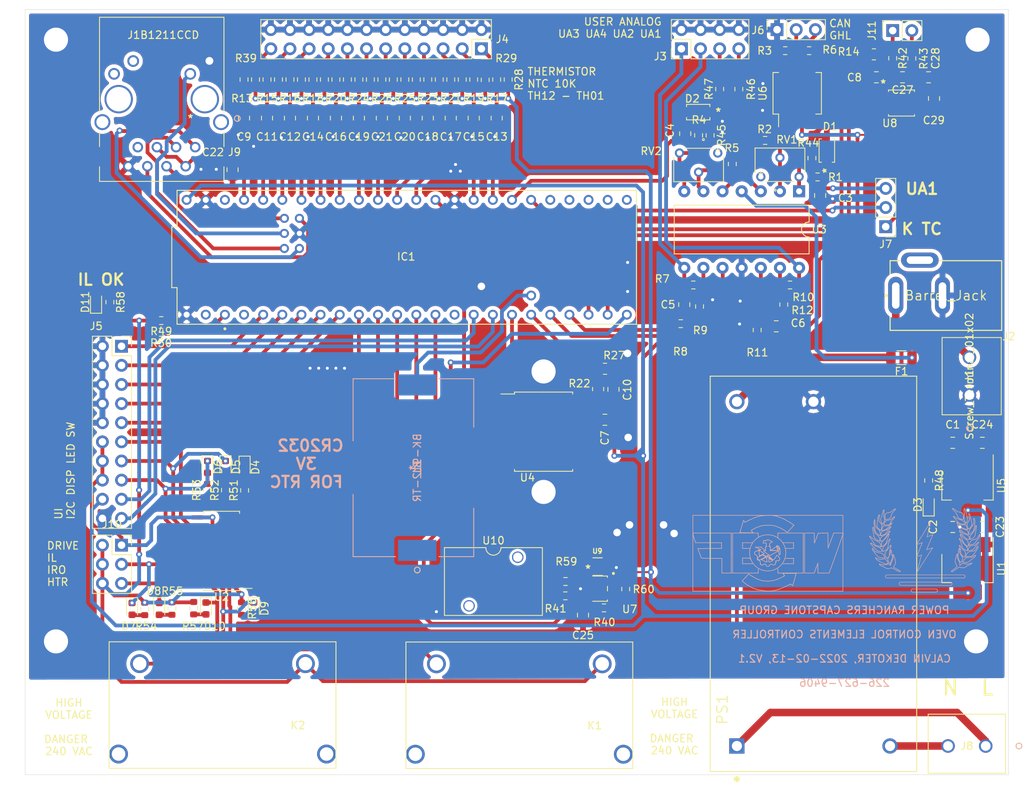
<source format=kicad_pcb>
(kicad_pcb (version 20171130) (host pcbnew "(5.1.8)-1")
  (layers (0 F.Cu signal) (31 B.Cu signal) (34 B.Paste user hide) (35 F.Paste user hide) (36 B.SilkS user hide) (37 F.SilkS user) (38 B.Mask user hide) (39 F.Mask user hide) (44 Edge.Cuts user))
  (net 0 "")
  (net 1 GND)
  (net 2 12V)
  (net 3 5V)
  (net 4 UA1)
  (net 5 UA2)
  (net 6 "Net-(C5-Pad1)")
  (net 7 "Net-(C6-Pad1)")
  (net 8 "Net-(C10-Pad1)")
  (net 9 CAN_TX2)
  (net 10 SW1)
  (net 11 SW2)
  (net 12 SW3)
  (net 13 SW4)
  (net 14 SW5)
  (net 15 LED1)
  (net 16 LED2)
  (net 17 LED3)
  (net 18 HTR1_EN)
  (net 19 BLW1_EN)
  (net 20 AUX1_EN)
  (net 21 TH01_IN)
  (net 22 TH02_IN)
  (net 23 TH03_IN)
  (net 24 TH04_IN)
  (net 25 TH05_IN)
  (net 26 TH06_IN)
  (net 27 TH07_IN)
  (net 28 TH08_IN)
  (net 29 TH09_IN)
  (net 30 TH10_IN)
  (net 31 SCL2)
  (net 32 SDA2)
  (net 33 TH11_IN)
  (net 34 TH12_IN)
  (net 35 UA3_OUT)
  (net 36 UA4_OUT)
  (net 37 "Net-(IC1-Pad33)")
  (net 38 "Net-(IC1-Pad34)")
  (net 39 "Net-(IC1-Pad35)")
  (net 40 "Net-(IC1-Pad36)")
  (net 41 IRO1_EN)
  (net 42 VS1)
  (net 43 PIT1)
  (net 44 LED1_DR)
  (net 45 LED2_DR)
  (net 46 LED3_DR)
  (net 47 HTR1)
  (net 48 IRO1)
  (net 49 BLW1)
  (net 50 AUX1)
  (net 51 "Net-(R2-Pad1)")
  (net 52 "Net-(R5-Pad1)")
  (net 53 "Net-(R7-Pad1)")
  (net 54 "Net-(R10-Pad1)")
  (net 55 3V3)
  (net 56 ETH_RX-)
  (net 57 ETH_TX+)
  (net 58 ETH_TX-)
  (net 59 ETH_LED)
  (net 60 ETH_RX+)
  (net 61 "Net-(J3-Pad1)")
  (net 62 "Net-(J3-Pad2)")
  (net 63 "Net-(J3-Pad3)")
  (net 64 "Net-(J3-Pad4)")
  (net 65 "Net-(K2-Pad4)")
  (net 66 "Net-(J4-Pad1)")
  (net 67 "Net-(J4-Pad3)")
  (net 68 "Net-(J4-Pad5)")
  (net 69 "Net-(J4-Pad7)")
  (net 70 "Net-(J4-Pad9)")
  (net 71 "Net-(J4-Pad11)")
  (net 72 "Net-(J4-Pad13)")
  (net 73 "Net-(J4-Pad15)")
  (net 74 "Net-(J4-Pad17)")
  (net 75 "Net-(J4-Pad19)")
  (net 76 "Net-(J4-Pad21)")
  (net 77 "Net-(J4-Pad23)")
  (net 78 "Net-(RV1-Pad1)")
  (net 79 "Net-(RV2-Pad1)")
  (net 80 "Net-(C22-Pad2)")
  (net 81 "Net-(J9-Pad7)")
  (net 82 "Net-(U4-Pad1)")
  (net 83 "Net-(U4-Pad7)")
  (net 84 "Net-(U4-Pad9)")
  (net 85 "Net-(U4-Pad10)")
  (net 86 "Net-(U4-Pad11)")
  (net 87 "Net-(U4-Pad12)")
  (net 88 "Net-(U4-Pad13)")
  (net 89 "Net-(U4-Pad14)")
  (net 90 "Net-(U4-Pad15)")
  (net 91 "Net-(U4-Pad16)")
  (net 92 "Net-(IC1-Pad37)")
  (net 93 CAN_RX)
  (net 94 CAN_TX)
  (net 95 "Net-(J6-Pad2)")
  (net 96 "Net-(J6-Pad3)")
  (net 97 AUX_L_L)
  (net 98 "Net-(K2-Pad3)")
  (net 99 "Net-(U6-Pad5)")
  (net 100 "Net-(C3-Pad1)")
  (net 101 "Net-(C27-Pad2)")
  (net 102 "Net-(C27-Pad1)")
  (net 103 "Net-(J7-Pad1)")
  (net 104 "Net-(J9-Pad12)")
  (net 105 "Net-(J9-Pad11)")
  (net 106 "Net-(J11-Pad1)")
  (net 107 "Net-(J11-Pad2)")
  (net 108 "Net-(U8-Pad4)")
  (net 109 "Net-(D1-Pad1)")
  (net 110 "Net-(D2-Pad1)")
  (net 111 "Net-(R44-Pad1)")
  (net 112 "Net-(R45-Pad1)")
  (net 113 "Net-(R46-Pad1)")
  (net 114 "Net-(R47-Pad1)")
  (net 115 "Net-(IC1-Pad0)")
  (net 116 VBAT)
  (net 117 SEN_IL)
  (net 118 "Net-(J8-Pad2)")
  (net 119 "Net-(J8-Pad1)")
  (net 120 12V_F)
  (net 121 "Net-(K1-Pad3)")
  (net 122 "Net-(D3-Pad2)")
  (net 123 "Net-(D4-Pad2)")
  (net 124 "Net-(D5-Pad2)")
  (net 125 "Net-(D6-Pad2)")
  (net 126 "Net-(D7-Pad2)")
  (net 127 "Net-(D8-Pad2)")
  (net 128 "Net-(D9-Pad2)")
  (net 129 "Net-(D10-Pad2)")
  (net 130 "Net-(D11-Pad2)")
  (net 131 "Net-(R40-Pad1)")
  (net 132 "Net-(R41-Pad2)")
  (net 133 BLC_VOUTM)
  (net 134 "Net-(R59-Pad1)")
  (net 135 BLC_VOUTP)
  (net 136 1V8)
  (net 137 "Net-(U10-Pad4)")
  (net 138 12V_IL)
  (module OCE_L:MODULE_DEV-16771 (layer F.Cu) (at 80.645 70.993)
    (fp_text reference IC1 (at -0.0762 -0.0762) (layer F.SilkS))
    (fp_text value DEV-16771)
    (pad GND1 thru_hole circle (at -29.21 7.62) (size 1.308 1.308) (drill 0.8) (layers *.Cu *.Mask) (net 1 GND))
    (pad 0 thru_hole circle (at -26.67 7.62) (size 1.308 1.308) (drill 0.8) (layers *.Cu *.Mask) (net 115 "Net-(IC1-Pad0)"))
    (pad VBAT thru_hole circle (at 16.51 5.08) (size 1.308 1.308) (drill 0.8) (layers *.Cu *.Mask) (net 116 VBAT))
    (pad GND2 thru_hole circle (at 6.35 -7.62) (size 1.308 1.308) (drill 0.8) (layers *.Cu *.Mask) (net 1 GND))
    (pad R- thru_hole circle (at -14.24 -5.17) (size 1.208 1.208) (drill 0.7) (layers *.Cu *.Mask) (net 56 ETH_RX-))
    (pad R+ thru_hole circle (at -16.24 -5.17) (size 1.208 1.208) (drill 0.7) (layers *.Cu *.Mask) (net 60 ETH_RX+))
    (pad GND5 thru_hole circle (at -14.24 -3.17) (size 1.208 1.208) (drill 0.7) (layers *.Cu *.Mask) (net 1 GND))
    (pad T+ thru_hole circle (at -14.24 -1.17) (size 1.208 1.208) (drill 0.7) (layers *.Cu *.Mask) (net 57 ETH_TX+))
    (pad LED thru_hole circle (at -16.24 -3.17) (size 1.208 1.208) (drill 0.7) (layers *.Cu *.Mask) (net 59 ETH_LED))
    (pad T- thru_hole circle (at -16.24 -1.17) (size 1.208 1.208) (drill 0.7) (layers *.Cu *.Mask) (net 58 ETH_TX-))
    (pad 1 thru_hole circle (at -24.13 7.62) (size 1.308 1.308) (drill 0.8) (layers *.Cu *.Mask) (net 117 SEN_IL))
    (pad 2 thru_hole circle (at -21.59 7.62) (size 1.308 1.308) (drill 0.8) (layers *.Cu *.Mask) (net 9 CAN_TX2))
    (pad 3 thru_hole circle (at -19.05 7.62) (size 1.308 1.308) (drill 0.8) (layers *.Cu *.Mask) (net 10 SW1))
    (pad 4 thru_hole circle (at -16.51 7.62) (size 1.308 1.308) (drill 0.8) (layers *.Cu *.Mask) (net 11 SW2))
    (pad 5 thru_hole circle (at -13.97 7.62) (size 1.308 1.308) (drill 0.8) (layers *.Cu *.Mask) (net 12 SW3))
    (pad 6 thru_hole circle (at -11.43 7.62) (size 1.308 1.308) (drill 0.8) (layers *.Cu *.Mask) (net 13 SW4))
    (pad 7 thru_hole circle (at -8.89 7.62) (size 1.308 1.308) (drill 0.8) (layers *.Cu *.Mask) (net 14 SW5))
    (pad 8 thru_hole circle (at -6.35 7.62) (size 1.308 1.308) (drill 0.8) (layers *.Cu *.Mask) (net 15 LED1))
    (pad 9 thru_hole circle (at -3.81 7.62) (size 1.308 1.308) (drill 0.8) (layers *.Cu *.Mask) (net 16 LED2))
    (pad 10 thru_hole circle (at -1.27 7.62) (size 1.308 1.308) (drill 0.8) (layers *.Cu *.Mask) (net 17 LED3))
    (pad 11 thru_hole circle (at 1.27 7.62) (size 1.308 1.308) (drill 0.8) (layers *.Cu *.Mask) (net 41 IRO1_EN))
    (pad 12 thru_hole circle (at 3.81 7.62) (size 1.308 1.308) (drill 0.8) (layers *.Cu *.Mask) (net 18 HTR1_EN))
    (pad 3.3V_1 thru_hole circle (at 6.35 7.62) (size 1.308 1.308) (drill 0.8) (layers *.Cu *.Mask))
    (pad 13 thru_hole circle (at 3.81 -7.62) (size 1.308 1.308) (drill 0.8) (layers *.Cu *.Mask) (net 19 BLW1_EN))
    (pad 14 thru_hole circle (at 1.27 -7.62) (size 1.308 1.308) (drill 0.8) (layers *.Cu *.Mask) (net 23 TH03_IN))
    (pad 15 thru_hole circle (at -1.27 -7.62) (size 1.308 1.308) (drill 0.8) (layers *.Cu *.Mask) (net 24 TH04_IN))
    (pad 16 thru_hole circle (at -3.81 -7.62) (size 1.308 1.308) (drill 0.8) (layers *.Cu *.Mask) (net 25 TH05_IN))
    (pad 17 thru_hole circle (at -6.35 -7.62) (size 1.308 1.308) (drill 0.8) (layers *.Cu *.Mask) (net 26 TH06_IN))
    (pad 18 thru_hole circle (at -8.89 -7.62) (size 1.308 1.308) (drill 0.8) (layers *.Cu *.Mask) (net 27 TH07_IN))
    (pad 19 thru_hole circle (at -11.43 -7.62) (size 1.308 1.308) (drill 0.8) (layers *.Cu *.Mask) (net 28 TH08_IN))
    (pad 20 thru_hole circle (at -13.97 -7.62) (size 1.308 1.308) (drill 0.8) (layers *.Cu *.Mask) (net 29 TH09_IN))
    (pad 21 thru_hole circle (at -16.51 -7.62) (size 1.308 1.308) (drill 0.8) (layers *.Cu *.Mask) (net 30 TH10_IN))
    (pad 22 thru_hole circle (at -19.05 -7.62) (size 1.308 1.308) (drill 0.8) (layers *.Cu *.Mask) (net 33 TH11_IN))
    (pad 23 thru_hole circle (at -21.59 -7.62) (size 1.308 1.308) (drill 0.8) (layers *.Cu *.Mask) (net 34 TH12_IN))
    (pad 3.3V_2 thru_hole circle (at -24.13 -7.62) (size 1.308 1.308) (drill 0.8) (layers *.Cu *.Mask))
    (pad GND3 thru_hole circle (at -26.67 -7.62) (size 1.308 1.308) (drill 0.8) (layers *.Cu *.Mask) (net 1 GND))
    (pad VIN thru_hole circle (at -29.21 -7.62) (size 1.308 1.308) (drill 0.8) (layers *.Cu *.Mask))
    (pad 24 thru_hole circle (at 8.89 7.62) (size 1.308 1.308) (drill 0.8) (layers *.Cu *.Mask) (net 31 SCL2))
    (pad 25 thru_hole circle (at 11.43 7.62) (size 1.308 1.308) (drill 0.8) (layers *.Cu *.Mask) (net 32 SDA2))
    (pad 26 thru_hole circle (at 13.97 7.62) (size 1.308 1.308) (drill 0.8) (layers *.Cu *.Mask) (net 43 PIT1))
    (pad 27 thru_hole circle (at 16.51 7.62) (size 1.308 1.308) (drill 0.8) (layers *.Cu *.Mask) (net 42 VS1))
    (pad 28 thru_hole circle (at 19.05 7.62) (size 1.308 1.308) (drill 0.8) (layers *.Cu *.Mask) (net 36 UA4_OUT))
    (pad 29 thru_hole circle (at 21.59 7.62) (size 1.308 1.308) (drill 0.8) (layers *.Cu *.Mask) (net 35 UA3_OUT))
    (pad 30 thru_hole circle (at 24.13 7.62) (size 1.308 1.308) (drill 0.8) (layers *.Cu *.Mask) (net 93 CAN_RX))
    (pad 31 thru_hole circle (at 26.67 7.62) (size 1.308 1.308) (drill 0.8) (layers *.Cu *.Mask) (net 94 CAN_TX))
    (pad 32 thru_hole circle (at 29.21 7.62) (size 1.308 1.308) (drill 0.8) (layers *.Cu *.Mask) (net 20 AUX1_EN))
    (pad 33 thru_hole circle (at 29.21 -7.62) (size 1.308 1.308) (drill 0.8) (layers *.Cu *.Mask) (net 37 "Net-(IC1-Pad33)"))
    (pad 34 thru_hole circle (at 26.67 -7.62) (size 1.308 1.308) (drill 0.8) (layers *.Cu *.Mask) (net 38 "Net-(IC1-Pad34)"))
    (pad 35 thru_hole circle (at 24.13 -7.62) (size 1.308 1.308) (drill 0.8) (layers *.Cu *.Mask) (net 39 "Net-(IC1-Pad35)"))
    (pad 36 thru_hole circle (at 21.59 -7.62) (size 1.308 1.308) (drill 0.8) (layers *.Cu *.Mask) (net 40 "Net-(IC1-Pad36)"))
    (pad 37 thru_hole circle (at 19.05 -7.62) (size 1.308 1.308) (drill 0.8) (layers *.Cu *.Mask) (net 92 "Net-(IC1-Pad37)"))
    (pad 38 thru_hole circle (at 16.51 -7.62) (size 1.308 1.308) (drill 0.8) (layers *.Cu *.Mask) (net 4 UA1))
    (pad 39 thru_hole circle (at 13.97 -7.62) (size 1.308 1.308) (drill 0.8) (layers *.Cu *.Mask) (net 5 UA2))
    (pad 40 thru_hole circle (at 11.43 -7.62) (size 1.308 1.308) (drill 0.8) (layers *.Cu *.Mask) (net 21 TH01_IN))
    (pad 41 thru_hole circle (at 8.89 -7.62) (size 1.308 1.308) (drill 0.8) (layers *.Cu *.Mask) (net 22 TH02_IN))
  )
  (module OCE_L:Kycon-KLDX-0202-A-MFG (layer F.Cu) (at 152.192 76.073 180)
    (fp_text reference J2 (at -7.4 -5.425 180) (layer F.SilkS) (effects (justify left)))
    (fp_text value Barrel_Jack (at 0 0 180) (layer F.SilkS) (effects (font (size 1.27 1.27))))
    (pad 1 thru_hole oval (at 6.65 0 180) (size 2 5) (drill oval 1 3.5) (layers *.Cu *.Mask) (net 2 12V))
    (pad 2 thru_hole oval (at 0.45 0 180) (size 2 5) (drill oval 1 3.5) (layers *.Cu *.Mask) (net 1 GND))
    (pad 3 thru_hole roundrect (at 3.45 4.7 90) (size 2 5) (drill oval 1 3.5) (layers *.Cu *.Mask) (roundrect_rratio 0.5))
  )
  (module OCE_L:AD8494ARMZ (layer F.Cu) (at 146.304 50.515401)
    (fp_text reference U8 (at -1.5494 2.672199) (layer F.SilkS))
    (fp_text value AD8494ARMZ hide)
    (fp_text user * (at -2.4257 -2.5498) (layer F.SilkS))
    (fp_text user * (at -2.4257 -2.5498) (layer F.SilkS))
    (pad 1 smd rect (at -2.1717 -0.974999) (size 1.524 0.4318) (layers F.Cu F.Paste F.Mask) (net 101 "Net-(C27-Pad2)"))
    (pad 2 smd rect (at -2.1717 -0.325001) (size 1.524 0.4318) (layers F.Cu F.Paste F.Mask) (net 1 GND))
    (pad 3 smd rect (at -2.1717 0.325001) (size 1.524 0.4318) (layers F.Cu F.Paste F.Mask) (net 1 GND))
    (pad 4 smd rect (at -2.1717 0.974999) (size 1.524 0.4318) (layers F.Cu F.Paste F.Mask) (net 108 "Net-(U8-Pad4)"))
    (pad 5 smd rect (at 2.1717 0.974999) (size 1.524 0.4318) (layers F.Cu F.Paste F.Mask) (net 103 "Net-(J7-Pad1)"))
    (pad 6 smd rect (at 2.1717 0.325001) (size 1.524 0.4318) (layers F.Cu F.Paste F.Mask) (net 103 "Net-(J7-Pad1)"))
    (pad 7 smd rect (at 2.1717 -0.325001) (size 1.524 0.4318) (layers F.Cu F.Paste F.Mask) (net 3 5V))
    (pad 8 smd rect (at 2.1717 -0.974999) (size 1.524 0.4318) (layers F.Cu F.Paste F.Mask) (net 102 "Net-(C27-Pad1)"))
  )
  (module Resistor_SMD:R_0603_1608Metric (layer F.Cu) (at 130.683 77.28 90)
    (fp_text reference R12 (at -0.7488 2.4638 180) (layer F.SilkS))
    (fp_text value 10k)
    (pad 2 smd roundrect (at 0.825 0 90) (size 0.8 0.95) (layers F.Cu F.Paste F.Mask) (net 54 "Net-(R10-Pad1)"))
    (pad 1 smd roundrect (at -0.825 0 90) (size 0.8 0.95) (layers F.Cu F.Paste F.Mask) (net 1 GND))
  )
  (module Package_TO_SOT_SMD:SOT-223-3_TabPin2 (layer F.Cu) (at 155.067 112.293 270)
    (fp_text reference U1 (at 0 -4.5 90) (layer F.SilkS))
    (fp_text value AZ1117-3.3)
    (pad 1 smd rect (at -3.15 -2.3 270) (size 2 1.5) (layers F.Cu F.Paste F.Mask) (net 1 GND))
    (pad 3 smd rect (at -3.15 2.3 270) (size 2 1.5) (layers F.Cu F.Paste F.Mask) (net 120 12V_F))
    (pad 2 smd rect (at -3.15 0 270) (size 2 1.5) (layers F.Cu F.Paste F.Mask) (net 55 3V3))
    (pad 2 smd rect (at 3.15 0 270) (size 2 3.8) (layers F.Cu F.Paste F.Mask) (net 55 3V3))
  )
  (module Connector_PinSocket_2.54mm:PinSocket_1x03_P2.54mm_Vertical (layer F.Cu) (at 129.794 40.767 90)
    (fp_text reference J6 (at -0.0762 -2.54 180) (layer F.SilkS))
    (fp_text value Conn_01x03_Female)
    (pad 3 thru_hole oval (at 0 5.08 90) (size 1.7 1.7) (drill 1) (layers *.Cu *.Mask) (net 96 "Net-(J6-Pad3)"))
    (pad 2 thru_hole oval (at 0 2.54 90) (size 1.7 1.7) (drill 1) (layers *.Cu *.Mask) (net 95 "Net-(J6-Pad2)"))
    (pad 1 thru_hole rect (at 0 0 90) (size 1.7 1.7) (drill 1) (layers *.Cu *.Mask) (net 1 GND))
  )
  (module Package_TO_SOT_SMD:SOT-223-3_TabPin2 (layer F.Cu) (at 155.067 101.321 270)
    (fp_text reference U5 (at 0 -4.5 90) (layer F.SilkS))
    (fp_text value AZ1117-5.0)
    (pad 1 smd rect (at -3.15 -2.3 270) (size 2 1.5) (layers F.Cu F.Paste F.Mask) (net 1 GND))
    (pad 3 smd rect (at -3.15 2.3 270) (size 2 1.5) (layers F.Cu F.Paste F.Mask) (net 120 12V_F))
    (pad 2 smd rect (at -3.15 0 270) (size 2 1.5) (layers F.Cu F.Paste F.Mask) (net 3 5V))
    (pad 2 smd rect (at 3.15 0 270) (size 2 3.8) (layers F.Cu F.Paste F.Mask) (net 3 5V))
  )
  (module Connector_PinSocket_2.54mm:PinSocket_2x12_P2.54mm_Vertical (layer F.Cu) (at 90.551 43.307 270)
    (fp_text reference J4 (at -1.27 -2.77 180) (layer F.SilkS))
    (fp_text value Conn_01x24_Female)
    (pad 24 thru_hole oval (at -2.54 27.94 270) (size 1.7 1.7) (drill 1) (layers *.Cu *.Mask) (net 1 GND))
    (pad 23 thru_hole oval (at 0 27.94 270) (size 1.7 1.7) (drill 1) (layers *.Cu *.Mask) (net 77 "Net-(J4-Pad23)"))
    (pad 22 thru_hole oval (at -2.54 25.4 270) (size 1.7 1.7) (drill 1) (layers *.Cu *.Mask) (net 1 GND))
    (pad 21 thru_hole oval (at 0 25.4 270) (size 1.7 1.7) (drill 1) (layers *.Cu *.Mask) (net 76 "Net-(J4-Pad21)"))
    (pad 20 thru_hole oval (at -2.54 22.86 270) (size 1.7 1.7) (drill 1) (layers *.Cu *.Mask) (net 1 GND))
    (pad 19 thru_hole oval (at 0 22.86 270) (size 1.7 1.7) (drill 1) (layers *.Cu *.Mask) (net 75 "Net-(J4-Pad19)"))
    (pad 18 thru_hole oval (at -2.54 20.32 270) (size 1.7 1.7) (drill 1) (layers *.Cu *.Mask) (net 1 GND))
    (pad 17 thru_hole oval (at 0 20.32 270) (size 1.7 1.7) (drill 1) (layers *.Cu *.Mask) (net 74 "Net-(J4-Pad17)"))
    (pad 16 thru_hole oval (at -2.54 17.78 270) (size 1.7 1.7) (drill 1) (layers *.Cu *.Mask) (net 1 GND))
    (pad 15 thru_hole oval (at 0 17.78 270) (size 1.7 1.7) (drill 1) (layers *.Cu *.Mask) (net 73 "Net-(J4-Pad15)"))
    (pad 14 thru_hole oval (at -2.54 15.24 270) (size 1.7 1.7) (drill 1) (layers *.Cu *.Mask) (net 1 GND))
    (pad 13 thru_hole oval (at 0 15.24 270) (size 1.7 1.7) (drill 1) (layers *.Cu *.Mask) (net 72 "Net-(J4-Pad13)"))
    (pad 12 thru_hole oval (at -2.54 12.7 270) (size 1.7 1.7) (drill 1) (layers *.Cu *.Mask) (net 1 GND))
    (pad 11 thru_hole oval (at 0 12.7 270) (size 1.7 1.7) (drill 1) (layers *.Cu *.Mask) (net 71 "Net-(J4-Pad11)"))
    (pad 10 thru_hole oval (at -2.54 10.16 270) (size 1.7 1.7) (drill 1) (layers *.Cu *.Mask) (net 1 GND))
    (pad 9 thru_hole oval (at 0 10.16 270) (size 1.7 1.7) (drill 1) (layers *.Cu *.Mask) (net 70 "Net-(J4-Pad9)"))
    (pad 8 thru_hole oval (at -2.54 7.62 270) (size 1.7 1.7) (drill 1) (layers *.Cu *.Mask) (net 1 GND))
    (pad 7 thru_hole oval (at 0 7.62 270) (size 1.7 1.7) (drill 1) (layers *.Cu *.Mask) (net 69 "Net-(J4-Pad7)"))
    (pad 6 thru_hole oval (at -2.54 5.08 270) (size 1.7 1.7) (drill 1) (layers *.Cu *.Mask) (net 1 GND))
    (pad 5 thru_hole oval (at 0 5.08 270) (size 1.7 1.7) (drill 1) (layers *.Cu *.Mask) (net 68 "Net-(J4-Pad5)"))
    (pad 4 thru_hole oval (at -2.54 2.54 270) (size 1.7 1.7) (drill 1) (layers *.Cu *.Mask) (net 1 GND))
    (pad 3 thru_hole oval (at 0 2.54 270) (size 1.7 1.7) (drill 1) (layers *.Cu *.Mask) (net 67 "Net-(J4-Pad3)"))
    (pad 2 thru_hole oval (at -2.54 0 270) (size 1.7 1.7) (drill 1) (layers *.Cu *.Mask) (net 1 GND))
    (pad 1 thru_hole rect (at 0 0 270) (size 1.7 1.7) (drill 1) (layers *.Cu *.Mask) (net 66 "Net-(J4-Pad1)"))
  )
  (module OCE_L:PinHeader_2x04_P2.54mm_Vertical_Lin (layer F.Cu) (at 117.094 43.307 90)
    (fp_text reference J3 (at -1.016 -2.794 180) (layer F.SilkS))
    (fp_text value Conn_02x04_Counter_Clockwise)
    (pad 8 thru_hole oval (at 2.54 7.62 90) (size 1.7 1.7) (drill 1) (layers *.Cu *.Mask) (net 1 GND))
    (pad 7 thru_hole oval (at 2.54 5.08 90) (size 1.7 1.7) (drill 1) (layers *.Cu *.Mask) (net 1 GND))
    (pad 6 thru_hole oval (at 2.54 2.54 90) (size 1.7 1.7) (drill 1) (layers *.Cu *.Mask) (net 1 GND))
    (pad 5 thru_hole oval (at 2.54 0 90) (size 1.7 1.7) (drill 1) (layers *.Cu *.Mask) (net 1 GND))
    (pad 4 thru_hole oval (at 0 7.62 90) (size 1.7 1.7) (drill 1) (layers *.Cu *.Mask) (net 64 "Net-(J3-Pad4)"))
    (pad 3 thru_hole oval (at 0 5.08 90) (size 1.7 1.7) (drill 1) (layers *.Cu *.Mask) (net 63 "Net-(J3-Pad3)"))
    (pad 2 thru_hole oval (at 0 2.54 90) (size 1.7 1.7) (drill 1) (layers *.Cu *.Mask) (net 62 "Net-(J3-Pad2)"))
    (pad 1 thru_hole rect (at 0 0 90) (size 1.7 1.7) (drill 1) (layers *.Cu *.Mask) (net 61 "Net-(J3-Pad1)"))
  )
  (module OCE_L:J1B1211CCD (layer F.Cu) (at 51.943 52.578 180)
    (fp_text reference J9 (at -5.842 -4.445) (layer F.SilkS))
    (fp_text value J1B1211CCD (at 3.6068 11.0998) (layer F.SilkS))
    (fp_text user * (at 0 0) (layer F.SilkS))
    (pad 2 thru_hole circle (at 0.635 -6.33001 180) (size 1.397 1.397) (drill 0.889) (layers *.Cu *.Mask) (net 80 "Net-(C22-Pad2)"))
    (pad 4 thru_hole circle (at 3.175 -6.33001 180) (size 1.397 1.397) (drill 0.889) (layers *.Cu *.Mask) (net 60 ETH_RX+))
    (pad 6 thru_hole circle (at 5.715 -6.33001 180) (size 1.397 1.397) (drill 0.889) (layers *.Cu *.Mask) (net 56 ETH_RX-))
    (pad 8 thru_hole circle (at 8.255 -6.33001 180) (size 1.397 1.397) (drill 0.889) (layers *.Cu *.Mask) (net 1 GND))
    (pad 1 thru_hole circle (at -0.635 -3.79001 180) (size 1.397 1.397) (drill 0.889) (layers *.Cu *.Mask) (net 57 ETH_TX+))
    (pad 3 thru_hole circle (at 1.905 -3.79001 180) (size 1.397 1.397) (drill 0.889) (layers *.Cu *.Mask) (net 58 ETH_TX-))
    (pad 5 thru_hole circle (at 4.445 -3.79001 180) (size 1.397 1.397) (drill 0.889) (layers *.Cu *.Mask) (net 80 "Net-(C22-Pad2)"))
    (pad 7 thru_hole circle (at 6.985 -3.79001 180) (size 1.397 1.397) (drill 0.889) (layers *.Cu *.Mask) (net 81 "Net-(J9-Pad7)"))
    (pad 9 thru_hole circle (at -2.515 7.65999 180) (size 1.5494 1.5494) (drill 1.0414) (layers *.Cu *.Mask) (net 1 GND))
    (pad 10 thru_hole circle (at 0.025 5.93999 180) (size 1.5494 1.5494) (drill 1.0414) (layers *.Cu *.Mask) (net 59 ETH_LED))
    (pad 11 thru_hole circle (at 7.595 7.63999 180) (size 1.5494 1.5494) (drill 1.0414) (layers *.Cu *.Mask) (net 105 "Net-(J9-Pad11)"))
    (pad 12 thru_hole circle (at 10.135 5.93999 180) (size 1.5494 1.5494) (drill 1.0414) (layers *.Cu *.Mask) (net 104 "Net-(J9-Pad12)"))
    (pad 14 thru_hole circle (at -1.905 2.57999 270) (size 3.7592 3.7592) (drill 3.2512) (layers *.Cu *.Mask))
    (pad 15 thru_hole circle (at 9.525 2.57999 270) (size 3.7592 3.7592) (drill 3.2512) (layers *.Cu *.Mask))
    (pad 13 thru_hole circle (at -4.064998 -0.47001 270) (size 2.1082 2.1082) (drill 1.6002) (layers *.Cu *.Mask))
    (pad 16 thru_hole circle (at 11.684998 -0.47001 270) (size 2.1082 2.1082) (drill 1.6002) (layers *.Cu *.Mask))
  )
  (module Capacitor_SMD:C_0805_2012Metric (layer F.Cu) (at 135.509 62.788001 270)
    (fp_text reference C3 (at 0.330999 -3.3528 180) (layer F.SilkS))
    (fp_text value 0.1uF)
    (pad 2 smd roundrect (at 0.95 0 270) (size 1 1.45) (layers F.Cu F.Paste F.Mask) (net 1 GND))
    (pad 1 smd roundrect (at -0.95 0 270) (size 1 1.45) (layers F.Cu F.Paste F.Mask) (net 100 "Net-(C3-Pad1)"))
  )
  (module Capacitor_SMD:C_0805_2012Metric (layer F.Cu) (at 117.475 77.277 90)
    (fp_text reference C5 (at 0 -2.159 180) (layer F.SilkS))
    (fp_text value 0.1uF)
    (pad 2 smd roundrect (at 0.95 0 90) (size 1 1.45) (layers F.Cu F.Paste F.Mask) (net 1 GND))
    (pad 1 smd roundrect (at -0.95 0 90) (size 1 1.45) (layers F.Cu F.Paste F.Mask) (net 6 "Net-(C5-Pad1)"))
  )
  (module Capacitor_SMD:C_0805_2012Metric (layer F.Cu) (at 129.6772 80.1624)
    (fp_text reference C6 (at 2.9108 -0.4318) (layer F.SilkS))
    (fp_text value 0.1uF)
    (pad 2 smd roundrect (at 0.95 0) (size 1 1.45) (layers F.Cu F.Paste F.Mask) (net 1 GND))
    (pad 1 smd roundrect (at -0.95 0) (size 1 1.45) (layers F.Cu F.Paste F.Mask) (net 7 "Net-(C6-Pad1)"))
  )
  (module Capacitor_SMD:C_0805_2012Metric (layer F.Cu) (at 106.9442 92.5703)
    (fp_text reference C7 (at 0 2.413 270) (layer F.SilkS))
    (fp_text value "47 nF")
    (pad 2 smd roundrect (at 0.95 0) (size 1 1.45) (layers F.Cu F.Paste F.Mask) (net 1 GND))
    (pad 1 smd roundrect (at -0.95 0) (size 1 1.45) (layers F.Cu F.Paste F.Mask) (net 3 5V))
  )
  (module Capacitor_SMD:C_0805_2012Metric (layer F.Cu) (at 59.055 52.512 270)
    (fp_text reference C9 (at 2.479 0 180) (layer F.SilkS))
    (fp_text value 10uF)
    (pad 2 smd roundrect (at 0.95 0 270) (size 1 1.45) (layers F.Cu F.Paste F.Mask) (net 1 GND))
    (pad 1 smd roundrect (at -0.95 0 270) (size 1 1.45) (layers F.Cu F.Paste F.Mask) (net 34 TH12_IN))
  )
  (module Capacitor_SMD:C_0805_2012Metric (layer F.Cu) (at 108.077 88.5292 90)
    (fp_text reference C10 (at -0.0533 1.8415 270) (layer F.SilkS))
    (fp_text value "47 nF")
    (pad 2 smd roundrect (at 0.95 0 90) (size 1 1.45) (layers F.Cu F.Paste F.Mask) (net 1 GND))
    (pad 1 smd roundrect (at -0.95 0 90) (size 1 1.45) (layers F.Cu F.Paste F.Mask) (net 8 "Net-(C10-Pad1)"))
  )
  (module Capacitor_SMD:C_0805_2012Metric (layer F.Cu) (at 62.103 52.512 270)
    (fp_text reference C11 (at 2.479 0 180) (layer F.SilkS))
    (fp_text value 10uF)
    (pad 2 smd roundrect (at 0.95 0 270) (size 1 1.45) (layers F.Cu F.Paste F.Mask) (net 1 GND))
    (pad 1 smd roundrect (at -0.95 0 270) (size 1 1.45) (layers F.Cu F.Paste F.Mask) (net 33 TH11_IN))
  )
  (module Capacitor_SMD:C_0805_2012Metric (layer F.Cu) (at 65.151 52.512 270)
    (fp_text reference C12 (at 2.479 0 180) (layer F.SilkS))
    (fp_text value 10uF)
    (pad 2 smd roundrect (at 0.95 0 270) (size 1 1.45) (layers F.Cu F.Paste F.Mask) (net 1 GND))
    (pad 1 smd roundrect (at -0.95 0 270) (size 1 1.45) (layers F.Cu F.Paste F.Mask) (net 30 TH10_IN))
  )
  (module Capacitor_SMD:C_0805_2012Metric (layer F.Cu) (at 92.583 52.512 270)
    (fp_text reference C13 (at 2.479 0 180) (layer F.SilkS))
    (fp_text value 10uF)
    (pad 2 smd roundrect (at 0.95 0 270) (size 1 1.45) (layers F.Cu F.Paste F.Mask) (net 1 GND))
    (pad 1 smd roundrect (at -0.95 0 270) (size 1 1.45) (layers F.Cu F.Paste F.Mask) (net 21 TH01_IN))
  )
  (module Capacitor_SMD:C_0805_2012Metric (layer F.Cu) (at 68.199 52.512 270)
    (fp_text reference C14 (at 2.479 0 180) (layer F.SilkS))
    (fp_text value 10uF)
    (pad 2 smd roundrect (at 0.95 0 270) (size 1 1.45) (layers F.Cu F.Paste F.Mask) (net 1 GND))
    (pad 1 smd roundrect (at -0.95 0 270) (size 1 1.45) (layers F.Cu F.Paste F.Mask) (net 29 TH09_IN))
  )
  (module Capacitor_SMD:C_0805_2012Metric (layer F.Cu) (at 89.535 52.512 270)
    (fp_text reference C15 (at 2.479 0 180) (layer F.SilkS))
    (fp_text value 10uF)
    (pad 2 smd roundrect (at 0.95 0 270) (size 1 1.45) (layers F.Cu F.Paste F.Mask) (net 1 GND))
    (pad 1 smd roundrect (at -0.95 0 270) (size 1 1.45) (layers F.Cu F.Paste F.Mask) (net 22 TH02_IN))
  )
  (module Capacitor_SMD:C_0805_2012Metric (layer F.Cu) (at 71.247 52.512 270)
    (fp_text reference C16 (at 2.479 0 180) (layer F.SilkS))
    (fp_text value 0.1uF)
    (pad 2 smd roundrect (at 0.95 0 270) (size 1 1.45) (layers F.Cu F.Paste F.Mask) (net 1 GND))
    (pad 1 smd roundrect (at -0.95 0 270) (size 1 1.45) (layers F.Cu F.Paste F.Mask) (net 28 TH08_IN))
  )
  (module Capacitor_SMD:C_0805_2012Metric (layer F.Cu) (at 86.487 52.512 270)
    (fp_text reference C17 (at 2.479 0 180) (layer F.SilkS))
    (fp_text value 10uF)
    (pad 2 smd roundrect (at 0.95 0 270) (size 1 1.45) (layers F.Cu F.Paste F.Mask) (net 1 GND))
    (pad 1 smd roundrect (at -0.95 0 270) (size 1 1.45) (layers F.Cu F.Paste F.Mask) (net 23 TH03_IN))
  )
  (module Capacitor_SMD:C_0805_2012Metric (layer F.Cu) (at 83.439 52.512 270)
    (fp_text reference C18 (at 2.479 0 180) (layer F.SilkS))
    (fp_text value 10uF)
    (pad 2 smd roundrect (at 0.95 0 270) (size 1 1.45) (layers F.Cu F.Paste F.Mask) (net 1 GND))
    (pad 1 smd roundrect (at -0.95 0 270) (size 1 1.45) (layers F.Cu F.Paste F.Mask) (net 24 TH04_IN))
  )
  (module Capacitor_SMD:C_0805_2012Metric (layer F.Cu) (at 74.295 52.512 270)
    (fp_text reference C19 (at 2.479 0 180) (layer F.SilkS))
    (fp_text value 10uF)
    (pad 2 smd roundrect (at 0.95 0 270) (size 1 1.45) (layers F.Cu F.Paste F.Mask) (net 1 GND))
    (pad 1 smd roundrect (at -0.95 0 270) (size 1 1.45) (layers F.Cu F.Paste F.Mask) (net 27 TH07_IN))
  )
  (module Capacitor_SMD:C_0805_2012Metric (layer F.Cu) (at 80.391 52.512 270)
    (fp_text reference C20 (at 2.479 0 180) (layer F.SilkS))
    (fp_text value 10uF)
    (pad 2 smd roundrect (at 0.95 0 270) (size 1 1.45) (layers F.Cu F.Paste F.Mask) (net 1 GND))
    (pad 1 smd roundrect (at -0.95 0 270) (size 1 1.45) (layers F.Cu F.Paste F.Mask) (net 25 TH05_IN))
  )
  (module Capacitor_SMD:C_0805_2012Metric (layer F.Cu) (at 77.343 52.512 270)
    (fp_text reference C21 (at 2.479 0 180) (layer F.SilkS))
    (fp_text value 10uF)
    (pad 2 smd roundrect (at 0.95 0 270) (size 1 1.45) (layers F.Cu F.Paste F.Mask) (net 1 GND))
    (pad 1 smd roundrect (at -0.95 0 270) (size 1 1.45) (layers F.Cu F.Paste F.Mask) (net 26 TH06_IN))
  )
  (module Resistor_SMD:R_0805_2012Metric (layer F.Cu) (at 106.045 88.4917 270)
    (fp_text reference R22 (at -0.7347 2.4765) (layer F.SilkS))
    (fp_text value 3.3k)
    (pad 2 smd roundrect (at 0.9125 0 270) (size 1.025 1.4) (layers F.Cu F.Paste F.Mask) (roundrect_rratio 0.2439004878048781) (net 8 "Net-(C10-Pad1)"))
    (pad 1 smd roundrect (at -0.9125 0 270) (size 1.025 1.4) (layers F.Cu F.Paste F.Mask) (roundrect_rratio 0.2439004878048781) (net 42 VS1))
  )
  (module Resistor_SMD:R_0805_2012Metric (layer F.Cu) (at 106.9575 85.8012 180)
    (fp_text reference R27 (at -1.2211 1.778) (layer F.SilkS))
    (fp_text value 4.7k)
    (pad 2 smd roundrect (at 0.9125 0 180) (size 1.025 1.4) (layers F.Cu F.Paste F.Mask) (roundrect_rratio 0.2439004878048781) (net 42 VS1))
    (pad 1 smd roundrect (at -0.9125 0 180) (size 1.025 1.4) (layers F.Cu F.Paste F.Mask) (roundrect_rratio 0.2439004878048781) (net 1 GND))
  )
  (module Package_SO:SOIC-16_4.55x10.3mm_P1.27mm (layer F.Cu) (at 56.082 109.982 180)
    (fp_text reference U2 (at 0 -6.1) (layer F.SilkS))
    (fp_text value ULQ2004A)
    (pad 16 smd roundrect (at 3.25 -4.445 180) (size 1.6 0.55) (layers F.Cu F.Paste F.Mask) (net 49 BLW1))
    (pad 15 smd roundrect (at 3.25 -3.175 180) (size 1.6 0.55) (layers F.Cu F.Paste F.Mask) (net 50 AUX1))
    (pad 14 smd roundrect (at 3.25 -1.905 180) (size 1.6 0.55) (layers F.Cu F.Paste F.Mask) (net 47 HTR1))
    (pad 13 smd roundrect (at 3.25 -0.635 180) (size 1.6 0.55) (layers F.Cu F.Paste F.Mask) (net 48 IRO1))
    (pad 12 smd roundrect (at 3.25 0.635 180) (size 1.6 0.55) (layers F.Cu F.Paste F.Mask) (net 46 LED3_DR))
    (pad 11 smd roundrect (at 3.25 1.905 180) (size 1.6 0.55) (layers F.Cu F.Paste F.Mask) (net 45 LED2_DR))
    (pad 10 smd roundrect (at 3.25 3.175 180) (size 1.6 0.55) (layers F.Cu F.Paste F.Mask) (net 44 LED1_DR))
    (pad 9 smd roundrect (at 3.25 4.445 180) (size 1.6 0.55) (layers F.Cu F.Paste F.Mask) (net 120 12V_F))
    (pad 8 smd roundrect (at -3.25 4.445 180) (size 1.6 0.55) (layers F.Cu F.Paste F.Mask) (net 1 GND))
    (pad 7 smd roundrect (at -3.25 3.175 180) (size 1.6 0.55) (layers F.Cu F.Paste F.Mask) (net 15 LED1))
    (pad 6 smd roundrect (at -3.25 1.905 180) (size 1.6 0.55) (layers F.Cu F.Paste F.Mask) (net 16 LED2))
    (pad 5 smd roundrect (at -3.25 0.635 180) (size 1.6 0.55) (layers F.Cu F.Paste F.Mask) (net 17 LED3))
    (pad 4 smd roundrect (at -3.25 -0.635 180) (size 1.6 0.55) (layers F.Cu F.Paste F.Mask) (net 41 IRO1_EN))
    (pad 3 smd roundrect (at -3.25 -1.905 180) (size 1.6 0.55) (layers F.Cu F.Paste F.Mask) (net 18 HTR1_EN))
    (pad 2 smd roundrect (at -3.25 -3.175 180) (size 1.6 0.55) (layers F.Cu F.Paste F.Mask) (net 20 AUX1_EN))
    (pad 1 smd roundrect (at -3.25 -4.445 180) (size 1.6 0.55) (layers F.Cu F.Paste F.Mask) (net 19 BLW1_EN))
  )
  (module Package_DIP:DIP-14_W10.16mm (layer F.Cu) (at 132.715 62.23 270)
    (fp_text reference U3 (at 5.08 -2.667 180) (layer F.SilkS))
    (fp_text value LM324)
    (pad 14 thru_hole oval (at 10.16 0 270) (size 1.6 1.6) (drill 0.8) (layers *.Cu *.Mask) (net 62 "Net-(J3-Pad2)"))
    (pad 7 thru_hole oval (at 0 15.24 270) (size 1.6 1.6) (drill 0.8) (layers *.Cu *.Mask) (net 112 "Net-(R45-Pad1)"))
    (pad 13 thru_hole oval (at 10.16 2.54 270) (size 1.6 1.6) (drill 0.8) (layers *.Cu *.Mask) (net 54 "Net-(R10-Pad1)"))
    (pad 6 thru_hole oval (at 0 12.7 270) (size 1.6 1.6) (drill 0.8) (layers *.Cu *.Mask) (net 52 "Net-(R5-Pad1)"))
    (pad 12 thru_hole oval (at 10.16 5.08 270) (size 1.6 1.6) (drill 0.8) (layers *.Cu *.Mask) (net 7 "Net-(C6-Pad1)"))
    (pad 5 thru_hole oval (at 0 10.16 270) (size 1.6 1.6) (drill 0.8) (layers *.Cu *.Mask) (net 114 "Net-(R47-Pad1)"))
    (pad 11 thru_hole oval (at 10.16 7.62 270) (size 1.6 1.6) (drill 0.8) (layers *.Cu *.Mask) (net 1 GND))
    (pad 4 thru_hole oval (at 0 7.62 270) (size 1.6 1.6) (drill 0.8) (layers *.Cu *.Mask) (net 120 12V_F))
    (pad 10 thru_hole oval (at 10.16 10.16 270) (size 1.6 1.6) (drill 0.8) (layers *.Cu *.Mask) (net 6 "Net-(C5-Pad1)"))
    (pad 3 thru_hole oval (at 0 5.08 270) (size 1.6 1.6) (drill 0.8) (layers *.Cu *.Mask) (net 113 "Net-(R46-Pad1)"))
    (pad 9 thru_hole oval (at 10.16 12.7 270) (size 1.6 1.6) (drill 0.8) (layers *.Cu *.Mask) (net 53 "Net-(R7-Pad1)"))
    (pad 2 thru_hole oval (at 0 2.54 270) (size 1.6 1.6) (drill 0.8) (layers *.Cu *.Mask) (net 51 "Net-(R2-Pad1)"))
    (pad 8 thru_hole oval (at 10.16 15.24 270) (size 1.6 1.6) (drill 0.8) (layers *.Cu *.Mask) (net 61 "Net-(J3-Pad1)"))
    (pad 1 thru_hole rect (at 0 0 270) (size 1.6 1.6) (drill 0.8) (layers *.Cu *.Mask) (net 111 "Net-(R44-Pad1)"))
  )
  (module OCE_L:64WR50KLF (layer F.Cu) (at 127.635 60.2996)
    (fp_text reference RV1 (at 3.4544 -4.9276) (layer F.SilkS))
    (fp_text value R_POT hide)
    (fp_text user * (at 0 0) (layer F.SilkS))
    (pad 1 thru_hole circle (at 0 0) (size 1.2192 1.2192) (drill 0.7112) (layers *.Cu *.Mask) (net 78 "Net-(RV1-Pad1)"))
    (pad 2 thru_hole circle (at 2.54 -2.54) (size 1.2192 1.2192) (drill 0.7112) (layers *.Cu *.Mask) (net 51 "Net-(R2-Pad1)"))
    (pad 3 thru_hole circle (at 5.08 0) (size 1.2192 1.2192) (drill 0.7112) (layers *.Cu *.Mask) (net 111 "Net-(R44-Pad1)"))
  )
  (module OCE_L:64WR50KLF (layer F.Cu) (at 121.92 57.15 180)
    (fp_text reference RV2 (at 8.8392 0.254) (layer F.SilkS))
    (fp_text value R_POT hide)
    (fp_text user * (at 0 0) (layer F.SilkS))
    (pad 1 thru_hole circle (at 0 0 180) (size 1.2192 1.2192) (drill 0.7112) (layers *.Cu *.Mask) (net 79 "Net-(RV2-Pad1)"))
    (pad 2 thru_hole circle (at 2.54 -2.54 180) (size 1.2192 1.2192) (drill 0.7112) (layers *.Cu *.Mask) (net 52 "Net-(R5-Pad1)"))
    (pad 3 thru_hole circle (at 5.08 0 180) (size 1.2192 1.2192) (drill 0.7112) (layers *.Cu *.Mask) (net 112 "Net-(R45-Pad1)"))
  )
  (module Capacitor_SMD:C_0805_2012Metric (layer F.Cu) (at 57.531 59.37 90)
    (fp_text reference C22 (at 2.3216 -2.5908 180) (layer F.SilkS))
    (fp_text value 0.1uF)
    (pad 2 smd roundrect (at 0.95 0 90) (size 1 1.45) (layers F.Cu F.Paste F.Mask) (net 80 "Net-(C22-Pad2)"))
    (pad 1 smd roundrect (at -0.95 0 90) (size 1 1.45) (layers F.Cu F.Paste F.Mask) (net 1 GND))
  )
  (module Capacitor_SMD:C_0805_2012Metric (layer F.Cu) (at 153.101 95.631)
    (fp_text reference C1 (at 0 -2.413) (layer F.SilkS))
    (fp_text value "10 uF")
    (pad 2 smd roundrect (at 0.95 0) (size 1 1.45) (layers F.Cu F.Paste F.Mask) (net 1 GND))
    (pad 1 smd roundrect (at -0.95 0) (size 1 1.45) (layers F.Cu F.Paste F.Mask) (net 120 12V_F))
  )
  (module Capacitor_SMD:C_0805_2012Metric (layer F.Cu) (at 153.101 106.807 180)
    (fp_text reference C2 (at 2.606 0 270) (layer F.SilkS))
    (fp_text value "10 uF")
    (pad 2 smd roundrect (at 0.95 0 180) (size 1 1.45) (layers F.Cu F.Paste F.Mask) (net 120 12V_F))
    (pad 1 smd roundrect (at -0.95 0 180) (size 1 1.45) (layers F.Cu F.Paste F.Mask) (net 1 GND))
  )
  (module Capacitor_SMD:C_0805_2012Metric (layer F.Cu) (at 157.033 106.807)
    (fp_text reference C23 (at 2.352 0 270) (layer F.SilkS))
    (fp_text value "22 uF")
    (pad 2 smd roundrect (at 0.95 0) (size 1 1.45) (layers F.Cu F.Paste F.Mask) (net 1 GND))
    (pad 1 smd roundrect (at -0.95 0) (size 1 1.45) (layers F.Cu F.Paste F.Mask) (net 55 3V3))
  )
  (module Capacitor_SMD:C_0805_2012Metric (layer F.Cu) (at 157.033 95.631 180)
    (fp_text reference C24 (at 0 2.413) (layer F.SilkS))
    (fp_text value "22 uF")
    (pad 2 smd roundrect (at 0.95 0 180) (size 1 1.45) (layers F.Cu F.Paste F.Mask) (net 3 5V))
    (pad 1 smd roundrect (at -0.95 0 180) (size 1 1.45) (layers F.Cu F.Paste F.Mask) (net 1 GND))
  )
  (module Resistor_SMD:R_0603_1608Metric (layer F.Cu) (at 128.207 55.4736 180)
    (fp_text reference R2 (at 0.064 1.4732 180) (layer F.SilkS))
    (fp_text value 10k)
    (pad 2 smd roundrect (at 0.825 0 180) (size 0.8 0.95) (layers F.Cu F.Paste F.Mask) (net 1 GND))
    (pad 1 smd roundrect (at -0.825 0 180) (size 0.8 0.95) (layers F.Cu F.Paste F.Mask) (net 51 "Net-(R2-Pad1)"))
  )
  (module Resistor_SMD:R_0603_1608Metric (layer F.Cu) (at 123.8504 58.611 90)
    (fp_text reference R5 (at 2.1214 -0.0508) (layer F.SilkS))
    (fp_text value 10k)
    (pad 2 smd roundrect (at 0.825 0 90) (size 0.8 0.95) (layers F.Cu F.Paste F.Mask) (net 1 GND))
    (pad 1 smd roundrect (at -0.825 0 90) (size 0.8 0.95) (layers F.Cu F.Paste F.Mask) (net 52 "Net-(R5-Pad1)"))
  )
  (module Resistor_SMD:R_0603_1608Metric (layer F.Cu) (at 118.682 74.676 180)
    (fp_text reference R7 (at 4.128 0.8128) (layer F.SilkS))
    (fp_text value 40k)
    (pad 2 smd roundrect (at 0.825 0 180) (size 0.8 0.95) (layers F.Cu F.Paste F.Mask) (net 61 "Net-(J3-Pad1)"))
    (pad 1 smd roundrect (at -0.825 0 180) (size 0.8 0.95) (layers F.Cu F.Paste F.Mask) (net 53 "Net-(R7-Pad1)"))
  )
  (module Resistor_SMD:R_0603_1608Metric (layer F.Cu) (at 117.0046 79.8068 180)
    (fp_text reference R8 (at 0.0376 -3.7084) (layer F.SilkS))
    (fp_text value 10k)
    (pad 2 smd roundrect (at 0.825 0 180) (size 0.8 0.95) (layers F.Cu F.Paste F.Mask) (net 35 UA3_OUT))
    (pad 1 smd roundrect (at -0.825 0 180) (size 0.8 0.95) (layers F.Cu F.Paste F.Mask) (net 6 "Net-(C5-Pad1)"))
  )
  (module Resistor_SMD:R_0603_1608Metric (layer F.Cu) (at 119.507 77.534 90)
    (fp_text reference R9 (at -3.1618 0.1016 180) (layer F.SilkS))
    (fp_text value 10k)
    (pad 2 smd roundrect (at 0.825 0 90) (size 0.8 0.95) (layers F.Cu F.Paste F.Mask) (net 53 "Net-(R7-Pad1)"))
    (pad 1 smd roundrect (at -0.825 0 90) (size 0.8 0.95) (layers F.Cu F.Paste F.Mask) (net 1 GND))
  )
  (module Resistor_SMD:R_0603_1608Metric (layer F.Cu) (at 131.509 74.676)
    (fp_text reference R10 (at 1.7648 1.6256) (layer F.SilkS))
    (fp_text value 40k)
    (pad 2 smd roundrect (at 0.825 0) (size 0.8 0.95) (layers F.Cu F.Paste F.Mask) (net 62 "Net-(J3-Pad2)"))
    (pad 1 smd roundrect (at -0.825 0) (size 0.8 0.95) (layers F.Cu F.Paste F.Mask) (net 54 "Net-(R10-Pad1)"))
  )
  (module Resistor_SMD:R_0603_1608Metric (layer F.Cu) (at 127.1524 80.6582 270)
    (fp_text reference R11 (at 2.984 -0.0254 180) (layer F.SilkS))
    (fp_text value 10k)
    (pad 2 smd roundrect (at 0.825 0 270) (size 0.8 0.95) (layers F.Cu F.Paste F.Mask) (net 36 UA4_OUT))
    (pad 1 smd roundrect (at -0.825 0 270) (size 0.8 0.95) (layers F.Cu F.Paste F.Mask) (net 7 "Net-(C6-Pad1)"))
  )
  (module Resistor_SMD:R_0603_1608Metric (layer F.Cu) (at 59.055 47.3945 270)
    (fp_text reference R13 (at 2.5165 0.254 180) (layer F.SilkS))
    (fp_text value 10k)
    (pad 2 smd roundrect (at 0.825 0 270) (size 0.8 0.95) (layers F.Cu F.Paste F.Mask) (net 34 TH12_IN))
    (pad 1 smd roundrect (at -0.825 0 270) (size 0.8 0.95) (layers F.Cu F.Paste F.Mask) (net 77 "Net-(J4-Pad23)"))
  )
  (module Resistor_SMD:R_0603_1608Metric (layer F.Cu) (at 62.103 47.3945 270)
    (fp_text reference R15 (at 2.5165 0 180) (layer F.SilkS))
    (fp_text value 10k)
    (pad 2 smd roundrect (at 0.825 0 270) (size 0.8 0.95) (layers F.Cu F.Paste F.Mask) (net 33 TH11_IN))
    (pad 1 smd roundrect (at -0.825 0 270) (size 0.8 0.95) (layers F.Cu F.Paste F.Mask) (net 76 "Net-(J4-Pad21)"))
  )
  (module Resistor_SMD:R_0603_1608Metric (layer F.Cu) (at 65.151 47.3945 270)
    (fp_text reference R16 (at 2.5165 0 180) (layer F.SilkS))
    (fp_text value 10k)
    (pad 2 smd roundrect (at 0.825 0 270) (size 0.8 0.95) (layers F.Cu F.Paste F.Mask) (net 30 TH10_IN))
    (pad 1 smd roundrect (at -0.825 0 270) (size 0.8 0.95) (layers F.Cu F.Paste F.Mask) (net 75 "Net-(J4-Pad19)"))
  )
  (module Resistor_SMD:R_0603_1608Metric (layer F.Cu) (at 92.583 47.3945 270)
    (fp_text reference R17 (at 2.5165 -0.0508 180) (layer F.SilkS))
    (fp_text value 10k)
    (pad 2 smd roundrect (at 0.825 0 270) (size 0.8 0.95) (layers F.Cu F.Paste F.Mask) (net 21 TH01_IN))
    (pad 1 smd roundrect (at -0.825 0 270) (size 0.8 0.95) (layers F.Cu F.Paste F.Mask) (net 66 "Net-(J4-Pad1)"))
  )
  (module Resistor_SMD:R_0603_1608Metric (layer F.Cu) (at 68.199 47.3945 270)
    (fp_text reference R18 (at 2.5165 0 180) (layer F.SilkS))
    (fp_text value 10k)
    (pad 2 smd roundrect (at 0.825 0 270) (size 0.8 0.95) (layers F.Cu F.Paste F.Mask) (net 29 TH09_IN))
    (pad 1 smd roundrect (at -0.825 0 270) (size 0.8 0.95) (layers F.Cu F.Paste F.Mask) (net 74 "Net-(J4-Pad17)"))
  )
  (module Resistor_SMD:R_0603_1608Metric (layer F.Cu) (at 89.535 47.3945 270)
    (fp_text reference R19 (at 2.5165 0 180) (layer F.SilkS))
    (fp_text value 10k)
    (pad 2 smd roundrect (at 0.825 0 270) (size 0.8 0.95) (layers F.Cu F.Paste F.Mask) (net 22 TH02_IN))
    (pad 1 smd roundrect (at -0.825 0 270) (size 0.8 0.95) (layers F.Cu F.Paste F.Mask) (net 67 "Net-(J4-Pad3)"))
  )
  (module Resistor_SMD:R_0603_1608Metric (layer F.Cu) (at 71.247 47.3945 270)
    (fp_text reference R20 (at 2.5165 0 180) (layer F.SilkS))
    (fp_text value 10k)
    (pad 2 smd roundrect (at 0.825 0 270) (size 0.8 0.95) (layers F.Cu F.Paste F.Mask) (net 28 TH08_IN))
    (pad 1 smd roundrect (at -0.825 0 270) (size 0.8 0.95) (layers F.Cu F.Paste F.Mask) (net 73 "Net-(J4-Pad15)"))
  )
  (module Resistor_SMD:R_0603_1608Metric (layer F.Cu) (at 86.487 47.3945 270)
    (fp_text reference R21 (at 2.5165 0 180) (layer F.SilkS))
    (fp_text value 10k)
    (pad 2 smd roundrect (at 0.825 0 270) (size 0.8 0.95) (layers F.Cu F.Paste F.Mask) (net 23 TH03_IN))
    (pad 1 smd roundrect (at -0.825 0 270) (size 0.8 0.95) (layers F.Cu F.Paste F.Mask) (net 68 "Net-(J4-Pad5)"))
  )
  (module Resistor_SMD:R_0603_1608Metric (layer F.Cu) (at 83.439 47.3945 270)
    (fp_text reference R23 (at 2.5165 0 180) (layer F.SilkS))
    (fp_text value 10k)
    (pad 2 smd roundrect (at 0.825 0 270) (size 0.8 0.95) (layers F.Cu F.Paste F.Mask) (net 24 TH04_IN))
    (pad 1 smd roundrect (at -0.825 0 270) (size 0.8 0.95) (layers F.Cu F.Paste F.Mask) (net 69 "Net-(J4-Pad7)"))
  )
  (module Resistor_SMD:R_0603_1608Metric (layer F.Cu) (at 74.295 47.3945 270)
    (fp_text reference R24 (at 2.5165 0 180) (layer F.SilkS))
    (fp_text value 10k)
    (pad 2 smd roundrect (at 0.825 0 270) (size 0.8 0.95) (layers F.Cu F.Paste F.Mask) (net 27 TH07_IN))
    (pad 1 smd roundrect (at -0.825 0 270) (size 0.8 0.95) (layers F.Cu F.Paste F.Mask) (net 72 "Net-(J4-Pad13)"))
  )
  (module Resistor_SMD:R_0603_1608Metric (layer F.Cu) (at 80.391 47.3945 270)
    (fp_text reference R25 (at 2.5165 0 180) (layer F.SilkS))
    (fp_text value 10k)
    (pad 2 smd roundrect (at 0.825 0 270) (size 0.8 0.95) (layers F.Cu F.Paste F.Mask) (net 25 TH05_IN))
    (pad 1 smd roundrect (at -0.825 0 270) (size 0.8 0.95) (layers F.Cu F.Paste F.Mask) (net 70 "Net-(J4-Pad9)"))
  )
  (module Resistor_SMD:R_0603_1608Metric (layer F.Cu) (at 77.343 47.3945 270)
    (fp_text reference R26 (at 2.5165 0 180) (layer F.SilkS))
    (fp_text value 10k)
    (pad 2 smd roundrect (at 0.825 0 270) (size 0.8 0.95) (layers F.Cu F.Paste F.Mask) (net 26 TH06_IN))
    (pad 1 smd roundrect (at -0.825 0 270) (size 0.8 0.95) (layers F.Cu F.Paste F.Mask) (net 71 "Net-(J4-Pad11)"))
  )
  (module Resistor_SMD:R_0603_1608Metric (layer F.Cu) (at 94.107 47.3945 270)
    (fp_text reference R28 (at 0 -1.43 90) (layer F.SilkS))
    (fp_text value 1k)
    (pad 2 smd roundrect (at 0.825 0 270) (size 0.8 0.95) (layers F.Cu F.Paste F.Mask) (net 55 3V3))
    (pad 1 smd roundrect (at -0.825 0 270) (size 0.8 0.95) (layers F.Cu F.Paste F.Mask) (net 66 "Net-(J4-Pad1)"))
  )
  (module Resistor_SMD:R_0603_1608Metric (layer F.Cu) (at 91.059 47.435 270)
    (fp_text reference R29 (at -2.858 -2.794 180) (layer F.SilkS))
    (fp_text value 1k)
    (pad 2 smd roundrect (at 0.825 0 270) (size 0.8 0.95) (layers F.Cu F.Paste F.Mask) (net 55 3V3))
    (pad 1 smd roundrect (at -0.825 0 270) (size 0.8 0.95) (layers F.Cu F.Paste F.Mask) (net 67 "Net-(J4-Pad3)"))
  )
  (module Resistor_SMD:R_0603_1608Metric (layer F.Cu) (at 88.011 47.3945 270)
    (fp_text reference R30 hide)
    (fp_text value 1k)
    (pad 2 smd roundrect (at 0.825 0 270) (size 0.8 0.95) (layers F.Cu F.Paste F.Mask) (net 55 3V3))
    (pad 1 smd roundrect (at -0.825 0 270) (size 0.8 0.95) (layers F.Cu F.Paste F.Mask) (net 68 "Net-(J4-Pad5)"))
  )
  (module Resistor_SMD:R_0603_1608Metric (layer F.Cu) (at 84.963 47.3945 270)
    (fp_text reference R31 hide)
    (fp_text value 1k)
    (pad 2 smd roundrect (at 0.825 0 270) (size 0.8 0.95) (layers F.Cu F.Paste F.Mask) (net 55 3V3))
    (pad 1 smd roundrect (at -0.825 0 270) (size 0.8 0.95) (layers F.Cu F.Paste F.Mask) (net 69 "Net-(J4-Pad7)"))
  )
  (module Resistor_SMD:R_0603_1608Metric (layer F.Cu) (at 81.915 47.3945 270)
    (fp_text reference R32 hide)
    (fp_text value 1k)
    (pad 2 smd roundrect (at 0.825 0 270) (size 0.8 0.95) (layers F.Cu F.Paste F.Mask) (net 55 3V3))
    (pad 1 smd roundrect (at -0.825 0 270) (size 0.8 0.95) (layers F.Cu F.Paste F.Mask) (net 70 "Net-(J4-Pad9)"))
  )
  (module Resistor_SMD:R_0603_1608Metric (layer F.Cu) (at 78.867 47.3945 270)
    (fp_text reference R33 hide)
    (fp_text value 1k)
    (pad 2 smd roundrect (at 0.825 0 270) (size 0.8 0.95) (layers F.Cu F.Paste F.Mask) (net 55 3V3))
    (pad 1 smd roundrect (at -0.825 0 270) (size 0.8 0.95) (layers F.Cu F.Paste F.Mask) (net 71 "Net-(J4-Pad11)"))
  )
  (module Resistor_SMD:R_0603_1608Metric (layer F.Cu) (at 75.819 47.3945 270)
    (fp_text reference R34 hide)
    (fp_text value 1k)
    (pad 2 smd roundrect (at 0.825 0 270) (size 0.8 0.95) (layers F.Cu F.Paste F.Mask) (net 55 3V3))
    (pad 1 smd roundrect (at -0.825 0 270) (size 0.8 0.95) (layers F.Cu F.Paste F.Mask) (net 72 "Net-(J4-Pad13)"))
  )
  (module Resistor_SMD:R_0603_1608Metric (layer F.Cu) (at 72.771 47.3945 270)
    (fp_text reference R35 hide)
    (fp_text value 1k)
    (pad 2 smd roundrect (at 0.825 0 270) (size 0.8 0.95) (layers F.Cu F.Paste F.Mask) (net 55 3V3))
    (pad 1 smd roundrect (at -0.825 0 270) (size 0.8 0.95) (layers F.Cu F.Paste F.Mask) (net 73 "Net-(J4-Pad15)"))
  )
  (module Resistor_SMD:R_0603_1608Metric (layer F.Cu) (at 69.723 47.3945 270)
    (fp_text reference R36 hide)
    (fp_text value 1k)
    (pad 2 smd roundrect (at 0.825 0 270) (size 0.8 0.95) (layers F.Cu F.Paste F.Mask) (net 55 3V3))
    (pad 1 smd roundrect (at -0.825 0 270) (size 0.8 0.95) (layers F.Cu F.Paste F.Mask) (net 74 "Net-(J4-Pad17)"))
  )
  (module Resistor_SMD:R_0603_1608Metric (layer F.Cu) (at 66.675 47.3945 270)
    (fp_text reference R37 hide)
    (fp_text value 1k)
    (pad 2 smd roundrect (at 0.825 0 270) (size 0.8 0.95) (layers F.Cu F.Paste F.Mask) (net 55 3V3))
    (pad 1 smd roundrect (at -0.825 0 270) (size 0.8 0.95) (layers F.Cu F.Paste F.Mask) (net 75 "Net-(J4-Pad19)"))
  )
  (module Resistor_SMD:R_0603_1608Metric (layer F.Cu) (at 63.627 47.3945 270)
    (fp_text reference R38 hide)
    (fp_text value 1k)
    (pad 2 smd roundrect (at 0.825 0 270) (size 0.8 0.95) (layers F.Cu F.Paste F.Mask) (net 55 3V3))
    (pad 1 smd roundrect (at -0.825 0 270) (size 0.8 0.95) (layers F.Cu F.Paste F.Mask) (net 76 "Net-(J4-Pad21)"))
  )
  (module Resistor_SMD:R_0603_1608Metric (layer F.Cu) (at 60.579 47.3945 270)
    (fp_text reference R39 (at -2.8175 1.27 180) (layer F.SilkS))
    (fp_text value 1k)
    (pad 2 smd roundrect (at 0.825 0 270) (size 0.8 0.95) (layers F.Cu F.Paste F.Mask) (net 55 3V3))
    (pad 1 smd roundrect (at -0.825 0 270) (size 0.8 0.95) (layers F.Cu F.Paste F.Mask) (net 77 "Net-(J4-Pad23)"))
  )
  (module Connector_PinSocket_2.54mm:PinSocket_2x10_P2.54mm_Vertical (layer F.Cu) (at 42.799 82.804)
    (fp_text reference J5 (at -3.3655 -2.667) (layer F.SilkS))
    (fp_text value Conn_02x10_Odd_Even)
    (pad 20 thru_hole oval (at -2.54 22.86) (size 1.7 1.7) (drill 1) (layers *.Cu *.Mask) (net 1 GND))
    (pad 19 thru_hole oval (at 0 22.86) (size 1.7 1.7) (drill 1) (layers *.Cu *.Mask) (net 32 SDA2))
    (pad 18 thru_hole oval (at -2.54 20.32) (size 1.7 1.7) (drill 1) (layers *.Cu *.Mask) (net 3 5V))
    (pad 17 thru_hole oval (at 0 20.32) (size 1.7 1.7) (drill 1) (layers *.Cu *.Mask) (net 31 SCL2))
    (pad 16 thru_hole oval (at -2.54 17.78) (size 1.7 1.7) (drill 1) (layers *.Cu *.Mask) (net 120 12V_F))
    (pad 15 thru_hole oval (at 0 17.78) (size 1.7 1.7) (drill 1) (layers *.Cu *.Mask) (net 46 LED3_DR))
    (pad 14 thru_hole oval (at -2.54 15.24) (size 1.7 1.7) (drill 1) (layers *.Cu *.Mask) (net 120 12V_F))
    (pad 13 thru_hole oval (at 0 15.24) (size 1.7 1.7) (drill 1) (layers *.Cu *.Mask) (net 45 LED2_DR))
    (pad 12 thru_hole oval (at -2.54 12.7) (size 1.7 1.7) (drill 1) (layers *.Cu *.Mask) (net 120 12V_F))
    (pad 11 thru_hole oval (at 0 12.7) (size 1.7 1.7) (drill 1) (layers *.Cu *.Mask) (net 44 LED1_DR))
    (pad 10 thru_hole oval (at -2.54 10.16) (size 1.7 1.7) (drill 1) (layers *.Cu *.Mask) (net 1 GND))
    (pad 9 thru_hole oval (at 0 10.16) (size 1.7 1.7) (drill 1) (layers *.Cu *.Mask) (net 14 SW5))
    (pad 8 thru_hole oval (at -2.54 7.62) (size 1.7 1.7) (drill 1) (layers *.Cu *.Mask) (net 1 GND))
    (pad 7 thru_hole oval (at 0 7.62) (size 1.7 1.7) (drill 1) (layers *.Cu *.Mask) (net 13 SW4))
    (pad 6 thru_hole oval (at -2.54 5.08) (size 1.7 1.7) (drill 1) (layers *.Cu *.Mask) (net 1 GND))
    (pad 5 thru_hole oval (at 0 5.08) (size 1.7 1.7) (drill 1) (layers *.Cu *.Mask) (net 12 SW3))
    (pad 4 thru_hole oval (at -2.54 2.54) (size 1.7 1.7) (drill 1) (layers *.Cu *.Mask) (net 1 GND))
    (pad 3 thru_hole oval (at 0 2.54) (size 1.7 1.7) (drill 1) (layers *.Cu *.Mask) (net 11 SW2))
    (pad 2 thru_hole oval (at -2.54 0) (size 1.7 1.7) (drill 1) (layers *.Cu *.Mask) (net 1 GND))
    (pad 1 thru_hole rect (at 0 0) (size 1.7 1.7) (drill 1) (layers *.Cu *.Mask) (net 10 SW1))
  )
  (module Connector_PinSocket_2.54mm:PinSocket_2x03_P2.54mm_Vertical (layer F.Cu) (at 42.799 109.22)
    (fp_text reference J10 (at -1.27 -2.77) (layer F.SilkS))
    (fp_text value Conn_02x03_Odd_Even)
    (pad 6 thru_hole oval (at -2.54 5.08) (size 1.7 1.7) (drill 1) (layers *.Cu *.Mask) (net 138 12V_IL))
    (pad 5 thru_hole oval (at 0 5.08) (size 1.7 1.7) (drill 1) (layers *.Cu *.Mask) (net 47 HTR1))
    (pad 4 thru_hole oval (at -2.54 2.54) (size 1.7 1.7) (drill 1) (layers *.Cu *.Mask) (net 138 12V_IL))
    (pad 3 thru_hole oval (at 0 2.54) (size 1.7 1.7) (drill 1) (layers *.Cu *.Mask) (net 48 IRO1))
    (pad 2 thru_hole oval (at -2.54 0) (size 1.7 1.7) (drill 1) (layers *.Cu *.Mask) (net 138 12V_IL))
    (pad 1 thru_hole rect (at 0 0) (size 1.7 1.7) (drill 1) (layers *.Cu *.Mask) (net 120 12V_F))
  )
  (module OCE_L:TJA1044 (layer F.Cu) (at 132.461 49.22 90)
    (fp_text reference U6 (at 0 -4.572 90) (layer F.SilkS))
    (fp_text value TJA1044)
    (pad 8 smd roundrect (at 3.5 -1.905 90) (size 1.9 0.6) (layers F.Cu F.Paste F.Mask) (net 1 GND))
    (pad 7 smd roundrect (at 3.5 -0.635 90) (size 1.9 0.6) (layers F.Cu F.Paste F.Mask) (net 95 "Net-(J6-Pad2)"))
    (pad 6 smd roundrect (at 3.5 0.635 90) (size 1.9 0.6) (layers F.Cu F.Paste F.Mask) (net 96 "Net-(J6-Pad3)"))
    (pad 5 smd roundrect (at 3.5 1.905 90) (size 1.9 0.6) (layers F.Cu F.Paste F.Mask) (net 99 "Net-(U6-Pad5)"))
    (pad 4 smd roundrect (at -3.5 1.905 90) (size 1.9 0.6) (layers F.Cu F.Paste F.Mask) (net 93 CAN_RX))
    (pad 3 smd roundrect (at -3.5 0.635 90) (size 1.9 0.6) (layers F.Cu F.Paste F.Mask) (net 3 5V))
    (pad 2 smd roundrect (at -3.5 -0.635 90) (size 1.9 0.6) (layers F.Cu F.Paste F.Mask) (net 1 GND))
    (pad 1 smd roundrect (at -3.5 -1.905 90) (size 1.9 0.6) (layers F.Cu F.Paste F.Mask) (net 94 CAN_TX))
  )
  (module Resistor_SMD:R_0603_1608Metric (layer F.Cu) (at 130.874 43.561 180)
    (fp_text reference R3 (at 2.73 0) (layer F.SilkS))
    (fp_text value 60)
    (pad 2 smd roundrect (at 0.825 0 180) (size 0.8 0.95) (layers F.Cu F.Paste F.Mask) (net 1 GND))
    (pad 1 smd roundrect (at -0.825 0 180) (size 0.8 0.95) (layers F.Cu F.Paste F.Mask) (net 95 "Net-(J6-Pad2)"))
  )
  (module Resistor_SMD:R_0603_1608Metric (layer F.Cu) (at 134.048 43.561)
    (fp_text reference R6 (at 2.731 -0.127) (layer F.SilkS))
    (fp_text value 60)
    (pad 2 smd roundrect (at 0.825 0) (size 0.8 0.95) (layers F.Cu F.Paste F.Mask) (net 1 GND))
    (pad 1 smd roundrect (at -0.825 0) (size 0.8 0.95) (layers F.Cu F.Paste F.Mask) (net 96 "Net-(J6-Pad3)"))
  )
  (module Capacitor_SMD:C_0805_2012Metric (layer F.Cu) (at 142.9664 47.0916)
    (fp_text reference C8 (at -2.9108 0.0254) (layer F.SilkS))
    (fp_text value "1 uF")
    (pad 2 smd roundrect (at 0.95 0) (size 1 1.45) (layers F.Cu F.Paste F.Mask) (net 101 "Net-(C27-Pad2)"))
    (pad 1 smd roundrect (at -0.95 0) (size 1 1.45) (layers F.Cu F.Paste F.Mask) (net 1 GND))
  )
  (module Capacitor_SMD:C_0805_2012Metric (layer F.Cu) (at 146.4412 47.0916 180)
    (fp_text reference C27 (at 0 -1.68) (layer F.SilkS))
    (fp_text value "1 nF")
    (pad 2 smd roundrect (at 0.95 0 180) (size 1 1.45) (layers F.Cu F.Paste F.Mask) (net 101 "Net-(C27-Pad2)"))
    (pad 1 smd roundrect (at -0.95 0 180) (size 1 1.45) (layers F.Cu F.Paste F.Mask) (net 102 "Net-(C27-Pad1)"))
  )
  (module Capacitor_SMD:C_0805_2012Metric (layer F.Cu) (at 149.8956 47.0916 180)
    (fp_text reference C28 (at -0.9296 2.5146 90) (layer F.SilkS))
    (fp_text value "1 uF")
    (pad 2 smd roundrect (at 0.95 0 180) (size 1 1.45) (layers F.Cu F.Paste F.Mask) (net 102 "Net-(C27-Pad1)"))
    (pad 1 smd roundrect (at -0.95 0 180) (size 1 1.45) (layers F.Cu F.Paste F.Mask) (net 1 GND))
  )
  (module Connector_PinSocket_2.54mm:PinSocket_1x02_P2.54mm_Vertical (layer F.Cu) (at 145.1356 40.894 90)
    (fp_text reference J11 (at 0 -2.77 90) (layer F.SilkS))
    (fp_text value Conn_01x02_Female)
    (pad 2 thru_hole oval (at 0 2.54 90) (size 1.7 1.7) (drill 1) (layers *.Cu *.Mask) (net 107 "Net-(J11-Pad2)"))
    (pad 1 thru_hole rect (at 0 0 90) (size 1.7 1.7) (drill 1) (layers *.Cu *.Mask) (net 106 "Net-(J11-Pad1)"))
  )
  (module Resistor_SMD:R_0805_2012Metric (layer F.Cu) (at 142.6445 44.0436 180)
    (fp_text reference R14 (at 3.3509 0.3556) (layer F.SilkS))
    (fp_text value 1M)
    (pad 2 smd roundrect (at 0.9125 0 180) (size 1.025 1.4) (layers F.Cu F.Paste F.Mask) (roundrect_rratio 0.2439004878048781) (net 1 GND))
    (pad 1 smd roundrect (at -0.9125 0 180) (size 1.025 1.4) (layers F.Cu F.Paste F.Mask) (roundrect_rratio 0.2439004878048781) (net 106 "Net-(J11-Pad1)"))
  )
  (module Resistor_SMD:R_0603_1608Metric (layer F.Cu) (at 145.1356 44.5638 90)
    (fp_text reference R42 (at 0.0122 1.3462 270) (layer F.SilkS))
    (fp_text value 10k)
    (pad 2 smd roundrect (at 0.825 0 90) (size 0.8 0.95) (layers F.Cu F.Paste F.Mask) (net 106 "Net-(J11-Pad1)"))
    (pad 1 smd roundrect (at -0.825 0 90) (size 0.8 0.95) (layers F.Cu F.Paste F.Mask) (net 101 "Net-(C27-Pad2)"))
  )
  (module Resistor_SMD:R_0603_1608Metric (layer F.Cu) (at 147.6756 44.5902 90)
    (fp_text reference R43 (at -0.0122 1.5748 270) (layer F.SilkS))
    (fp_text value 10k)
    (pad 2 smd roundrect (at 0.825 0 90) (size 0.8 0.95) (layers F.Cu F.Paste F.Mask) (net 107 "Net-(J11-Pad2)"))
    (pad 1 smd roundrect (at -0.825 0 90) (size 0.8 0.95) (layers F.Cu F.Paste F.Mask) (net 102 "Net-(C27-Pad1)"))
  )
  (module OCE_L:MMSZ3V3T1G (layer F.Cu) (at 136.398 56.8198 90)
    (fp_text reference D1 (at 3.175 0.4318 180) (layer F.SilkS))
    (fp_text value Zener_3.3 hide)
    (fp_text user * (at -2.667 0 90) (layer F.SilkS))
    (fp_text user * (at -2.667 0 90) (layer F.SilkS))
    (pad 1 smd rect (at -1.6764 0 90) (size 1.2192 0.762) (layers F.Cu F.Paste F.Mask) (net 109 "Net-(D1-Pad1)"))
    (pad 2 smd rect (at 1.6764 0 90) (size 1.2192 0.762) (layers F.Cu F.Paste F.Mask) (net 1 GND))
  )
  (module OCE_L:MMSZ3V3T1G (layer F.Cu) (at 119.3292 51.7144 180)
    (fp_text reference D2 (at 0.7874 1.778) (layer F.SilkS))
    (fp_text value Zener_3.3 hide)
    (fp_text user * (at -2.667 0) (layer F.SilkS))
    (fp_text user * (at -2.667 0) (layer F.SilkS))
    (pad 1 smd rect (at -1.6764 0 180) (size 1.2192 0.762) (layers F.Cu F.Paste F.Mask) (net 110 "Net-(D2-Pad1)"))
    (pad 2 smd rect (at 1.6764 0 180) (size 1.2192 0.762) (layers F.Cu F.Paste F.Mask) (net 1 GND))
  )
  (module Resistor_SMD:R_0603_1608Metric (layer F.Cu) (at 134.4168 57.8226 270)
    (fp_text reference R44 (at -2.0188 0.4826 180) (layer F.SilkS))
    (fp_text value 1k)
    (pad 2 smd roundrect (at 0.825 0 270) (size 0.8 0.95) (layers F.Cu F.Paste F.Mask) (net 109 "Net-(D1-Pad1)"))
    (pad 1 smd roundrect (at -0.825 0 270) (size 0.8 0.95) (layers F.Cu F.Paste F.Mask) (net 111 "Net-(R44-Pad1)"))
  )
  (module Resistor_SMD:R_0603_1608Metric (layer F.Cu) (at 120.904 54.801 90)
    (fp_text reference R45 (at 0.0132 1.524 90) (layer F.SilkS))
    (fp_text value 1k)
    (pad 2 smd roundrect (at 0.825 0 90) (size 0.8 0.95) (layers F.Cu F.Paste F.Mask) (net 110 "Net-(D2-Pad1)"))
    (pad 1 smd roundrect (at -0.825 0 90) (size 0.8 0.95) (layers F.Cu F.Paste F.Mask) (net 112 "Net-(R45-Pad1)"))
  )
  (module Resistor_SMD:R_0603_1608Metric (layer F.Cu) (at 124.714 48.6664 90)
    (fp_text reference R46 (at 0 1.6256 270) (layer F.SilkS))
    (fp_text value 10k)
    (pad 2 smd roundrect (at 0.825 0 90) (size 0.8 0.95) (layers F.Cu F.Paste F.Mask) (net 64 "Net-(J3-Pad4)"))
    (pad 1 smd roundrect (at -0.825 0 90) (size 0.8 0.95) (layers F.Cu F.Paste F.Mask) (net 113 "Net-(R46-Pad1)"))
  )
  (module Resistor_SMD:R_0603_1608Metric (layer F.Cu) (at 122.174 48.6542 90)
    (fp_text reference R47 (at 0 -1.43 90) (layer F.SilkS))
    (fp_text value 10k)
    (pad 2 smd roundrect (at 0.825 0 90) (size 0.8 0.95) (layers F.Cu F.Paste F.Mask) (net 63 "Net-(J3-Pad3)"))
    (pad 1 smd roundrect (at -0.825 0 90) (size 0.8 0.95) (layers F.Cu F.Paste F.Mask) (net 114 "Net-(R47-Pad1)"))
  )
  (module Capacitor_SMD:C_0805_2012Metric (layer F.Cu) (at 117.602 54.5744 90)
    (fp_text reference C4 (at 0.3962 -2.032 90) (layer F.SilkS))
    (fp_text value 0.1uF)
    (pad 2 smd roundrect (at 0.95 0 90) (size 1 1.45) (layers F.Cu F.Paste F.Mask) (net 1 GND))
    (pad 1 smd roundrect (at -0.95 0 90) (size 1 1.45) (layers F.Cu F.Paste F.Mask) (net 5 UA2))
  )
  (module Resistor_SMD:R_0603_1608Metric (layer F.Cu) (at 135.1666 60.325)
    (fp_text reference R1 (at 2.3744 0.0254) (layer F.SilkS))
    (fp_text value 10k)
    (pad 2 smd roundrect (at 0.825 0) (size 0.8 0.95) (layers F.Cu F.Paste F.Mask) (net 100 "Net-(C3-Pad1)"))
    (pad 1 smd roundrect (at -0.825 0) (size 0.8 0.95) (layers F.Cu F.Paste F.Mask) (net 109 "Net-(D1-Pad1)"))
  )
  (module Resistor_SMD:R_0603_1608Metric (layer F.Cu) (at 119.38 54.801 270)
    (fp_text reference R4 (at -2.0452 -0.0508 180) (layer F.SilkS))
    (fp_text value 10k)
    (pad 2 smd roundrect (at 0.825 0 270) (size 0.8 0.95) (layers F.Cu F.Paste F.Mask) (net 5 UA2))
    (pad 1 smd roundrect (at -0.825 0 270) (size 0.8 0.95) (layers F.Cu F.Paste F.Mask) (net 110 "Net-(D2-Pad1)"))
  )
  (module OCE_L:BK-912-TR (layer B.Cu) (at 81.534 98.933 90)
    (fp_text reference B1 (at 0 0.509001 90) (layer B.SilkS) (effects (justify mirror)))
    (fp_text value BK-912-TR (at 0 0.509001 90) (layer B.SilkS) (effects (justify mirror)))
    (fp_text user * (at 0 0 90) (layer B.SilkS) (effects (justify mirror)))
    (pad 3 smd circle (at 0 0.509001) (size 17.780001 17.780001) (layers B.Cu B.Mask) (net 1 GND))
    (pad 2 smd rect (at 10.985 0.509001 90) (size 2.794 5.08) (layers B.Cu B.Paste B.Mask) (net 116 VBAT))
    (pad 1 smd rect (at -10.985 0.509001 90) (size 2.794 5.08) (layers B.Cu B.Paste B.Mask) (net 116 VBAT))
  )
  (module Capacitor_SMD:C_0805_2012Metric (layer F.Cu) (at 150.622 49.911 90)
    (fp_text reference C29 (at -2.8956 -0.0254 180) (layer F.SilkS))
    (fp_text value "0.1 uF")
    (pad 1 smd roundrect (at -0.95 0 90) (size 1 1.45) (layers F.Cu F.Paste F.Mask) (net 3 5V))
    (pad 2 smd roundrect (at 0.95 0 90) (size 1 1.45) (layers F.Cu F.Paste F.Mask) (net 1 GND))
  )
  (module OCE_L:oce (layer F.Cu) (at 155.321 89.281 90)
    (fp_text reference J1 (at 2.5 0 90) (layer F.SilkS))
    (fp_text value Screw_Terminal_01x02 (at 2.5 0 90) (layer F.SilkS))
    (fp_text user * (at 0 0 90) (layer F.SilkS))
    (pad 2 thru_hole circle (at 5 0 90) (size 1.8034 1.8034) (drill 1.2954) (layers *.Cu *.Mask) (net 2 12V))
    (pad 1 thru_hole circle (at 0 0 90) (size 1.8034 1.8034) (drill 1.2954) (layers *.Cu *.Mask) (net 1 GND))
  )
  (module Connector_PinHeader_2.54mm:PinHeader_1x03_P2.54mm_Vertical (layer F.Cu) (at 144.2085 66.929 180)
    (fp_text reference J7 (at 0 -2.33) (layer F.SilkS))
    (fp_text value Conn_01x03_Male)
    (pad 1 thru_hole rect (at 0 0 180) (size 1.7 1.7) (drill 1) (layers *.Cu *.Mask) (net 103 "Net-(J7-Pad1)"))
    (pad 2 thru_hole oval (at 0 2.54 180) (size 1.7 1.7) (drill 1) (layers *.Cu *.Mask) (net 4 UA1))
    (pad 3 thru_hole oval (at 0 5.08 180) (size 1.7 1.7) (drill 1) (layers *.Cu *.Mask) (net 100 "Net-(C3-Pad1)"))
  )
  (module Resistor_SMD:R_0603_1608Metric (layer F.Cu) (at 48.069 79.4004 180)
    (fp_text reference R49 (at 0 -1.43) (layer F.SilkS))
    (fp_text value 10k)
    (pad 2 smd roundrect (at 0.825 0 180) (size 0.8 0.95) (layers F.Cu F.Paste F.Mask) (net 138 12V_IL))
    (pad 1 smd roundrect (at -0.825 0 180) (size 0.8 0.95) (layers F.Cu F.Paste F.Mask) (net 117 SEN_IL))
  )
  (module Resistor_SMD:R_0603_1608Metric (layer F.Cu) (at 48.0446 80.9498 180)
    (fp_text reference R50 (at 0 -1.43) (layer F.SilkS))
    (fp_text value 2.5k)
    (pad 1 smd roundrect (at -0.825 0 180) (size 0.8 0.95) (layers F.Cu F.Paste F.Mask) (net 117 SEN_IL))
    (pad 2 smd roundrect (at 0.825 0 180) (size 0.8 0.95) (layers F.Cu F.Paste F.Mask) (net 1 GND))
  )
  (module OCE_L:J120D (layer F.Cu) (at 109.388 136.9822 180)
    (fp_text reference K1 (at 3.81 3.81) (layer F.SilkS))
    (fp_text value J120D)
    (pad 2 thru_hole circle (at 24.8 12 180) (size 2.5 2.5) (drill 1.8) (layers *.Cu *.Mask) (net 50 AUX1))
    (pad 1 thru_hole circle (at 2.8 12 180) (size 2.5 2.5) (drill 1.8) (layers *.Cu *.Mask) (net 138 12V_IL))
    (pad 3 thru_hole circle (at 27.6 0 180) (size 2.5 2.5) (drill 1.8) (layers *.Cu *.Mask) (net 121 "Net-(K1-Pad3)"))
    (pad 4 thru_hole circle (at 0 0 180) (size 2.5 2.5) (drill 1.8) (layers *.Cu *.Mask) (net 97 AUX_L_L))
  )
  (module OCE_L:J120D (layer F.Cu) (at 70.0024 136.9568 180)
    (fp_text reference K2 (at 3.81 3.81) (layer F.SilkS))
    (fp_text value J120D)
    (pad 4 thru_hole circle (at 0 0 180) (size 2.5 2.5) (drill 1.8) (layers *.Cu *.Mask) (net 65 "Net-(K2-Pad4)"))
    (pad 3 thru_hole circle (at 27.6 0 180) (size 2.5 2.5) (drill 1.8) (layers *.Cu *.Mask) (net 98 "Net-(K2-Pad3)"))
    (pad 1 thru_hole circle (at 2.8 12 180) (size 2.5 2.5) (drill 1.8) (layers *.Cu *.Mask) (net 138 12V_IL))
    (pad 2 thru_hole circle (at 24.8 12 180) (size 2.5 2.5) (drill 1.8) (layers *.Cu *.Mask) (net 49 BLW1))
  )
  (module OCE_L:MLX90809 (layer F.Cu) (at 98.806 94.1532)
    (fp_text reference U4 (at -2.1354 6.096) (layer F.SilkS))
    (fp_text value MLX90809)
    (pad 1 smd roundrect (at 4.65 -4.445) (size 2.05 0.6) (layers F.Cu F.Paste F.Mask) (net 82 "Net-(U4-Pad1)"))
    (pad 2 smd roundrect (at 4.65 -3.175) (size 2.05 0.6) (layers F.Cu F.Paste F.Mask) (net 1 GND))
    (pad 3 smd roundrect (at 4.65 -1.905) (size 2.05 0.6) (layers F.Cu F.Paste F.Mask) (net 3 5V))
    (pad 4 smd roundrect (at 4.65 -0.635) (size 2.05 0.6) (layers F.Cu F.Paste F.Mask) (net 1 GND))
    (pad 5 smd roundrect (at 4.65 0.635) (size 2.05 0.6) (layers F.Cu F.Paste F.Mask) (net 1 GND))
    (pad 6 smd roundrect (at 4.65 1.905) (size 2.05 0.6) (layers F.Cu F.Paste F.Mask) (net 1 GND))
    (pad 7 smd roundrect (at 4.65 3.175) (size 2.05 0.6) (layers F.Cu F.Paste F.Mask) (net 83 "Net-(U4-Pad7)"))
    (pad 8 smd roundrect (at 4.65 4.445) (size 2.05 0.6) (layers F.Cu F.Paste F.Mask) (net 8 "Net-(C10-Pad1)"))
    (pad 9 smd roundrect (at -4.65 4.445) (size 2.05 0.6) (layers F.Cu F.Paste F.Mask) (net 84 "Net-(U4-Pad9)"))
    (pad 10 smd roundrect (at -4.65 3.175) (size 2.05 0.6) (layers F.Cu F.Paste F.Mask) (net 85 "Net-(U4-Pad10)"))
    (pad 11 smd roundrect (at -4.65 1.905) (size 2.05 0.6) (layers F.Cu F.Paste F.Mask) (net 86 "Net-(U4-Pad11)"))
    (pad 12 smd roundrect (at -4.65 0.635) (size 2.05 0.6) (layers F.Cu F.Paste F.Mask) (net 87 "Net-(U4-Pad12)"))
    (pad 13 smd roundrect (at -4.65 -0.635) (size 2.05 0.6) (layers F.Cu F.Paste F.Mask) (net 88 "Net-(U4-Pad13)"))
    (pad 14 smd roundrect (at -4.65 -1.905) (size 2.05 0.6) (layers F.Cu F.Paste F.Mask) (net 89 "Net-(U4-Pad14)"))
    (pad 15 smd roundrect (at -4.65 -3.175) (size 2.05 0.6) (layers F.Cu F.Paste F.Mask) (net 90 "Net-(U4-Pad15)"))
    (pad 16 smd roundrect (at -4.65 -4.445) (size 2.05 0.6) (layers F.Cu F.Paste F.Mask) (net 91 "Net-(U4-Pad16)"))
  )
  (module OCE_L:CONV_RAC10-12SK_277 (layer F.Cu) (at 134.62 113.03 90)
    (fp_text reference PS1 (at -18.0086 -12.0904 90) (layer F.SilkS) (effects (font (size 1.4 1.4))))
    (fp_text value RAC10-12SK_277)
    (pad 5 thru_hole circle (at 22.86 -10.16 90) (size 2.03 2.03) (drill 1.35) (layers *.Cu *.Mask) (net 2 12V))
    (pad 4 thru_hole circle (at 22.86 0 90) (size 2.03 2.03) (drill 1.35) (layers *.Cu *.Mask) (net 1 GND))
    (pad 2 thru_hole circle (at -22.86 10.16 90) (size 2.03 2.03) (drill 1.35) (layers *.Cu *.Mask) (net 118 "Net-(J8-Pad2)"))
    (pad 1 thru_hole rect (at -22.86 -10.16 90) (size 2.03 2.03) (drill 1.35) (layers *.Cu *.Mask) (net 119 "Net-(J8-Pad1)"))
  )
  (module OCE_L:oce (layer F.Cu) (at 157.48 135.89 180)
    (fp_text reference J8 (at 2.5 0) (layer F.SilkS))
    (fp_text value Screw_Terminal_01x02 hide)
    (fp_text user * (at 0 0) (layer F.SilkS))
    (pad 2 thru_hole circle (at 5 0 180) (size 1.8034 1.8034) (drill 1.2954) (layers *.Cu *.Mask) (net 118 "Net-(J8-Pad2)"))
    (pad 1 thru_hole circle (at 0 0 180) (size 1.8034 1.8034) (drill 1.2954) (layers *.Cu *.Mask) (net 119 "Net-(J8-Pad1)"))
  )
  (module Fuse:Fuse_1206_3216Metric (layer F.Cu) (at 146.301 84.328 180)
    (fp_text reference F1 (at 0 -1.82) (layer F.SilkS))
    (fp_text value "1 A 1206  Fuse")
    (pad 1 smd roundrect (at -1.4 0 180) (size 1.25 1.75) (layers F.Cu F.Paste F.Mask) (roundrect_rratio 0.2) (net 120 12V_F))
    (pad 2 smd roundrect (at 1.4 0 180) (size 1.25 1.75) (layers F.Cu F.Paste F.Mask) (roundrect_rratio 0.2) (net 2 12V))
  )
  (module LED_SMD:LED_0603_1608Metric (layer F.Cu) (at 149.9108 103.8605 90)
    (fp_text reference D3 (at 0 -1.43 90) (layer F.SilkS))
    (fp_text value LED)
    (pad 2 smd roundrect (at 0.7875 0 90) (size 0.875 0.95) (layers F.Cu F.Paste F.Mask) (net 122 "Net-(D3-Pad2)"))
    (pad 1 smd roundrect (at -0.7875 0 90) (size 0.875 0.95) (layers F.Cu F.Paste F.Mask) (net 1 GND))
  )
  (module LED_SMD:LED_0603_1608Metric (layer F.Cu) (at 59.1312 98.8821 270)
    (fp_text reference D4 (at 0 -1.43 90) (layer F.SilkS))
    (fp_text value LED)
    (pad 1 smd roundrect (at -0.7875 0 270) (size 0.875 0.95) (layers F.Cu F.Paste F.Mask) (net 44 LED1_DR))
    (pad 2 smd roundrect (at 0.7875 0 270) (size 0.875 0.95) (layers F.Cu F.Paste F.Mask) (net 123 "Net-(D4-Pad2)"))
  )
  (module LED_SMD:LED_0603_1608Metric (layer F.Cu) (at 56.5912 98.8313 270)
    (fp_text reference D5 (at 0 -1.43 90) (layer F.SilkS))
    (fp_text value LED)
    (pad 2 smd roundrect (at 0.7875 0 270) (size 0.875 0.95) (layers F.Cu F.Paste F.Mask) (net 124 "Net-(D5-Pad2)"))
    (pad 1 smd roundrect (at -0.7875 0 270) (size 0.875 0.95) (layers F.Cu F.Paste F.Mask) (net 45 LED2_DR))
  )
  (module LED_SMD:LED_0603_1608Metric (layer F.Cu) (at 54.2036 98.8315 270)
    (fp_text reference D6 (at 0 -1.43 90) (layer F.SilkS))
    (fp_text value LED)
    (pad 1 smd roundrect (at -0.7875 0 270) (size 0.875 0.95) (layers F.Cu F.Paste F.Mask) (net 46 LED3_DR))
    (pad 2 smd roundrect (at 0.7875 0 270) (size 0.875 0.95) (layers F.Cu F.Paste F.Mask) (net 125 "Net-(D6-Pad2)"))
  )
  (module LED_SMD:LED_0603_1608Metric (layer F.Cu) (at 44.196 117.6781 270)
    (fp_text reference D7 (at 2.3115 0.4572 180) (layer F.SilkS))
    (fp_text value LED)
    (pad 2 smd roundrect (at 0.7875 0 270) (size 0.875 0.95) (layers F.Cu F.Paste F.Mask) (net 126 "Net-(D7-Pad2)"))
    (pad 1 smd roundrect (at -0.7875 0 270) (size 0.875 0.95) (layers F.Cu F.Paste F.Mask) (net 48 IRO1))
  )
  (module LED_SMD:LED_0603_1608Metric (layer F.Cu) (at 47.8028 117.6781 270)
    (fp_text reference D8 (at -2.3621 0.7112 180) (layer F.SilkS))
    (fp_text value LED)
    (pad 1 smd roundrect (at -0.7875 0 270) (size 0.875 0.95) (layers F.Cu F.Paste F.Mask) (net 47 HTR1))
    (pad 2 smd roundrect (at 0.7875 0 270) (size 0.875 0.95) (layers F.Cu F.Paste F.Mask) (net 127 "Net-(D8-Pad2)"))
  )
  (module LED_SMD:LED_0603_1608Metric (layer F.Cu) (at 60.3504 117.6275 270)
    (fp_text reference D9 (at 0 -1.43 90) (layer F.SilkS))
    (fp_text value LED)
    (pad 2 smd roundrect (at 0.7875 0 270) (size 0.875 0.95) (layers F.Cu F.Paste F.Mask) (net 128 "Net-(D9-Pad2)"))
    (pad 1 smd roundrect (at -0.7875 0 270) (size 0.875 0.95) (layers F.Cu F.Paste F.Mask) (net 50 AUX1))
  )
  (module LED_SMD:LED_0603_1608Metric (layer F.Cu) (at 54.0004 117.6273 270)
    (fp_text reference D10 (at 2.3623 -1.1684 180) (layer F.SilkS))
    (fp_text value LED)
    (pad 1 smd roundrect (at -0.7875 0 270) (size 0.875 0.95) (layers F.Cu F.Paste F.Mask) (net 49 BLW1))
    (pad 2 smd roundrect (at 0.7875 0 270) (size 0.875 0.95) (layers F.Cu F.Paste F.Mask) (net 129 "Net-(D10-Pad2)"))
  )
  (module LED_SMD:LED_0603_1608Metric (layer F.Cu) (at 39.4208 76.9365 90)
    (fp_text reference D11 (at 0 -1.43 90) (layer F.SilkS))
    (fp_text value LED)
    (pad 1 smd roundrect (at -0.7875 0 90) (size 0.875 0.95) (layers F.Cu F.Paste F.Mask) (net 1 GND))
    (pad 2 smd roundrect (at 0.7875 0 90) (size 0.875 0.95) (layers F.Cu F.Paste F.Mask) (net 130 "Net-(D11-Pad2)"))
  )
  (module Resistor_SMD:R_0603_1608Metric (layer F.Cu) (at 149.9108 100.6226 270)
    (fp_text reference R48 (at 0 -1.43 90) (layer F.SilkS))
    (fp_text value 1k)
    (pad 2 smd roundrect (at 0.825 0 270) (size 0.8 0.95) (layers F.Cu F.Paste F.Mask) (net 122 "Net-(D3-Pad2)"))
    (pad 1 smd roundrect (at -0.825 0 270) (size 0.8 0.95) (layers F.Cu F.Paste F.Mask) (net 120 12V_F))
  )
  (module Resistor_SMD:R_0603_1608Metric (layer F.Cu) (at 59.1312 101.9434 90)
    (fp_text reference R51 (at 0 -1.43 90) (layer F.SilkS))
    (fp_text value 1k)
    (pad 2 smd roundrect (at 0.825 0 90) (size 0.8 0.95) (layers F.Cu F.Paste F.Mask) (net 123 "Net-(D4-Pad2)"))
    (pad 1 smd roundrect (at -0.825 0 90) (size 0.8 0.95) (layers F.Cu F.Paste F.Mask) (net 138 12V_IL))
  )
  (module Resistor_SMD:R_0603_1608Metric (layer F.Cu) (at 56.5912 101.917 90)
    (fp_text reference R52 (at 0 -1.43 90) (layer F.SilkS))
    (fp_text value 1k)
    (pad 1 smd roundrect (at -0.825 0 90) (size 0.8 0.95) (layers F.Cu F.Paste F.Mask) (net 138 12V_IL))
    (pad 2 smd roundrect (at 0.825 0 90) (size 0.8 0.95) (layers F.Cu F.Paste F.Mask) (net 124 "Net-(D5-Pad2)"))
  )
  (module Resistor_SMD:R_0603_1608Metric (layer F.Cu) (at 54.2036 101.917 90)
    (fp_text reference R53 (at 0 -1.43 90) (layer F.SilkS))
    (fp_text value 1k)
    (pad 1 smd roundrect (at -0.825 0 90) (size 0.8 0.95) (layers F.Cu F.Paste F.Mask) (net 138 12V_IL))
    (pad 2 smd roundrect (at 0.825 0 90) (size 0.8 0.95) (layers F.Cu F.Paste F.Mask) (net 125 "Net-(D6-Pad2)"))
  )
  (module Resistor_SMD:R_0603_1608Metric (layer F.Cu) (at 45.8724 117.6914 270)
    (fp_text reference R54 (at 2.2982 -0.2032 180) (layer F.SilkS))
    (fp_text value 1k)
    (pad 2 smd roundrect (at 0.825 0 270) (size 0.8 0.95) (layers F.Cu F.Paste F.Mask) (net 126 "Net-(D7-Pad2)"))
    (pad 1 smd roundrect (at -0.825 0 270) (size 0.8 0.95) (layers F.Cu F.Paste F.Mask) (net 138 12V_IL))
  )
  (module Resistor_SMD:R_0603_1608Metric (layer F.Cu) (at 49.4792 117.6406 270)
    (fp_text reference R55 (at -2.3246 -0.0508 180) (layer F.SilkS))
    (fp_text value 1k)
    (pad 1 smd roundrect (at -0.825 0 270) (size 0.8 0.95) (layers F.Cu F.Paste F.Mask) (net 138 12V_IL))
    (pad 2 smd roundrect (at 0.825 0 270) (size 0.8 0.95) (layers F.Cu F.Paste F.Mask) (net 127 "Net-(D8-Pad2)"))
  )
  (module Resistor_SMD:R_0603_1608Metric (layer F.Cu) (at 58.7248 117.6406 270)
    (fp_text reference R56 (at 0 -1.43 90) (layer F.SilkS))
    (fp_text value 1k)
    (pad 2 smd roundrect (at 0.825 0 270) (size 0.8 0.95) (layers F.Cu F.Paste F.Mask) (net 128 "Net-(D9-Pad2)"))
    (pad 1 smd roundrect (at -0.825 0 270) (size 0.8 0.95) (layers F.Cu F.Paste F.Mask) (net 138 12V_IL))
  )
  (module Resistor_SMD:R_0603_1608Metric (layer F.Cu) (at 52.3748 117.5898 270)
    (fp_text reference R57 (at 2.3998 0.1016 180) (layer F.SilkS))
    (fp_text value 1k)
    (pad 1 smd roundrect (at -0.825 0 270) (size 0.8 0.95) (layers F.Cu F.Paste F.Mask) (net 138 12V_IL))
    (pad 2 smd roundrect (at 0.825 0 270) (size 0.8 0.95) (layers F.Cu F.Paste F.Mask) (net 129 "Net-(D10-Pad2)"))
  )
  (module Resistor_SMD:R_0603_1608Metric (layer F.Cu) (at 41.2496 76.9498 270)
    (fp_text reference R58 (at 0 -1.43 90) (layer F.SilkS))
    (fp_text value 1k)
    (pad 1 smd roundrect (at -0.825 0 270) (size 0.8 0.95) (layers F.Cu F.Paste F.Mask) (net 130 "Net-(D11-Pad2)"))
    (pad 2 smd roundrect (at 0.825 0 270) (size 0.8 0.95) (layers F.Cu F.Paste F.Mask) (net 138 12V_IL))
  )
  (module Capacitor_SMD:C_0805_2012Metric (layer F.Cu) (at 104.0384 118.5012 90)
    (fp_text reference C25 (at -2.6822 0 180) (layer F.SilkS))
    (fp_text value "1 uF")
    (pad 1 smd roundrect (at -0.95 0 90) (size 1 1.45) (layers F.Cu F.Paste F.Mask) (net 1 GND))
    (pad 2 smd roundrect (at 0.95 0 90) (size 1 1.45) (layers F.Cu F.Paste F.Mask) (net 43 PIT1))
  )
  (module Resistor_SMD:R_0603_1608Metric (layer F.Cu) (at 106.8202 117.5512 180)
    (fp_text reference R40 (at -0.063 -1.905) (layer F.SilkS))
    (fp_text value 10k)
    (pad 2 smd roundrect (at 0.825 0 180) (size 0.8 0.95) (layers F.Cu F.Paste F.Mask) (net 43 PIT1))
    (pad 1 smd roundrect (at -0.825 0 180) (size 0.8 0.95) (layers F.Cu F.Paste F.Mask) (net 131 "Net-(R40-Pad1)"))
  )
  (module Resistor_SMD:R_0603_1608Metric (layer F.Cu) (at 101.6884 115.951 180)
    (fp_text reference R41 (at 1.2822 -1.7018) (layer F.SilkS))
    (fp_text value 1k)
    (pad 2 smd roundrect (at 0.825 0 180) (size 0.8 0.95) (layers F.Cu F.Paste F.Mask) (net 132 "Net-(R41-Pad2)"))
    (pad 1 smd roundrect (at -0.825 0 180) (size 0.8 0.95) (layers F.Cu F.Paste F.Mask) (net 133 BLC_VOUTM))
  )
  (module Resistor_SMD:R_0603_1608Metric (layer F.Cu) (at 101.7138 114.046)
    (fp_text reference R59 (at 0.1148 -2.6416) (layer F.SilkS))
    (fp_text value 1k)
    (pad 1 smd roundrect (at -0.825 0) (size 0.8 0.95) (layers F.Cu F.Paste F.Mask) (net 134 "Net-(R59-Pad1)"))
    (pad 2 smd roundrect (at 0.825 0) (size 0.8 0.95) (layers F.Cu F.Paste F.Mask) (net 135 BLC_VOUTP))
  )
  (module Resistor_SMD:R_0603_1608Metric (layer F.Cu) (at 109.7026 115.0488 270)
    (fp_text reference R60 (at 0.0386 -2.3876) (layer F.SilkS))
    (fp_text value 100k)
    (pad 1 smd roundrect (at -0.825 0 270) (size 0.8 0.95) (layers F.Cu F.Paste F.Mask) (net 133 BLC_VOUTM))
    (pad 2 smd roundrect (at 0.825 0 270) (size 0.8 0.95) (layers F.Cu F.Paste F.Mask) (net 131 "Net-(R40-Pad1)"))
  )
  (module OCE_L:AS321KTR-G1 (layer F.Cu) (at 106.30535 114.996001)
    (fp_text reference U7 (at 3.93065 2.732999) (layer F.SilkS))
    (fp_text value AS321KTR-G1 hide)
    (fp_text user * (at -1.60655 -2.601) (layer F.SilkS))
    (fp_text user * (at -1.60655 -2.601) (layer F.SilkS))
    (pad 5 smd rect (at 1.35255 -0.900001) (size 1.0033 0.508) (layers F.Cu F.Paste F.Mask) (net 55 3V3))
    (pad 4 smd rect (at 1.35255 0.900001) (size 1.0033 0.508) (layers F.Cu F.Paste F.Mask) (net 131 "Net-(R40-Pad1)"))
    (pad 3 smd rect (at -1.35255 0.950001) (size 1.0033 0.508) (layers F.Cu F.Paste F.Mask) (net 133 BLC_VOUTM))
    (pad 2 smd rect (at -1.35255 0) (size 1.0033 0.508) (layers F.Cu F.Paste F.Mask) (net 1 GND))
    (pad 1 smd rect (at -1.35255 -0.950001) (size 1.0033 0.508) (layers F.Cu F.Paste F.Mask) (net 135 BLC_VOUTP))
  )
  (module OCE_L:SOT65P210X110-5N (layer F.Cu) (at 105.9736 112.0752 180)
    (fp_text reference U9 (at 0.0302 2.0678) (layer F.SilkS) (effects (font (size 0.64 0.64))))
    (fp_text value MIC5366-1.8YC5-TR)
    (pad 5 smd rect (at 0.97 -0.65 180) (size 1.17 0.4) (layers F.Cu F.Paste F.Mask) (net 136 1V8))
    (pad 4 smd rect (at 0.97 0.65 180) (size 1.17 0.4) (layers F.Cu F.Paste F.Mask))
    (pad 3 smd rect (at -0.97 0.65 180) (size 1.17 0.4) (layers F.Cu F.Paste F.Mask) (net 55 3V3))
    (pad 2 smd rect (at -0.97 0 180) (size 1.17 0.4) (layers F.Cu F.Paste F.Mask) (net 1 GND))
    (pad 1 smd rect (at -0.97 -0.65 180) (size 1.17 0.4) (layers F.Cu F.Paste F.Mask) (net 55 3V3))
  )
  (module OCE_L:BLC-L01D-U2 (layer F.Cu) (at 92.1458 114.0502 270)
    (fp_text reference U10 (at -5.4398 -0.0054 180) (layer F.SilkS))
    (fp_text value BLC-L01D-U2)
    (pad 0 thru_hole circle (at -3.23 -3.23 270) (size 1.524 1.524) (drill 1.2) (layers *.Mask F.Cu))
    (pad 0 thru_hole circle (at 3.23 3.23 270) (size 1.524 1.524) (drill 1.2) (layers *.Mask F.Cu))
    (pad 1 smd roundrect (at -3.23 -5.1 270) (size 1 1.5) (layers F.Cu F.Paste F.Mask) (net 1 GND))
    (pad 2 smd roundrect (at 0 -5.1 270) (size 1 1.5) (layers F.Cu F.Paste F.Mask) (net 134 "Net-(R59-Pad1)"))
    (pad 3 smd roundrect (at 3.23 -5.1 270) (size 1 1.5) (layers F.Cu F.Paste F.Mask) (net 136 1V8))
    (pad 4 smd roundrect (at -3.23 5.1 270) (size 1 1.5) (layers F.Cu F.Paste F.Mask) (net 137 "Net-(U10-Pad4)"))
    (pad 5 smd roundrect (at 0 5.1 270) (size 1 1.5) (layers F.Cu F.Paste F.Mask) (net 132 "Net-(R41-Pad2)"))
    (pad 6 smd roundrect (at 3.23 5.1 270) (size 1 1.5) (layers F.Cu F.Paste F.Mask) (net 1 GND))
  )
  (gr_text "HIGH\nVOLTAGE\n\nDANGER \n240 VAC" (at 35.814 133.3754) (layer F.SilkS) (effects (font (size 1 1))))
  (gr_text "IL OK" (at 40.0812 73.9648) (layer F.SilkS) (effects (font (size 1.5 1.5) (thickness 0.3))))
  (gr_line (start 147.7765 115.054231) (end 147.7765 115.054239) (layer B.SilkS) (width 0.0375))
  (gr_line (start 147.630854 115.114258) (end 147.7765 115.054231) (layer B.SilkS) (width 0.0375))
  (gr_line (start 147.570759 115.259835) (end 147.630854 115.114258) (layer B.SilkS) (width 0.0375))
  (gr_line (start 147.630854 115.40548) (end 147.570759 115.259835) (layer B.SilkS) (width 0.0375))
  (gr_line (start 147.7765 115.465575) (end 147.630854 115.40548) (layer B.SilkS) (width 0.0375))
  (gr_line (start 150.880949 115.465595) (end 147.7765 115.465575) (layer B.SilkS) (width 0.0375))
  (gr_line (start 151.026595 115.405499) (end 150.880949 115.465595) (layer B.SilkS) (width 0.0375))
  (gr_line (start 151.086691 115.259854) (end 151.026595 115.405499) (layer B.SilkS) (width 0.0375))
  (gr_line (start 151.026595 115.114277) (end 151.086691 115.259854) (layer B.SilkS) (width 0.0375))
  (gr_line (start 150.880949 115.05425) (end 151.026595 115.114277) (layer B.SilkS) (width 0.0375))
  (gr_line (start 147.7765 115.054239) (end 150.880949 115.05425) (layer B.SilkS) (width 0.0375))
  (gr_line (start 150.880949 115.042254) (end 147.7765 115.04225) (layer B.SilkS) (width 0.0375))
  (gr_line (start 151.034918 115.105877) (end 150.880949 115.042254) (layer B.SilkS) (width 0.0375))
  (gr_line (start 151.098542 115.259846) (end 151.034918 115.105877) (layer B.SilkS) (width 0.0375))
  (gr_line (start 151.034918 115.413883) (end 151.098542 115.259846) (layer B.SilkS) (width 0.0375))
  (gr_line (start 150.880949 115.477575) (end 151.034918 115.413883) (layer B.SilkS) (width 0.0375))
  (gr_line (start 147.7765 115.477572) (end 150.880949 115.477575) (layer B.SilkS) (width 0.0375))
  (gr_line (start 147.622531 115.41388) (end 147.7765 115.477572) (layer B.SilkS) (width 0.0375))
  (gr_line (start 147.558908 115.259843) (end 147.622531 115.41388) (layer B.SilkS) (width 0.0375))
  (gr_line (start 147.622531 115.105874) (end 147.558908 115.259843) (layer B.SilkS) (width 0.0375))
  (gr_line (start 147.7765 115.04225) (end 147.622531 115.105874) (layer B.SilkS) (width 0.0375))
  (gr_line (start 146.19025 114.139079) (end 146.19025 114.139087) (layer B.SilkS) (width 0.0375))
  (gr_line (start 146.046341 114.198431) (end 146.19025 114.139079) (layer B.SilkS) (width 0.0375))
  (gr_line (start 145.986989 114.34234) (end 146.046341 114.198431) (layer B.SilkS) (width 0.0375))
  (gr_line (start 146.046341 114.486249) (end 145.986989 114.34234) (layer B.SilkS) (width 0.0375))
  (gr_line (start 146.19025 114.5456) (end 146.046341 114.486249) (layer B.SilkS) (width 0.0375))
  (gr_line (start 152.82245 114.545597) (end 146.19025 114.5456) (layer B.SilkS) (width 0.0375))
  (gr_line (start 152.966358 114.486245) (end 152.82245 114.545597) (layer B.SilkS) (width 0.0375))
  (gr_line (start 153.02571 114.342336) (end 152.966358 114.486245) (layer B.SilkS) (width 0.0375))
  (gr_line (start 152.966358 114.198427) (end 153.02571 114.342336) (layer B.SilkS) (width 0.0375))
  (gr_line (start 152.82245 114.139075) (end 152.966358 114.198427) (layer B.SilkS) (width 0.0375))
  (gr_line (start 146.19025 114.139087) (end 152.82245 114.139075) (layer B.SilkS) (width 0.0375))
  (gr_line (start 152.82245 114.12228) (end 146.19025 114.122275) (layer B.SilkS) (width 0.0375))
  (gr_line (start 152.978155 114.186648) (end 152.82245 114.12228) (layer B.SilkS) (width 0.0375))
  (gr_line (start 153.042522 114.342353) (end 152.978155 114.186648) (layer B.SilkS) (width 0.0375))
  (gr_line (start 152.978155 114.498058) (end 153.042522 114.342353) (layer B.SilkS) (width 0.0375))
  (gr_line (start 152.82245 114.562425) (end 152.978155 114.498058) (layer B.SilkS) (width 0.0375))
  (gr_line (start 146.19025 114.56242) (end 152.82245 114.562425) (layer B.SilkS) (width 0.0375))
  (gr_line (start 146.034545 114.498053) (end 146.19025 114.56242) (layer B.SilkS) (width 0.0375))
  (gr_line (start 145.970177 114.342348) (end 146.034545 114.498053) (layer B.SilkS) (width 0.0375))
  (gr_line (start 146.034545 114.186643) (end 145.970177 114.342348) (layer B.SilkS) (width 0.0375))
  (gr_line (start 146.19025 114.122275) (end 146.034545 114.186643) (layer B.SilkS) (width 0.0375))
  (gr_line (start 144.36613 113.172813) (end 144.36613 113.172796) (layer B.SilkS) (width 0.0375))
  (gr_line (start 144.223499 113.231583) (end 144.36613 113.172813) (layer B.SilkS) (width 0.0375))
  (gr_line (start 144.164661 113.374144) (end 144.223499 113.231583) (layer B.SilkS) (width 0.0375))
  (gr_line (start 144.223499 113.516705) (end 144.164661 113.374144) (layer B.SilkS) (width 0.0375))
  (gr_line (start 144.36613 113.575475) (end 144.223499 113.516705) (layer B.SilkS) (width 0.0375))
  (gr_line (start 154.54515 113.575463) (end 144.36613 113.575475) (layer B.SilkS) (width 0.0375))
  (gr_line (start 154.68771 113.516693) (end 154.54515 113.575463) (layer B.SilkS) (width 0.0375))
  (gr_line (start 154.74648 113.374131) (end 154.68771 113.516693) (layer B.SilkS) (width 0.0375))
  (gr_line (start 154.68771 113.23157) (end 154.74648 113.374131) (layer B.SilkS) (width 0.0375))
  (gr_line (start 154.54515 113.1728) (end 154.68771 113.23157) (layer B.SilkS) (width 0.0375))
  (gr_line (start 144.36613 113.172796) (end 154.54515 113.1728) (layer B.SilkS) (width 0.0375))
  (gr_line (start 154.54515 113.152147) (end 144.36613 113.152125) (layer B.SilkS) (width 0.0375))
  (gr_line (start 154.702202 113.217096) (end 154.54515 113.152147) (layer B.SilkS) (width 0.0375))
  (gr_line (start 154.767151 113.374148) (end 154.702202 113.217096) (layer B.SilkS) (width 0.0375))
  (gr_line (start 154.702202 113.531201) (end 154.767151 113.374148) (layer B.SilkS) (width 0.0375))
  (gr_line (start 154.54515 113.59615) (end 154.702202 113.531201) (layer B.SilkS) (width 0.0375))
  (gr_line (start 144.36613 113.596129) (end 154.54515 113.59615) (layer B.SilkS) (width 0.0375))
  (gr_line (start 144.209077 113.53118) (end 144.36613 113.596129) (layer B.SilkS) (width 0.0375))
  (gr_line (start 144.144128 113.374127) (end 144.209077 113.53118) (layer B.SilkS) (width 0.0375))
  (gr_line (start 144.209077 113.217075) (end 144.144128 113.374127) (layer B.SilkS) (width 0.0375))
  (gr_line (start 144.36613 113.152125) (end 144.209077 113.217075) (layer B.SilkS) (width 0.0375))
  (gr_line (start 148.328403 109.121102) (end 150.159128 106.170594) (layer B.SilkS) (width 0.0375))
  (gr_line (start 149.085083 108.870162) (end 148.328403 109.121102) (layer B.SilkS) (width 0.0375))
  (gr_line (start 148.339566 110.720177) (end 149.085083 108.870162) (layer B.SilkS) (width 0.0375))
  (gr_line (start 148.987106 110.510853) (end 148.339566 110.720177) (layer B.SilkS) (width 0.0375))
  (gr_line (start 148.373328 112.766563) (end 148.987106 110.510853) (layer B.SilkS) (width 0.0375))
  (gr_line (start 150.402213 109.600663) (end 148.373328 112.766563) (layer B.SilkS) (width 0.0375))
  (gr_line (start 149.614803 109.841269) (end 150.402213 109.600663) (layer B.SilkS) (width 0.0375))
  (gr_line (start 150.437078 107.853451) (end 149.614803 109.841269) (layer B.SilkS) (width 0.0375))
  (gr_line (start 149.672543 108.131954) (end 150.437078 107.853451) (layer B.SilkS) (width 0.0375))
  (gr_line (start 150.159128 106.170594) (end 149.672543 108.131954) (layer B.SilkS) (width 0.0375))
  (gr_line (start 150.203228 106.098244) (end 150.180075 106.0886) (layer B.SilkS) (width 0.0375))
  (gr_line (start 149.708788 108.091574) (end 150.203228 106.098244) (layer B.SilkS) (width 0.0375))
  (gr_line (start 150.482693 107.809766) (end 149.708788 108.091574) (layer B.SilkS) (width 0.0375))
  (gr_line (start 149.658765 109.801169) (end 150.482693 107.809766) (layer B.SilkS) (width 0.0375))
  (gr_line (start 150.461058 109.556016) (end 149.658765 109.801169) (layer B.SilkS) (width 0.0375))
  (gr_line (start 148.350043 112.849791) (end 150.461058 109.556016) (layer B.SilkS) (width 0.0375))
  (gr_line (start 148.32703 112.839594) (end 148.350043 112.849791) (layer B.SilkS) (width 0.0375))
  (gr_line (start 148.950315 110.549434) (end 148.32703 112.839594) (layer B.SilkS) (width 0.0375))
  (gr_line (start 148.29561 110.7611) (end 148.950315 110.549434) (layer B.SilkS) (width 0.0375))
  (gr_line (start 149.04099 108.911638) (end 148.29561 110.7611) (layer B.SilkS) (width 0.0375))
  (gr_line (start 148.26984 109.1674) (end 149.04099 108.911638) (layer B.SilkS) (width 0.0375))
  (gr_line (start 150.180075 106.0886) (end 148.26984 109.1674) (layer B.SilkS) (width 0.0375))
  (gr_line (start 142.9174 110.992203) (end 142.88915 110.921095) (layer B.SilkS) (width 0.0375))
  (gr_line (start 142.965725 111.086587) (end 142.9174 110.992203) (layer B.SilkS) (width 0.0375))
  (gr_line (start 143.045558 111.165284) (end 142.965725 111.086587) (layer B.SilkS) (width 0.0375))
  (gr_line (start 143.442433 111.383978) (end 143.045558 111.165284) (layer B.SilkS) (width 0.0375))
  (gr_line (start 144.02052 111.653108) (end 143.442433 111.383978) (layer B.SilkS) (width 0.0375))
  (gr_line (start 144.254511 111.712915) (end 144.02052 111.653108) (layer B.SilkS) (width 0.0375))
  (gr_line (start 144.457634 111.650628) (end 144.254511 111.712915) (layer B.SilkS) (width 0.0375))
  (gr_line (start 144.480509 111.609011) (end 144.457634 111.650628) (layer B.SilkS) (width 0.0375))
  (gr_line (start 144.475135 111.535148) (end 144.480509 111.609011) (layer B.SilkS) (width 0.0375))
  (gr_line (start 144.425371 111.40636) (end 144.475135 111.535148) (layer B.SilkS) (width 0.0375))
  (gr_line (start 144.320795 111.25513) (end 144.425371 111.40636) (layer B.SilkS) (width 0.0375))
  (gr_line (start 144.197497 111.134603) (end 144.320795 111.25513) (layer B.SilkS) (width 0.0375))
  (gr_line (start 144.06944 111.068268) (end 144.197497 111.134603) (layer B.SilkS) (width 0.0375))
  (gr_line (start 143.932729 111.053629) (end 144.06944 111.068268) (layer B.SilkS) (width 0.0375))
  (gr_line (start 143.782257 111.090042) (end 143.932729 111.053629) (layer B.SilkS) (width 0.0375))
  (gr_line (start 143.61483 111.135621) (end 143.782257 111.090042) (layer B.SilkS) (width 0.0375))
  (gr_line (start 143.446925 111.139658) (end 143.61483 111.135621) (layer B.SilkS) (width 0.0375))
  (gr_line (start 143.082902 111.021002) (end 143.446925 111.139658) (layer B.SilkS) (width 0.0375))
  (gr_line (start 142.88915 110.921095) (end 143.082902 111.021002) (layer B.SilkS) (width 0.0375))
  (gr_line (start 143.099026 110.98972) (end 142.821627 110.84668) (layer B.SilkS) (width 0.0375))
  (gr_line (start 143.449773 111.105352) (end 143.099026 110.98972) (layer B.SilkS) (width 0.0375))
  (gr_line (start 143.609369 111.101279) (end 143.449773 111.105352) (layer B.SilkS) (width 0.0375))
  (gr_line (start 143.769441 111.057244) (end 143.609369 111.101279) (layer B.SilkS) (width 0.0375))
  (gr_line (start 143.930251 111.018597) (end 143.769441 111.057244) (layer B.SilkS) (width 0.0375))
  (gr_line (start 144.079636 111.034507) (end 143.930251 111.018597) (layer B.SilkS) (width 0.0375))
  (gr_line (start 144.218317 111.106125) (end 144.079636 111.034507) (layer B.SilkS) (width 0.0375))
  (gr_line (start 144.348078 111.232668) (end 144.218317 111.106125) (layer B.SilkS) (width 0.0375))
  (gr_line (start 144.456516 111.389205) (end 144.348078 111.232668) (layer B.SilkS) (width 0.0375))
  (gr_line (start 144.50986 111.528533) (end 144.456516 111.389205) (layer B.SilkS) (width 0.0375))
  (gr_line (start 144.515372 111.614109) (end 144.50986 111.528533) (layer B.SilkS) (width 0.0375))
  (gr_line (start 144.480508 111.677499) (end 144.515372 111.614109) (layer B.SilkS) (width 0.0375))
  (gr_line (start 144.260849 111.747504) (end 144.480508 111.677499) (layer B.SilkS) (width 0.0375))
  (gr_line (start 144.248309 111.749846) (end 144.260849 111.747504) (layer B.SilkS) (width 0.0375))
  (gr_line (start 144.245002 111.743644) (end 144.248309 111.749846) (layer B.SilkS) (width 0.0375))
  (gr_line (start 144.007291 111.685767) (end 144.245002 111.743644) (layer B.SilkS) (width 0.0375))
  (gr_line (start 143.426723 111.415534) (end 144.007291 111.685767) (layer B.SilkS) (width 0.0375))
  (gr_line (start 143.024336 111.193532) (end 143.426723 111.415534) (layer B.SilkS) (width 0.0375))
  (gr_line (start 142.937466 111.10691) (end 143.024336 111.193532) (layer B.SilkS) (width 0.0375))
  (gr_line (start 142.884603 111.005154) (end 142.937466 111.10691) (layer B.SilkS) (width 0.0375))
  (gr_line (start 142.821627 110.84668) (end 142.884603 111.005154) (layer B.SilkS) (width 0.0375))
  (gr_line (start 156.095702 110.58182) (end 156.095702 110.58182) (layer B.SilkS) (width 0.0375))
  (gr_line (start 156.030107 110.607452) (end 156.095702 110.58182) (layer B.SilkS) (width 0.0375))
  (gr_line (start 155.911045 110.68917) (end 156.030107 110.607452) (layer B.SilkS) (width 0.0375))
  (gr_line (start 155.635071 110.832576) (end 155.911045 110.68917) (layer B.SilkS) (width 0.0375))
  (gr_line (start 155.25441 110.863767) (end 155.635071 110.832576) (layer B.SilkS) (width 0.0375))
  (gr_line (start 154.91872 110.906761) (end 155.25441 110.863767) (layer B.SilkS) (width 0.0375))
  (gr_line (start 154.705813 111.077638) (end 154.91872 110.906761) (layer B.SilkS) (width 0.0375))
  (gr_line (start 154.498419 111.369506) (end 154.705813 111.077638) (layer B.SilkS) (width 0.0375))
  (gr_line (start 154.456113 111.448881) (end 154.498419 111.369506) (layer B.SilkS) (width 0.0375))
  (gr_line (start 154.533559 111.469276) (end 154.456113 111.448881) (layer B.SilkS) (width 0.0375))
  (gr_line (start 154.786291 111.514062) (end 154.533559 111.469276) (layer B.SilkS) (width 0.0375))
  (gr_line (start 154.792352 111.514888) (end 154.786291 111.514062) (layer B.SilkS) (width 0.0375))
  (gr_line (start 154.940387 111.51727) (end 154.792352 111.514888) (layer B.SilkS) (width 0.0375))
  (gr_line (start 155.078656 111.482187) (end 154.940387 111.51727) (layer B.SilkS) (width 0.0375))
  (gr_line (start 155.365202 111.283102) (end 155.078656 111.482187) (layer B.SilkS) (width 0.0375))
  (gr_line (start 155.706404 111.015762) (end 155.365202 111.283102) (layer B.SilkS) (width 0.0375))
  (gr_line (start 155.972186 110.825995) (end 155.706404 111.015762) (layer B.SilkS) (width 0.0375))
  (gr_line (start 156.085917 110.667807) (end 155.972186 110.825995) (layer B.SilkS) (width 0.0375))
  (gr_line (start 156.105071 110.592704) (end 156.085917 110.667807) (layer B.SilkS) (width 0.0375))
  (gr_line (start 156.102588 110.583472) (end 156.105071 110.592704) (layer B.SilkS) (width 0.0375))
  (gr_line (start 156.095702 110.58182) (end 156.102588 110.583472) (layer B.SilkS) (width 0.0375))
  (gr_line (start 156.095566 110.546549) (end 156.09556 110.546543) (layer B.SilkS) (width 0.0375))
  (gr_line (start 156.127674 110.558676) (end 156.095566 110.546549) (layer B.SilkS) (width 0.0375))
  (gr_line (start 156.140352 110.590509) (end 156.127674 110.558676) (layer B.SilkS) (width 0.0375))
  (gr_line (start 156.118717 110.680908) (end 156.140352 110.590509) (layer B.SilkS) (width 0.0375))
  (gr_line (start 155.997168 110.850557) (end 156.118717 110.680908) (layer B.SilkS) (width 0.0375))
  (gr_line (start 155.72515 111.045675) (end 155.997168 110.850557) (layer B.SilkS) (width 0.0375))
  (gr_line (start 155.725007 111.045676) (end 155.72515 111.045675) (layer B.SilkS) (width 0.0375))
  (gr_line (start 155.389317 111.308881) (end 155.725007 111.045676) (layer B.SilkS) (width 0.0375))
  (gr_line (start 155.099594 111.509411) (end 155.389317 111.308881) (layer B.SilkS) (width 0.0375))
  (gr_line (start 154.957719 111.548177) (end 155.099594 111.509411) (layer B.SilkS) (width 0.0375))
  (gr_line (start 154.8082 111.550175) (end 154.957719 111.548177) (layer B.SilkS) (width 0.0375))
  (gr_line (start 154.808199 111.552652) (end 154.8082 111.550175) (layer B.SilkS) (width 0.0375))
  (gr_line (start 154.787942 111.550168) (end 154.808199 111.552652) (layer B.SilkS) (width 0.0375))
  (gr_line (start 154.524599 111.503453) (end 154.787942 111.550168) (layer B.SilkS) (width 0.0375))
  (gr_line (start 154.404021 111.471758) (end 154.524599 111.503453) (layer B.SilkS) (width 0.0375))
  (gr_line (start 154.467273 111.352971) (end 154.404021 111.471758) (layer B.SilkS) (width 0.0375))
  (gr_line (start 154.679766 111.053799) (end 154.467273 111.352971) (layer B.SilkS) (width 0.0375))
  (gr_line (start 154.905764 110.873965) (end 154.679766 111.053799) (layer B.SilkS) (width 0.0375))
  (gr_line (start 155.255096 110.82849) (end 154.905764 110.873965) (layer B.SilkS) (width 0.0375))
  (gr_line (start 155.625256 110.799651) (end 155.255096 110.82849) (layer B.SilkS) (width 0.0375))
  (gr_line (start 155.889544 110.661195) (end 155.625256 110.799651) (layer B.SilkS) (width 0.0375))
  (gr_line (start 156.012602 110.576722) (end 155.889544 110.661195) (layer B.SilkS) (width 0.0375))
  (gr_line (start 156.09556 110.546543) (end 156.012602 110.576722) (layer B.SilkS) (width 0.0375))
  (gr_line (start 145.205602 110.497609) (end 145.20561 110.497622) (layer B.SilkS) (width 0.0375))
  (gr_line (start 145.197196 110.505326) (end 145.205602 110.497609) (layer B.SilkS) (width 0.0375))
  (gr_line (start 145.180659 110.561826) (end 145.197196 110.505326) (layer B.SilkS) (width 0.0375))
  (gr_line (start 145.207393 110.750617) (end 145.180659 110.561826) (layer B.SilkS) (width 0.0375))
  (gr_line (start 145.23206 110.902752) (end 145.207393 110.750617) (layer B.SilkS) (width 0.0375))
  (gr_line (start 145.169773 111.108218) (end 145.23206 110.902752) (layer B.SilkS) (width 0.0375))
  (gr_line (start 144.997932 111.450935) (end 145.169773 111.108218) (layer B.SilkS) (width 0.0375))
  (gr_line (start 144.898162 111.73302) (end 144.997932 111.450935) (layer B.SilkS) (width 0.0375))
  (gr_line (start 144.880661 111.848637) (end 144.898162 111.73302) (layer B.SilkS) (width 0.0375))
  (gr_line (start 144.854478 111.910511) (end 144.880661 111.848637) (layer B.SilkS) (width 0.0375))
  (gr_line (start 144.826917 111.920984) (end 144.854478 111.910511) (layer B.SilkS) (width 0.0375))
  (gr_line (start 144.800873 111.909547) (end 144.826917 111.920984) (layer B.SilkS) (width 0.0375))
  (gr_line (start 144.75209 111.853185) (end 144.800873 111.909547) (layer B.SilkS) (width 0.0375))
  (gr_line (start 144.674126 111.772709) (end 144.75209 111.853185) (layer B.SilkS) (width 0.0375))
  (gr_line (start 144.580387 111.738946) (end 144.674126 111.772709) (layer B.SilkS) (width 0.0375))
  (gr_line (start 144.283834 111.803162) (end 144.580387 111.738946) (layer B.SilkS) (width 0.0375))
  (gr_line (start 143.953071 111.883121) (end 144.283834 111.803162) (layer B.SilkS) (width 0.0375))
  (gr_line (start 143.598674 111.801511) (end 143.953071 111.883121) (layer B.SilkS) (width 0.0375))
  (gr_line (start 143.390866 111.744461) (end 143.598674 111.801511) (layer B.SilkS) (width 0.0375))
  (gr_line (start 143.365924 111.747904) (end 143.390866 111.744461) (layer B.SilkS) (width 0.0375))
  (gr_line (start 143.365373 111.750797) (end 143.365924 111.747904) (layer B.SilkS) (width 0.0375))
  (gr_line (start 143.368956 111.765266) (end 143.365373 111.750797) (layer B.SilkS) (width 0.0375))
  (gr_line (start 143.490913 111.88047) (end 143.368956 111.765266) (layer B.SilkS) (width 0.0375))
  (gr_line (start 143.82867 112.047902) (end 143.490913 111.88047) (layer B.SilkS) (width 0.0375))
  (gr_line (start 144.301888 112.273624) (end 143.82867 112.047902) (layer B.SilkS) (width 0.0375))
  (gr_line (start 144.542817 112.334824) (end 144.301888 112.273624) (layer B.SilkS) (width 0.0375))
  (gr_line (start 144.868123 112.257226) (end 144.542817 112.334824) (layer B.SilkS) (width 0.0375))
  (gr_line (start 145.035968 112.227873) (end 144.868123 112.257226) (layer B.SilkS) (width 0.0375))
  (gr_line (start 145.245705 112.336049) (end 145.035968 112.227873) (layer B.SilkS) (width 0.0375))
  (gr_line (start 145.750205 112.609314) (end 145.245705 112.336049) (layer B.SilkS) (width 0.0375))
  (gr_line (start 145.750346 112.609455) (end 145.750205 112.609314) (layer B.SilkS) (width 0.0375))
  (gr_line (start 145.751037 112.609737) (end 145.750346 112.609455) (layer B.SilkS) (width 0.0375))
  (gr_line (start 146.060682 112.722461) (end 145.751037 112.609737) (layer B.SilkS) (width 0.0375))
  (gr_line (start 146.111945 112.714606) (end 146.060682 112.722461) (layer B.SilkS) (width 0.0375))
  (gr_line (start 146.116079 112.701515) (end 146.111945 112.714606) (layer B.SilkS) (width 0.0375))
  (gr_line (start 146.109189 112.671474) (end 146.116079 112.701515) (layer B.SilkS) (width 0.0375))
  (gr_line (start 146.080664 112.643775) (end 146.109189 112.671474) (layer B.SilkS) (width 0.0375))
  (gr_line (start 146.006112 112.591961) (end 146.080664 112.643775) (layer B.SilkS) (width 0.0375))
  (gr_line (start 145.774877 112.46215) (end 146.006112 112.591961) (layer B.SilkS) (width 0.0375))
  (gr_line (start 145.321917 112.213965) (end 145.774877 112.46215) (layer B.SilkS) (width 0.0375))
  (gr_line (start 145.241715 112.140516) (end 145.321917 112.213965) (layer B.SilkS) (width 0.0375))
  (gr_line (start 145.231518 112.104963) (end 145.241715 112.140516) (layer B.SilkS) (width 0.0375))
  (gr_line (start 145.244609 112.072717) (end 145.231518 112.104963) (layer B.SilkS) (width 0.0375))
  (gr_line (start 145.401154 111.835695) (end 145.244609 112.072717) (layer B.SilkS) (width 0.0375))
  (gr_line (start 145.496101 111.6283) (end 145.401154 111.835695) (layer B.SilkS) (width 0.0375))
  (gr_line (start 145.482596 111.37736) (end 145.496101 111.6283) (layer B.SilkS) (width 0.0375))
  (gr_line (start 145.405013 111.00405) (end 145.482596 111.37736) (layer B.SilkS) (width 0.0375))
  (gr_line (start 145.300282 110.65954) (end 145.405013 111.00405) (layer B.SilkS) (width 0.0375))
  (gr_line (start 145.249983 110.545301) (end 145.300282 110.65954) (layer B.SilkS) (width 0.0375))
  (gr_line (start 145.214292 110.498723) (end 145.249983 110.545301) (layer B.SilkS) (width 0.0375))
  (gr_line (start 145.20561 110.497622) (end 145.214292 110.498723) (layer B.SilkS) (width 0.0375))
  (gr_line (start 145.193895 110.464308) (end 145.193897 110.464274) (layer B.SilkS) (width 0.0375))
  (gr_line (start 145.228346 110.466376) (end 145.193895 110.464308) (layer B.SilkS) (width 0.0375))
  (gr_line (start 145.280987 110.528387) (end 145.228346 110.466376) (layer B.SilkS) (width 0.0375))
  (gr_line (start 145.333215 110.647174) (end 145.280987 110.528387) (layer B.SilkS) (width 0.0375))
  (gr_line (start 145.439186 110.995404) (end 145.333215 110.647174) (layer B.SilkS) (width 0.0375))
  (gr_line (start 145.517458 111.372159) (end 145.439186 110.995404) (layer B.SilkS) (width 0.0375))
  (gr_line (start 145.53055 111.635639) (end 145.517458 111.372159) (layer B.SilkS) (width 0.0375))
  (gr_line (start 145.431882 111.853093) (end 145.53055 111.635639) (layer B.SilkS) (width 0.0375))
  (gr_line (start 145.271892 112.095077) (end 145.431882 111.853093) (layer B.SilkS) (width 0.0375))
  (gr_line (start 145.266793 112.106652) (end 145.271892 112.095077) (layer B.SilkS) (width 0.0375))
  (gr_line (start 145.271892 112.122223) (end 145.266793 112.106652) (layer B.SilkS) (width 0.0375))
  (gr_line (start 145.341896 112.184925) (end 145.271892 112.122223) (layer B.SilkS) (width 0.0375))
  (gr_line (start 145.790724 112.430629) (end 145.341896 112.184925) (layer B.SilkS) (width 0.0375))
  (gr_line (start 146.025128 112.562231) (end 145.790724 112.430629) (layer B.SilkS) (width 0.0375))
  (gr_line (start 146.102574 112.616112) (end 146.025128 112.562231) (layer B.SilkS) (width 0.0375))
  (gr_line (start 146.141986 112.658694) (end 146.102574 112.616112) (layer B.SilkS) (width 0.0375))
  (gr_line (start 146.151356 112.701964) (end 146.141986 112.658694) (layer B.SilkS) (width 0.0375))
  (gr_line (start 146.138127 112.738206) (end 146.151356 112.701964) (layer B.SilkS) (width 0.0375))
  (gr_line (start 146.057099 112.757636) (end 146.138127 112.738206) (layer B.SilkS) (width 0.0375))
  (gr_line (start 145.734914 112.641331) (end 146.057099 112.757636) (layer B.SilkS) (width 0.0375))
  (gr_line (start 145.728712 112.638297) (end 145.734914 112.641331) (layer B.SilkS) (width 0.0375))
  (gr_line (start 145.728437 112.637732) (end 145.728712 112.638297) (layer B.SilkS) (width 0.0375))
  (gr_line (start 145.227107 112.366122) (end 145.728437 112.637732) (layer B.SilkS) (width 0.0375))
  (gr_line (start 145.02867 112.262356) (end 145.227107 112.366122) (layer B.SilkS) (width 0.0375))
  (gr_line (start 144.880531 112.290331) (end 145.02867 112.262356) (layer B.SilkS) (width 0.0375))
  (gr_line (start 144.542288 112.369279) (end 144.880531 112.290331) (layer B.SilkS) (width 0.0375))
  (gr_line (start 144.408065 112.35486) (end 144.542288 112.369279) (layer B.SilkS) (width 0.0375))
  (gr_line (start 144.284531 112.304386) (end 144.408065 112.35486) (layer B.SilkS) (width 0.0375))
  (gr_line (start 143.814484 112.080318) (end 144.284531 112.304386) (layer B.SilkS) (width 0.0375))
  (gr_line (start 143.472179 111.910543) (end 143.814484 112.080318) (layer B.SilkS) (width 0.0375))
  (gr_line (start 143.336166 111.778114) (end 143.472179 111.910543) (layer B.SilkS) (width 0.0375))
  (gr_line (start 143.330103 111.751105) (end 143.336166 111.778114) (layer B.SilkS) (width 0.0375))
  (gr_line (start 143.338922 111.725198) (end 143.330103 111.751105) (layer B.SilkS) (width 0.0375))
  (gr_line (start 143.392804 111.70935) (end 143.338922 111.725198) (layer B.SilkS) (width 0.0375))
  (gr_line (start 143.610534 111.76833) (end 143.392804 111.70935) (layer B.SilkS) (width 0.0375))
  (gr_line (start 143.952763 111.8494) (end 143.610534 111.76833) (layer B.SilkS) (width 0.0375))
  (gr_line (start 144.271026 111.770256) (end 143.952763 111.8494) (layer B.SilkS) (width 0.0375))
  (gr_line (start 144.447295 111.713988) (end 144.271026 111.770256) (layer B.SilkS) (width 0.0375))
  (gr_line (start 144.584391 111.703835) (end 144.447295 111.713988) (layer B.SilkS) (width 0.0375))
  (gr_line (start 144.69304 111.743526) (end 144.584391 111.703835) (layer B.SilkS) (width 0.0375))
  (gr_line (start 144.780899 111.832682) (end 144.69304 111.743526) (layer B.SilkS) (width 0.0375))
  (gr_line (start 144.822378 111.881602) (end 144.780899 111.832682) (layer B.SilkS) (width 0.0375))
  (gr_line (start 144.82982 111.885871) (end 144.822378 111.881602) (layer B.SilkS) (width 0.0375))
  (gr_line (start 144.82982 111.885306) (end 144.82982 111.885871) (layer B.SilkS) (width 0.0375))
  (gr_line (start 144.846218 111.841071) (end 144.82982 111.885306) (layer B.SilkS) (width 0.0375))
  (gr_line (start 144.863168 111.729037) (end 144.846218 111.841071) (layer B.SilkS) (width 0.0375))
  (gr_line (start 144.968864 111.431105) (end 144.863168 111.729037) (layer B.SilkS) (width 0.0375))
  (gr_line (start 145.136984 111.09514) (end 144.968864 111.431105) (layer B.SilkS) (width 0.0375))
  (gr_line (start 145.197067 110.899045) (end 145.136984 111.09514) (layer B.SilkS) (width 0.0375))
  (gr_line (start 145.174467 110.763446) (end 145.197067 110.899045) (layer B.SilkS) (width 0.0375))
  (gr_line (start 145.145666 110.557981) (end 145.174467 110.763446) (layer B.SilkS) (width 0.0375))
  (gr_line (start 145.168266 110.485083) (end 145.145666 110.557981) (layer B.SilkS) (width 0.0375))
  (gr_line (start 145.193897 110.464274) (end 145.168266 110.485083) (layer B.SilkS) (width 0.0375))
  (gr_line (start 153.714173 110.43505) (end 153.714172 110.435059) (layer B.SilkS) (width 0.0375))
  (gr_line (start 153.690747 110.439185) (end 153.714173 110.43505) (layer B.SilkS) (width 0.0375))
  (gr_line (start 153.651886 110.481352) (end 153.690747 110.439185) (layer B.SilkS) (width 0.0375))
  (gr_line (start 153.604757 110.583189) (end 153.651886 110.481352) (layer B.SilkS) (width 0.0375))
  (gr_line (start 153.520835 110.913092) (end 153.604757 110.583189) (layer B.SilkS) (width 0.0375))
  (gr_line (start 153.44835 111.283232) (end 153.520835 110.913092) (layer B.SilkS) (width 0.0375))
  (gr_line (start 153.441047 111.445978) (end 153.44835 111.283232) (layer B.SilkS) (width 0.0375))
  (gr_line (start 153.558042 111.732333) (end 153.441047 111.445978) (layer B.SilkS) (width 0.0375))
  (gr_line (start 153.707972 112.058378) (end 153.558042 111.732333) (layer B.SilkS) (width 0.0375))
  (gr_line (start 153.575681 112.188465) (end 153.707972 112.058378) (layer B.SilkS) (width 0.0375))
  (gr_line (start 153.190243 112.480332) (end 153.575681 112.188465) (layer B.SilkS) (width 0.0375))
  (gr_line (start 152.957493 112.665264) (end 153.190243 112.480332) (layer B.SilkS) (width 0.0375))
  (gr_line (start 152.942886 112.708811) (end 152.957493 112.665264) (layer B.SilkS) (width 0.0375))
  (gr_line (start 152.979404 112.738989) (end 152.942886 112.708811) (layer B.SilkS) (width 0.0375))
  (gr_line (start 153.023501 112.735821) (end 152.979404 112.738989) (layer B.SilkS) (width 0.0375))
  (gr_line (start 153.130574 112.6807) (end 153.023501 112.735821) (layer B.SilkS) (width 0.0375))
  (gr_line (start 153.642652 112.325027) (end 153.130574 112.6807) (layer B.SilkS) (width 0.0375))
  (gr_line (start 153.932589 112.115842) (end 153.642652 112.325027) (layer B.SilkS) (width 0.0375))
  (gr_line (start 154.218532 112.182125) (end 153.932589 112.115842) (layer B.SilkS) (width 0.0375))
  (gr_line (start 154.220324 112.182548) (end 154.218532 112.182125) (layer B.SilkS) (width 0.0375))
  (gr_line (start 154.570484 112.210798) (end 154.220324 112.182548) (layer B.SilkS) (width 0.0375))
  (gr_line (start 154.698609 112.166907) (end 154.570484 112.210798) (layer B.SilkS) (width 0.0375))
  (gr_line (start 154.817291 112.080298) (end 154.698609 112.166907) (layer B.SilkS) (width 0.0375))
  (gr_line (start 154.967496 111.989071) (end 154.817291 112.080298) (layer B.SilkS) (width 0.0375))
  (gr_line (start 155.210444 111.876348) (end 154.967496 111.989071) (layer B.SilkS) (width 0.0375))
  (gr_line (start 155.498454 111.731655) (end 155.210444 111.876348) (layer B.SilkS) (width 0.0375))
  (gr_line (start 155.61862 111.629955) (end 155.498454 111.731655) (layer B.SilkS) (width 0.0375))
  (gr_line (start 155.620687 111.623062) (end 155.61862 111.629955) (layer B.SilkS) (width 0.0375))
  (gr_line (start 155.580586 111.619619) (end 155.620687 111.623062) (layer B.SilkS) (width 0.0375))
  (gr_line (start 155.330471 111.692654) (end 155.580586 111.619619) (layer B.SilkS) (width 0.0375))
  (gr_line (start 155.076223 111.771616) (end 155.330471 111.692654) (layer B.SilkS) (width 0.0375))
  (gr_line (start 154.857391 111.74061) (end 155.076223 111.771616) (layer B.SilkS) (width 0.0375))
  (gr_line (start 154.392166 111.653519) (end 154.857391 111.74061) (layer B.SilkS) (width 0.0375))
  (gr_line (start 154.291431 111.698442) (end 154.392166 111.653519) (layer B.SilkS) (width 0.0375))
  (gr_line (start 154.187114 111.816265) (end 154.291431 111.698442) (layer B.SilkS) (width 0.0375))
  (gr_line (start 154.109255 111.903219) (end 154.187114 111.816265) (layer B.SilkS) (width 0.0375))
  (gr_line (start 154.07756 111.922925) (end 154.109255 111.903219) (layer B.SilkS) (width 0.0375))
  (gr_line (start 154.042971 111.918931) (end 154.07756 111.922925) (layer B.SilkS) (width 0.0375))
  (gr_line (start 154.015273 111.846584) (end 154.042971 111.918931) (layer B.SilkS) (width 0.0375))
  (gr_line (start 154.012655 111.705749) (end 154.015273 111.846584) (layer B.SilkS) (width 0.0375))
  (gr_line (start 153.996568 111.566101) (end 154.012655 111.705749) (layer B.SilkS) (width 0.0375))
  (gr_line (start 153.93893 111.427246) (end 153.996568 111.566101) (layer B.SilkS) (width 0.0375))
  (gr_line (start 153.705904 110.957886) (end 153.93893 111.427246) (layer B.SilkS) (width 0.0375))
  (gr_line (start 153.680886 110.813618) (end 153.705904 110.957886) (layer B.SilkS) (width 0.0375))
  (gr_line (start 153.696396 110.667121) (end 153.680886 110.813618) (layer B.SilkS) (width 0.0375))
  (gr_line (start 153.721476 110.455455) (end 153.696396 110.667121) (layer B.SilkS) (width 0.0375))
  (gr_line (start 153.714172 110.435059) (end 153.721476 110.455455) (layer B.SilkS) (width 0.0375))
  (gr_line (start 153.730174 110.403668) (end 153.730157 110.403641) (layer B.SilkS) (width 0.0375))
  (gr_line (start 153.756495 110.451348) (end 153.730174 110.403668) (layer B.SilkS) (width 0.0375))
  (gr_line (start 153.731139 110.673488) (end 153.756495 110.451348) (layer B.SilkS) (width 0.0375))
  (gr_line (start 153.715863 110.812732) (end 153.731139 110.673488) (layer B.SilkS) (width 0.0375))
  (gr_line (start 153.739545 110.947165) (end 153.715863 110.812732) (layer B.SilkS) (width 0.0375))
  (gr_line (start 153.969677 111.410048) (end 153.739545 110.947165) (layer B.SilkS) (width 0.0375))
  (gr_line (start 154.030527 111.557195) (end 153.969677 111.410048) (layer B.SilkS) (width 0.0375))
  (gr_line (start 154.04795 111.706325) (end 154.030527 111.557195) (layer B.SilkS) (width 0.0375))
  (gr_line (start 154.04793 111.706463) (end 154.04795 111.706325) (layer B.SilkS) (width 0.0375))
  (gr_line (start 154.050273 111.842888) (end 154.04793 111.706463) (layer B.SilkS) (width 0.0375))
  (gr_line (start 154.063089 111.890017) (end 154.050273 111.842888) (layer B.SilkS) (width 0.0375))
  (gr_line (start 154.066398 111.889453) (end 154.063089 111.890017) (layer B.SilkS) (width 0.0375))
  (gr_line (start 154.086241 111.876361) (end 154.066398 111.889453) (layer B.SilkS) (width 0.0375))
  (gr_line (start 154.159415 111.794368) (end 154.086241 111.876361) (layer B.SilkS) (width 0.0375))
  (gr_line (start 154.268555 111.671447) (end 154.159415 111.794368) (layer B.SilkS) (width 0.0375))
  (gr_line (start 154.388031 111.618393) (end 154.268555 111.671447) (layer B.SilkS) (width 0.0375))
  (gr_line (start 154.567502 111.633663) (end 154.388031 111.618393) (layer B.SilkS) (width 0.0375))
  (gr_line (start 154.866349 111.706587) (end 154.567502 111.633663) (layer B.SilkS) (width 0.0375))
  (gr_line (start 155.072641 111.736491) (end 154.866349 111.706587) (layer B.SilkS) (width 0.0375))
  (gr_line (start 155.317655 111.659734) (end 155.072641 111.736491) (layer B.SilkS) (width 0.0375))
  (gr_line (start 155.577553 111.584493) (end 155.317655 111.659734) (layer B.SilkS) (width 0.0375))
  (gr_line (start 155.640529 111.593864) (end 155.577553 111.584493) (layer B.SilkS) (width 0.0375))
  (gr_line (start 155.655825 111.618256) (end 155.640529 111.593864) (layer B.SilkS) (width 0.0375))
  (gr_line (start 155.650174 111.64554) (end 155.655825 111.618256) (layer B.SilkS) (width 0.0375))
  (gr_line (start 155.517193 111.761571) (end 155.650174 111.64554) (layer B.SilkS) (width 0.0375))
  (gr_line (start 155.224086 111.908883) (end 155.517193 111.761571) (layer B.SilkS) (width 0.0375))
  (gr_line (start 154.983756 112.020504) (end 155.224086 111.908883) (layer B.SilkS) (width 0.0375))
  (gr_line (start 154.84113 112.106356) (end 154.983756 112.020504) (layer B.SilkS) (width 0.0375))
  (gr_line (start 154.714912 112.198046) (end 154.84113 112.106356) (layer B.SilkS) (width 0.0375))
  (gr_line (start 154.576407 112.245675) (end 154.714912 112.198046) (layer B.SilkS) (width 0.0375))
  (gr_line (start 154.21605 112.217425) (end 154.576407 112.245675) (layer B.SilkS) (width 0.0375))
  (gr_line (start 154.215227 112.217432) (end 154.21605 112.217425) (layer B.SilkS) (width 0.0375))
  (gr_line (start 154.214126 112.217291) (end 154.215227 112.217432) (layer B.SilkS) (width 0.0375))
  (gr_line (start 154.212334 112.216868) (end 154.214126 112.217291) (layer B.SilkS) (width 0.0375))
  (gr_line (start 153.940309 112.153754) (end 154.212334 112.216868) (layer B.SilkS) (width 0.0375))
  (gr_line (start 153.663324 112.353707) (end 153.940309 112.153754) (layer B.SilkS) (width 0.0375))
  (gr_line (start 153.148902 112.710894) (end 153.663324 112.353707) (layer B.SilkS) (width 0.0375))
  (gr_line (start 153.034801 112.769323) (end 153.148902 112.710894) (layer B.SilkS) (width 0.0375))
  (gr_line (start 152.965209 112.77125) (end 153.034801 112.769323) (layer B.SilkS) (width 0.0375))
  (gr_line (start 152.909124 112.71916) (end 152.965209 112.77125) (layer B.SilkS) (width 0.0375))
  (gr_line (start 152.928829 112.644608) (end 152.909124 112.71916) (layer B.SilkS) (width 0.0375))
  (gr_line (start 153.171088 112.450718) (end 152.928829 112.644608) (layer B.SilkS) (width 0.0375))
  (gr_line (start 153.550876 112.163398) (end 153.171088 112.450718) (layer B.SilkS) (width 0.0375))
  (gr_line (start 153.665529 112.050674) (end 153.550876 112.163398) (layer B.SilkS) (width 0.0375))
  (gr_line (start 153.526071 111.747092) (end 153.665529 112.050674) (layer B.SilkS) (width 0.0375))
  (gr_line (start 153.406871 111.454259) (end 153.526071 111.747092) (layer B.SilkS) (width 0.0375))
  (gr_line (start 153.413898 111.275252) (end 153.406871 111.454259) (layer B.SilkS) (width 0.0375))
  (gr_line (start 153.486107 110.90704) (end 153.413898 111.275252) (layer B.SilkS) (width 0.0375))
  (gr_line (start 153.571683 110.570937) (end 153.486107 110.90704) (layer B.SilkS) (width 0.0375))
  (gr_line (start 153.621844 110.462761) (end 153.571683 110.570937) (layer B.SilkS) (width 0.0375))
  (gr_line (start 153.67793 110.406399) (end 153.621844 110.462761) (layer B.SilkS) (width 0.0375))
  (gr_line (start 153.730157 110.403641) (end 153.67793 110.406399) (layer B.SilkS) (width 0.0375))
  (gr_line (start 154.004528 109.688299) (end 154.004525 109.6883) (layer B.SilkS) (width 0.0375))
  (gr_line (start 153.963049 109.70139) (end 154.004528 109.688299) (layer B.SilkS) (width 0.0375))
  (gr_line (start 153.919917 109.758578) (end 153.963049 109.70139) (layer B.SilkS) (width 0.0375))
  (gr_line (start 153.871823 109.972036) (end 153.919917 109.758578) (layer B.SilkS) (width 0.0375))
  (gr_line (start 153.843022 110.373872) (end 153.871823 109.972036) (layer B.SilkS) (width 0.0375))
  (gr_line (start 153.836092 110.689132) (end 153.843022 110.373872) (layer B.SilkS) (width 0.0375))
  (gr_line (start 153.880975 110.981245) (end 153.836092 110.689132) (layer B.SilkS) (width 0.0375))
  (gr_line (start 153.97375 111.236287) (end 153.880975 110.981245) (layer B.SilkS) (width 0.0375))
  (gr_line (start 154.110499 111.440334) (end 153.97375 111.236287) (layer B.SilkS) (width 0.0375))
  (gr_line (start 154.158868 111.485396) (end 154.110499 111.440334) (layer B.SilkS) (width 0.0375))
  (gr_line (start 154.186291 111.488429) (end 154.158868 111.485396) (layer B.SilkS) (width 0.0375))
  (gr_line (start 154.301908 111.341117) (end 154.186291 111.488429) (layer B.SilkS) (width 0.0375))
  (gr_line (start 154.391179 111.144831) (end 154.301908 111.341117) (layer B.SilkS) (width 0.0375))
  (gr_line (start 154.399336 110.949342) (end 154.391179 111.144831) (layer B.SilkS) (width 0.0375))
  (gr_line (start 154.324729 110.738945) (end 154.399336 110.949342) (layer B.SilkS) (width 0.0375))
  (gr_line (start 154.163416 110.500377) (end 154.324729 110.738945) (layer B.SilkS) (width 0.0375))
  (gr_line (start 153.990196 110.236207) (end 154.163416 110.500377) (layer B.SilkS) (width 0.0375))
  (gr_line (start 153.975664 110.124943) (end 153.990196 110.236207) (layer B.SilkS) (width 0.0375))
  (gr_line (start 153.99474 109.98637) (end 153.975664 110.124943) (layer B.SilkS) (width 0.0375))
  (gr_line (start 154.026987 109.74728) (end 153.99474 109.98637) (layer B.SilkS) (width 0.0375))
  (gr_line (start 154.019131 109.699876) (end 154.026987 109.74728) (layer B.SilkS) (width 0.0375))
  (gr_line (start 154.004525 109.6883) (end 154.019131 109.699876) (layer B.SilkS) (width 0.0375))
  (gr_line (start 142.444324 109.656759) (end 142.444325 109.656759) (layer B.SilkS) (width 0.0375))
  (gr_line (start 142.439501 109.658551) (end 142.444324 109.656759) (layer B.SilkS) (width 0.0375))
  (gr_line (start 142.434402 109.678947) (end 142.439501 109.658551) (layer B.SilkS) (width 0.0375))
  (gr_line (start 142.456175 109.797182) (end 142.434402 109.678947) (layer B.SilkS) (width 0.0375))
  (gr_line (start 142.583919 110.016566) (end 142.456175 109.797182) (layer B.SilkS) (width 0.0375))
  (gr_line (start 142.825765 110.333653) (end 142.583919 110.016566) (layer B.SilkS) (width 0.0375))
  (gr_line (start 143.08897 110.633376) (end 142.825765 110.333653) (layer B.SilkS) (width 0.0375))
  (gr_line (start 143.279001 110.802048) (end 143.08897 110.633376) (layer B.SilkS) (width 0.0375))
  (gr_line (start 143.533189 110.878243) (end 143.279001 110.802048) (layer B.SilkS) (width 0.0375))
  (gr_line (start 143.904631 110.89162) (end 143.533189 110.878243) (layer B.SilkS) (width 0.0375))
  (gr_line (start 144.068342 110.884454) (end 143.904631 110.89162) (layer B.SilkS) (width 0.0375))
  (gr_line (start 144.02645 110.751198) (end 144.068342 110.884454) (layer B.SilkS) (width 0.0375))
  (gr_line (start 143.893193 110.47366) (end 144.02645 110.751198) (layer B.SilkS) (width 0.0375))
  (gr_line (start 143.665542 110.317942) (end 143.893193 110.47366) (layer B.SilkS) (width 0.0375))
  (gr_line (start 143.199902 110.203014) (end 143.665542 110.317942) (layer B.SilkS) (width 0.0375))
  (gr_line (start 142.996818 110.168507) (end 143.199902 110.203014) (layer B.SilkS) (width 0.0375))
  (gr_line (start 142.846712 110.105586) (end 142.996818 110.168507) (layer B.SilkS) (width 0.0375))
  (gr_line (start 142.723555 109.996529) (end 142.846712 110.105586) (layer B.SilkS) (width 0.0375))
  (gr_line (start 142.599905 109.825431) (end 142.723555 109.996529) (layer B.SilkS) (width 0.0375))
  (gr_line (start 142.502616 109.697825) (end 142.599905 109.825431) (layer B.SilkS) (width 0.0375))
  (gr_line (start 142.444325 109.656759) (end 142.502616 109.697825) (layer B.SilkS) (width 0.0375))
  (gr_line (start 154.010871 109.653728) (end 154.010874 109.653725) (layer B.SilkS) (width 0.0375))
  (gr_line (start 154.050696 109.684045) (end 154.010871 109.653728) (layer B.SilkS) (width 0.0375))
  (gr_line (start 154.062272 109.746745) (end 154.050696 109.684045) (layer B.SilkS) (width 0.0375))
  (gr_line (start 154.029475 109.993001) (end 154.062272 109.746745) (layer B.SilkS) (width 0.0375))
  (gr_line (start 154.023689 110.2252) (end 154.029475 109.993001) (layer B.SilkS) (width 0.0375))
  (gr_line (start 154.190982 110.478345) (end 154.023689 110.2252) (layer B.SilkS) (width 0.0375))
  (gr_line (start 154.356155 110.722663) (end 154.190982 110.478345) (layer B.SilkS) (width 0.0375))
  (gr_line (start 154.434206 110.943707) (end 154.356155 110.722663) (layer B.SilkS) (width 0.0375))
  (gr_line (start 154.425183 111.153119) (end 154.434206 110.943707) (layer B.SilkS) (width 0.0375))
  (gr_line (start 154.331542 111.360287) (end 154.425183 111.153119) (layer B.SilkS) (width 0.0375))
  (gr_line (start 154.201042 111.520415) (end 154.331542 111.360287) (layer B.SilkS) (width 0.0375))
  (gr_line (start 154.140684 111.51573) (end 154.201042 111.520415) (layer B.SilkS) (width 0.0375))
  (gr_line (start 154.084323 111.464054) (end 154.140684 111.51573) (layer B.SilkS) (width 0.0375))
  (gr_line (start 154.081705 111.460194) (end 154.084323 111.464054) (layer B.SilkS) (width 0.0375))
  (gr_line (start 153.940623 111.248538) (end 154.081705 111.460194) (layer B.SilkS) (width 0.0375))
  (gr_line (start 153.845886 110.987287) (end 153.940623 111.248538) (layer B.SilkS) (width 0.0375))
  (gr_line (start 153.800605 110.689983) (end 153.845886 110.987287) (layer B.SilkS) (width 0.0375))
  (gr_line (start 153.80789 110.370167) (end 153.800605 110.689983) (layer B.SilkS) (width 0.0375))
  (gr_line (start 153.836691 109.970949) (end 153.80789 110.370167) (layer B.SilkS) (width 0.0375))
  (gr_line (start 153.888505 109.742608) (end 153.836691 109.970949) (layer B.SilkS) (width 0.0375))
  (gr_line (start 153.941146 109.673707) (end 153.888505 109.742608) (layer B.SilkS) (width 0.0375))
  (gr_line (start 154.010874 109.653725) (end 153.941146 109.673707) (layer B.SilkS) (width 0.0375))
  (gr_line (start 142.447076 109.621599) (end 142.447075 109.6216) (layer B.SilkS) (width 0.0375))
  (gr_line (start 142.527829 109.673137) (end 142.447076 109.621599) (layer B.SilkS) (width 0.0375))
  (gr_line (start 142.629528 109.806393) (end 142.527829 109.673137) (layer B.SilkS) (width 0.0375))
  (gr_line (start 142.749969 109.97321) (end 142.629528 109.806393) (layer B.SilkS) (width 0.0375))
  (gr_line (start 142.865448 110.075801) (end 142.749969 109.97321) (layer B.SilkS) (width 0.0375))
  (gr_line (start 143.006199 110.134487) (end 142.865448 110.075801) (layer B.SilkS) (width 0.0375))
  (gr_line (start 143.203756 110.167853) (end 143.006199 110.134487) (layer B.SilkS) (width 0.0375))
  (gr_line (start 143.679731 110.285676) (end 143.203756 110.167853) (layer B.SilkS) (width 0.0375))
  (gr_line (start 143.920336 110.45104) (end 143.679731 110.285676) (layer B.SilkS) (width 0.0375))
  (gr_line (start 144.060207 110.740565) (end 143.920336 110.45104) (layer B.SilkS) (width 0.0375))
  (gr_line (start 144.115742 110.917643) (end 144.060207 110.740565) (layer B.SilkS) (width 0.0375))
  (gr_line (start 143.906142 110.926876) (end 144.115742 110.917643) (layer B.SilkS) (width 0.0375))
  (gr_line (start 143.52804 110.913438) (end 143.906142 110.926876) (layer B.SilkS) (width 0.0375))
  (gr_line (start 143.262185 110.833032) (end 143.52804 110.913438) (layer B.SilkS) (width 0.0375))
  (gr_line (start 143.063472 110.657745) (end 143.262185 110.833032) (layer B.SilkS) (width 0.0375))
  (gr_line (start 142.798474 110.355955) (end 143.063472 110.657745) (layer B.SilkS) (width 0.0375))
  (gr_line (start 142.554837 110.036665) (end 142.798474 110.355955) (layer B.SilkS) (width 0.0375))
  (gr_line (start 142.422408 109.807497) (end 142.554837 110.036665) (layer B.SilkS) (width 0.0375))
  (gr_line (start 142.399257 109.676722) (end 142.422408 109.807497) (layer B.SilkS) (width 0.0375))
  (gr_line (start 142.411521 109.637172) (end 142.399257 109.676722) (layer B.SilkS) (width 0.0375))
  (gr_line (start 142.447075 109.6216) (end 142.411521 109.637172) (layer B.SilkS) (width 0.0375))
  (gr_line (start 156.436082 109.415177) (end 156.436087 109.415189) (layer B.SilkS) (width 0.0375))
  (gr_line (start 156.390607 109.42248) (end 156.436082 109.415177) (layer B.SilkS) (width 0.0375))
  (gr_line (start 156.370487 109.442737) (end 156.390607 109.42248) (layer B.SilkS) (width 0.0375))
  (gr_line (start 156.331764 109.497032) (end 156.370487 109.442737) (layer B.SilkS) (width 0.0375))
  (gr_line (start 156.236955 109.664877) (end 156.331764 109.497032) (layer B.SilkS) (width 0.0375))
  (gr_line (start 156.132621 109.844215) (end 156.236955 109.664877) (layer B.SilkS) (width 0.0375))
  (gr_line (start 156.017158 109.957984) (end 156.132621 109.844215) (layer B.SilkS) (width 0.0375))
  (gr_line (start 155.864289 110.021657) (end 156.017158 109.957984) (layer B.SilkS) (width 0.0375))
  (gr_line (start 155.649083 110.05362) (end 155.864289 110.021657) (layer B.SilkS) (width 0.0375))
  (gr_line (start 155.364434 110.095808) (end 155.649083 110.05362) (layer B.SilkS) (width 0.0375))
  (gr_line (start 155.171181 110.173647) (end 155.364434 110.095808) (layer B.SilkS) (width 0.0375))
  (gr_line (start 155.03418 110.307704) (end 155.171181 110.173647) (layer B.SilkS) (width 0.0375))
  (gr_line (start 154.919001 110.521877) (end 155.03418 110.307704) (layer B.SilkS) (width 0.0375))
  (gr_line (start 154.863742 110.665882) (end 154.919001 110.521877) (layer B.SilkS) (width 0.0375))
  (gr_line (start 154.852304 110.74443) (end 154.863742 110.665882) (layer B.SilkS) (width 0.0375))
  (gr_line (start 154.85809 110.757522) (end 154.852304 110.74443) (layer B.SilkS) (width 0.0375))
  (gr_line (start 154.870217 110.762348) (end 154.85809 110.757522) (layer B.SilkS) (width 0.0375))
  (gr_line (start 154.940772 110.746362) (end 154.870217 110.762348) (layer B.SilkS) (width 0.0375))
  (gr_line (start 155.059008 110.722247) (end 154.940772 110.746362) (layer B.SilkS) (width 0.0375))
  (gr_line (start 155.224235 110.709706) (end 155.059008 110.722247) (layer B.SilkS) (width 0.0375))
  (gr_line (start 155.492675 110.69565) (end 155.224235 110.709706) (layer B.SilkS) (width 0.0375))
  (gr_line (start 155.492818 110.695661) (end 155.492675 110.69565) (layer B.SilkS) (width 0.0375))
  (gr_line (start 155.683168 110.613543) (end 155.492818 110.695661) (layer B.SilkS) (width 0.0375))
  (gr_line (start 155.839396 110.459603) (end 155.683168 110.613543) (layer B.SilkS) (width 0.0375))
  (gr_line (start 156.117621 110.081746) (end 155.839396 110.459603) (layer B.SilkS) (width 0.0375))
  (gr_line (start 156.312293 109.800365) (end 156.117621 110.081746) (layer B.SilkS) (width 0.0375))
  (gr_line (start 156.427956 109.568426) (end 156.312293 109.800365) (layer B.SilkS) (width 0.0375))
  (gr_line (start 156.451382 109.432) (end 156.427956 109.568426) (layer B.SilkS) (width 0.0375))
  (gr_line (start 156.436087 109.415189) (end 156.451382 109.432) (layer B.SilkS) (width 0.0375))
  (gr_line (start 156.445177 109.381142) (end 156.445181 109.381151) (layer B.SilkS) (width 0.0375))
  (gr_line (start 156.48514 109.421656) (end 156.445177 109.381142) (layer B.SilkS) (width 0.0375))
  (gr_line (start 156.461163 109.580545) (end 156.48514 109.421656) (layer B.SilkS) (width 0.0375))
  (gr_line (start 156.342644 109.818717) (end 156.461163 109.580545) (layer B.SilkS) (width 0.0375))
  (gr_line (start 156.145456 110.10351) (end 156.342644 109.818717) (layer B.SilkS) (width 0.0375))
  (gr_line (start 155.869296 110.478335) (end 156.145456 110.10351) (layer B.SilkS) (width 0.0375))
  (gr_line (start 155.708771 110.639413) (end 155.869296 110.478335) (layer B.SilkS) (width 0.0375))
  (gr_line (start 155.507011 110.726657) (end 155.708771 110.639413) (layer B.SilkS) (width 0.0375))
  (gr_line (start 155.504527 110.729825) (end 155.507011 110.726657) (layer B.SilkS) (width 0.0375))
  (gr_line (start 155.4975 110.73065) (end 155.504527 110.729825) (layer B.SilkS) (width 0.0375))
  (gr_line (start 155.497368 110.730662) (end 155.4975 110.73065) (layer B.SilkS) (width 0.0375))
  (gr_line (start 155.225068 110.744993) (end 155.497368 110.730662) (layer B.SilkS) (width 0.0375))
  (gr_line (start 155.063425 110.757258) (end 155.225068 110.744993) (layer B.SilkS) (width 0.0375))
  (gr_line (start 154.953595 110.779169) (end 155.063425 110.757258) (layer B.SilkS) (width 0.0375))
  (gr_line (start 154.865952 110.797359) (end 154.953595 110.779169) (layer B.SilkS) (width 0.0375))
  (gr_line (start 154.833568 110.782889) (end 154.865952 110.797359) (layer B.SilkS) (width 0.0375))
  (gr_line (start 154.817582 110.750643) (end 154.833568 110.782889) (layer B.SilkS) (width 0.0375))
  (gr_line (start 154.829985 110.655972) (end 154.817582 110.750643) (layer B.SilkS) (width 0.0375))
  (gr_line (start 154.88676 110.507696) (end 154.829985 110.655972) (layer B.SilkS) (width 0.0375))
  (gr_line (start 155.005934 110.286759) (end 154.88676 110.507696) (layer B.SilkS) (width 0.0375))
  (gr_line (start 155.15217 110.143893) (end 155.005934 110.286759) (layer B.SilkS) (width 0.0375))
  (gr_line (start 155.355667 110.061486) (end 155.15217 110.143893) (layer B.SilkS) (width 0.0375))
  (gr_line (start 155.64592 110.018492) (end 155.355667 110.061486) (layer B.SilkS) (width 0.0375))
  (gr_line (start 155.8553 109.987448) (end 155.64592 110.018492) (layer B.SilkS) (width 0.0375))
  (gr_line (start 155.997733 109.928506) (end 155.8553 109.987448) (layer B.SilkS) (width 0.0375))
  (gr_line (start 156.104489 109.822922) (end 155.997733 109.928506) (layer B.SilkS) (width 0.0375))
  (gr_line (start 156.205403 109.649179) (end 156.104489 109.822922) (layer B.SilkS) (width 0.0375))
  (gr_line (start 156.302141 109.477751) (end 156.205403 109.649179) (layer B.SilkS) (width 0.0375))
  (gr_line (start 156.343206 109.420425) (end 156.302141 109.477751) (layer B.SilkS) (width 0.0375))
  (gr_line (start 156.377795 109.389695) (end 156.343206 109.420425) (layer B.SilkS) (width 0.0375))
  (gr_line (start 156.445181 109.381151) (end 156.377795 109.389695) (layer B.SilkS) (width 0.0375))
  (gr_line (start 153.995588 109.261113) (end 153.995581 109.261124) (layer B.SilkS) (width 0.0375))
  (gr_line (start 153.987733 109.296115) (end 153.995588 109.261113) (layer B.SilkS) (width 0.0375))
  (gr_line (start 154.06132 109.54747) (end 153.987733 109.296115) (layer B.SilkS) (width 0.0375))
  (gr_line (start 154.144036 109.808171) (end 154.06132 109.54747) (layer B.SilkS) (width 0.0375))
  (gr_line (start 154.17115 110.082975) (end 154.144036 109.808171) (layer B.SilkS) (width 0.0375))
  (gr_line (start 154.171147 110.083122) (end 154.17115 110.082975) (layer B.SilkS) (width 0.0375))
  (gr_line (start 154.190521 110.313902) (end 154.171147 110.083122) (layer B.SilkS) (width 0.0375))
  (gr_line (start 154.237155 110.444445) (end 154.190521 110.313902) (layer B.SilkS) (width 0.0375))
  (gr_line (start 154.578495 110.773795) (end 154.237155 110.444445) (layer B.SilkS) (width 0.0375))
  (gr_line (start 154.633616 110.785508) (end 154.578495 110.773795) (layer B.SilkS) (width 0.0375))
  (gr_line (start 154.681986 110.750367) (end 154.633616 110.785508) (layer B.SilkS) (width 0.0375))
  (gr_line (start 154.765081 110.512794) (end 154.681986 110.750367) (layer B.SilkS) (width 0.0375))
  (gr_line (start 154.785219 110.319057) (end 154.765081 110.512794) (layer B.SilkS) (width 0.0375))
  (gr_line (start 154.76494 110.168147) (end 154.785219 110.319057) (layer B.SilkS) (width 0.0375))
  (gr_line (start 154.703273 110.051652) (end 154.76494 110.168147) (layer B.SilkS) (width 0.0375))
  (gr_line (start 154.596681 109.960063) (end 154.703273 110.051652) (layer B.SilkS) (width 0.0375))
  (gr_line (start 154.374836 109.779334) (end 154.596681 109.960063) (layer B.SilkS) (width 0.0375))
  (gr_line (start 154.185888 109.498283) (end 154.374836 109.779334) (layer B.SilkS) (width 0.0375))
  (gr_line (start 154.086394 109.337742) (end 154.185888 109.498283) (layer B.SilkS) (width 0.0375))
  (gr_line (start 154.047671 109.285652) (end 154.086394 109.337742) (layer B.SilkS) (width 0.0375))
  (gr_line (start 154.028654 109.266084) (end 154.047671 109.285652) (layer B.SilkS) (width 0.0375))
  (gr_line (start 153.995581 109.261124) (end 154.028654 109.266084) (layer B.SilkS) (width 0.0375))
  (gr_line (start 144.890202 109.250349) (end 144.890206 109.250375) (layer B.SilkS) (width 0.0375))
  (gr_line (start 144.889651 109.250914) (end 144.890202 109.250349) (layer B.SilkS) (width 0.0375))
  (gr_line (start 144.859472 109.275581) (end 144.889651 109.250914) (layer B.SilkS) (width 0.0375))
  (gr_line (start 144.740685 109.458722) (end 144.859472 109.275581) (layer B.SilkS) (width 0.0375))
  (gr_line (start 144.396865 109.907962) (end 144.740685 109.458722) (layer B.SilkS) (width 0.0375))
  (gr_line (start 144.221993 110.118664) (end 144.396865 109.907962) (layer B.SilkS) (width 0.0375))
  (gr_line (start 144.13559 110.262531) (end 144.221993 110.118664) (layer B.SilkS) (width 0.0375))
  (gr_line (start 144.142594 110.517711) (end 144.13559 110.262531) (layer B.SilkS) (width 0.0375))
  (gr_line (start 144.244455 110.803548) (end 144.142594 110.517711) (layer B.SilkS) (width 0.0375))
  (gr_line (start 144.312667 110.909106) (end 144.244455 110.803548) (layer B.SilkS) (width 0.0375))
  (gr_line (start 144.361725 110.943557) (end 144.312667 110.909106) (layer B.SilkS) (width 0.0375))
  (gr_line (start 144.416296 110.921646) (end 144.361725 110.943557) (layer B.SilkS) (width 0.0375))
  (gr_line (start 144.504352 110.83483) (end 144.416296 110.921646) (layer B.SilkS) (width 0.0375))
  (gr_line (start 144.627549 110.697026) (end 144.504352 110.83483) (layer B.SilkS) (width 0.0375))
  (gr_line (start 144.656625 110.716456) (end 144.627549 110.697026) (layer B.SilkS) (width 0.0375))
  (gr_line (start 144.562781 110.91131) (end 144.656625 110.716456) (layer B.SilkS) (width 0.0375))
  (gr_line (start 144.493879 111.101755) (end 144.562781 110.91131) (layer B.SilkS) (width 0.0375))
  (gr_line (start 144.554513 111.309425) (end 144.493879 111.101755) (layer B.SilkS) (width 0.0375))
  (gr_line (start 144.632785 111.482231) (end 144.554513 111.309425) (layer B.SilkS) (width 0.0375))
  (gr_line (start 144.700998 111.593025) (end 144.632785 111.482231) (layer B.SilkS) (width 0.0375))
  (gr_line (start 144.797461 111.638639) (end 144.700998 111.593025) (layer B.SilkS) (width 0.0375))
  (gr_line (start 144.824608 111.631887) (end 144.797461 111.638639) (layer B.SilkS) (width 0.0375))
  (gr_line (start 144.824883 111.613835) (end 144.824608 111.631887) (layer B.SilkS) (width 0.0375))
  (gr_line (start 144.824333 111.591373) (end 144.824883 111.613835) (layer B.SilkS) (width 0.0375))
  (gr_line (start 144.830534 111.563536) (end 144.824333 111.591373) (layer B.SilkS) (width 0.0375))
  (gr_line (start 144.856441 111.476858) (end 144.830534 111.563536) (layer B.SilkS) (width 0.0375))
  (gr_line (start 144.949596 111.217373) (end 144.856441 111.476858) (layer B.SilkS) (width 0.0375))
  (gr_line (start 145.084368 110.867903) (end 144.949596 111.217373) (layer B.SilkS) (width 0.0375))
  (gr_line (start 145.022908 110.445948) (end 145.084368 110.867903) (layer B.SilkS) (width 0.0375))
  (gr_line (start 144.932509 109.961015) (end 145.022908 110.445948) (layer B.SilkS) (width 0.0375))
  (gr_line (start 144.893924 109.879022) (end 144.932509 109.961015) (layer B.SilkS) (width 0.0375))
  (gr_line (start 144.864158 109.871995) (end 144.893924 109.879022) (layer B.SilkS) (width 0.0375))
  (gr_line (start 144.847622 109.894594) (end 144.864158 109.871995) (layer B.SilkS) (width 0.0375))
  (gr_line (start 144.857544 109.951782) (end 144.847622 109.894594) (layer B.SilkS) (width 0.0375))
  (gr_line (start 144.871737 110.209545) (end 144.857544 109.951782) (layer B.SilkS) (width 0.0375))
  (gr_line (start 144.772105 110.527665) (end 144.871737 110.209545) (layer B.SilkS) (width 0.0375))
  (gr_line (start 144.707889 110.646314) (end 144.772105 110.527665) (layer B.SilkS) (width 0.0375))
  (gr_line (start 144.694935 110.658854) (end 144.707889 110.646314) (layer B.SilkS) (width 0.0375))
  (gr_line (start 144.682946 110.662573) (end 144.694935 110.658854) (layer B.SilkS) (width 0.0375))
  (gr_line (start 144.66765 110.656512) (end 144.682946 110.662573) (layer B.SilkS) (width 0.0375))
  (gr_line (start 144.659933 110.637082) (end 144.66765 110.656512) (layer B.SilkS) (width 0.0375))
  (gr_line (start 144.660625 110.617376) (end 144.659933 110.637082) (layer B.SilkS) (width 0.0375))
  (gr_line (start 144.660618 110.617246) (end 144.660625 110.617376) (layer B.SilkS) (width 0.0375))
  (gr_line (start 144.674811 110.54352) (end 144.660618 110.617246) (layer B.SilkS) (width 0.0375))
  (gr_line (start 144.697825 110.488951) (end 144.674811 110.54352) (layer B.SilkS) (width 0.0375))
  (gr_line (start 144.697695 110.488953) (end 144.697825 110.488951) (layer B.SilkS) (width 0.0375))
  (gr_line (start 144.704309 110.457257) (end 144.697695 110.488953) (layer B.SilkS) (width 0.0375))
  (gr_line (start 144.694801 110.407924) (end 144.704309 110.457257) (layer B.SilkS) (width 0.0375))
  (gr_line (start 144.69232 110.125011) (end 144.694801 110.407924) (layer B.SilkS) (width 0.0375))
  (gr_line (start 144.809453 109.660339) (end 144.69232 110.125011) (layer B.SilkS) (width 0.0375))
  (gr_line (start 144.884694 109.379356) (end 144.809453 109.660339) (layer B.SilkS) (width 0.0375))
  (gr_line (start 144.895443 109.294194) (end 144.884694 109.379356) (layer B.SilkS) (width 0.0375))
  (gr_line (start 144.891033 109.252301) (end 144.895443 109.294194) (layer B.SilkS) (width 0.0375))
  (gr_line (start 144.890206 109.250375) (end 144.891033 109.252301) (layer B.SilkS) (width 0.0375))
  (gr_line (start 153.975055 109.232458) (end 153.975056 109.23246) (layer B.SilkS) (width 0.0375))
  (gr_line (start 154.042854 109.233834) (end 153.975055 109.232458) (layer B.SilkS) (width 0.0375))
  (gr_line (start 154.074825 109.263049) (end 154.042854 109.233834) (layer B.SilkS) (width 0.0375))
  (gr_line (start 154.115477 109.317618) (end 154.074825 109.263049) (layer B.SilkS) (width 0.0375))
  (gr_line (start 154.216625 109.480916) (end 154.115477 109.317618) (layer B.SilkS) (width 0.0375))
  (gr_line (start 154.400363 109.755813) (end 154.216625 109.480916) (layer B.SilkS) (width 0.0375))
  (gr_line (start 154.615428 109.930294) (end 154.400363 109.755813) (layer B.SilkS) (width 0.0375))
  (gr_line (start 154.730508 110.029819) (end 154.615428 109.930294) (layer B.SilkS) (width 0.0375))
  (gr_line (start 154.798569 110.157808) (end 154.730508 110.029819) (layer B.SilkS) (width 0.0375))
  (gr_line (start 154.820549 110.318982) (end 154.798569 110.157808) (layer B.SilkS) (width 0.0375))
  (gr_line (start 154.79981 110.519265) (end 154.820549 110.318982) (layer B.SilkS) (width 0.0375))
  (gr_line (start 154.709825 110.771998) (end 154.79981 110.519265) (layer B.SilkS) (width 0.0375))
  (gr_line (start 154.641336 110.819954) (end 154.709825 110.771998) (layer B.SilkS) (width 0.0375))
  (gr_line (start 154.573261 110.806587) (end 154.641336 110.819954) (layer B.SilkS) (width 0.0375))
  (gr_line (start 154.568301 110.808654) (end 154.573261 110.806587) (layer B.SilkS) (width 0.0375))
  (gr_line (start 154.560859 110.804386) (end 154.568301 110.808654) (layer B.SilkS) (width 0.0375))
  (gr_line (start 154.373449 110.651544) (end 154.560859 110.804386) (layer B.SilkS) (width 0.0375))
  (gr_line (start 154.207807 110.464011) (end 154.373449 110.651544) (layer B.SilkS) (width 0.0375))
  (gr_line (start 154.155643 110.320973) (end 154.207807 110.464011) (layer B.SilkS) (width 0.0375))
  (gr_line (start 154.135873 110.083948) (end 154.155643 110.320973) (layer B.SilkS) (width 0.0375))
  (gr_line (start 154.109753 109.815239) (end 154.135873 110.083948) (layer B.SilkS) (width 0.0375))
  (gr_line (start 154.028661 109.560571) (end 154.109753 109.815239) (layer B.SilkS) (width 0.0375))
  (gr_line (start 153.952456 109.297228) (end 154.028661 109.560571) (layer B.SilkS) (width 0.0375))
  (gr_line (start 153.975056 109.23246) (end 153.952456 109.297228) (layer B.SilkS) (width 0.0375))
  (gr_line (start 144.879445 109.217172) (end 144.879456 109.217165) (layer B.SilkS) (width 0.0375))
  (gr_line (start 144.90549 109.218547) (end 144.879445 109.217172) (layer B.SilkS) (width 0.0375))
  (gr_line (start 144.922991 109.237426) (end 144.90549 109.218547) (layer B.SilkS) (width 0.0375))
  (gr_line (start 144.930708 109.295442) (end 144.922991 109.237426) (layer B.SilkS) (width 0.0375))
  (gr_line (start 144.919408 109.385703) (end 144.930708 109.295442) (layer B.SilkS) (width 0.0375))
  (gr_line (start 144.843065 109.671096) (end 144.919408 109.385703) (layer B.SilkS) (width 0.0375))
  (gr_line (start 144.727172 110.130533) (end 144.843065 109.671096) (layer B.SilkS) (width 0.0375))
  (gr_line (start 144.727722 110.395116) (end 144.727172 110.130533) (layer B.SilkS) (width 0.0375))
  (gr_line (start 144.739573 110.457127) (end 144.727722 110.395116) (layer B.SilkS) (width 0.0375))
  (gr_line (start 144.725931 110.510182) (end 144.739573 110.457127) (layer B.SilkS) (width 0.0375))
  (gr_line (start 144.708705 110.553039) (end 144.725931 110.510182) (layer B.SilkS) (width 0.0375))
  (gr_line (start 144.703331 110.581426) (end 144.708705 110.553039) (layer B.SilkS) (width 0.0375))
  (gr_line (start 144.740125 110.5128) (end 144.703331 110.581426) (layer B.SilkS) (width 0.0375))
  (gr_line (start 144.740135 110.51266) (end 144.740125 110.5128) (layer B.SilkS) (width 0.0375))
  (gr_line (start 144.835426 110.203553) (end 144.740135 110.51266) (layer B.SilkS) (width 0.0375))
  (gr_line (start 144.824609 109.964615) (end 144.835426 110.203553) (layer B.SilkS) (width 0.0375))
  (gr_line (start 144.812758 109.88896) (end 144.824609 109.964615) (layer B.SilkS) (width 0.0375))
  (gr_line (start 144.851343 109.839076) (end 144.812758 109.88896) (layer B.SilkS) (width 0.0375))
  (gr_line (start 144.919418 109.854647) (end 144.851343 109.839076) (layer B.SilkS) (width 0.0375))
  (gr_line (start 144.966271 109.950559) (end 144.919418 109.854647) (layer B.SilkS) (width 0.0375))
  (gr_line (start 145.057773 110.440864) (end 144.966271 109.950559) (layer B.SilkS) (width 0.0375))
  (gr_line (start 145.120611 110.872052) (end 145.057773 110.440864) (layer B.SilkS) (width 0.0375))
  (gr_line (start 144.982532 111.230067) (end 145.120611 110.872052) (layer B.SilkS) (width 0.0375))
  (gr_line (start 144.889928 111.487759) (end 144.982532 111.230067) (layer B.SilkS) (width 0.0375))
  (gr_line (start 144.86471 111.572232) (end 144.889928 111.487759) (layer B.SilkS) (width 0.0375))
  (gr_line (start 144.859197 111.596899) (end 144.86471 111.572232) (layer B.SilkS) (width 0.0375))
  (gr_line (start 144.857819 111.601034) (end 144.859197 111.596899) (layer B.SilkS) (width 0.0375))
  (gr_line (start 144.849138 111.657258) (end 144.857819 111.601034) (layer B.SilkS) (width 0.0375))
  (gr_line (start 144.79691 111.673932) (end 144.849138 111.657258) (layer B.SilkS) (width 0.0375))
  (gr_line (start 144.674954 111.616744) (end 144.79691 111.673932) (layer B.SilkS) (width 0.0375))
  (gr_line (start 144.671922 111.611918) (end 144.674954 111.616744) (layer B.SilkS) (width 0.0375))
  (gr_line (start 144.601504 111.498505) (end 144.671922 111.611918) (layer B.SilkS) (width 0.0375))
  (gr_line (start 144.521578 111.322254) (end 144.601504 111.498505) (layer B.SilkS) (width 0.0375))
  (gr_line (start 144.458602 111.100941) (end 144.521578 111.322254) (layer B.SilkS) (width 0.0375))
  (gr_line (start 144.531087 110.896028) (end 144.458602 111.100941) (layer B.SilkS) (width 0.0375))
  (gr_line (start 144.570774 110.813621) (end 144.531087 110.896028) (layer B.SilkS) (width 0.0375))
  (gr_line (start 144.530673 110.858407) (end 144.570774 110.813621) (layer B.SilkS) (width 0.0375))
  (gr_line (start 144.437518 110.949909) (end 144.530673 110.858407) (layer B.SilkS) (width 0.0375))
  (gr_line (start 144.357592 110.978572) (end 144.437518 110.949909) (layer B.SilkS) (width 0.0375))
  (gr_line (start 144.285659 110.931856) (end 144.357592 110.978572) (layer B.SilkS) (width 0.0375))
  (gr_line (start 144.213725 110.820786) (end 144.285659 110.931856) (layer B.SilkS) (width 0.0375))
  (gr_line (start 144.106602 110.525584) (end 144.213725 110.820786) (layer B.SilkS) (width 0.0375))
  (gr_line (start 144.101415 110.253586) (end 144.106602 110.525584) (layer B.SilkS) (width 0.0375))
  (gr_line (start 144.193606 110.09773) (end 144.101415 110.253586) (layer B.SilkS) (width 0.0375))
  (gr_line (start 144.370959 109.883997) (end 144.193606 110.09773) (layer B.SilkS) (width 0.0375))
  (gr_line (start 144.709682 109.441784) (end 144.370959 109.883997) (layer B.SilkS) (width 0.0375))
  (gr_line (start 144.833292 109.251891) (end 144.709682 109.441784) (layer B.SilkS) (width 0.0375))
  (gr_line (start 144.879456 109.217165) (end 144.833292 109.251891) (layer B.SilkS) (width 0.0375))
  (gr_line (start 142.228654 108.950924) (end 142.228656 108.950927) (layer B.SilkS) (width 0.0375))
  (gr_line (start 142.22135 108.955058) (end 142.228654 108.950924) (layer B.SilkS) (width 0.0375))
  (gr_line (start 142.218043 108.971733) (end 142.22135 108.955058) (layer B.SilkS) (width 0.0375))
  (gr_line (start 142.330628 109.170721) (end 142.218043 108.971733) (layer B.SilkS) (width 0.0375))
  (gr_line (start 142.651436 109.496904) (end 142.330628 109.170721) (layer B.SilkS) (width 0.0375))
  (gr_line (start 142.996911 109.849956) (end 142.651436 109.496904) (layer B.SilkS) (width 0.0375))
  (gr_line (start 143.176331 110.001265) (end 142.996911 109.849956) (layer B.SilkS) (width 0.0375))
  (gr_line (start 143.457864 110.041917) (end 143.176331 110.001265) (layer B.SilkS) (width 0.0375))
  (gr_line (start 143.658093 110.021246) (end 143.457864 110.041917) (layer B.SilkS) (width 0.0375))
  (gr_line (start 143.677799 109.991205) (end 143.658093 110.021246) (layer B.SilkS) (width 0.0375))
  (gr_line (start 143.676283 109.921201) (end 143.677799 109.991205) (layer B.SilkS) (width 0.0375))
  (gr_line (start 143.626388 109.77744) (end 143.676283 109.921201) (layer B.SilkS) (width 0.0375))
  (gr_line (start 143.521805 109.643941) (end 143.626388 109.77744) (layer B.SilkS) (width 0.0375))
  (gr_line (start 143.38376 109.543394) (end 143.521805 109.643941) (layer B.SilkS) (width 0.0375))
  (gr_line (start 143.235588 109.496353) (end 143.38376 109.543394) (layer B.SilkS) (width 0.0375))
  (gr_line (start 142.920719 109.402754) (end 143.235588 109.496353) (layer B.SilkS) (width 0.0375))
  (gr_line (start 142.583915 109.177201) (end 142.920719 109.402754) (layer B.SilkS) (width 0.0375))
  (gr_line (start 142.292873 108.969117) (end 142.583915 109.177201) (layer B.SilkS) (width 0.0375))
  (gr_line (start 142.228656 108.950927) (end 142.292873 108.969117) (layer B.SilkS) (width 0.0375))
  (gr_line (start 142.222317 108.9162) (end 142.222317 108.9162) (layer B.SilkS) (width 0.0375))
  (gr_line (start 142.308307 108.9374) (end 142.222317 108.9162) (layer B.SilkS) (width 0.0375))
  (gr_line (start 142.606513 109.150053) (end 142.308307 108.9374) (layer B.SilkS) (width 0.0375))
  (gr_line (start 142.936035 109.370929) (end 142.606513 109.150053) (layer B.SilkS) (width 0.0375))
  (gr_line (start 143.238893 109.461213) (end 142.936035 109.370929) (layer B.SilkS) (width 0.0375))
  (gr_line (start 143.400195 109.511893) (end 143.238893 109.461213) (layer B.SilkS) (width 0.0375))
  (gr_line (start 143.546333 109.618585) (end 143.400195 109.511893) (layer B.SilkS) (width 0.0375))
  (gr_line (start 143.657372 109.760063) (end 143.546333 109.618585) (layer B.SilkS) (width 0.0375))
  (gr_line (start 143.711284 109.917343) (end 143.657372 109.760063) (layer B.SilkS) (width 0.0375))
  (gr_line (start 143.712525 109.997683) (end 143.711284 109.917343) (layer B.SilkS) (width 0.0375))
  (gr_line (start 143.676144 110.051564) (end 143.712525 109.997683) (layer B.SilkS) (width 0.0375))
  (gr_line (start 143.458139 110.077195) (end 143.676144 110.051564) (layer B.SilkS) (width 0.0375))
  (gr_line (start 143.162689 110.033787) (end 143.458139 110.077195) (layer B.SilkS) (width 0.0375))
  (gr_line (start 142.968386 109.870903) (end 143.162689 110.033787) (layer B.SilkS) (width 0.0375))
  (gr_line (start 142.627873 109.523226) (end 142.968386 109.870903) (layer B.SilkS) (width 0.0375))
  (gr_line (start 142.303346 109.193048) (end 142.627873 109.523226) (layer B.SilkS) (width 0.0375))
  (gr_line (start 142.214597 109.068305) (end 142.303346 109.193048) (layer B.SilkS) (width 0.0375))
  (gr_line (start 142.182767 108.971873) (end 142.214597 109.068305) (layer B.SilkS) (width 0.0375))
  (gr_line (start 142.191862 108.935768) (end 142.182767 108.971873) (layer B.SilkS) (width 0.0375))
  (gr_line (start 142.222317 108.9162) (end 142.191862 108.935768) (layer B.SilkS) (width 0.0375))
  (gr_line (start 156.511196 108.854308) (end 156.511161 108.85431) (layer B.SilkS) (width 0.0375))
  (gr_line (start 156.504719 108.85459) (end 156.511196 108.854308) (layer B.SilkS) (width 0.0375))
  (gr_line (start 156.452216 108.88284) (end 156.504719 108.85459) (layer B.SilkS) (width 0.0375))
  (gr_line (start 156.224151 109.084999) (end 156.452216 108.88284) (layer B.SilkS) (width 0.0375))
  (gr_line (start 156.050518 109.25367) (end 156.224151 109.084999) (layer B.SilkS) (width 0.0375))
  (gr_line (start 155.810051 109.270207) (end 156.050518 109.25367) (layer B.SilkS) (width 0.0375))
  (gr_line (start 155.621535 109.291015) (end 155.810051 109.270207) (layer B.SilkS) (width 0.0375))
  (gr_line (start 155.497099 109.317611) (end 155.621535 109.291015) (layer B.SilkS) (width 0.0375))
  (gr_line (start 155.413176 109.37921) (end 155.497099 109.317611) (layer B.SilkS) (width 0.0375))
  (gr_line (start 155.312717 109.493725) (end 155.413176 109.37921) (layer B.SilkS) (width 0.0375))
  (gr_line (start 155.174362 109.742598) (end 155.312717 109.493725) (layer B.SilkS) (width 0.0375))
  (gr_line (start 155.161271 109.840025) (end 155.174362 109.742598) (layer B.SilkS) (width 0.0375))
  (gr_line (start 155.178772 109.892528) (end 155.161271 109.840025) (layer B.SilkS) (width 0.0375))
  (gr_line (start 155.229759 109.91568) (end 155.178772 109.892528) (layer B.SilkS) (width 0.0375))
  (gr_line (start 155.329668 109.913888) (end 155.229759 109.91568) (layer B.SilkS) (width 0.0375))
  (gr_line (start 155.449556 109.900245) (end 155.329668 109.913888) (layer B.SilkS) (width 0.0375))
  (gr_line (start 155.504402 109.895835) (end 155.449556 109.900245) (layer B.SilkS) (width 0.0375))
  (gr_line (start 155.504261 109.894735) (end 155.504402 109.895835) (layer B.SilkS) (width 0.0375))
  (gr_line (start 155.522589 109.894311) (end 155.504261 109.894735) (layer B.SilkS) (width 0.0375))
  (gr_line (start 155.585152 109.879704) (end 155.522589 109.894311) (layer B.SilkS) (width 0.0375))
  (gr_line (start 155.69195 109.843875) (end 155.585152 109.879704) (layer B.SilkS) (width 0.0375))
  (gr_line (start 155.692053 109.843878) (end 155.69195 109.843875) (layer B.SilkS) (width 0.0375))
  (gr_line (start 155.814888 109.7743) (end 155.692053 109.843878) (layer B.SilkS) (width 0.0375))
  (gr_line (start 155.910473 109.636897) (end 155.814888 109.7743) (layer B.SilkS) (width 0.0375))
  (gr_line (start 156.201927 109.288667) (end 155.910473 109.636897) (layer B.SilkS) (width 0.0375))
  (gr_line (start 156.439363 109.023944) (end 156.201927 109.288667) (layer B.SilkS) (width 0.0375))
  (gr_line (start 156.501237 108.916458) (end 156.439363 109.023944) (layer B.SilkS) (width 0.0375))
  (gr_line (start 156.511986 108.855961) (end 156.501237 108.916458) (layer B.SilkS) (width 0.0375))
  (gr_line (start 156.511161 108.85431) (end 156.511986 108.855961) (layer B.SilkS) (width 0.0375))
  (gr_line (start 156.497411 108.820159) (end 156.49738 108.820135) (layer B.SilkS) (width 0.0375))
  (gr_line (start 156.525798 108.822226) (end 156.497411 108.820159) (layer B.SilkS) (width 0.0375))
  (gr_line (start 156.544953 108.843172) (end 156.525798 108.822226) (layer B.SilkS) (width 0.0375))
  (gr_line (start 156.533929 108.929989) (end 156.544953 108.843172) (layer B.SilkS) (width 0.0375))
  (gr_line (start 156.468334 109.04409) (end 156.533929 108.929989) (layer B.SilkS) (width 0.0375))
  (gr_line (start 156.2258 109.314875) (end 156.468334 109.04409) (layer B.SilkS) (width 0.0375))
  (gr_line (start 156.225649 109.314861) (end 156.2258 109.314875) (layer B.SilkS) (width 0.0375))
  (gr_line (start 155.941499 109.653996) (end 156.225649 109.314861) (layer B.SilkS) (width 0.0375))
  (gr_line (start 155.837725 109.799742) (end 155.941499 109.653996) (layer B.SilkS) (width 0.0375))
  (gr_line (start 155.704339 109.876962) (end 155.837725 109.799742) (layer B.SilkS) (width 0.0375))
  (gr_line (start 155.59506 109.913618) (end 155.704339 109.876962) (layer B.SilkS) (width 0.0375))
  (gr_line (start 155.541592 109.925607) (end 155.59506 109.913618) (layer B.SilkS) (width 0.0375))
  (gr_line (start 155.541875 109.9296) (end 155.541592 109.925607) (layer B.SilkS) (width 0.0375))
  (gr_line (start 155.523425 109.9296) (end 155.541875 109.9296) (layer B.SilkS) (width 0.0375))
  (gr_line (start 155.522971 109.929597) (end 155.523425 109.9296) (layer B.SilkS) (width 0.0375))
  (gr_line (start 155.453104 109.935383) (end 155.522971 109.929597) (layer B.SilkS) (width 0.0375))
  (gr_line (start 155.333904 109.948888) (end 155.453104 109.935383) (layer B.SilkS) (width 0.0375))
  (gr_line (start 155.22435 109.950539) (end 155.333904 109.948888) (layer B.SilkS) (width 0.0375))
  (gr_line (start 155.152554 109.916088) (end 155.22435 109.950539) (layer B.SilkS) (width 0.0375))
  (gr_line (start 155.125958 109.841535) (end 155.152554 109.916088) (layer B.SilkS) (width 0.0375))
  (gr_line (start 155.140014 109.734187) (end 155.125958 109.841535) (layer B.SilkS) (width 0.0375))
  (gr_line (start 155.284708 109.472222) (end 155.140014 109.734187) (layer B.SilkS) (width 0.0375))
  (gr_line (start 155.388611 109.353849) (end 155.284708 109.472222) (layer B.SilkS) (width 0.0375))
  (gr_line (start 155.484386 109.284671) (end 155.388611 109.353849) (layer B.SilkS) (width 0.0375))
  (gr_line (start 155.616125 109.256146) (end 155.484386 109.284671) (layer B.SilkS) (width 0.0375))
  (gr_line (start 155.807673 109.235062) (end 155.616125 109.256146) (layer B.SilkS) (width 0.0375))
  (gr_line (start 156.035187 109.219352) (end 155.807673 109.235062) (layer B.SilkS) (width 0.0375))
  (gr_line (start 156.199586 109.059637) (end 156.035187 109.219352) (layer B.SilkS) (width 0.0375))
  (gr_line (start 156.431786 108.854034) (end 156.199586 109.059637) (layer B.SilkS) (width 0.0375))
  (gr_line (start 156.49738 108.820135) (end 156.431786 108.854034) (layer B.SilkS) (width 0.0375))
  (gr_line (start 144.785731 108.430014) (end 144.78573 108.430012) (layer B.SilkS) (width 0.0375))
  (gr_line (start 144.757343 108.436625) (end 144.785731 108.430014) (layer B.SilkS) (width 0.0375))
  (gr_line (start 144.705116 108.477966) (end 144.757343 108.436625) (layer B.SilkS) (width 0.0375))
  (gr_line (start 144.622709 108.577736) (end 144.705116 108.477966) (layer B.SilkS) (width 0.0375))
  (gr_line (start 144.375903 108.952149) (end 144.622709 108.577736) (layer B.SilkS) (width 0.0375))
  (gr_line (start 144.236583 109.150173) (end 144.375903 108.952149) (layer B.SilkS) (width 0.0375))
  (gr_line (start 144.11628 109.273645) (end 144.236583 109.150173) (layer B.SilkS) (width 0.0375))
  (gr_line (start 143.933553 109.461058) (end 144.11628 109.273645) (layer B.SilkS) (width 0.0375))
  (gr_line (start 143.827995 109.764915) (end 143.933553 109.461058) (layer B.SilkS) (width 0.0375))
  (gr_line (start 143.813112 109.920771) (end 143.827995 109.764915) (layer B.SilkS) (width 0.0375))
  (gr_line (start 143.831027 110.00552) (end 143.813112 109.920771) (layer B.SilkS) (width 0.0375))
  (gr_line (start 143.882427 110.015442) (end 143.831027 110.00552) (layer B.SilkS) (width 0.0375))
  (gr_line (start 144.005624 109.980027) (end 143.882427 110.015442) (layer B.SilkS) (width 0.0375))
  (gr_line (start 144.236522 109.86175) (end 144.005624 109.980027) (layer B.SilkS) (width 0.0375))
  (gr_line (start 144.391199 109.710069) (end 144.236522 109.86175) (layer B.SilkS) (width 0.0375))
  (gr_line (start 144.484259 109.506156) (end 144.391199 109.710069) (layer B.SilkS) (width 0.0375))
  (gr_line (start 144.5279 109.230099) (end 144.484259 109.506156) (layer B.SilkS) (width 0.0375))
  (gr_line (start 144.564413 108.9792) (end 144.5279 109.230099) (layer B.SilkS) (width 0.0375))
  (gr_line (start 144.63332 108.800289) (end 144.564413 108.9792) (layer B.SilkS) (width 0.0375))
  (gr_line (start 144.791518 108.484582) (end 144.63332 108.800289) (layer B.SilkS) (width 0.0375))
  (gr_line (start 144.793861 108.43263) (end 144.791518 108.484582) (layer B.SilkS) (width 0.0375))
  (gr_line (start 144.78573 108.430012) (end 144.793861 108.43263) (layer B.SilkS) (width 0.0375))
  (gr_line (start 144.786573 108.394745) (end 144.786557 108.394734) (layer B.SilkS) (width 0.0375))
  (gr_line (start 144.821162 108.410316) (end 144.786573 108.394745) (layer B.SilkS) (width 0.0375))
  (gr_line (start 144.825709 108.49355) (end 144.821162 108.410316) (layer B.SilkS) (width 0.0375))
  (gr_line (start 144.663376 108.81863) (end 144.825709 108.49355) (layer B.SilkS) (width 0.0375))
  (gr_line (start 144.599034 108.987473) (end 144.663376 108.81863) (layer B.SilkS) (width 0.0375))
  (gr_line (start 144.563193 109.232592) (end 144.599034 108.987473) (layer B.SilkS) (width 0.0375))
  (gr_line (start 144.518194 109.51598) (end 144.563193 109.232592) (layer B.SilkS) (width 0.0375))
  (gr_line (start 144.420153 109.730202) (end 144.518194 109.51598) (layer B.SilkS) (width 0.0375))
  (gr_line (start 144.256867 109.890415) (end 144.420153 109.730202) (layer B.SilkS) (width 0.0375))
  (gr_line (start 144.018455 110.012837) (end 144.256867 109.890415) (layer B.SilkS) (width 0.0375))
  (gr_line (start 143.886302 110.050596) (end 144.018455 110.012837) (layer B.SilkS) (width 0.0375))
  (gr_line (start 143.804997 110.029236) (end 143.886302 110.050596) (layer B.SilkS) (width 0.0375))
  (gr_line (start 143.803344 110.022625) (end 143.804997 110.029236) (layer B.SilkS) (width 0.0375))
  (gr_line (start 143.801552 110.023725) (end 143.803344 110.022625) (layer B.SilkS) (width 0.0375))
  (gr_line (start 143.801537 110.023571) (end 143.801552 110.023725) (layer B.SilkS) (width 0.0375))
  (gr_line (start 143.803328 110.02247) (end 143.801537 110.023571) (layer B.SilkS) (width 0.0375))
  (gr_line (start 143.777835 109.921322) (end 143.803328 110.02247) (layer B.SilkS) (width 0.0375))
  (gr_line (start 143.793269 109.758714) (end 143.777835 109.921322) (layer B.SilkS) (width 0.0375))
  (gr_line (start 143.904476 109.441076) (end 143.793269 109.758714) (layer B.SilkS) (width 0.0375))
  (gr_line (start 144.097126 109.244155) (end 143.904476 109.441076) (layer B.SilkS) (width 0.0375))
  (gr_line (start 144.209022 109.128125) (end 144.097126 109.244155) (layer B.SilkS) (width 0.0375))
  (gr_line (start 144.345861 108.933684) (end 144.209022 109.128125) (layer B.SilkS) (width 0.0375))
  (gr_line (start 144.594459 108.556654) (end 144.345861 108.933684) (layer B.SilkS) (width 0.0375))
  (gr_line (start 144.67976 108.453439) (end 144.594459 108.556654) (layer B.SilkS) (width 0.0375))
  (gr_line (start 144.744527 108.403829) (end 144.67976 108.453439) (layer B.SilkS) (width 0.0375))
  (gr_line (start 144.786557 108.394734) (end 144.744527 108.403829) (layer B.SilkS) (width 0.0375))
  (gr_line (start 153.999987 108.361934) (end 153.999982 108.361937) (layer B.SilkS) (width 0.0375))
  (gr_line (start 153.98221 108.36276) (end 153.999987 108.361934) (layer B.SilkS) (width 0.0375))
  (gr_line (start 153.972702 108.373371) (end 153.98221 108.36276) (layer B.SilkS) (width 0.0375))
  (gr_line (start 153.98662 108.431662) (end 153.972702 108.373371) (layer B.SilkS) (width 0.0375))
  (gr_line (start 154.070405 108.557339) (end 153.98662 108.431662) (layer B.SilkS) (width 0.0375))
  (gr_line (start 154.18313 108.741043) (end 154.070405 108.557339) (layer B.SilkS) (width 0.0375))
  (gr_line (start 154.254097 109.029591) (end 154.18313 108.741043) (layer B.SilkS) (width 0.0375))
  (gr_line (start 154.358347 109.443034) (end 154.254097 109.029591) (layer B.SilkS) (width 0.0375))
  (gr_line (start 154.475686 109.664591) (end 154.358347 109.443034) (layer B.SilkS) (width 0.0375))
  (gr_line (start 154.589374 109.743139) (end 154.475686 109.664591) (layer B.SilkS) (width 0.0375))
  (gr_line (start 154.784228 109.843047) (end 154.589374 109.743139) (layer B.SilkS) (width 0.0375))
  (gr_line (start 154.794563 109.847732) (end 154.784228 109.843047) (layer B.SilkS) (width 0.0375))
  (gr_line (start 154.967232 109.921043) (end 154.794563 109.847732) (layer B.SilkS) (width 0.0375))
  (gr_line (start 155.027038 109.942541) (end 154.967232 109.921043) (layer B.SilkS) (width 0.0375))
  (gr_line (start 155.04385 109.947226) (end 155.027038 109.942541) (layer B.SilkS) (width 0.0375))
  (gr_line (start 155.045501 109.942682) (end 155.04385 109.947226) (layer B.SilkS) (width 0.0375))
  (gr_line (start 155.052253 109.912228) (end 155.045501 109.942682) (layer B.SilkS) (width 0.0375))
  (gr_line (start 155.054871 109.810115) (end 155.052253 109.912228) (layer B.SilkS) (width 0.0375))
  (gr_line (start 155.016699 109.586322) (end 155.054871 109.810115) (layer B.SilkS) (width 0.0375))
  (gr_line (start 154.94077 109.464641) (end 155.016699 109.586322) (layer B.SilkS) (width 0.0375))
  (gr_line (start 154.815368 109.321187) (end 154.94077 109.464641) (layer B.SilkS) (width 0.0375))
  (gr_line (start 154.469777 108.942172) (end 154.815368 109.321187) (layer B.SilkS) (width 0.0375))
  (gr_line (start 154.237143 108.609432) (end 154.469777 108.942172) (layer B.SilkS) (width 0.0375))
  (gr_line (start 154.069298 108.39997) (end 154.237143 108.609432) (layer B.SilkS) (width 0.0375))
  (gr_line (start 153.999982 108.361937) (end 154.069298 108.39997) (layer B.SilkS) (width 0.0375))
  (gr_line (start 154.006597 108.327214) (end 154.006593 108.32721) (layer B.SilkS) (width 0.0375))
  (gr_line (start 154.091208 108.372276) (end 154.006597 108.327214) (layer B.SilkS) (width 0.0375))
  (gr_line (start 154.268148 108.592762) (end 154.091208 108.372276) (layer B.SilkS) (width 0.0375))
  (gr_line (start 154.497051 108.919466) (end 154.268148 108.592762) (layer B.SilkS) (width 0.0375))
  (gr_line (start 154.840173 109.295975) (end 154.497051 108.919466) (layer B.SilkS) (width 0.0375))
  (gr_line (start 154.968881 109.443425) (end 154.840173 109.295975) (layer B.SilkS) (width 0.0375))
  (gr_line (start 155.049634 109.573512) (end 154.968881 109.443425) (layer B.SilkS) (width 0.0375))
  (gr_line (start 155.090148 109.808605) (end 155.049634 109.573512) (layer B.SilkS) (width 0.0375))
  (gr_line (start 155.087114 109.916918) (end 155.090148 109.808605) (layer B.SilkS) (width 0.0375))
  (gr_line (start 155.078432 109.955228) (end 155.087114 109.916918) (layer B.SilkS) (width 0.0375))
  (gr_line (start 155.056108 109.981686) (end 155.078432 109.955228) (layer B.SilkS) (width 0.0375))
  (gr_line (start 155.044946 109.983062) (end 155.056108 109.981686) (layer B.SilkS) (width 0.0375))
  (gr_line (start 155.036678 109.98182) (end 155.044946 109.983062) (layer B.SilkS) (width 0.0375))
  (gr_line (start 155.01642 109.976169) (end 155.036678 109.98182) (layer B.SilkS) (width 0.0375))
  (gr_line (start 154.954409 109.953844) (end 155.01642 109.976169) (layer B.SilkS) (width 0.0375))
  (gr_line (start 154.769339 109.875296) (end 154.954409 109.953844) (layer B.SilkS) (width 0.0375))
  (gr_line (start 154.731167 109.858071) (end 154.769339 109.875296) (layer B.SilkS) (width 0.0375))
  (gr_line (start 154.734059 109.85697) (end 154.731167 109.858071) (layer B.SilkS) (width 0.0375))
  (gr_line (start 154.571727 109.773599) (end 154.734059 109.85697) (layer B.SilkS) (width 0.0375))
  (gr_line (start 154.449495 109.688299) (end 154.571727 109.773599) (layer B.SilkS) (width 0.0375))
  (gr_line (start 154.324595 109.45512) (end 154.449495 109.688299) (layer B.SilkS) (width 0.0375))
  (gr_line (start 154.2195 109.036349) (end 154.324595 109.45512) (layer B.SilkS) (width 0.0375))
  (gr_line (start 154.151504 108.754919) (end 154.2195 109.036349) (layer B.SilkS) (width 0.0375))
  (gr_line (start 154.042423 108.578841) (end 154.151504 108.754919) (layer B.SilkS) (width 0.0375))
  (gr_line (start 153.955055 108.447239) (end 154.042423 108.578841) (layer B.SilkS) (width 0.0375))
  (gr_line (start 153.940448 108.359182) (end 153.955055 108.447239) (layer B.SilkS) (width 0.0375))
  (gr_line (start 153.96787 108.330519) (end 153.940448 108.359182) (layer B.SilkS) (width 0.0375))
  (gr_line (start 154.006593 108.32721) (end 153.96787 108.330519) (layer B.SilkS) (width 0.0375))
  (gr_line (start 142.081067 108.045393) (end 142.081068 108.045402) (layer B.SilkS) (width 0.0375))
  (gr_line (start 142.086028 108.071852) (end 142.081067 108.045393) (layer B.SilkS) (width 0.0375))
  (gr_line (start 142.138945 108.178925) (end 142.086028 108.071852) (layer B.SilkS) (width 0.0375))
  (gr_line (start 142.37955 108.507313) (end 142.138945 108.178925) (layer B.SilkS) (width 0.0375))
  (gr_line (start 142.664803 108.939603) (end 142.37955 108.507313) (layer B.SilkS) (width 0.0375))
  (gr_line (start 142.766502 109.115991) (end 142.664803 108.939603) (layer B.SilkS) (width 0.0375))
  (gr_line (start 142.847668 109.217277) (end 142.766502 109.115991) (layer B.SilkS) (width 0.0375))
  (gr_line (start 142.964526 109.260961) (end 142.847668 109.217277) (layer B.SilkS) (width 0.0375))
  (gr_line (start 143.155384 109.296652) (end 142.964526 109.260961) (layer B.SilkS) (width 0.0375))
  (gr_line (start 143.352857 109.333859) (end 143.155384 109.296652) (layer B.SilkS) (width 0.0375))
  (gr_line (start 143.474537 109.380437) (end 143.352857 109.333859) (layer B.SilkS) (width 0.0375))
  (gr_line (start 143.477983 109.379061) (end 143.474537 109.380437) (layer B.SilkS) (width 0.0375))
  (gr_line (start 143.486113 109.384713) (end 143.477983 109.379061) (layer B.SilkS) (width 0.0375))
  (gr_line (start 143.573618 109.43129) (end 143.486113 109.384713) (layer B.SilkS) (width 0.0375))
  (gr_line (start 143.583402 109.430189) (end 143.573618 109.43129) (layer B.SilkS) (width 0.0375))
  (gr_line (start 143.587261 109.414755) (end 143.583402 109.430189) (layer B.SilkS) (width 0.0375))
  (gr_line (start 143.560251 109.301067) (end 143.587261 109.414755) (layer B.SilkS) (width 0.0375))
  (gr_line (start 143.471506 109.091743) (end 143.560251 109.301067) (layer B.SilkS) (width 0.0375))
  (gr_line (start 143.354511 108.841216) (end 143.471506 109.091743) (layer B.SilkS) (width 0.0375))
  (gr_line (start 143.095578 108.720086) (end 143.354511 108.841216) (layer B.SilkS) (width 0.0375))
  (gr_line (start 142.654166 108.485585) (end 143.095578 108.720086) (layer B.SilkS) (width 0.0375))
  (gr_line (start 142.307893 108.216276) (end 142.654166 108.485585) (layer B.SilkS) (width 0.0375))
  (gr_line (start 142.14997 108.087291) (end 142.307893 108.216276) (layer B.SilkS) (width 0.0375))
  (gr_line (start 142.0954 108.052013) (end 142.14997 108.087291) (layer B.SilkS) (width 0.0375))
  (gr_line (start 142.081068 108.045402) (end 142.0954 108.052013) (layer B.SilkS) (width 0.0375))
  (gr_line (start 142.067012 108.010368) (end 142.067012 108.0104) (layer B.SilkS) (width 0.0375))
  (gr_line (start 142.090163 108.011073) (end 142.067012 108.010368) (layer B.SilkS) (width 0.0375))
  (gr_line (start 142.112074 108.020857) (end 142.090163 108.011073) (layer B.SilkS) (width 0.0375))
  (gr_line (start 142.170502 108.058615) (end 142.112074 108.020857) (layer B.SilkS) (width 0.0375))
  (gr_line (start 142.331457 108.189942) (end 142.170502 108.058615) (layer B.SilkS) (width 0.0375))
  (gr_line (start 142.673315 108.456073) (end 142.331457 108.189942) (layer B.SilkS) (width 0.0375))
  (gr_line (start 143.1106 108.688102) (end 142.673315 108.456073) (layer B.SilkS) (width 0.0375))
  (gr_line (start 143.381107 108.814606) (end 143.1106 108.688102) (layer B.SilkS) (width 0.0375))
  (gr_line (start 143.503477 109.076708) (end 143.381107 108.814606) (layer B.SilkS) (width 0.0375))
  (gr_line (start 143.593463 109.289202) (end 143.503477 109.076708) (layer B.SilkS) (width 0.0375))
  (gr_line (start 143.622539 109.415981) (end 143.593463 109.289202) (layer B.SilkS) (width 0.0375))
  (gr_line (start 143.608208 109.455256) (end 143.622539 109.415981) (layer B.SilkS) (width 0.0375))
  (gr_line (start 143.568934 109.46628) (end 143.608208 109.455256) (layer B.SilkS) (width 0.0375))
  (gr_line (start 143.475503 109.418599) (end 143.568934 109.46628) (layer B.SilkS) (width 0.0375))
  (gr_line (start 143.473711 109.419305) (end 143.475503 109.418599) (layer B.SilkS) (width 0.0375))
  (gr_line (start 143.465581 109.413519) (end 143.473711 109.419305) (layer B.SilkS) (width 0.0375))
  (gr_line (start 143.3439 109.368044) (end 143.465581 109.413519) (layer B.SilkS) (width 0.0375))
  (gr_line (start 143.151251 109.331663) (end 143.3439 109.368044) (layer B.SilkS) (width 0.0375))
  (gr_line (start 142.955569 109.295008) (end 143.151251 109.331663) (layer B.SilkS) (width 0.0375))
  (gr_line (start 142.826585 109.245536) (end 142.955569 109.295008) (layer B.SilkS) (width 0.0375))
  (gr_line (start 142.737151 109.135431) (end 142.826585 109.245536) (layer B.SilkS) (width 0.0375))
  (gr_line (start 142.633247 108.955459) (end 142.737151 109.135431) (layer B.SilkS) (width 0.0375))
  (gr_line (start 142.352679 108.530059) (end 142.633247 108.955459) (layer B.SilkS) (width 0.0375))
  (gr_line (start 142.108629 108.196987) (end 142.352679 108.530059) (layer B.SilkS) (width 0.0375))
  (gr_line (start 142.052543 108.082747) (end 142.108629 108.196987) (layer B.SilkS) (width 0.0375))
  (gr_line (start 142.045791 108.042095) (end 142.052543 108.082747) (layer B.SilkS) (width 0.0375))
  (gr_line (start 142.067012 108.0104) (end 142.045791 108.042095) (layer B.SilkS) (width 0.0375))
  (gr_line (start 156.659038 107.831257) (end 156.659027 107.831263) (layer B.SilkS) (width 0.0375))
  (gr_line (start 156.651046 107.836633) (end 156.659038 107.831257) (layer B.SilkS) (width 0.0375))
  (gr_line (start 156.619213 107.872738) (end 156.651046 107.836633) (layer B.SilkS) (width 0.0375))
  (gr_line (start 156.52785 108.037275) (end 156.619213 107.872738) (layer B.SilkS) (width 0.0375))
  (gr_line (start 156.52798 108.03729) (end 156.52785 108.037275) (layer B.SilkS) (width 0.0375))
  (gr_line (start 156.42306 108.225713) (end 156.52798 108.03729) (layer B.SilkS) (width 0.0375))
  (gr_line (start 156.307632 108.356718) (end 156.42306 108.225713) (layer B.SilkS) (width 0.0375))
  (gr_line (start 156.16948 108.439276) (end 156.307632 108.356718) (layer B.SilkS) (width 0.0375))
  (gr_line (start 155.9984 108.483084) (end 156.16948 108.439276) (layer B.SilkS) (width 0.0375))
  (gr_line (start 155.70633 108.557094) (end 155.9984 108.483084) (layer B.SilkS) (width 0.0375))
  (gr_line (start 155.510712 108.705637) (end 155.70633 108.557094) (layer B.SilkS) (width 0.0375))
  (gr_line (start 155.329914 109.00977) (end 155.510712 108.705637) (layer B.SilkS) (width 0.0375))
  (gr_line (start 155.273138 109.16163) (end 155.329914 109.00977) (layer B.SilkS) (width 0.0375))
  (gr_line (start 155.264871 109.208621) (end 155.273138 109.16163) (layer B.SilkS) (width 0.0375))
  (gr_line (start 155.265696 109.216613) (end 155.264871 109.208621) (layer B.SilkS) (width 0.0375))
  (gr_line (start 155.273964 109.216331) (end 155.265696 109.216613) (layer B.SilkS) (width 0.0375))
  (gr_line (start 155.302765 109.210679) (end 155.273964 109.216331) (layer B.SilkS) (width 0.0375))
  (gr_line (start 155.380624 109.181879) (end 155.302765 109.210679) (layer B.SilkS) (width 0.0375))
  (gr_line (start 155.593531 109.122485) (end 155.380624 109.181879) (layer B.SilkS) (width 0.0375))
  (gr_line (start 155.592289 109.119317) (end 155.593531 109.122485) (layer B.SilkS) (width 0.0375))
  (gr_line (start 155.614751 109.116558) (end 155.592289 109.119317) (layer B.SilkS) (width 0.0375))
  (gr_line (start 155.923156 109.031396) (end 155.614751 109.116558) (layer B.SilkS) (width 0.0375))
  (gr_line (start 156.018371 108.955725) (end 155.923156 109.031396) (layer B.SilkS) (width 0.0375))
  (gr_line (start 156.089485 108.849357) (end 156.018371 108.955725) (layer B.SilkS) (width 0.0375))
  (gr_line (start 156.236965 108.618961) (end 156.089485 108.849357) (layer B.SilkS) (width 0.0375))
  (gr_line (start 156.41539 108.452207) (end 156.236965 108.618961) (layer B.SilkS) (width 0.0375))
  (gr_line (start 156.529118 108.315168) (end 156.41539 108.452207) (layer B.SilkS) (width 0.0375))
  (gr_line (start 156.627607 108.109902) (end 156.529118 108.315168) (layer B.SilkS) (width 0.0375))
  (gr_line (start 156.676528 107.918493) (end 156.627607 108.109902) (layer B.SilkS) (width 0.0375))
  (gr_line (start 156.674461 107.855654) (end 156.676528 107.918493) (layer B.SilkS) (width 0.0375))
  (gr_line (start 156.659027 107.831263) (end 156.674461 107.855654) (layer B.SilkS) (width 0.0375))
  (gr_line (start 154.141513 107.814177) (end 154.141502 107.814175) (layer B.SilkS) (width 0.0375))
  (gr_line (start 154.140271 107.815143) (end 154.141513 107.814177) (layer B.SilkS) (width 0.0375))
  (gr_line (start 154.118775 107.8467) (end 154.140271 107.815143) (layer B.SilkS) (width 0.0375))
  (gr_line (start 154.118626 107.846698) (end 154.118775 107.8467) (layer B.SilkS) (width 0.0375))
  (gr_line (start 154.107878 107.905127) (end 154.118626 107.846698) (layer B.SilkS) (width 0.0375))
  (gr_line (start 154.143844 107.983537) (end 154.107878 107.905127) (layer B.SilkS) (width 0.0375))
  (gr_line (start 154.251469 108.192723) (end 154.143844 107.983537) (layer B.SilkS) (width 0.0375))
  (gr_line (start 154.422483 108.56176) (end 154.251469 108.192723) (layer B.SilkS) (width 0.0375))
  (gr_line (start 154.649722 109.017753) (end 154.422483 108.56176) (layer B.SilkS) (width 0.0375))
  (gr_line (start 154.874479 109.227904) (end 154.649722 109.017753) (layer B.SilkS) (width 0.0375))
  (gr_line (start 154.979899 109.329052) (end 154.874479 109.227904) (layer B.SilkS) (width 0.0375))
  (gr_line (start 154.981 109.327125) (end 154.979899 109.329052) (layer B.SilkS) (width 0.0375))
  (gr_line (start 154.996707 109.345177) (end 154.981 109.327125) (layer B.SilkS) (width 0.0375))
  (gr_line (start 155.044938 109.392167) (end 154.996707 109.345177) (layer B.SilkS) (width 0.0375))
  (gr_line (start 155.071948 109.402503) (end 155.044938 109.392167) (layer B.SilkS) (width 0.0375))
  (gr_line (start 155.092205 109.386105) (end 155.071948 109.402503) (layer B.SilkS) (width 0.0375))
  (gr_line (start 155.119353 109.329053) (end 155.092205 109.386105) (layer B.SilkS) (width 0.0375))
  (gr_line (start 155.161712 109.047996) (end 155.119353 109.329053) (layer B.SilkS) (width 0.0375))
  (gr_line (start 155.115359 108.771086) (end 155.161712 109.047996) (layer B.SilkS) (width 0.0375))
  (gr_line (start 155.026338 108.617435) (end 155.115359 108.771086) (layer B.SilkS) (width 0.0375))
  (gr_line (start 154.825971 108.470261) (end 155.026338 108.617435) (layer B.SilkS) (width 0.0375))
  (gr_line (start 154.465822 108.206573) (end 154.825971 108.470261) (layer B.SilkS) (width 0.0375))
  (gr_line (start 154.248023 107.965211) (end 154.465822 108.206573) (layer B.SilkS) (width 0.0375))
  (gr_line (start 154.146462 107.816934) (end 154.248023 107.965211) (layer B.SilkS) (width 0.0375))
  (gr_line (start 154.141502 107.814175) (end 154.146462 107.816934) (layer B.SilkS) (width 0.0375))
  (gr_line (start 156.673113 107.798883) (end 156.673102 107.798879) (layer B.SilkS) (width 0.0375))
  (gr_line (start 156.708805 107.847115) (end 156.673113 107.798883) (layer B.SilkS) (width 0.0375))
  (gr_line (start 156.711697 107.921804) (end 156.708805 107.847115) (layer B.SilkS) (width 0.0375))
  (gr_line (start 156.66071 108.122033) (end 156.711697 107.921804) (layer B.SilkS) (width 0.0375))
  (gr_line (start 156.560875 108.333304) (end 156.66071 108.122033) (layer B.SilkS) (width 0.0375))
  (gr_line (start 156.435676 108.481148) (end 156.560875 108.333304) (layer B.SilkS) (width 0.0375))
  (gr_line (start 156.264301 108.641411) (end 156.435676 108.481148) (layer B.SilkS) (width 0.0375))
  (gr_line (start 156.121069 108.865345) (end 156.264301 108.641411) (layer B.SilkS) (width 0.0375))
  (gr_line (start 156.0443 108.979469) (end 156.121069 108.865345) (layer B.SilkS) (width 0.0375))
  (gr_line (start 155.940547 109.062129) (end 156.0443 108.979469) (layer B.SilkS) (width 0.0375))
  (gr_line (start 155.640272 109.145637) (end 155.940547 109.062129) (layer B.SilkS) (width 0.0375))
  (gr_line (start 155.641513 109.148805) (end 155.640272 109.145637) (layer B.SilkS) (width 0.0375))
  (gr_line (start 155.619051 109.151564) (end 155.641513 109.148805) (layer B.SilkS) (width 0.0375))
  (gr_line (start 155.395671 109.213714) (end 155.619051 109.151564) (layer B.SilkS) (width 0.0375))
  (gr_line (start 155.311749 109.244857) (end 155.395671 109.213714) (layer B.SilkS) (width 0.0375))
  (gr_line (start 155.277573 109.251468) (end 155.311749 109.244857) (layer B.SilkS) (width 0.0375))
  (gr_line (start 155.2496 109.249125) (end 155.277573 109.251468) (layer B.SilkS) (width 0.0375))
  (gr_line (start 155.249452 109.249127) (end 155.2496 109.249125) (layer B.SilkS) (width 0.0375))
  (gr_line (start 155.249311 109.248986) (end 155.249452 109.249127) (layer B.SilkS) (width 0.0375))
  (gr_line (start 155.232775 109.230521) (end 155.249311 109.248986) (layer B.SilkS) (width 0.0375))
  (gr_line (start 155.229607 109.208334) (end 155.232775 109.230521) (layer B.SilkS) (width 0.0375))
  (gr_line (start 155.238977 109.152524) (end 155.229607 109.208334) (layer B.SilkS) (width 0.0375))
  (gr_line (start 155.297682 108.995289) (end 155.238977 109.152524) (layer B.SilkS) (width 0.0375))
  (gr_line (start 155.484819 108.681649) (end 155.297682 108.995289) (layer B.SilkS) (width 0.0375))
  (gr_line (start 155.691176 108.526219) (end 155.484819 108.681649) (layer B.SilkS) (width 0.0375))
  (gr_line (start 155.993316 108.44821) (end 155.691176 108.526219) (layer B.SilkS) (width 0.0375))
  (gr_line (start 156.156202 108.406746) (end 155.993316 108.44821) (layer B.SilkS) (width 0.0375))
  (gr_line (start 156.284909 108.329699) (end 156.156202 108.406746) (layer B.SilkS) (width 0.0375))
  (gr_line (start 156.393988 108.20563) (end 156.284909 108.329699) (layer B.SilkS) (width 0.0375))
  (gr_line (start 156.496024 108.022259) (end 156.393988 108.20563) (layer B.SilkS) (width 0.0375))
  (gr_line (start 156.590557 107.852209) (end 156.496024 108.022259) (layer B.SilkS) (width 0.0375))
  (gr_line (start 156.629418 107.808801) (end 156.590557 107.852209) (layer B.SilkS) (width 0.0375))
  (gr_line (start 156.673102 107.798879) (end 156.629418 107.808801) (layer B.SilkS) (width 0.0375))
  (gr_line (start 154.143024 107.779036) (end 154.143027 107.779035) (layer B.SilkS) (width 0.0375))
  (gr_line (start 154.167415 107.788544) (end 154.143024 107.779036) (layer B.SilkS) (width 0.0375))
  (gr_line (start 154.278209 107.946881) (end 154.167415 107.788544) (layer B.SilkS) (width 0.0375))
  (gr_line (start 154.488977 108.179177) (end 154.278209 107.946881) (layer B.SilkS) (width 0.0375))
  (gr_line (start 154.844859 108.440356) (end 154.488977 108.179177) (layer B.SilkS) (width 0.0375))
  (gr_line (start 155.051703 108.593042) (end 154.844859 108.440356) (layer B.SilkS) (width 0.0375))
  (gr_line (start 155.148165 108.758269) (end 155.051703 108.593042) (layer B.SilkS) (width 0.0375))
  (gr_line (start 155.197832 109.047746) (end 155.148165 108.758269) (layer B.SilkS) (width 0.0375))
  (gr_line (start 155.152575 109.341041) (end 155.197832 109.047746) (layer B.SilkS) (width 0.0375))
  (gr_line (start 155.121018 109.406636) (end 155.152575 109.341041) (layer B.SilkS) (width 0.0375))
  (gr_line (start 155.07692 109.437504) (end 155.121018 109.406636) (layer B.SilkS) (width 0.0375))
  (gr_line (start 155.024556 109.420968) (end 155.07692 109.437504) (layer B.SilkS) (width 0.0375))
  (gr_line (start 154.986797 109.384588) (end 155.024556 109.420968) (layer B.SilkS) (width 0.0375))
  (gr_line (start 154.985696 109.38638) (end 154.986797 109.384588) (layer B.SilkS) (width 0.0375))
  (gr_line (start 154.969987 109.368327) (end 154.985696 109.38638) (layer B.SilkS) (width 0.0375))
  (gr_line (start 154.854094 109.256706) (end 154.969987 109.368327) (layer B.SilkS) (width 0.0375))
  (gr_line (start 154.620654 109.037598) (end 154.854094 109.256706) (layer B.SilkS) (width 0.0375))
  (gr_line (start 154.390246 108.576093) (end 154.620654 109.037598) (layer B.SilkS) (width 0.0375))
  (gr_line (start 154.219783 108.208018) (end 154.390246 108.576093) (layer B.SilkS) (width 0.0375))
  (gr_line (start 154.114364 108.002966) (end 154.219783 108.208018) (layer B.SilkS) (width 0.0375))
  (gr_line (start 154.07316 107.910913) (end 154.114364 108.002966) (layer B.SilkS) (width 0.0375))
  (gr_line (start 154.087905 107.829609) (end 154.07316 107.910913) (layer B.SilkS) (width 0.0375))
  (gr_line (start 154.118773 107.787166) (end 154.087905 107.829609) (layer B.SilkS) (width 0.0375))
  (gr_line (start 154.143027 107.779035) (end 154.118773 107.787166) (layer B.SilkS) (width 0.0375))
  (gr_line (start 144.689148 107.370046) (end 144.689152 107.370035) (layer B.SilkS) (width 0.0375))
  (gr_line (start 144.630306 107.432333) (end 144.689148 107.370046) (layer B.SilkS) (width 0.0375))
  (gr_line (start 144.379299 107.704758) (end 144.630306 107.432333) (layer B.SilkS) (width 0.0375))
  (gr_line (start 144.019561 107.926773) (end 144.379299 107.704758) (layer B.SilkS) (width 0.0375))
  (gr_line (start 143.769723 108.068849) (end 144.019561 107.926773) (layer B.SilkS) (width 0.0375))
  (gr_line (start 143.625029 108.175095) (end 143.769723 108.068849) (layer B.SilkS) (width 0.0375))
  (gr_line (start 143.521939 108.365764) (end 143.625029 108.175095) (layer B.SilkS) (width 0.0375))
  (gr_line (start 143.504313 108.57693) (end 143.521939 108.365764) (layer B.SilkS) (width 0.0375))
  (gr_line (start 143.528428 108.654376) (end 143.504313 108.57693) (layer B.SilkS) (width 0.0375))
  (gr_line (start 143.567702 108.682074) (end 143.528428 108.654376) (layer B.SilkS) (width 0.0375))
  (gr_line (start 143.765589 108.616342) (end 143.567702 108.682074) (layer B.SilkS) (width 0.0375))
  (gr_line (start 143.922685 108.53366) (end 143.765589 108.616342) (layer B.SilkS) (width 0.0375))
  (gr_line (start 143.943769 108.561358) (end 143.922685 108.53366) (layer B.SilkS) (width 0.0375))
  (gr_line (start 143.802107 108.711151) (end 143.943769 108.561358) (layer B.SilkS) (width 0.0375))
  (gr_line (start 143.689319 108.859057) (end 143.802107 108.711151) (layer B.SilkS) (width 0.0375))
  (gr_line (start 143.65631 109.015559) (end 143.689319 108.859057) (layer B.SilkS) (width 0.0375))
  (gr_line (start 143.680426 109.253959) (end 143.65631 109.015559) (layer B.SilkS) (width 0.0375))
  (gr_line (start 143.71281 109.341603) (end 143.680426 109.253959) (layer B.SilkS) (width 0.0375))
  (gr_line (start 143.746434 109.381152) (end 143.71281 109.341603) (layer B.SilkS) (width 0.0375))
  (gr_line (start 143.74685 109.381293) (end 143.746434 109.381152) (layer B.SilkS) (width 0.0375))
  (gr_line (start 143.76821 109.378534) (end 143.74685 109.381293) (layer B.SilkS) (width 0.0375))
  (gr_line (start 143.801558 109.357175) (end 143.76821 109.378534) (layer B.SilkS) (width 0.0375))
  (gr_line (start 144.017772 109.174309) (end 143.801558 109.357175) (layer B.SilkS) (width 0.0375))
  (gr_line (start 144.245636 108.946533) (end 144.017772 109.174309) (layer B.SilkS) (width 0.0375))
  (gr_line (start 144.339545 108.655754) (end 144.245636 108.946533) (layer B.SilkS) (width 0.0375))
  (gr_line (start 144.531367 108.107434) (end 144.339545 108.655754) (layer B.SilkS) (width 0.0375))
  (gr_line (start 144.635685 107.817494) (end 144.531367 108.107434) (layer B.SilkS) (width 0.0375))
  (gr_line (start 144.633893 107.789383) (end 144.635685 107.817494) (layer B.SilkS) (width 0.0375))
  (gr_line (start 144.627692 107.779736) (end 144.633893 107.789383) (layer B.SilkS) (width 0.0375))
  (gr_line (start 144.580977 107.785938) (end 144.627692 107.779736) (layer B.SilkS) (width 0.0375))
  (gr_line (start 144.56072 107.805368) (end 144.580977 107.785938) (layer B.SilkS) (width 0.0375))
  (gr_line (start 144.520757 107.857045) (end 144.56072 107.805368) (layer B.SilkS) (width 0.0375))
  (gr_line (start 144.42016 108.017035) (end 144.520757 107.857045) (layer B.SilkS) (width 0.0375))
  (gr_line (start 144.183551 108.344732) (end 144.42016 108.017035) (layer B.SilkS) (width 0.0375))
  (gr_line (start 144.056909 108.483914) (end 144.183551 108.344732) (layer B.SilkS) (width 0.0375))
  (gr_line (start 143.963616 108.557363) (end 144.056909 108.483914) (layer B.SilkS) (width 0.0375))
  (gr_line (start 143.954659 108.558605) (end 143.963616 108.557363) (layer B.SilkS) (width 0.0375))
  (gr_line (start 143.940465 108.549648) (end 143.954659 108.558605) (layer B.SilkS) (width 0.0375))
  (gr_line (start 143.93895 108.533938) (end 143.940465 108.549648) (layer B.SilkS) (width 0.0375))
  (gr_line (start 143.945151 108.520296) (end 143.93895 108.533938) (layer B.SilkS) (width 0.0375))
  (gr_line (start 143.97092 108.480195) (end 143.945151 108.520296) (layer B.SilkS) (width 0.0375))
  (gr_line (start 144.070139 108.345698) (end 143.97092 108.480195) (layer B.SilkS) (width 0.0375))
  (gr_line (start 144.335686 107.943173) (end 144.070139 108.345698) (layer B.SilkS) (width 0.0375))
  (gr_line (start 144.598064 107.610378) (end 144.335686 107.943173) (layer B.SilkS) (width 0.0375))
  (gr_line (start 144.750199 107.443773) (end 144.598064 107.610378) (layer B.SilkS) (width 0.0375))
  (gr_line (start 144.758605 107.397471) (end 144.750199 107.443773) (layer B.SilkS) (width 0.0375))
  (gr_line (start 144.730631 107.3706) (end 144.758605 107.397471) (layer B.SilkS) (width 0.0375))
  (gr_line (start 144.689152 107.370035) (end 144.730631 107.3706) (layer B.SilkS) (width 0.0375))
  (gr_line (start 144.744825 107.338193) (end 144.744824 107.338203) (layer B.SilkS) (width 0.0375))
  (gr_line (start 144.792505 107.387665) (end 144.744825 107.338193) (layer B.SilkS) (width 0.0375))
  (gr_line (start 144.782032 107.459047) (end 144.792505 107.387665) (layer B.SilkS) (width 0.0375))
  (gr_line (start 144.620526 107.637502) (end 144.782032 107.459047) (layer B.SilkS) (width 0.0375))
  (gr_line (start 144.366416 107.960377) (end 144.620526 107.637502) (layer B.SilkS) (width 0.0375))
  (gr_line (start 144.098111 108.367172) (end 144.366416 107.960377) (layer B.SilkS) (width 0.0375))
  (gr_line (start 144.028107 108.461981) (end 144.098111 108.367172) (layer B.SilkS) (width 0.0375))
  (gr_line (start 144.032103 108.458813) (end 144.028107 108.461981) (layer B.SilkS) (width 0.0375))
  (gr_line (start 144.15654 108.321975) (end 144.032103 108.458813) (layer B.SilkS) (width 0.0375))
  (gr_line (start 144.389566 107.999652) (end 144.15654 108.321975) (layer B.SilkS) (width 0.0375))
  (gr_line (start 144.491954 107.83663) (end 144.389566 107.999652) (layer B.SilkS) (width 0.0375))
  (gr_line (start 144.534122 107.78206) (end 144.491954 107.83663) (layer B.SilkS) (width 0.0375))
  (gr_line (start 144.568022 107.753121) (end 144.534122 107.78206) (layer B.SilkS) (width 0.0375))
  (gr_line (start 144.646019 107.749678) (end 144.568022 107.753121) (layer B.SilkS) (width 0.0375))
  (gr_line (start 144.667654 107.779168) (end 144.646019 107.749678) (layer B.SilkS) (width 0.0375))
  (gr_line (start 144.670823 107.820234) (end 144.667654 107.779168) (layer B.SilkS) (width 0.0375))
  (gr_line (start 144.563336 108.122299) (end 144.670823 107.820234) (layer B.SilkS) (width 0.0375))
  (gr_line (start 144.374132 108.662626) (end 144.563336 108.122299) (layer B.SilkS) (width 0.0375))
  (gr_line (start 144.274491 108.964037) (end 144.374132 108.662626) (layer B.SilkS) (width 0.0375))
  (gr_line (start 144.040097 109.201714) (end 144.274491 108.964037) (layer B.SilkS) (width 0.0375))
  (gr_line (start 143.826087 109.382374) (end 144.040097 109.201714) (layer B.SilkS) (width 0.0375))
  (gr_line (start 143.780612 109.411451) (end 143.826087 109.382374) (layer B.SilkS) (width 0.0375))
  (gr_line (start 143.732656 109.413934) (end 143.780612 109.411451) (layer B.SilkS) (width 0.0375))
  (gr_line (start 143.725904 109.411042) (end 143.732656 109.413934) (layer B.SilkS) (width 0.0375))
  (gr_line (start 143.72301 109.403738) (end 143.725904 109.411042) (layer B.SilkS) (width 0.0375))
  (gr_line (start 143.732381 109.413522) (end 143.72301 109.403738) (layer B.SilkS) (width 0.0375))
  (gr_line (start 143.681807 109.358263) (end 143.732381 109.413522) (layer B.SilkS) (width 0.0375))
  (gr_line (start 143.646253 109.263041) (end 143.681807 109.358263) (layer B.SilkS) (width 0.0375))
  (gr_line (start 143.621035 109.013616) (end 143.646253 109.263041) (layer B.SilkS) (width 0.0375))
  (gr_line (start 143.658209 108.84513) (end 143.621035 109.013616) (layer B.SilkS) (width 0.0375))
  (gr_line (start 143.776478 108.687021) (end 143.658209 108.84513) (layer B.SilkS) (width 0.0375))
  (gr_line (start 143.844966 108.614399) (end 143.776478 108.687021) (layer B.SilkS) (width 0.0375))
  (gr_line (start 143.782128 108.647609) (end 143.844966 108.614399) (layer B.SilkS) (width 0.0375))
  (gr_line (start 143.654067 108.705611) (end 143.782128 108.647609) (layer B.SilkS) (width 0.0375))
  (gr_line (start 143.561366 108.716787) (end 143.654067 108.705611) (layer B.SilkS) (width 0.0375))
  (gr_line (start 143.498528 108.673103) (end 143.561366 108.716787) (layer B.SilkS) (width 0.0375))
  (gr_line (start 143.469451 108.582428) (end 143.498528 108.673103) (layer B.SilkS) (width 0.0375))
  (gr_line (start 143.487669 108.355479) (end 143.469451 108.582428) (layer B.SilkS) (width 0.0375))
  (gr_line (start 143.598573 108.151793) (end 143.487669 108.355479) (layer B.SilkS) (width 0.0375))
  (gr_line (start 143.750984 108.039069) (end 143.598573 108.151793) (layer B.SilkS) (width 0.0375))
  (gr_line (start 144.003442 107.89534) (end 143.750984 108.039069) (layer B.SilkS) (width 0.0375))
  (gr_line (start 144.357 107.67796) (end 144.003442 107.89534) (layer B.SilkS) (width 0.0375))
  (gr_line (start 144.601784 107.411513) (end 144.357 107.67796) (layer B.SilkS) (width 0.0375))
  (gr_line (start 144.671926 107.339303) (end 144.601784 107.411513) (layer B.SilkS) (width 0.0375))
  (gr_line (start 144.744824 107.338203) (end 144.671926 107.339303) (layer B.SilkS) (width 0.0375))
  (gr_line (start 154.017608 107.324559) (end 154.017624 107.32456) (layer B.SilkS) (width 0.0375))
  (gr_line (start 154.00617 107.325935) (end 154.017608 107.324559) (layer B.SilkS) (width 0.0375))
  (gr_line (start 154.001619 107.335718) (end 154.00617 107.325935) (layer B.SilkS) (width 0.0375))
  (gr_line (start 154.019534 107.419916) (end 154.001619 107.335718) (layer B.SilkS) (width 0.0375))
  (gr_line (start 154.169464 107.607605) (end 154.019534 107.419916) (layer B.SilkS) (width 0.0375))
  (gr_line (start 154.322978 107.754091) (end 154.169464 107.607605) (layer B.SilkS) (width 0.0375))
  (gr_line (start 154.529132 107.982018) (end 154.322978 107.754091) (layer B.SilkS) (width 0.0375))
  (gr_line (start 154.860519 108.312745) (end 154.529132 107.982018) (layer B.SilkS) (width 0.0375))
  (gr_line (start 155.0003 108.396095) (end 154.860519 108.312745) (layer B.SilkS) (width 0.0375))
  (gr_line (start 155.141119 108.438838) (end 155.0003 108.396095) (layer B.SilkS) (width 0.0375))
  (gr_line (start 155.141683 108.438979) (end 155.141119 108.438838) (layer B.SilkS) (width 0.0375))
  (gr_line (start 155.141825 108.438979) (end 155.141683 108.438979) (layer B.SilkS) (width 0.0375))
  (gr_line (start 155.237047 108.447799) (end 155.141825 108.438979) (layer B.SilkS) (width 0.0375))
  (gr_line (start 155.270533 108.445456) (end 155.237047 108.447799) (layer B.SilkS) (width 0.0375))
  (gr_line (start 155.283211 108.442013) (end 155.270533 108.445456) (layer B.SilkS) (width 0.0375))
  (gr_line (start 155.283352 108.441872) (end 155.283211 108.442013) (layer B.SilkS) (width 0.0375))
  (gr_line (start 155.303333 108.386475) (end 155.283352 108.441872) (layer B.SilkS) (width 0.0375))
  (gr_line (start 155.302508 108.278988) (end 155.303333 108.386475) (layer B.SilkS) (width 0.0375))
  (gr_line (start 155.235535 108.055471) (end 155.302508 108.278988) (layer B.SilkS) (width 0.0375))
  (gr_line (start 155.182008 107.986833) (end 155.235535 108.055471) (layer B.SilkS) (width 0.0375))
  (gr_line (start 155.085604 107.924833) (end 155.182008 107.986833) (layer B.SilkS) (width 0.0375))
  (gr_line (start 154.542382 107.707654) (end 155.085604 107.924833) (layer B.SilkS) (width 0.0375))
  (gr_line (start 154.343042 107.608212) (end 154.542382 107.707654) (layer B.SilkS) (width 0.0375))
  (gr_line (start 154.189742 107.465809) (end 154.343042 107.608212) (layer B.SilkS) (width 0.0375))
  (gr_line (start 154.086527 107.362318) (end 154.189742 107.465809) (layer B.SilkS) (width 0.0375))
  (gr_line (start 154.017624 107.32456) (end 154.086527 107.362318) (layer B.SilkS) (width 0.0375))
  (gr_line (start 154.022584 107.289675) (end 154.022584 107.289696) (layer B.SilkS) (width 0.0375))
  (gr_line (start 154.108298 107.334599) (end 154.022584 107.289675) (layer B.SilkS) (width 0.0375))
  (gr_line (start 154.21675 107.44305) (end 154.108298 107.334599) (layer B.SilkS) (width 0.0375))
  (gr_line (start 154.216757 107.443206) (end 154.21675 107.44305) (layer B.SilkS) (width 0.0375))
  (gr_line (start 154.362929 107.579525) (end 154.216757 107.443206) (layer B.SilkS) (width 0.0375))
  (gr_line (start 154.55479 107.674578) (end 154.362929 107.579525) (layer B.SilkS) (width 0.0375))
  (gr_line (start 155.101595 107.893272) (end 154.55479 107.674578) (layer B.SilkS) (width 0.0375))
  (gr_line (start 155.205793 107.961603) (end 155.101595 107.893272) (layer B.SilkS) (width 0.0375))
  (gr_line (start 155.265444 108.036726) (end 155.205793 107.961603) (layer B.SilkS) (width 0.0375))
  (gr_line (start 155.337653 108.275265) (end 155.265444 108.036726) (layer B.SilkS) (width 0.0375))
  (gr_line (start 155.338359 108.391019) (end 155.337653 108.275265) (layer B.SilkS) (width 0.0375))
  (gr_line (start 155.305976 108.469016) (end 155.338359 108.391019) (layer B.SilkS) (width 0.0375))
  (gr_line (start 155.305834 108.469157) (end 155.305976 108.469016) (layer B.SilkS) (width 0.0375))
  (gr_line (start 155.276482 108.48032) (end 155.305834 108.469157) (layer B.SilkS) (width 0.0375))
  (gr_line (start 155.237208 108.483079) (end 155.276482 108.48032) (layer B.SilkS) (width 0.0375))
  (gr_line (start 155.136473 108.473846) (end 155.237208 108.483079) (layer B.SilkS) (width 0.0375))
  (gr_line (start 155.135767 108.473705) (end 155.136473 108.473846) (layer B.SilkS) (width 0.0375))
  (gr_line (start 155.135626 108.473705) (end 155.135767 108.473705) (layer B.SilkS) (width 0.0375))
  (gr_line (start 154.987345 108.428721) (end 155.135626 108.473705) (layer B.SilkS) (width 0.0375))
  (gr_line (start 154.841163 108.341907) (end 154.987345 108.428721) (layer B.SilkS) (width 0.0375))
  (gr_line (start 154.502279 108.005035) (end 154.841163 108.341907) (layer B.SilkS) (width 0.0375))
  (gr_line (start 154.297503 107.778485) (end 154.502279 108.005035) (layer B.SilkS) (width 0.0375))
  (gr_line (start 154.148123 107.635583) (end 154.297503 107.778485) (layer B.SilkS) (width 0.0375))
  (gr_line (start 153.986618 107.432873) (end 154.148123 107.635583) (layer B.SilkS) (width 0.0375))
  (gr_line (start 153.966911 107.329383) (end 153.986618 107.432873) (layer B.SilkS) (width 0.0375))
  (gr_line (start 153.986066 107.296861) (end 153.966911 107.329383) (layer B.SilkS) (width 0.0375))
  (gr_line (start 154.022584 107.289696) (end 153.986066 107.296861) (layer B.SilkS) (width 0.0375))
  (gr_line (start 142.560061 106.87918) (end 142.560059 106.879178) (layer B.SilkS) (width 0.0375))
  (gr_line (start 142.522578 106.885516) (end 142.560061 106.87918) (layer B.SilkS) (width 0.0375))
  (gr_line (start 142.491572 106.918451) (end 142.522578 106.885516) (layer B.SilkS) (width 0.0375))
  (gr_line (start 142.484682 107.019047) (end 142.491572 106.918451) (layer B.SilkS) (width 0.0375))
  (gr_line (start 142.576735 107.554415) (end 142.484682 107.019047) (layer B.SilkS) (width 0.0375))
  (gr_line (start 142.652941 107.93737) (end 142.576735 107.554415) (layer B.SilkS) (width 0.0375))
  (gr_line (start 142.676505 108.06539) (end 142.652941 107.93737) (layer B.SilkS) (width 0.0375))
  (gr_line (start 142.6856 108.128366) (end 142.676505 108.06539) (layer B.SilkS) (width 0.0375))
  (gr_line (start 142.718946 108.222393) (end 142.6856 108.128366) (layer B.SilkS) (width 0.0375))
  (gr_line (start 142.808246 108.335485) (end 142.718946 108.222393) (layer B.SilkS) (width 0.0375))
  (gr_line (start 143.098873 108.543431) (end 142.808246 108.335485) (layer B.SilkS) (width 0.0375))
  (gr_line (start 143.099423 108.543713) (end 143.098873 108.543431) (layer B.SilkS) (width 0.0375))
  (gr_line (start 143.293175 108.623502) (end 143.099423 108.543713) (layer B.SilkS) (width 0.0375))
  (gr_line (start 143.388673 108.62322) (end 143.293175 108.623502) (layer B.SilkS) (width 0.0375))
  (gr_line (start 143.414856 108.54412) (end 143.388673 108.62322) (layer B.SilkS) (width 0.0375))
  (gr_line (start 143.384402 108.356156) (end 143.414856 108.54412) (layer B.SilkS) (width 0.0375))
  (gr_line (start 143.263667 108.064604) (end 143.384402 108.356156) (layer B.SilkS) (width 0.0375))
  (gr_line (start 143.002134 107.814588) (end 143.263667 108.064604) (layer B.SilkS) (width 0.0375))
  (gr_line (start 142.8475 107.677173) (end 143.002134 107.814588) (layer B.SilkS) (width 0.0375))
  (gr_line (start 142.743012 107.531013) (end 142.8475 107.677173) (layer B.SilkS) (width 0.0375))
  (gr_line (start 142.674827 107.349874) (end 142.743012 107.531013) (layer B.SilkS) (width 0.0375))
  (gr_line (start 142.629099 107.107518) (end 142.674827 107.349874) (layer B.SilkS) (width 0.0375))
  (gr_line (start 142.582797 106.900675) (end 142.629099 107.107518) (layer B.SilkS) (width 0.0375))
  (gr_line (start 142.560059 106.879178) (end 142.582797 106.900675) (layer B.SilkS) (width 0.0375))
  (gr_line (start 142.568463 106.844863) (end 142.568466 106.844865) (layer B.SilkS) (width 0.0375))
  (gr_line (start 142.613662 106.883586) (end 142.568463 106.844863) (layer B.SilkS) (width 0.0375))
  (gr_line (start 142.664099 107.102555) (end 142.613662 106.883586) (layer B.SilkS) (width 0.0375))
  (gr_line (start 142.70809 107.34039) (end 142.664099 107.102555) (layer B.SilkS) (width 0.0375))
  (gr_line (start 142.772598 107.514457) (end 142.70809 107.34039) (layer B.SilkS) (width 0.0375))
  (gr_line (start 142.872773 107.653588) (end 142.772598 107.514457) (layer B.SilkS) (width 0.0375))
  (gr_line (start 143.023766 107.786613) (end 142.872773 107.653588) (layer B.SilkS) (width 0.0375))
  (gr_line (start 143.292059 108.045443) (end 143.023766 107.786613) (layer B.SilkS) (width 0.0375))
  (gr_line (start 143.418574 108.34775) (end 143.292059 108.045443) (layer B.SilkS) (width 0.0375))
  (gr_line (start 143.450131 108.54412) (end 143.418574 108.34775) (layer B.SilkS) (width 0.0375))
  (gr_line (start 143.408376 108.652572) (end 143.450131 108.54412) (layer B.SilkS) (width 0.0375))
  (gr_line (start 143.284077 108.657673) (end 143.408376 108.652572) (layer B.SilkS) (width 0.0375))
  (gr_line (start 143.113614 108.587669) (end 143.284077 108.657673) (layer B.SilkS) (width 0.0375))
  (gr_line (start 143.11403 108.590286) (end 143.113614 108.587669) (layer B.SilkS) (width 0.0375))
  (gr_line (start 143.083851 108.575403) (end 143.11403 108.590286) (layer B.SilkS) (width 0.0375))
  (gr_line (start 142.783164 108.360154) (end 143.083851 108.575403) (layer B.SilkS) (width 0.0375))
  (gr_line (start 142.687742 108.24078) (end 142.783164 108.360154) (layer B.SilkS) (width 0.0375))
  (gr_line (start 142.650321 108.129057) (end 142.687742 108.24078) (layer B.SilkS) (width 0.0375))
  (gr_line (start 142.641639 108.071318) (end 142.650321 108.129057) (layer B.SilkS) (width 0.0375))
  (gr_line (start 142.618351 107.943849) (end 142.641639 108.071318) (layer B.SilkS) (width 0.0375))
  (gr_line (start 142.542145 107.561582) (end 142.618351 107.943849) (layer B.SilkS) (width 0.0375))
  (gr_line (start 142.449403 107.021254) (end 142.542145 107.561582) (layer B.SilkS) (width 0.0375))
  (gr_line (start 142.45836 106.906601) (end 142.449403 107.021254) (layer B.SilkS) (width 0.0375))
  (gr_line (start 142.509761 106.852582) (end 142.45836 106.906601) (layer B.SilkS) (width 0.0375))
  (gr_line (start 142.568466 106.844865) (end 142.509761 106.852582) (layer B.SilkS) (width 0.0375))
  (gr_line (start 144.853245 106.792225) (end 144.853251 106.792224) (layer B.SilkS) (width 0.0375))
  (gr_line (start 144.853661 106.793325) (end 144.853245 106.792225) (layer B.SilkS) (width 0.0375))
  (gr_line (start 144.838916 106.802145) (end 144.853661 106.793325) (layer B.SilkS) (width 0.0375))
  (gr_line (start 144.789445 106.839627) (end 144.838916 106.802145) (layer B.SilkS) (width 0.0375))
  (gr_line (start 144.646542 106.96999) (end 144.789445 106.839627) (layer B.SilkS) (width 0.0375))
  (gr_line (start 144.371696 107.187514) (end 144.646542 106.96999) (layer B.SilkS) (width 0.0375))
  (gr_line (start 143.996522 107.317117) (end 144.371696 107.187514) (layer B.SilkS) (width 0.0375))
  (gr_line (start 143.819243 107.374694) (end 143.996522 107.317117) (layer B.SilkS) (width 0.0375))
  (gr_line (start 143.706032 107.445688) (end 143.819243 107.374694) (layer B.SilkS) (width 0.0375))
  (gr_line (start 143.63717 107.54616) (end 143.706032 107.445688) (layer B.SilkS) (width 0.0375))
  (gr_line (start 143.594273 107.695664) (end 143.63717 107.54616) (layer B.SilkS) (width 0.0375))
  (gr_line (start 143.574292 107.911602) (end 143.594273 107.695664) (layer B.SilkS) (width 0.0375))
  (gr_line (start 143.594411 107.936269) (end 143.574292 107.911602) (layer B.SilkS) (width 0.0375))
  (gr_line (start 143.647328 107.936552) (end 143.594411 107.936269) (layer B.SilkS) (width 0.0375))
  (gr_line (start 143.648155 107.93641) (end 143.647328 107.936552) (layer B.SilkS) (width 0.0375))
  (gr_line (start 143.760878 107.902786) (end 143.648155 107.93641) (layer B.SilkS) (width 0.0375))
  (gr_line (start 143.92514 107.838294) (end 143.760878 107.902786) (layer B.SilkS) (width 0.0375))
  (gr_line (start 143.925281 107.838153) (end 143.92514 107.838294) (layer B.SilkS) (width 0.0375))
  (gr_line (start 144.1035 107.741447) (end 143.925281 107.838153) (layer B.SilkS) (width 0.0375))
  (gr_line (start 144.220319 107.602096) (end 144.1035 107.741447) (layer B.SilkS) (width 0.0375))
  (gr_line (start 144.455622 107.298596) (end 144.220319 107.602096) (layer B.SilkS) (width 0.0375))
  (gr_line (start 144.756099 106.996036) (end 144.455622 107.298596) (layer B.SilkS) (width 0.0375))
  (gr_line (start 144.880122 106.844865) (end 144.756099 106.996036) (layer B.SilkS) (width 0.0375))
  (gr_line (start 144.882741 106.808485) (end 144.880122 106.844865) (layer B.SilkS) (width 0.0375))
  (gr_line (start 144.853251 106.792224) (end 144.882741 106.808485) (layer B.SilkS) (width 0.0375))
  (gr_line (start 144.859451 106.757356) (end 144.859452 106.757359) (layer B.SilkS) (width 0.0375))
  (gr_line (start 144.914159 106.792497) (end 144.859451 106.757356) (layer B.SilkS) (width 0.0375))
  (gr_line (start 144.913056 106.857402) (end 144.914159 106.792497) (layer B.SilkS) (width 0.0375))
  (gr_line (start 144.779662 107.022353) (end 144.913056 106.857402) (layer B.SilkS) (width 0.0375))
  (gr_line (start 144.482022 107.322114) (end 144.779662 107.022353) (layer B.SilkS) (width 0.0375))
  (gr_line (start 144.249807 107.621386) (end 144.482022 107.322114) (layer B.SilkS) (width 0.0375))
  (gr_line (start 144.125348 107.768009) (end 144.249807 107.621386) (layer B.SilkS) (width 0.0375))
  (gr_line (start 143.939197 107.870672) (end 144.125348 107.768009) (layer B.SilkS) (width 0.0375))
  (gr_line (start 143.772592 107.935991) (end 143.939197 107.870672) (layer B.SilkS) (width 0.0375))
  (gr_line (start 143.674338 107.965068) (end 143.772592 107.935991) (layer B.SilkS) (width 0.0375))
  (gr_line (start 143.675441 107.967827) (end 143.674338 107.965068) (layer B.SilkS) (width 0.0375))
  (gr_line (start 143.653806 107.97127) (end 143.675441 107.967827) (layer B.SilkS) (width 0.0375))
  (gr_line (start 143.582286 107.969344) (end 143.653806 107.97127) (layer B.SilkS) (width 0.0375))
  (gr_line (start 143.540256 107.92125) (end 143.582286 107.969344) (layer B.SilkS) (width 0.0375))
  (gr_line (start 143.559548 107.688913) (end 143.540256 107.92125) (layer B.SilkS) (width 0.0375))
  (gr_line (start 143.605172 107.531444) (end 143.559548 107.688913) (layer B.SilkS) (width 0.0375))
  (gr_line (start 143.68178 107.420058) (end 143.605172 107.531444) (layer B.SilkS) (width 0.0375))
  (gr_line (start 143.804685 107.342411) (end 143.68178 107.420058) (layer B.SilkS) (width 0.0375))
  (gr_line (start 143.987705 107.282943) (end 143.804685 107.342411) (layer B.SilkS) (width 0.0375))
  (gr_line (start 144.354932 107.1574) (end 143.987705 107.282943) (layer B.SilkS) (width 0.0375))
  (gr_line (start 144.62174 106.944911) (end 144.354932 107.1574) (layer B.SilkS) (width 0.0375))
  (gr_line (start 144.766985 106.812481) (end 144.62174 106.944911) (layer B.SilkS) (width 0.0375))
  (gr_line (start 144.819351 106.772656) (end 144.766985 106.812481) (layer B.SilkS) (width 0.0375))
  (gr_line (start 144.838643 106.761494) (end 144.819351 106.772656) (layer B.SilkS) (width 0.0375))
  (gr_line (start 144.859452 106.757359) (end 144.838643 106.761494) (layer B.SilkS) (width 0.0375))
  (gr_line (start 156.20138 106.62479) (end 156.201377 106.624793) (layer B.SilkS) (width 0.0375))
  (gr_line (start 156.187738 106.626307) (end 156.20138 106.62479) (layer B.SilkS) (width 0.0375))
  (gr_line (start 156.166929 106.658829) (end 156.187738 106.626307) (layer B.SilkS) (width 0.0375))
  (gr_line (start 156.131514 106.836182) (end 156.166929 106.658829) (layer B.SilkS) (width 0.0375))
  (gr_line (start 156.081927 107.057213) (end 156.131514 106.836182) (layer B.SilkS) (width 0.0375))
  (gr_line (start 155.984452 107.293074) (end 156.081927 107.057213) (layer B.SilkS) (width 0.0375))
  (gr_line (start 155.855398 107.510949) (end 155.984452 107.293074) (layer B.SilkS) (width 0.0375))
  (gr_line (start 155.711074 107.678024) (end 155.855398 107.510949) (layer B.SilkS) (width 0.0375))
  (gr_line (start 155.565432 107.835408) (end 155.711074 107.678024) (layer B.SilkS) (width 0.0375))
  (gr_line (start 155.464868 108.006704) (end 155.565432 107.835408) (layer B.SilkS) (width 0.0375))
  (gr_line (start 155.409961 108.190325) (end 155.464868 108.006704) (layer B.SilkS) (width 0.0375))
  (gr_line (start 155.401292 108.384682) (end 155.409961 108.190325) (layer B.SilkS) (width 0.0375))
  (gr_line (start 155.407352 108.423956) (end 155.401292 108.384682) (layer B.SilkS) (width 0.0375))
  (gr_line (start 155.415483 108.429607) (end 155.407352 108.423956) (layer B.SilkS) (width 0.0375))
  (gr_line (start 155.55811 108.383994) (end 155.415483 108.429607) (layer B.SilkS) (width 0.0375))
  (gr_line (start 155.795815 108.261283) (end 155.55811 108.383994) (layer B.SilkS) (width 0.0375))
  (gr_line (start 155.958842 108.102186) (end 155.795815 108.261283) (layer B.SilkS) (width 0.0375))
  (gr_line (start 156.060009 107.890604) (end 155.958842 108.102186) (layer B.SilkS) (width 0.0375))
  (gr_line (start 156.110013 107.609401) (end 156.060009 107.890604) (layer B.SilkS) (width 0.0375))
  (gr_line (start 156.18801 107.105866) (end 156.110013 107.609401) (layer B.SilkS) (width 0.0375))
  (gr_line (start 156.230453 106.766041) (end 156.18801 107.105866) (layer B.SilkS) (width 0.0375))
  (gr_line (start 156.221496 106.662826) (end 156.230453 106.766041) (layer B.SilkS) (width 0.0375))
  (gr_line (start 156.201377 106.624793) (end 156.221496 106.662826) (layer B.SilkS) (width 0.0375))
  (gr_line (start 156.215453 106.592397) (end 156.215433 106.592408) (layer B.SilkS) (width 0.0375))
  (gr_line (start 156.255692 106.654409) (end 156.215453 106.592397) (layer B.SilkS) (width 0.0375))
  (gr_line (start 156.265751 106.766167) (end 156.255692 106.654409) (layer B.SilkS) (width 0.0375))
  (gr_line (start 156.222619 107.11302) (end 156.265751 106.766167) (layer B.SilkS) (width 0.0375))
  (gr_line (start 156.145173 107.61242) (end 156.222619 107.11302) (layer B.SilkS) (width 0.0375))
  (gr_line (start 156.093727 107.901121) (end 156.145173 107.61242) (layer B.SilkS) (width 0.0375))
  (gr_line (start 155.987664 108.122707) (end 156.093727 107.901121) (layer B.SilkS) (width 0.0375))
  (gr_line (start 155.816232 108.289956) (end 155.987664 108.122707) (layer B.SilkS) (width 0.0375))
  (gr_line (start 155.570946 108.41678) (end 155.816232 108.289956) (layer B.SilkS) (width 0.0375))
  (gr_line (start 155.412747 108.464873) (end 155.570946 108.41678) (layer B.SilkS) (width 0.0375))
  (gr_line (start 155.374851 108.437588) (end 155.412747 108.464873) (layer B.SilkS) (width 0.0375))
  (gr_line (start 155.368925 108.40355) (end 155.374851 108.437588) (layer B.SilkS) (width 0.0375))
  (gr_line (start 155.367392 108.403559) (end 155.368925 108.40355) (layer B.SilkS) (width 0.0375))
  (gr_line (start 155.36615 108.387298) (end 155.367392 108.403559) (layer B.SilkS) (width 0.0375))
  (gr_line (start 155.375379 108.184641) (end 155.36615 108.387298) (layer B.SilkS) (width 0.0375))
  (gr_line (start 155.432784 107.992937) (end 155.375379 108.184641) (layer B.SilkS) (width 0.0375))
  (gr_line (start 155.537211 107.814515) (end 155.432784 107.992937) (layer B.SilkS) (width 0.0375))
  (gr_line (start 155.687508 107.651703) (end 155.537211 107.814515) (layer B.SilkS) (width 0.0375))
  (gr_line (start 155.825423 107.490492) (end 155.687508 107.651703) (layer B.SilkS) (width 0.0375))
  (gr_line (start 155.951357 107.276676) (end 155.825423 107.490492) (layer B.SilkS) (width 0.0375))
  (gr_line (start 156.047583 107.045598) (end 155.951357 107.276676) (layer B.SilkS) (width 0.0375))
  (gr_line (start 156.09637 106.832598) (end 156.047583 107.045598) (layer B.SilkS) (width 0.0375))
  (gr_line (start 156.134405 106.645185) (end 156.09637 106.832598) (layer B.SilkS) (width 0.0375))
  (gr_line (start 156.166512 106.598194) (end 156.134405 106.645185) (layer B.SilkS) (width 0.0375))
  (gr_line (start 156.215433 106.592408) (end 156.166512 106.598194) (layer B.SilkS) (width 0.0375))
  (gr_line (start 144.690783 106.505454) (end 144.690783 106.505454) (layer B.SilkS) (width 0.0375))
  (gr_line (start 144.665289 106.526539) (end 144.690783 106.505454) (layer B.SilkS) (width 0.0375))
  (gr_line (start 144.644067 106.542524) (end 144.665289 106.526539) (layer B.SilkS) (width 0.0375))
  (gr_line (start 144.690783 106.505454) (end 144.644067 106.542524) (layer B.SilkS) (width 0.0375))
  (gr_line (start 144.974664 106.306472) (end 145.009523 106.292823) (layer B.SilkS) (width 0.0375))
  (gr_line (start 144.8946 106.360629) (end 144.974664 106.306472) (layer B.SilkS) (width 0.0375))
  (gr_line (start 144.796897 106.454749) (end 144.8946 106.360629) (layer B.SilkS) (width 0.0375))
  (gr_line (start 144.68096 106.561581) (end 144.796897 106.454749) (layer B.SilkS) (width 0.0375))
  (gr_line (start 144.550411 106.630605) (end 144.68096 106.561581) (layer B.SilkS) (width 0.0375))
  (gr_line (start 144.189182 106.676199) (end 144.550411 106.630605) (layer B.SilkS) (width 0.0375))
  (gr_line (start 143.988143 106.690296) (end 144.189182 106.676199) (layer B.SilkS) (width 0.0375))
  (gr_line (start 143.862312 106.749787) (end 143.988143 106.690296) (layer B.SilkS) (width 0.0375))
  (gr_line (start 143.783198 106.87649) (end 143.862312 106.749787) (layer B.SilkS) (width 0.0375))
  (gr_line (start 143.727265 107.095949) (end 143.783198 106.87649) (layer B.SilkS) (width 0.0375))
  (gr_line (start 143.727956 107.244088) (end 143.727265 107.095949) (layer B.SilkS) (width 0.0375))
  (gr_line (start 143.753312 107.267101) (end 143.727956 107.244088) (layer B.SilkS) (width 0.0375))
  (gr_line (start 143.803335 107.267927) (end 143.753312 107.267101) (layer B.SilkS) (width 0.0375))
  (gr_line (start 144.138887 107.157546) (end 143.803335 107.267927) (layer B.SilkS) (width 0.0375))
  (gr_line (start 144.280963 107.084235) (end 144.138887 107.157546) (layer B.SilkS) (width 0.0375))
  (gr_line (start 144.35648 107.023325) (end 144.280963 107.084235) (layer B.SilkS) (width 0.0375))
  (gr_line (start 144.356471 107.023183) (end 144.35648 107.023325) (layer B.SilkS) (width 0.0375))
  (gr_line (start 144.471813 106.896817) (end 144.356471 107.023183) (layer B.SilkS) (width 0.0375))
  (gr_line (start 144.670801 106.709955) (end 144.471813 106.896817) (layer B.SilkS) (width 0.0375))
  (gr_line (start 144.867171 106.514274) (end 144.670801 106.709955) (layer B.SilkS) (width 0.0375))
  (gr_line (start 144.976036 106.36958) (end 144.867171 106.514274) (layer B.SilkS) (width 0.0375))
  (gr_line (start 145.009523 106.292823) (end 144.976036 106.36958) (layer B.SilkS) (width 0.0375))
  (gr_line (start 153.652 106.20504) (end 153.652023 106.205042) (layer B.SilkS) (width 0.0375))
  (gr_line (start 153.649799 106.205181) (end 153.652 106.20504) (layer B.SilkS) (width 0.0375))
  (gr_line (start 153.647456 106.212485) (end 153.649799 106.205181) (layer B.SilkS) (width 0.0375))
  (gr_line (start 153.656 106.277803) (end 153.647456 106.212485) (layer B.SilkS) (width 0.0375))
  (gr_line (start 153.805103 106.495395) (end 153.656 106.277803) (layer B.SilkS) (width 0.0375))
  (gr_line (start 154.107168 106.738068) (end 153.805103 106.495395) (layer B.SilkS) (width 0.0375))
  (gr_line (start 154.482097 106.948562) (end 154.107168 106.738068) (layer B.SilkS) (width 0.0375))
  (gr_line (start 154.850343 107.074445) (end 154.482097 106.948562) (layer B.SilkS) (width 0.0375))
  (gr_line (start 154.850908 107.074587) (end 154.850343 107.074445) (layer B.SilkS) (width 0.0375))
  (gr_line (start 154.994086 107.096635) (end 154.850908 107.074587) (layer B.SilkS) (width 0.0375))
  (gr_line (start 155.044522 107.100353) (end 154.994086 107.096635) (layer B.SilkS) (width 0.0375))
  (gr_line (start 155.062299 107.099387) (end 155.044522 107.100353) (layer B.SilkS) (width 0.0375))
  (gr_line (start 155.062581 107.094152) (end 155.062299 107.099387) (layer B.SilkS) (width 0.0375))
  (gr_line (start 155.051419 107.045094) (end 155.062581 107.094152) (layer B.SilkS) (width 0.0375))
  (gr_line (start 154.971079 106.850377) (end 155.051419 107.045094) (layer B.SilkS) (width 0.0375))
  (gr_line (start 154.851052 106.627272) (end 154.971079 106.850377) (layer B.SilkS) (width 0.0375))
  (gr_line (start 154.726339 106.550102) (end 154.851052 106.627272) (layer B.SilkS) (width 0.0375))
  (gr_line (start 154.577595 106.523602) (end 154.726339 106.550102) (layer B.SilkS) (width 0.0375))
  (gr_line (start 154.394372 106.532464) (end 154.577595 106.523602) (layer B.SilkS) (width 0.0375))
  (gr_line (start 154.219762 106.539696) (end 154.394372 106.532464) (layer B.SilkS) (width 0.0375))
  (gr_line (start 154.059926 106.504865) (end 154.219762 106.539696) (layer B.SilkS) (width 0.0375))
  (gr_line (start 153.912766 106.427265) (end 154.059926 106.504865) (layer B.SilkS) (width 0.0375))
  (gr_line (start 153.776184 106.30619) (end 153.912766 106.427265) (layer B.SilkS) (width 0.0375))
  (gr_line (start 153.696258 106.229709) (end 153.776184 106.30619) (layer B.SilkS) (width 0.0375))
  (gr_line (start 153.652023 106.205042) (end 153.696258 106.229709) (layer B.SilkS) (width 0.0375))
  (gr_line (start 153.654783 106.169906) (end 153.654781 106.169902) (layer B.SilkS) (width 0.0375))
  (gr_line (start 153.718035 106.201877) (end 153.654783 106.169906) (layer B.SilkS) (width 0.0375))
  (gr_line (start 153.802233 106.282354) (end 153.718035 106.201877) (layer B.SilkS) (width 0.0375))
  (gr_line (start 153.932808 106.398855) (end 153.802233 106.282354) (layer B.SilkS) (width 0.0375))
  (gr_line (start 154.071695 106.472621) (end 153.932808 106.398855) (layer B.SilkS) (width 0.0375))
  (gr_line (start 154.222576 106.505065) (end 154.071695 106.472621) (layer B.SilkS) (width 0.0375))
  (gr_line (start 154.389138 106.497603) (end 154.222576 106.505065) (layer B.SilkS) (width 0.0375))
  (gr_line (start 154.579185 106.487918) (end 154.389138 106.497603) (layer B.SilkS) (width 0.0375))
  (gr_line (start 154.738608 106.517033) (end 154.579185 106.487918) (layer B.SilkS) (width 0.0375))
  (gr_line (start 154.878341 106.604815) (end 154.738608 106.517033) (layer B.SilkS) (width 0.0375))
  (gr_line (start 155.003053 106.835498) (end 154.878341 106.604815) (layer B.SilkS) (width 0.0375))
  (gr_line (start 155.085047 107.034487) (end 155.003053 106.835498) (layer B.SilkS) (width 0.0375))
  (gr_line (start 155.097862 107.092088) (end 155.085047 107.034487) (layer B.SilkS) (width 0.0375))
  (gr_line (start 155.095661 107.113862) (end 155.097862 107.092088) (layer B.SilkS) (width 0.0375))
  (gr_line (start 155.078987 107.132052) (end 155.095661 107.113862) (layer B.SilkS) (width 0.0375))
  (gr_line (start 155.043846 107.135636) (end 155.078987 107.132052) (layer B.SilkS) (width 0.0375))
  (gr_line (start 154.990379 107.131777) (end 155.043846 107.135636) (layer B.SilkS) (width 0.0375))
  (gr_line (start 154.875175 107.114138) (end 154.990379 107.131777) (layer B.SilkS) (width 0.0375))
  (gr_line (start 154.875739 107.115513) (end 154.875175 107.114138) (layer B.SilkS) (width 0.0375))
  (gr_line (start 154.844871 107.109453) (end 154.875739 107.115513) (layer B.SilkS) (width 0.0375))
  (gr_line (start 154.844307 107.109312) (end 154.844871 107.109453) (layer B.SilkS) (width 0.0375))
  (gr_line (start 154.844166 107.109312) (end 154.844307 107.109312) (layer B.SilkS) (width 0.0375))
  (gr_line (start 154.467438 106.980966) (end 154.844166 107.109312) (layer B.SilkS) (width 0.0375))
  (gr_line (start 154.087486 106.767419) (end 154.467438 106.980966) (layer B.SilkS) (width 0.0375))
  (gr_line (start 153.780183 106.5202) (end 154.087486 106.767419) (layer B.SilkS) (width 0.0375))
  (gr_line (start 153.621847 106.28676) (end 153.780183 106.5202) (layer B.SilkS) (width 0.0375))
  (gr_line (start 153.612614 106.206834) (end 153.621847 106.28676) (layer B.SilkS) (width 0.0375))
  (gr_line (start 153.625705 106.179411) (end 153.612614 106.206834) (layer B.SilkS) (width 0.0375))
  (gr_line (start 153.654781 106.169902) (end 153.625705 106.179411) (layer B.SilkS) (width 0.0375))
  (gr_line (start 142.733159 105.87155) (end 142.733156 105.871557) (layer B.SilkS) (width 0.0375))
  (gr_line (start 142.712213 105.910686) (end 142.733159 105.87155) (layer B.SilkS) (width 0.0375))
  (gr_line (start 142.660395 106.181856) (end 142.712213 105.910686) (layer B.SilkS) (width 0.0375))
  (gr_line (start 142.697605 106.560568) (end 142.660395 106.181856) (layer B.SilkS) (width 0.0375))
  (gr_line (start 142.784422 107.088356) (end 142.697605 106.560568) (layer B.SilkS) (width 0.0375))
  (gr_line (start 142.88929 107.489641) (end 142.784422 107.088356) (layer B.SilkS) (width 0.0375))
  (gr_line (start 143.08244 107.70468) (end 142.88929 107.489641) (layer B.SilkS) (width 0.0375))
  (gr_line (start 143.340045 107.888721) (end 143.08244 107.70468) (layer B.SilkS) (width 0.0375))
  (gr_line (start 143.34032 107.888862) (end 143.340045 107.888721) (layer B.SilkS) (width 0.0375))
  (gr_line (start 143.414597 107.920006) (end 143.34032 107.888862) (layer B.SilkS) (width 0.0375))
  (gr_line (start 143.446567 107.918905) (end 143.414597 107.920006) (layer B.SilkS) (width 0.0375))
  (gr_line (start 143.462828 107.883215) (end 143.446567 107.918905) (layer B.SilkS) (width 0.0375))
  (gr_line (start 143.470269 107.791575) (end 143.462828 107.883215) (layer B.SilkS) (width 0.0375))
  (gr_line (start 143.448517 107.556164) (end 143.470269 107.791575) (layer B.SilkS) (width 0.0375))
  (gr_line (start 143.372783 107.344108) (end 143.448517 107.556164) (layer B.SilkS) (width 0.0375))
  (gr_line (start 143.244644 107.158485) (end 143.372783 107.344108) (layer B.SilkS) (width 0.0375))
  (gr_line (start 143.065677 107.002373) (end 143.244644 107.158485) (layer B.SilkS) (width 0.0375))
  (gr_line (start 142.933827 106.883064) (end 143.065677 107.002373) (layer B.SilkS) (width 0.0375))
  (gr_line (start 142.843124 106.730348) (end 142.933827 106.883064) (layer B.SilkS) (width 0.0375))
  (gr_line (start 142.790208 106.535671) (end 142.843124 106.730348) (layer B.SilkS) (width 0.0375))
  (gr_line (start 142.770226 106.28979) (end 142.790208 106.535671) (layer B.SilkS) (width 0.0375))
  (gr_line (start 142.744594 105.924335) (end 142.770226 106.28979) (layer B.SilkS) (width 0.0375))
  (gr_line (start 142.733156 105.871557) (end 142.744594 105.924335) (layer B.SilkS) (width 0.0375))
  (gr_line (start 142.74253 105.823322) (end 142.742527 105.823325) (layer B.SilkS) (width 0.0375))
  (gr_line (start 142.759342 105.838481) (end 142.74253 105.823322) (layer B.SilkS) (width 0.0375))
  (gr_line (start 142.766094 105.857222) (end 142.759342 105.838481) (layer B.SilkS) (width 0.0375))
  (gr_line (start 142.779185 105.917443) (end 142.766094 105.857222) (layer B.SilkS) (width 0.0375))
  (gr_line (start 142.805506 106.289238) (end 142.779185 105.917443) (layer B.SilkS) (width 0.0375))
  (gr_line (start 142.82508 106.529931) (end 142.805506 106.289238) (layer B.SilkS) (width 0.0375))
  (gr_line (start 142.875786 106.716843) (end 142.82508 106.529931) (layer B.SilkS) (width 0.0375))
  (gr_line (start 142.960974 106.860743) (end 142.875786 106.716843) (layer B.SilkS) (width 0.0375))
  (gr_line (start 143.085661 106.973295) (end 142.960974 106.860743) (layer B.SilkS) (width 0.0375))
  (gr_line (start 143.2707 107.135099) (end 143.085661 106.973295) (layer B.SilkS) (width 0.0375))
  (gr_line (start 143.40375 107.328236) (end 143.2707 107.135099) (layer B.SilkS) (width 0.0375))
  (gr_line (start 143.482727 107.548679) (end 143.40375 107.328236) (layer B.SilkS) (width 0.0375))
  (gr_line (start 143.505548 107.7924) (end 143.482727 107.548679) (layer B.SilkS) (width 0.0375))
  (gr_line (start 143.49728 107.89024) (end 143.505548 107.7924) (layer B.SilkS) (width 0.0375))
  (gr_line (start 143.467239 107.947429) (end 143.49728 107.89024) (layer B.SilkS) (width 0.0375))
  (gr_line (start 143.405916 107.954322) (end 143.467239 107.947429) (layer B.SilkS) (width 0.0375))
  (gr_line (start 143.324199 107.920285) (end 143.405916 107.954322) (layer B.SilkS) (width 0.0375))
  (gr_line (start 143.317997 107.917117) (end 143.324199 107.920285) (layer B.SilkS) (width 0.0375))
  (gr_line (start 143.317306 107.915325) (end 143.317997 107.917117) (layer B.SilkS) (width 0.0375))
  (gr_line (start 143.055268 107.728658) (end 143.317306 107.915325) (layer B.SilkS) (width 0.0375))
  (gr_line (start 142.858834 107.507425) (end 143.055268 107.728658) (layer B.SilkS) (width 0.0375))
  (gr_line (start 142.794567 107.339059) (end 142.858834 107.507425) (layer B.SilkS) (width 0.0375))
  (gr_line (start 142.749417 107.092775) (end 142.794567 107.339059) (layer B.SilkS) (width 0.0375))
  (gr_line (start 142.663152 106.56788) (end 142.749417 107.092775) (layer B.SilkS) (width 0.0375))
  (gr_line (start 142.623979 106.181675) (end 142.663152 106.56788) (layer B.SilkS) (width 0.0375))
  (gr_line (start 142.680791 105.894707) (end 142.623979 106.181675) (layer B.SilkS) (width 0.0375))
  (gr_line (start 142.707387 105.845098) (end 142.680791 105.894707) (layer B.SilkS) (width 0.0375))
  (gr_line (start 142.718963 105.830078) (end 142.707387 105.845098) (layer B.SilkS) (width 0.0375))
  (gr_line (start 142.742527 105.823325) (end 142.718963 105.830078) (layer B.SilkS) (width 0.0375))
  (gr_line (start 155.925659 105.669401) (end 155.925668 105.669399) (layer B.SilkS) (width 0.0375))
  (gr_line (start 155.910639 105.670918) (end 155.925659 105.669401) (layer B.SilkS) (width 0.0375))
  (gr_line (start 155.876601 105.717495) (end 155.910639 105.670918) (layer B.SilkS) (width 0.0375))
  (gr_line (start 155.907056 105.941839) (end 155.876601 105.717495) (layer B.SilkS) (width 0.0375))
  (gr_line (start 155.915562 106.152245) (end 155.907056 105.941839) (layer B.SilkS) (width 0.0375))
  (gr_line (start 155.881906 106.353205) (end 155.915562 106.152245) (layer B.SilkS) (width 0.0375))
  (gr_line (start 155.807874 106.537927) (end 155.881906 106.353205) (layer B.SilkS) (width 0.0375))
  (gr_line (start 155.695252 106.699622) (end 155.807874 106.537927) (layer B.SilkS) (width 0.0375))
  (gr_line (start 155.423659 107.091863) (end 155.695252 106.699622) (layer B.SilkS) (width 0.0375))
  (gr_line (start 155.263512 107.483037) (end 155.423659 107.091863) (layer B.SilkS) (width 0.0375))
  (gr_line (start 155.22341 107.668796) (end 155.263512 107.483037) (layer B.SilkS) (width 0.0375))
  (gr_line (start 155.189097 107.669897) (end 155.22341 107.668796) (layer B.SilkS) (width 0.0375))
  (gr_line (start 155.143346 107.510044) (end 155.189097 107.669897) (layer B.SilkS) (width 0.0375))
  (gr_line (start 155.083552 107.376935) (end 155.143346 107.510044) (layer B.SilkS) (width 0.0375))
  (gr_line (start 154.981703 107.277294) (end 155.083552 107.376935) (layer B.SilkS) (width 0.0375))
  (gr_line (start 154.820172 107.198481) (end 154.981703 107.277294) (layer B.SilkS) (width 0.0375))
  (gr_line (start 154.582486 107.131222) (end 154.820172 107.198481) (layer B.SilkS) (width 0.0375))
  (gr_line (start 154.181753 106.992959) (end 154.582486 107.131222) (layer B.SilkS) (width 0.0375))
  (gr_line (start 153.910141 106.763974) (end 154.181753 106.992959) (layer B.SilkS) (width 0.0375))
  (gr_line (start 153.818088 106.672197) (end 153.910141 106.763974) (layer B.SilkS) (width 0.0375))
  (gr_line (start 153.763103 106.644086) (end 153.818088 106.672197) (layer B.SilkS) (width 0.0375))
  (gr_line (start 153.75856 106.645327) (end 153.763103 106.644086) (layer B.SilkS) (width 0.0375))
  (gr_line (start 153.755667 106.658005) (end 153.75856 106.645327) (layer B.SilkS) (width 0.0375))
  (gr_line (start 153.780747 106.744546) (end 153.755667 106.658005) (layer B.SilkS) (width 0.0375))
  (gr_line (start 153.983732 106.998106) (end 153.780747 106.744546) (layer B.SilkS) (width 0.0375))
  (gr_line (start 154.401002 107.401871) (end 153.983732 106.998106) (layer B.SilkS) (width 0.0375))
  (gr_line (start 154.611592 107.552058) (end 154.401002 107.401871) (layer B.SilkS) (width 0.0375))
  (gr_line (start 154.854927 107.673206) (end 154.611592 107.552058) (layer B.SilkS) (width 0.0375))
  (gr_line (start 155.065078 107.737974) (end 154.854927 107.673206) (layer B.SilkS) (width 0.0375))
  (gr_line (start 155.13522 107.741692) (end 155.065078 107.737974) (layer B.SilkS) (width 0.0375))
  (gr_line (start 155.166777 107.728463) (end 155.13522 107.741692) (layer B.SilkS) (width 0.0375))
  (gr_line (start 155.212665 107.713442) (end 155.166777 107.728463) (layer B.SilkS) (width 0.0375))
  (gr_line (start 155.256901 107.741003) (end 155.212665 107.713442) (layer B.SilkS) (width 0.0375))
  (gr_line (start 155.257042 107.741003) (end 155.256901 107.741003) (layer B.SilkS) (width 0.0375))
  (gr_line (start 155.285843 107.750512) (end 155.257042 107.741003) (layer B.SilkS) (width 0.0375))
  (gr_line (start 155.343858 107.736593) (end 155.285843 107.750512) (layer B.SilkS) (width 0.0375))
  (gr_line (start 155.510187 107.635583) (end 155.343858 107.736593) (layer B.SilkS) (width 0.0375))
  (gr_line (start 155.695019 107.466959) (end 155.510187 107.635583) (layer B.SilkS) (width 0.0375))
  (gr_line (start 155.848632 107.268888) (end 155.695019 107.466959) (layer B.SilkS) (width 0.0375))
  (gr_line (start 155.929248 106.977708) (end 155.848632 107.268888) (layer B.SilkS) (width 0.0375))
  (gr_line (start 155.992362 106.505318) (end 155.929248 106.977708) (layer B.SilkS) (width 0.0375))
  (gr_line (start 156.039336 106.071785) (end 155.992362 106.505318) (layer B.SilkS) (width 0.0375))
  (gr_line (start 155.987818 105.768618) (end 156.039336 106.071785) (layer B.SilkS) (width 0.0375))
  (gr_line (start 155.941378 105.680286) (end 155.987818 105.768618) (layer B.SilkS) (width 0.0375))
  (gr_line (start 155.925668 105.669399) (end 155.941378 105.680286) (layer B.SilkS) (width 0.0375))
  (gr_line (start 155.934772 105.635244) (end 155.934764 105.635224) (layer B.SilkS) (width 0.0375))
  (gr_line (start 155.967294 105.656328) (end 155.934772 105.635244) (layer B.SilkS) (width 0.0375))
  (gr_line (start 156.020623 105.755684) (end 155.967294 105.656328) (layer B.SilkS) (width 0.0375))
  (gr_line (start 156.074596 106.071004) (end 156.020623 105.755684) (layer B.SilkS) (width 0.0375))
  (gr_line (start 156.026959 106.511814) (end 156.074596 106.071004) (layer B.SilkS) (width 0.0375))
  (gr_line (start 155.964534 106.979244) (end 156.026959 106.511814) (layer B.SilkS) (width 0.0375))
  (gr_line (start 155.87882 107.287234) (end 155.964534 106.979244) (layer B.SilkS) (width 0.0375))
  (gr_line (start 155.720916 107.491172) (end 155.87882 107.287234) (layer B.SilkS) (width 0.0375))
  (gr_line (start 155.531692 107.663576) (end 155.720916 107.491172) (layer B.SilkS) (width 0.0375))
  (gr_line (start 155.356819 107.76941) (end 155.531692 107.663576) (layer B.SilkS) (width 0.0375))
  (gr_line (start 155.286401 107.785809) (end 155.356819 107.76941) (layer B.SilkS) (width 0.0375))
  (gr_line (start 155.230867 107.764862) (end 155.286401 107.785809) (layer B.SilkS) (width 0.0375))
  (gr_line (start 155.230302 107.764298) (end 155.230867 107.764862) (layer B.SilkS) (width 0.0375))
  (gr_line (start 155.205084 107.747899) (end 155.230302 107.764298) (layer B.SilkS) (width 0.0375))
  (gr_line (start 155.195025 107.74955) (end 155.205084 107.747899) (layer B.SilkS) (width 0.0375))
  (gr_line (start 155.195018 107.749691) (end 155.195025 107.74955) (layer B.SilkS) (width 0.0375))
  (gr_line (start 155.139621 107.7767) (end 155.195018 107.749691) (layer B.SilkS) (width 0.0375))
  (gr_line (start 155.059419 107.772841) (end 155.139621 107.7767) (layer B.SilkS) (width 0.0375))
  (gr_line (start 154.841552 107.705868) (end 155.059419 107.772841) (layer B.SilkS) (width 0.0375))
  (gr_line (start 154.593717 107.582708) (end 154.841552 107.705868) (layer B.SilkS) (width 0.0375))
  (gr_line (start 154.377429 107.428193) (end 154.593717 107.582708) (layer B.SilkS) (width 0.0375))
  (gr_line (start 153.957954 107.022223) (end 154.377429 107.428193) (layer B.SilkS) (width 0.0375))
  (gr_line (start 153.748493 106.75888) (end 153.957954 107.022223) (layer B.SilkS) (width 0.0375))
  (gr_line (start 153.72038 106.657319) (end 153.748493 106.75888) (layer B.SilkS) (width 0.0375))
  (gr_line (start 153.731267 106.623006) (end 153.72038 106.657319) (layer B.SilkS) (width 0.0375))
  (gr_line (start 153.763376 106.608812) (end 153.731267 106.623006) (layer B.SilkS) (width 0.0375))
  (gr_line (start 153.839581 106.644228) (end 153.763376 106.608812) (layer B.SilkS) (width 0.0375))
  (gr_line (start 153.937146 106.741241) (end 153.839581 106.644228) (layer B.SilkS) (width 0.0375))
  (gr_line (start 154.199004 106.962903) (end 153.937146 106.741241) (layer B.SilkS) (width 0.0375))
  (gr_line (start 154.590473 107.096774) (end 154.199004 106.962903) (layer B.SilkS) (width 0.0375))
  (gr_line (start 154.832377 107.165182) (end 154.590473 107.096774) (layer B.SilkS) (width 0.0375))
  (gr_line (start 155.001543 107.248082) (end 154.832377 107.165182) (layer B.SilkS) (width 0.0375))
  (gr_line (start 155.112217 107.357092) (end 155.001543 107.248082) (layer B.SilkS) (width 0.0375))
  (gr_line (start 155.177243 107.5004) (end 155.112217 107.357092) (layer B.SilkS) (width 0.0375))
  (gr_line (start 155.203701 107.592591) (end 155.177243 107.5004) (layer B.SilkS) (width 0.0375))
  (gr_line (start 155.228919 107.475595) (end 155.203701 107.592591) (layer B.SilkS) (width 0.0375))
  (gr_line (start 155.392342 107.074133) (end 155.228919 107.475595) (layer B.SilkS) (width 0.0375))
  (gr_line (start 155.668789 106.676195) (end 155.392342 107.074133) (layer B.SilkS) (width 0.0375))
  (gr_line (start 155.776736 106.521175) (end 155.668789 106.676195) (layer B.SilkS) (width 0.0375))
  (gr_line (start 155.847871 106.343625) (end 155.776736 106.521175) (layer B.SilkS) (width 0.0375))
  (gr_line (start 155.88028 106.150011) (end 155.847871 106.343625) (layer B.SilkS) (width 0.0375))
  (gr_line (start 155.87205 105.9468) (end 155.88028 106.150011) (layer B.SilkS) (width 0.0375))
  (gr_line (start 155.872063 105.946663) (end 155.87205 105.9468) (layer B.SilkS) (width 0.0375))
  (gr_line (start 155.84147 105.721354) (end 155.872063 105.946663) (layer B.SilkS) (width 0.0375))
  (gr_line (start 155.897832 105.637983) (end 155.84147 105.721354) (layer B.SilkS) (width 0.0375))
  (gr_line (start 155.934764 105.635224) (end 155.897832 105.637983) (layer B.SilkS) (width 0.0375))
  (gr_line (start 145.343165 105.467657) (end 145.343164 105.467655) (layer B.SilkS) (width 0.0375))
  (gr_line (start 145.310092 105.485296) (end 145.343165 105.467657) (layer B.SilkS) (width 0.0375))
  (gr_line (start 145.201916 105.591405) (end 145.310092 105.485296) (layer B.SilkS) (width 0.0375))
  (gr_line (start 145.057877 105.726753) (end 145.201916 105.591405) (layer B.SilkS) (width 0.0375))
  (gr_line (start 144.890481 105.831965) (end 145.057877 105.726753) (layer B.SilkS) (width 0.0375))
  (gr_line (start 144.494431 105.947902) (end 144.890481 105.831965) (layer B.SilkS) (width 0.0375))
  (gr_line (start 144.309543 105.982445) (end 144.494431 105.947902) (layer B.SilkS) (width 0.0375))
  (gr_line (start 144.208901 106.034994) (end 144.309543 105.982445) (layer B.SilkS) (width 0.0375))
  (gr_line (start 144.138759 106.128425) (end 144.208901 106.034994) (layer B.SilkS) (width 0.0375))
  (gr_line (start 144.052356 106.278493) (end 144.138759 106.128425) (layer B.SilkS) (width 0.0375))
  (gr_line (start 143.983041 106.423462) (end 144.052356 106.278493) (layer B.SilkS) (width 0.0375))
  (gr_line (start 143.964713 106.47445) (end 143.983041 106.423462) (layer B.SilkS) (width 0.0375))
  (gr_line (start 143.961957 106.489195) (end 143.964713 106.47445) (layer B.SilkS) (width 0.0375))
  (gr_line (start 143.972706 106.492363) (end 143.961957 106.489195) (layer B.SilkS) (width 0.0375))
  (gr_line (start 144.029068 106.502008) (end 143.972706 106.492363) (layer B.SilkS) (width 0.0375))
  (gr_line (start 144.207248 106.518959) (end 144.029068 106.502008) (layer B.SilkS) (width 0.0375))
  (gr_line (start 144.545555 106.523919) (end 144.207248 106.518959) (layer B.SilkS) (width 0.0375))
  (gr_line (start 144.598334 106.517308) (end 144.545555 106.523919) (layer B.SilkS) (width 0.0375))
  (gr_line (start 144.616111 106.515791) (end 144.598334 106.517308) (layer B.SilkS) (width 0.0375))
  (gr_line (start 144.620796 106.51565) (end 144.616111 106.515791) (layer B.SilkS) (width 0.0375))
  (gr_line (start 144.623415 106.513999) (end 144.620796 106.51565) (layer B.SilkS) (width 0.0375))
  (gr_line (start 144.643534 106.498702) (end 144.623415 106.513999) (layer B.SilkS) (width 0.0375))
  (gr_line (start 144.708164 106.445372) (end 144.643534 106.498702) (layer B.SilkS) (width 0.0375))
  (gr_line (start 144.803386 106.275322) (end 144.708164 106.445372) (layer B.SilkS) (width 0.0375))
  (gr_line (start 144.883312 106.046982) (end 144.803386 106.275322) (layer B.SilkS) (width 0.0375))
  (gr_line (start 145.107381 105.834075) (end 144.883312 106.046982) (layer B.SilkS) (width 0.0375))
  (gr_line (start 145.339718 105.595537) (end 145.107381 105.834075) (layer B.SilkS) (width 0.0375))
  (gr_line (start 145.377476 105.505551) (end 145.339718 105.595537) (layer B.SilkS) (width 0.0375))
  (gr_line (start 145.374721 105.480608) (end 145.377476 105.505551) (layer B.SilkS) (width 0.0375))
  (gr_line (start 145.360527 105.467655) (end 145.374721 105.480608) (layer B.SilkS) (width 0.0375))
  (gr_line (start 145.343164 105.467655) (end 145.360527 105.467655) (layer B.SilkS) (width 0.0375))
  (gr_line (start 145.333509 105.433599) (end 145.333517 105.433618) (layer B.SilkS) (width 0.0375))
  (gr_line (start 145.374575 105.43525) (end 145.333509 105.433599) (layer B.SilkS) (width 0.0375))
  (gr_line (start 145.37472 105.435262) (end 145.374575 105.43525) (layer B.SilkS) (width 0.0375))
  (gr_line (start 145.406553 105.465442) (end 145.37472 105.435262) (layer B.SilkS) (width 0.0375))
  (gr_line (start 145.412617 105.509263) (end 145.406553 105.465442) (layer B.SilkS) (width 0.0375))
  (gr_line (start 145.369484 105.614269) (end 145.412617 105.509263) (layer B.SilkS) (width 0.0375))
  (gr_line (start 145.128465 105.862178) (end 145.369484 105.614269) (layer B.SilkS) (width 0.0375))
  (gr_line (start 144.912251 106.067092) (end 145.128465 105.862178) (layer B.SilkS) (width 0.0375))
  (gr_line (start 144.838389 106.279034) (end 144.912251 106.067092) (layer B.SilkS) (width 0.0375))
  (gr_line (start 144.743993 106.455837) (end 144.838389 106.279034) (layer B.SilkS) (width 0.0375))
  (gr_line (start 144.770589 106.43117) (end 144.743993 106.455837) (layer B.SilkS) (width 0.0375))
  (gr_line (start 144.87215 106.333329) (end 144.770589 106.43117) (layer B.SilkS) (width 0.0375))
  (gr_line (start 144.961861 106.27366) (end 144.87215 106.333329) (layer B.SilkS) (width 0.0375))
  (gr_line (start 145.0761 106.229011) (end 144.961861 106.27366) (layer B.SilkS) (width 0.0375))
  (gr_line (start 145.0083 106.383627) (end 145.0761 106.229011) (layer B.SilkS) (width 0.0375))
  (gr_line (start 144.89351 106.53783) (end 145.0083 106.383627) (layer B.SilkS) (width 0.0375))
  (gr_line (start 144.694383 106.736267) (end 144.89351 106.53783) (layer B.SilkS) (width 0.0375))
  (gr_line (start 144.496773 106.921889) (end 144.694383 106.736267) (layer B.SilkS) (width 0.0375))
  (gr_line (start 144.385841 107.042743) (end 144.496773 106.921889) (layer B.SilkS) (width 0.0375))
  (gr_line (start 144.299438 107.114263) (end 144.385841 107.042743) (layer B.SilkS) (width 0.0375))
  (gr_line (start 144.153228 107.189779) (end 144.299438 107.114263) (layer B.SilkS) (width 0.0375))
  (gr_line (start 143.809683 107.30264) (end 144.153228 107.189779) (layer B.SilkS) (width 0.0375))
  (gr_line (start 143.797557 107.304841) (end 143.809683 107.30264) (layer B.SilkS) (width 0.0375))
  (gr_line (start 143.796041 107.302224) (end 143.797557 107.304841) (layer B.SilkS) (width 0.0375))
  (gr_line (start 143.741746 107.300432) (end 143.796041 107.302224) (layer B.SilkS) (width 0.0375))
  (gr_line (start 143.696409 107.259917) (end 143.741746 107.300432) (layer B.SilkS) (width 0.0375))
  (gr_line (start 143.69255 107.089454) (end 143.696409 107.259917) (layer B.SilkS) (width 0.0375))
  (gr_line (start 143.750214 106.862936) (end 143.69255 107.089454) (layer B.SilkS) (width 0.0375))
  (gr_line (start 143.838622 106.723584) (end 143.750214 106.862936) (layer B.SilkS) (width 0.0375))
  (gr_line (start 143.979466 106.655984) (end 143.838622 106.723584) (layer B.SilkS) (width 0.0375))
  (gr_line (start 144.189607 106.640902) (end 143.979466 106.655984) (layer B.SilkS) (width 0.0375))
  (gr_line (start 144.446158 106.621865) (end 144.189607 106.640902) (layer B.SilkS) (width 0.0375))
  (gr_line (start 144.628925 106.550503) (end 144.446158 106.621865) (layer B.SilkS) (width 0.0375))
  (gr_line (start 144.627409 106.550926) (end 144.628925 106.550503) (layer B.SilkS) (width 0.0375))
  (gr_line (start 144.623275 106.551067) (end 144.627409 106.550926) (layer B.SilkS) (width 0.0375))
  (gr_line (start 144.616661 106.549275) (end 144.623275 106.551067) (layer B.SilkS) (width 0.0375))
  (gr_line (start 144.620381 106.550651) (end 144.616661 106.549275) (layer B.SilkS) (width 0.0375))
  (gr_line (start 144.621759 106.550792) (end 144.620381 106.550651) (layer B.SilkS) (width 0.0375))
  (gr_line (start 144.6219 106.550933) (end 144.621759 106.550792) (layer B.SilkS) (width 0.0375))
  (gr_line (start 144.618041 106.550933) (end 144.6219 106.550933) (layer B.SilkS) (width 0.0375))
  (gr_line (start 144.601918 106.552309) (end 144.618041 106.550933) (layer B.SilkS) (width 0.0375))
  (gr_line (start 144.550518 106.558786) (end 144.601918 106.552309) (layer B.SilkS) (width 0.0375))
  (gr_line (start 144.204905 106.554101) (end 144.550518 106.558786) (layer B.SilkS) (width 0.0375))
  (gr_line (start 144.024382 106.537013) (end 144.204905 106.554101) (layer B.SilkS) (width 0.0375))
  (gr_line (start 143.964713 106.526816) (end 144.024382 106.537013) (layer B.SilkS) (width 0.0375))
  (gr_line (start 143.945145 106.520889) (end 143.964713 106.526816) (layer B.SilkS) (width 0.0375))
  (gr_line (start 143.928333 106.506144) (end 143.945145 106.520889) (layer B.SilkS) (width 0.0375))
  (gr_line (start 143.930675 106.465217) (end 143.928333 106.506144) (layer B.SilkS) (width 0.0375))
  (gr_line (start 143.950381 106.409958) (end 143.930675 106.465217) (layer B.SilkS) (width 0.0375))
  (gr_line (start 144.021212 106.261956) (end 143.950381 106.409958) (layer B.SilkS) (width 0.0375))
  (gr_line (start 144.108993 106.109545) (end 144.021212 106.261956) (layer B.SilkS) (width 0.0375))
  (gr_line (start 144.185199 106.008811) (end 144.108993 106.109545) (layer B.SilkS) (width 0.0375))
  (gr_line (start 144.298201 105.948846) (end 144.185199 106.008811) (layer B.SilkS) (width 0.0375))
  (gr_line (start 144.490296 105.912899) (end 144.298201 105.948846) (layer B.SilkS) (width 0.0375))
  (gr_line (start 144.874612 105.800604) (end 144.490296 105.912899) (layer B.SilkS) (width 0.0375))
  (gr_line (start 145.175456 105.568114) (end 144.874612 105.800604) (layer B.SilkS) (width 0.0375))
  (gr_line (start 145.289558 105.456631) (end 145.175456 105.568114) (layer B.SilkS) (width 0.0375))
  (gr_line (start 145.333517 105.433618) (end 145.289558 105.456631) (layer B.SilkS) (width 0.0375))
  (gr_line (start 153.231187 105.409765) (end 153.231192 105.409778) (layer B.SilkS) (width 0.0375))
  (gr_line (start 153.225536 105.413759) (end 153.231187 105.409765) (layer B.SilkS) (width 0.0375))
  (gr_line (start 153.224971 105.466262) (end 153.225536 105.413759) (layer B.SilkS) (width 0.0375))
  (gr_line (start 153.243161 105.498645) (end 153.224971 105.466262) (layer B.SilkS) (width 0.0375))
  (gr_line (start 153.291392 105.561208) (end 153.243161 105.498645) (layer B.SilkS) (width 0.0375))
  (gr_line (start 153.444355 105.726022) (end 153.291392 105.561208) (layer B.SilkS) (width 0.0375))
  (gr_line (start 153.787625 106.107737) (end 153.444355 105.726022) (layer B.SilkS) (width 0.0375))
  (gr_line (start 153.914289 106.247354) (end 153.787625 106.107737) (layer B.SilkS) (width 0.0375))
  (gr_line (start 154.053172 106.33594) (end 153.914289 106.247354) (layer B.SilkS) (width 0.0375))
  (gr_line (start 154.228102 106.38476) (end 154.053172 106.33594) (layer B.SilkS) (width 0.0375))
  (gr_line (start 154.462725 106.40305) (end 154.228102 106.38476) (layer B.SilkS) (width 0.0375))
  (gr_line (start 154.462887 106.403044) (end 154.462725 106.40305) (layer B.SilkS) (width 0.0375))
  (gr_line (start 154.683649 106.400151) (end 154.462887 106.403044) (layer B.SilkS) (width 0.0375))
  (gr_line (start 154.754618 106.39354) (end 154.683649 106.400151) (layer B.SilkS) (width 0.0375))
  (gr_line (start 154.774323 106.389546) (end 154.754618 106.39354) (layer B.SilkS) (width 0.0375))
  (gr_line (start 154.77625 106.390111) (end 154.774323 106.389546) (layer B.SilkS) (width 0.0375))
  (gr_line (start 154.77735 106.38074) (end 154.77625 106.390111) (layer B.SilkS) (width 0.0375))
  (gr_line (start 154.769495 106.351801) (end 154.77735 106.38074) (layer B.SilkS) (width 0.0375))
  (gr_line (start 154.718784 106.263056) (end 154.769495 106.351801) (layer B.SilkS) (width 0.0375))
  (gr_line (start 154.533162 106.063929) (end 154.718784 106.263056) (layer B.SilkS) (width 0.0375))
  (gr_line (start 154.270143 105.913879) (end 154.533162 106.063929) (layer B.SilkS) (width 0.0375))
  (gr_line (start 153.881902 105.787082) (end 154.270143 105.913879) (layer B.SilkS) (width 0.0375))
  (gr_line (start 153.680757 105.704363) (end 153.881902 105.787082) (layer B.SilkS) (width 0.0375))
  (gr_line (start 153.465872 105.555158) (end 153.680757 105.704363) (layer B.SilkS) (width 0.0375))
  (gr_line (start 153.250072 105.411429) (end 153.465872 105.555158) (layer B.SilkS) (width 0.0375))
  (gr_line (start 153.231192 105.409778) (end 153.250072 105.411429) (layer B.SilkS) (width 0.0375))
  (gr_line (start 153.223191 105.375325) (end 153.2232 105.375326) (layer B.SilkS) (width 0.0375))
  (gr_line (start 153.259157 105.377392) (end 153.223191 105.375325) (layer B.SilkS) (width 0.0375))
  (gr_line (start 153.488325 105.527874) (end 153.259157 105.377392) (layer B.SilkS) (width 0.0375))
  (gr_line (start 153.697982 105.673495) (end 153.488325 105.527874) (layer B.SilkS) (width 0.0375))
  (gr_line (start 153.890712 105.752908) (end 153.697982 105.673495) (layer B.SilkS) (width 0.0375))
  (gr_line (start 154.284058 105.881279) (end 153.890712 105.752908) (layer B.SilkS) (width 0.0375))
  (gr_line (start 154.555065 106.036233) (end 154.284058 105.881279) (layer B.SilkS) (width 0.0375))
  (gr_line (start 154.747715 106.242801) (end 154.555065 106.036233) (layer B.SilkS) (width 0.0375))
  (gr_line (start 154.802285 106.338712) (end 154.747715 106.242801) (layer B.SilkS) (width 0.0375))
  (gr_line (start 154.812483 106.377986) (end 154.802285 106.338712) (layer B.SilkS) (width 0.0375))
  (gr_line (start 154.80325 106.41285) (end 154.812483 106.377986) (layer B.SilkS) (width 0.0375))
  (gr_line (start 154.80325 106.412975) (end 154.80325 106.41285) (layer B.SilkS) (width 0.0375))
  (gr_line (start 154.803112 106.412982) (end 154.80325 106.412975) (layer B.SilkS) (width 0.0375))
  (gr_line (start 154.783957 106.423454) (end 154.803112 106.412982) (layer B.SilkS) (width 0.0375))
  (gr_line (start 154.759841 106.428414) (end 154.783957 106.423454) (layer B.SilkS) (width 0.0375))
  (gr_line (start 154.685703 106.435442) (end 154.759841 106.428414) (layer B.SilkS) (width 0.0375))
  (gr_line (start 154.467974 106.4382) (end 154.685703 106.435442) (layer B.SilkS) (width 0.0375))
  (gr_line (start 154.467691 106.438482) (end 154.467974 106.4382) (layer B.SilkS) (width 0.0375))
  (gr_line (start 154.46204 106.438341) (end 154.467691 106.438482) (layer B.SilkS) (width 0.0375))
  (gr_line (start 154.222354 106.419596) (end 154.46204 106.438341) (layer B.SilkS) (width 0.0375))
  (gr_line (start 154.038982 106.368199) (end 154.222354 106.419596) (layer B.SilkS) (width 0.0375))
  (gr_line (start 153.891437 106.274012) (end 154.038982 106.368199) (layer B.SilkS) (width 0.0375))
  (gr_line (start 153.759517 106.128972) (end 153.891437 106.274012) (layer B.SilkS) (width 0.0375))
  (gr_line (start 153.419555 105.751114) (end 153.759517 106.128972) (layer B.SilkS) (width 0.0375))
  (gr_line (start 153.264388 105.58382) (end 153.419555 105.751114) (layer B.SilkS) (width 0.0375))
  (gr_line (start 153.214089 105.518639) (end 153.264388 105.58382) (layer B.SilkS) (width 0.0375))
  (gr_line (start 153.19025 105.47275) (end 153.214089 105.518639) (layer B.SilkS) (width 0.0375))
  (gr_line (start 153.190266 105.472616) (end 153.19025 105.47275) (layer B.SilkS) (width 0.0375))
  (gr_line (start 153.195501 105.395308) (end 153.190266 105.472616) (layer B.SilkS) (width 0.0375))
  (gr_line (start 153.2232 105.375326) (end 153.195501 105.395308) (layer B.SilkS) (width 0.0375))
  (gr_line (start 143.353824 105.216308) (end 143.353825 105.216301) (layer B.SilkS) (width 0.0375))
  (gr_line (start 143.273347 105.285209) (end 143.353824 105.216308) (layer B.SilkS) (width 0.0375))
  (gr_line (start 143.242341 105.372026) (end 143.273347 105.285209) (layer B.SilkS) (width 0.0375))
  (gr_line (start 143.205272 105.544005) (end 143.242341 105.372026) (layer B.SilkS) (width 0.0375))
  (gr_line (start 143.132925 106.025077) (end 143.205272 105.544005) (layer B.SilkS) (width 0.0375))
  (gr_line (start 143.085383 106.509595) (end 143.132925 106.025077) (layer B.SilkS) (width 0.0375))
  (gr_line (start 143.079319 106.685845) (end 143.085383 106.509595) (layer B.SilkS) (width 0.0375))
  (gr_line (start 143.088276 106.778312) (end 143.079319 106.685845) (layer B.SilkS) (width 0.0375))
  (gr_line (start 143.170959 106.901095) (end 143.088276 106.778312) (layer B.SilkS) (width 0.0375))
  (gr_line (start 143.320751 107.066184) (end 143.170959 106.901095) (layer B.SilkS) (width 0.0375))
  (gr_line (start 143.321854 107.067285) (end 143.320751 107.066184) (layer B.SilkS) (width 0.0375))
  (gr_line (start 143.47206 107.200679) (end 143.321854 107.067285) (layer B.SilkS) (width 0.0375))
  (gr_line (start 143.524288 107.237059) (end 143.47206 107.200679) (layer B.SilkS) (width 0.0375))
  (gr_line (start 143.539584 107.244638) (end 143.524288 107.237059) (layer B.SilkS) (width 0.0375))
  (gr_line (start 143.538757 107.246014) (end 143.539584 107.244638) (layer B.SilkS) (width 0.0375))
  (gr_line (start 143.554467 107.224103) (end 143.538757 107.246014) (layer B.SilkS) (width 0.0375))
  (gr_line (start 143.581752 107.16085) (end 143.554467 107.224103) (layer B.SilkS) (width 0.0375))
  (gr_line (start 143.638527 106.965721) (end 143.581752 107.16085) (layer B.SilkS) (width 0.0375))
  (gr_line (start 143.679868 106.750746) (end 143.638527 106.965721) (layer B.SilkS) (width 0.0375))
  (gr_line (start 143.686483 106.602056) (end 143.679868 106.750746) (layer B.SilkS) (width 0.0375))
  (gr_line (start 143.635495 106.474941) (end 143.686483 106.602056) (layer B.SilkS) (width 0.0375))
  (gr_line (start 143.519465 106.317354) (end 143.635495 106.474941) (layer B.SilkS) (width 0.0375))
  (gr_line (start 143.362133 106.099373) (end 143.519465 106.317354) (layer B.SilkS) (width 0.0375))
  (gr_line (start 143.282718 105.890439) (end 143.362133 106.099373) (layer B.SilkS) (width 0.0375))
  (gr_line (start 143.278624 105.671591) (end 143.282718 105.890439) (layer B.SilkS) (width 0.0375))
  (gr_line (start 143.345281 105.424524) (end 143.278624 105.671591) (layer B.SilkS) (width 0.0375))
  (gr_line (start 143.385244 105.299674) (end 143.345281 105.424524) (layer B.SilkS) (width 0.0375))
  (gr_line (start 143.394477 105.25599) (end 143.385244 105.299674) (layer B.SilkS) (width 0.0375))
  (gr_line (start 143.395717 105.239867) (end 143.394477 105.25599) (layer B.SilkS) (width 0.0375))
  (gr_line (start 143.378354 105.217543) (end 143.395717 105.239867) (layer B.SilkS) (width 0.0375))
  (gr_line (start 143.353825 105.216301) (end 143.378354 105.217543) (layer B.SilkS) (width 0.0375))
  (gr_line (start 143.344591 105.182266) (end 143.344592 105.182264) (layer B.SilkS) (width 0.0375))
  (gr_line (start 143.394752 105.18626) (end 143.344591 105.182266) (layer B.SilkS) (width 0.0375))
  (gr_line (start 143.428652 105.226912) (end 143.394752 105.18626) (layer B.SilkS) (width 0.0375))
  (gr_line (start 143.429478 105.260949) (end 143.428652 105.226912) (layer B.SilkS) (width 0.0375))
  (gr_line (start 143.419419 105.308492) (end 143.429478 105.260949) (layer B.SilkS) (width 0.0375))
  (gr_line (start 143.378353 105.436925) (end 143.419419 105.308492) (layer B.SilkS) (width 0.0375))
  (gr_line (start 143.313533 105.676211) (end 143.378353 105.436925) (layer B.SilkS) (width 0.0375))
  (gr_line (start 143.317306 105.883685) (end 143.313533 105.676211) (layer B.SilkS) (width 0.0375))
  (gr_line (start 143.392984 106.082337) (end 143.317306 105.883685) (layer B.SilkS) (width 0.0375))
  (gr_line (start 143.546198 106.29434) (end 143.392984 106.082337) (layer B.SilkS) (width 0.0375))
  (gr_line (start 143.66624 106.457215) (end 143.546198 106.29434) (layer B.SilkS) (width 0.0375))
  (gr_line (start 143.721209 106.59558) (end 143.66624 106.457215) (layer B.SilkS) (width 0.0375))
  (gr_line (start 143.71487 106.755569) (end 143.721209 106.59558) (layer B.SilkS) (width 0.0375))
  (gr_line (start 143.67284 106.973989) (end 143.71487 106.755569) (layer B.SilkS) (width 0.0375))
  (gr_line (start 143.614963 107.172977) (end 143.67284 106.973989) (layer B.SilkS) (width 0.0375))
  (gr_line (start 143.585473 107.241052) (end 143.614963 107.172977) (layer B.SilkS) (width 0.0375))
  (gr_line (start 143.551573 107.278948) (end 143.585473 107.241052) (layer B.SilkS) (width 0.0375))
  (gr_line (start 143.528146 107.277981) (end 143.551573 107.278948) (layer B.SilkS) (width 0.0375))
  (gr_line (start 143.506649 107.267646) (end 143.528146 107.277981) (layer B.SilkS) (width 0.0375))
  (gr_line (start 143.450425 107.22851) (end 143.506649 107.267646) (layer B.SilkS) (width 0.0375))
  (gr_line (start 143.341836 107.132184) (end 143.450425 107.22851) (layer B.SilkS) (width 0.0375))
  (gr_line (start 143.343489 107.138111) (end 143.341836 107.132184) (layer B.SilkS) (width 0.0375))
  (gr_line (start 143.297187 107.092498) (end 143.343489 107.138111) (layer B.SilkS) (width 0.0375))
  (gr_line (start 143.143398 106.923275) (end 143.297187 107.092498) (layer B.SilkS) (width 0.0375))
  (gr_line (start 143.055204 106.790984) (end 143.143398 106.923275) (layer B.SilkS) (width 0.0375))
  (gr_line (start 143.044042 106.686252) (end 143.055204 106.790984) (layer B.SilkS) (width 0.0375))
  (gr_line (start 143.050243 106.507384) (end 143.044042 106.686252) (layer B.SilkS) (width 0.0375))
  (gr_line (start 143.097923 106.020661) (end 143.050243 106.507384) (layer B.SilkS) (width 0.0375))
  (gr_line (start 143.170546 105.537521) (end 143.097923 106.020661) (layer B.SilkS) (width 0.0375))
  (gr_line (start 143.208166 105.363062) (end 143.170546 105.537521) (layer B.SilkS) (width 0.0375))
  (gr_line (start 143.244684 105.264808) (end 143.208166 105.363062) (layer B.SilkS) (width 0.0375))
  (gr_line (start 143.344592 105.182264) (end 143.244684 105.264808) (layer B.SilkS) (width 0.0375))
  (gr_line (start 155.277564 105.05549) (end 155.277567 105.055484) (layer B.SilkS) (width 0.0375))
  (gr_line (start 155.258685 105.07368) (end 155.277564 105.05549) (layer B.SilkS) (width 0.0375))
  (gr_line (start 155.252074 105.152228) (end 155.258685 105.07368) (layer B.SilkS) (width 0.0375))
  (gr_line (start 155.317254 105.497288) (end 155.252074 105.152228) (layer B.SilkS) (width 0.0375))
  (gr_line (start 155.354683 105.685142) (end 155.317254 105.497288) (layer B.SilkS) (width 0.0375))
  (gr_line (start 155.343851 105.838075) (end 155.354683 105.685142) (layer B.SilkS) (width 0.0375))
  (gr_line (start 155.270929 106.003388) (end 155.343851 105.838075) (layer B.SilkS) (width 0.0375))
  (gr_line (start 155.124054 106.231368) (end 155.270929 106.003388) (layer B.SilkS) (width 0.0375))
  (gr_line (start 155.039304 106.385821) (end 155.124054 106.231368) (layer B.SilkS) (width 0.0375))
  (gr_line (start 155.010366 106.529298) (end 155.039304 106.385821) (layer B.SilkS) (width 0.0375))
  (gr_line (start 155.035725 106.68513) (end 155.010366 106.529298) (layer B.SilkS) (width 0.0375))
  (gr_line (start 155.116612 106.875598) (end 155.035725 106.68513) (layer B.SilkS) (width 0.0375))
  (gr_line (start 155.219828 107.054604) (end 155.116612 106.875598) (layer B.SilkS) (width 0.0375))
  (gr_line (start 155.238155 107.06039) (end 155.219828 107.054604) (layer B.SilkS) (width 0.0375))
  (gr_line (start 155.276878 107.037238) (end 155.238155 107.06039) (layer B.SilkS) (width 0.0375))
  (gr_line (start 155.497088 106.766731) (end 155.276878 107.037238) (layer B.SilkS) (width 0.0375))
  (gr_line (start 155.593965 106.595165) (end 155.497088 106.766731) (layer B.SilkS) (width 0.0375))
  (gr_line (start 155.638613 106.469902) (end 155.593965 106.595165) (layer B.SilkS) (width 0.0375))
  (gr_line (start 155.607883 106.250518) (end 155.638613 106.469902) (layer B.SilkS) (width 0.0375))
  (gr_line (start 155.554277 106.040092) (end 155.607883 106.250518) (layer B.SilkS) (width 0.0375))
  (gr_line (start 155.488821 105.697512) (end 155.554277 106.040092) (layer B.SilkS) (width 0.0375))
  (gr_line (start 155.375959 105.201004) (end 155.488821 105.697512) (layer B.SilkS) (width 0.0375))
  (gr_line (start 155.321113 105.085525) (end 155.375959 105.201004) (layer B.SilkS) (width 0.0375))
  (gr_line (start 155.277567 105.055484) (end 155.321113 105.085525) (layer B.SilkS) (width 0.0375))
  (gr_line (start 155.275639 105.020196) (end 155.2755 105.020206) (layer B.SilkS) (width 0.0375))
  (gr_line (start 155.349502 105.064569) (end 155.275639 105.020196) (layer B.SilkS) (width 0.0375))
  (gr_line (start 155.409309 105.189281) (end 155.349502 105.064569) (layer B.SilkS) (width 0.0375))
  (gr_line (start 155.523686 105.691576) (end 155.409309 105.189281) (layer B.SilkS) (width 0.0375))
  (gr_line (start 155.588867 106.032641) (end 155.523686 105.691576) (layer B.SilkS) (width 0.0375))
  (gr_line (start 155.640819 106.237693) (end 155.588867 106.032641) (layer B.SilkS) (width 0.0375))
  (gr_line (start 155.673617 106.473613) (end 155.640819 106.237693) (layer B.SilkS) (width 0.0375))
  (gr_line (start 155.625799 106.610452) (end 155.673617 106.473613) (layer B.SilkS) (width 0.0375))
  (gr_line (start 155.526856 106.785601) (end 155.625799 106.610452) (layer B.SilkS) (width 0.0375))
  (gr_line (start 155.297412 107.066031) (end 155.526856 106.785601) (layer B.SilkS) (width 0.0375))
  (gr_line (start 155.247803 107.09428) (end 155.297412 107.066031) (layer B.SilkS) (width 0.0375))
  (gr_line (start 155.196264 107.080776) (end 155.247803 107.09428) (layer B.SilkS) (width 0.0375))
  (gr_line (start 155.093463 106.905489) (end 155.196264 107.080776) (layer B.SilkS) (width 0.0375))
  (gr_line (start 155.092496 106.905913) (end 155.093463 106.905489) (layer B.SilkS) (width 0.0375))
  (gr_line (start 155.085192 106.891581) (end 155.092496 106.905913) (layer B.SilkS) (width 0.0375))
  (gr_line (start 155.001908 106.695352) (end 155.085192 106.891581) (layer B.SilkS) (width 0.0375))
  (gr_line (start 154.975088 106.528881) (end 155.001908 106.695352) (layer B.SilkS) (width 0.0375))
  (gr_line (start 155.00636 106.373501) (end 154.975088 106.528881) (layer B.SilkS) (width 0.0375))
  (gr_line (start 155.094839 106.211519) (end 155.00636 106.373501) (layer B.SilkS) (width 0.0375))
  (gr_line (start 155.309813 105.828976) (end 155.094839 106.211519) (layer B.SilkS) (width 0.0375))
  (gr_line (start 155.319574 105.687669) (end 155.309813 105.828976) (layer B.SilkS) (width 0.0375))
  (gr_line (start 155.282941 105.505964) (end 155.319574 105.687669) (layer B.SilkS) (width 0.0375))
  (gr_line (start 155.216795 105.154014) (end 155.282941 105.505964) (layer B.SilkS) (width 0.0375))
  (gr_line (start 155.225476 105.06141) (end 155.216795 105.154014) (layer B.SilkS) (width 0.0375))
  (gr_line (start 155.2755 105.020206) (end 155.225476 105.06141) (layer B.SilkS) (width 0.0375))
  (gr_line (start 143.964575 104.55677) (end 143.964575 104.556771) (layer B.SilkS) (width 0.0375))
  (gr_line (start 143.937152 104.566968) (end 143.964575 104.55677) (layer B.SilkS) (width 0.0375))
  (gr_line (start 143.897051 104.641106) (end 143.937152 104.566968) (layer B.SilkS) (width 0.0375))
  (gr_line (start 143.792871 105.060444) (end 143.897051 104.641106) (layer B.SilkS) (width 0.0375))
  (gr_line (start 143.71267 105.372431) (end 143.792871 105.060444) (layer B.SilkS) (width 0.0375))
  (gr_line (start 143.632192 105.561636) (end 143.71267 105.372431) (layer B.SilkS) (width 0.0375))
  (gr_line (start 143.552955 105.749325) (end 143.632192 105.561636) (layer B.SilkS) (width 0.0375))
  (gr_line (start 143.571696 105.886852) (end 143.552955 105.749325) (layer B.SilkS) (width 0.0375))
  (gr_line (start 143.625853 106.092594) (end 143.571696 105.886852) (layer B.SilkS) (width 0.0375))
  (gr_line (start 143.693377 106.289928) (end 143.625853 106.092594) (layer B.SilkS) (width 0.0375))
  (gr_line (start 143.749463 106.401963) (end 143.693377 106.289928) (layer B.SilkS) (width 0.0375))
  (gr_line (start 143.775232 106.419877) (end 143.749463 106.401963) (layer B.SilkS) (width 0.0375))
  (gr_line (start 143.792182 106.404168) (end 143.775232 106.419877) (layer B.SilkS) (width 0.0375))
  (gr_line (start 143.952336 106.127751) (end 143.792182 106.404168) (layer B.SilkS) (width 0.0375))
  (gr_line (start 144.027826 105.94156) (end 143.952336 106.127751) (layer B.SilkS) (width 0.0375))
  (gr_line (start 144.034877 105.783394) (end 144.027826 105.94156) (layer B.SilkS) (width 0.0375))
  (gr_line (start 143.987863 105.587405) (end 144.034877 105.783394) (layer B.SilkS) (width 0.0375))
  (gr_line (start 143.936838 105.312768) (end 143.987863 105.587405) (layer B.SilkS) (width 0.0375))
  (gr_line (start 143.955893 104.94138) (end 143.936838 105.312768) (layer B.SilkS) (width 0.0375))
  (gr_line (start 143.973532 104.651718) (end 143.955893 104.94138) (layer B.SilkS) (width 0.0375))
  (gr_line (start 143.968709 104.572205) (end 143.973532 104.651718) (layer B.SilkS) (width 0.0375))
  (gr_line (start 143.964575 104.556771) (end 143.968709 104.572205) (layer B.SilkS) (width 0.0375))
  (gr_line (start 143.974772 104.520663) (end 143.974772 104.520667) (layer B.SilkS) (width 0.0375))
  (gr_line (start 143.995994 104.539404) (end 143.974772 104.520663) (layer B.SilkS) (width 0.0375))
  (gr_line (start 144.003435 104.566276) (end 143.995994 104.539404) (layer B.SilkS) (width 0.0375))
  (gr_line (start 144.00881 104.651576) (end 144.003435 104.566276) (layer B.SilkS) (width 0.0375))
  (gr_line (start 143.991033 104.944961) (end 144.00881 104.651576) (layer B.SilkS) (width 0.0375))
  (gr_line (start 143.9717 105.310124) (end 143.991033 104.944961) (layer B.SilkS) (width 0.0375))
  (gr_line (start 144.021763 105.577344) (end 143.9717 105.310124) (layer B.SilkS) (width 0.0375))
  (gr_line (start 144.06983 105.779807) (end 144.021763 105.577344) (layer B.SilkS) (width 0.0375))
  (gr_line (start 144.06214 105.949826) (end 144.06983 105.779807) (layer B.SilkS) (width 0.0375))
  (gr_line (start 143.983932 106.143993) (end 144.06214 105.949826) (layer B.SilkS) (width 0.0375))
  (gr_line (start 143.822361 106.422494) (end 143.983932 106.143993) (layer B.SilkS) (width 0.0375))
  (gr_line (start 143.775508 106.455153) (end 143.822361 106.422494) (layer B.SilkS) (width 0.0375))
  (gr_line (start 143.723418 106.425663) (end 143.775508 106.455153) (layer B.SilkS) (width 0.0375))
  (gr_line (start 143.719835 106.418636) (end 143.723418 106.425663) (layer B.SilkS) (width 0.0375))
  (gr_line (start 143.66058 106.302881) (end 143.719835 106.418636) (layer B.SilkS) (width 0.0375))
  (gr_line (start 143.592091 106.10279) (end 143.66058 106.302881) (layer B.SilkS) (width 0.0375))
  (gr_line (start 143.537245 105.894431) (end 143.592091 106.10279) (layer B.SilkS) (width 0.0375))
  (gr_line (start 143.517815 105.746843) (end 143.537245 105.894431) (layer B.SilkS) (width 0.0375))
  (gr_line (start 143.604494 105.539862) (end 143.517815 105.746843) (layer B.SilkS) (width 0.0375))
  (gr_line (start 143.679045 105.36182) (end 143.604494 105.539862) (layer B.SilkS) (width 0.0375))
  (gr_line (start 143.75842 105.053415) (end 143.679045 105.36182) (layer B.SilkS) (width 0.0375))
  (gr_line (start 143.864116 104.628705) (end 143.75842 105.053415) (layer B.SilkS) (width 0.0375))
  (gr_line (start 143.911796 104.542302) (end 143.864116 104.628705) (layer B.SilkS) (width 0.0375))
  (gr_line (start 143.974772 104.520667) (end 143.911796 104.542302) (layer B.SilkS) (width 0.0375))
  (gr_line (start 145.478349 104.42255) (end 145.47835 104.42255) (layer B.SilkS) (width 0.0375))
  (gr_line (start 145.424881 104.425995) (end 145.478349 104.42255) (layer B.SilkS) (width 0.0375))
  (gr_line (start 145.33338 104.470368) (end 145.424881 104.425995) (layer B.SilkS) (width 0.0375))
  (gr_line (start 145.092774 104.667978) (end 145.33338 104.470368) (layer B.SilkS) (width 0.0375))
  (gr_line (start 144.853685 104.869447) (end 145.092774 104.667978) (layer B.SilkS) (width 0.0375))
  (gr_line (start 144.607154 104.915061) (end 144.853685 104.869447) (layer B.SilkS) (width 0.0375))
  (gr_line (start 144.363655 104.958331) (end 144.607154 104.915061) (layer B.SilkS) (width 0.0375))
  (gr_line (start 144.206283 105.090071) (end 144.363655 104.958331) (layer B.SilkS) (width 0.0375))
  (gr_line (start 144.124262 105.332319) (end 144.206283 105.090071) (layer B.SilkS) (width 0.0375))
  (gr_line (start 144.150335 105.670086) (end 144.124262 105.332319) (layer B.SilkS) (width 0.0375))
  (gr_line (start 144.183683 105.814643) (end 144.150335 105.670086) (layer B.SilkS) (width 0.0375))
  (gr_line (start 144.339402 105.788322) (end 144.183683 105.814643) (layer B.SilkS) (width 0.0375))
  (gr_line (start 144.597398 105.724036) (end 144.339402 105.788322) (layer B.SilkS) (width 0.0375))
  (gr_line (start 144.771004 105.627918) (end 144.597398 105.724036) (layer B.SilkS) (width 0.0375))
  (gr_line (start 144.87615 105.489192) (end 144.771004 105.627918) (layer B.SilkS) (width 0.0375))
  (gr_line (start 144.9281 105.293193) (end 144.87615 105.489192) (layer B.SilkS) (width 0.0375))
  (gr_line (start 144.972629 105.117979) (end 144.9281 105.293193) (layer B.SilkS) (width 0.0375))
  (gr_line (start 145.058566 104.946631) (end 144.972629 105.117979) (layer B.SilkS) (width 0.0375))
  (gr_line (start 145.341373 104.634906) (end 145.058566 104.946631) (layer B.SilkS) (width 0.0375))
  (gr_line (start 145.484137 104.485251) (end 145.341373 104.634906) (layer B.SilkS) (width 0.0375))
  (gr_line (start 145.496264 104.442532) (end 145.484137 104.485251) (layer B.SilkS) (width 0.0375))
  (gr_line (start 145.47835 104.42255) (end 145.496264 104.442532) (layer B.SilkS) (width 0.0375))
  (gr_line (start 154.630992 104.39814) (end 154.631 104.398155) (layer B.SilkS) (width 0.0375))
  (gr_line (start 154.609494 104.453262) (end 154.630992 104.39814) (layer B.SilkS) (width 0.0375))
  (gr_line (start 154.641051 104.781924) (end 154.609494 104.453262) (layer B.SilkS) (width 0.0375))
  (gr_line (start 154.674262 105.025286) (end 154.641051 104.781924) (layer B.SilkS) (width 0.0375))
  (gr_line (start 154.674403 105.197816) (end 154.674262 105.025286) (layer B.SilkS) (width 0.0375))
  (gr_line (start 154.599989 105.663316) (end 154.674403 105.197816) (layer B.SilkS) (width 0.0375))
  (gr_line (start 154.669028 105.928588) (end 154.599989 105.663316) (layer B.SilkS) (width 0.0375))
  (gr_line (start 154.752675 106.105666) (end 154.669028 105.928588) (layer B.SilkS) (width 0.0375))
  (gr_line (start 154.824609 106.208743) (end 154.752675 106.105666) (layer B.SilkS) (width 0.0375))
  (gr_line (start 154.82475 106.209025) (end 154.824609 106.208743) (layer B.SilkS) (width 0.0375))
  (gr_line (start 154.82489 106.209034) (end 154.82475 106.209025) (layer B.SilkS) (width 0.0375))
  (gr_line (start 154.886763 106.245001) (end 154.82489 106.209034) (layer B.SilkS) (width 0.0375))
  (gr_line (start 154.926589 106.23687) (end 154.886763 106.245001) (layer B.SilkS) (width 0.0375))
  (gr_line (start 155.002105 106.05938) (end 154.926589 106.23687) (layer B.SilkS) (width 0.0375))
  (gr_line (start 155.029886 105.63471) (end 155.002105 106.05938) (layer B.SilkS) (width 0.0375))
  (gr_line (start 154.937062 105.21161) (end 155.029886 105.63471) (layer B.SilkS) (width 0.0375))
  (gr_line (start 154.78286 104.699807) (end 154.937062 105.21161) (layer B.SilkS) (width 0.0375))
  (gr_line (start 154.718919 104.468848) (end 154.78286 104.699807) (layer B.SilkS) (width 0.0375))
  (gr_line (start 154.670687 104.399671) (end 154.718919 104.468848) (layer B.SilkS) (width 0.0375))
  (gr_line (start 154.631 104.398155) (end 154.670687 104.399671) (layer B.SilkS) (width 0.0375))
  (gr_line (start 145.492399 104.390309) (end 145.4924 104.3903) (layer B.SilkS) (width 0.0375))
  (gr_line (start 145.531122 104.437162) (end 145.492399 104.390309) (layer B.SilkS) (width 0.0375))
  (gr_line (start 145.515137 104.502205) (end 145.531122 104.437162) (layer B.SilkS) (width 0.0375))
  (gr_line (start 145.363415 104.662333) (end 145.515137 104.502205) (layer B.SilkS) (width 0.0375))
  (gr_line (start 145.088605 104.965265) (end 145.363415 104.662333) (layer B.SilkS) (width 0.0375))
  (gr_line (start 145.005744 105.130301) (end 145.088605 104.965265) (layer B.SilkS) (width 0.0375))
  (gr_line (start 144.963095 105.297608) (end 145.005744 105.130301) (layer B.SilkS) (width 0.0375))
  (gr_line (start 144.907643 105.504362) (end 144.963095 105.297608) (layer B.SilkS) (width 0.0375))
  (gr_line (start 144.793734 105.654933) (end 144.907643 105.504362) (layer B.SilkS) (width 0.0375))
  (gr_line (start 144.609921 105.75723) (end 144.793734 105.654933) (layer B.SilkS) (width 0.0375))
  (gr_line (start 144.345322 105.823192) (end 144.609921 105.75723) (layer B.SilkS) (width 0.0375))
  (gr_line (start 144.330852 105.825675) (end 144.345322 105.823192) (layer B.SilkS) (width 0.0375))
  (gr_line (start 144.330844 105.825527) (end 144.330852 105.825675) (layer B.SilkS) (width 0.0375))
  (gr_line (start 144.156798 105.855017) (end 144.330844 105.825527) (layer B.SilkS) (width 0.0375))
  (gr_line (start 144.11587 105.678078) (end 144.156798 105.855017) (layer B.SilkS) (width 0.0375))
  (gr_line (start 144.088277 105.328502) (end 144.11587 105.678078) (layer B.SilkS) (width 0.0375))
  (gr_line (start 144.118551 105.183561) (end 144.088277 105.328502) (layer B.SilkS) (width 0.0375))
  (gr_line (start 144.178157 105.068573) (end 144.118551 105.183561) (layer B.SilkS) (width 0.0375))
  (gr_line (start 144.349447 104.926084) (end 144.178157 105.068573) (layer B.SilkS) (width 0.0375))
  (gr_line (start 144.606037 104.879782) (end 144.349447 104.926084) (layer B.SilkS) (width 0.0375))
  (gr_line (start 144.837685 104.838027) (end 144.606037 104.879782) (layer B.SilkS) (width 0.0375))
  (gr_line (start 145.067818 104.643172) (end 144.837685 104.838027) (layer B.SilkS) (width 0.0375))
  (gr_line (start 145.3149 104.440325) (end 145.067818 104.643172) (layer B.SilkS) (width 0.0375))
  (gr_line (start 145.4144 104.392225) (end 145.3149 104.440325) (layer B.SilkS) (width 0.0375))
  (gr_line (start 145.4924 104.3903) (end 145.4144 104.392225) (layer B.SilkS) (width 0.0375))
  (gr_line (start 154.684742 104.367279) (end 154.684725 104.367299) (layer B.SilkS) (width 0.0375))
  (gr_line (start 154.751852 104.455887) (end 154.684742 104.367279) (layer B.SilkS) (width 0.0375))
  (gr_line (start 154.817171 104.691807) (end 154.751852 104.455887) (layer B.SilkS) (width 0.0375))
  (gr_line (start 154.969995 105.198787) (end 154.817171 104.691807) (layer B.SilkS) (width 0.0375))
  (gr_line (start 155.065387 105.631951) (end 154.969995 105.198787) (layer B.SilkS) (width 0.0375))
  (gr_line (start 155.036417 106.067364) (end 155.065387 105.631951) (layer B.SilkS) (width 0.0375))
  (gr_line (start 154.948222 106.264699) (end 155.036417 106.067364) (layer B.SilkS) (width 0.0375))
  (gr_line (start 154.878632 106.279306) (end 154.948222 106.264699) (layer B.SilkS) (width 0.0375))
  (gr_line (start 154.808076 106.239343) (end 154.878632 106.279306) (layer B.SilkS) (width 0.0375))
  (gr_line (start 154.805042 106.238518) (end 154.808076 106.239343) (layer B.SilkS) (width 0.0375))
  (gr_line (start 154.802425 106.236175) (end 154.805042 106.238518) (layer B.SilkS) (width 0.0375))
  (gr_line (start 154.802289 106.236192) (end 154.802425 106.236175) (layer B.SilkS) (width 0.0375))
  (gr_line (start 154.721949 106.122917) (end 154.802289 106.236192) (layer B.SilkS) (width 0.0375))
  (gr_line (start 154.636235 105.941567) (end 154.721949 106.122917) (layer B.SilkS) (width 0.0375))
  (gr_line (start 154.564715 105.663067) (end 154.636235 105.941567) (layer B.SilkS) (width 0.0375))
  (gr_line (start 154.639818 105.19109) (end 154.564715 105.663067) (layer B.SilkS) (width 0.0375))
  (gr_line (start 154.639113 105.028205) (end 154.639818 105.19109) (layer B.SilkS) (width 0.0375))
  (gr_line (start 154.606315 104.788565) (end 154.639113 105.028205) (layer B.SilkS) (width 0.0375))
  (gr_line (start 154.574482 104.448465) (end 154.606315 104.788565) (layer B.SilkS) (width 0.0375))
  (gr_line (start 154.609209 104.370468) (end 154.574482 104.448465) (layer B.SilkS) (width 0.0375))
  (gr_line (start 154.684725 104.367299) (end 154.609209 104.370468) (layer B.SilkS) (width 0.0375))
  (gr_line (start 153.113627 104.363544) (end 153.113625 104.363578) (layer B.SilkS) (width 0.0375))
  (gr_line (start 153.078763 104.384766) (end 153.113627 104.363544) (layer B.SilkS) (width 0.0375))
  (gr_line (start 153.086342 104.403783) (end 153.078763 104.384766) (layer B.SilkS) (width 0.0375))
  (gr_line (start 153.126581 104.460007) (end 153.086342 104.403783) (layer B.SilkS) (width 0.0375))
  (gr_line (start 153.30545 104.64425) (end 153.126581 104.460007) (layer B.SilkS) (width 0.0375))
  (gr_line (start 153.305451 104.644408) (end 153.30545 104.64425) (layer B.SilkS) (width 0.0375))
  (gr_line (start 153.538836 104.89277) (end 153.305451 104.644408) (layer B.SilkS) (width 0.0375))
  (gr_line (start 153.678898 105.190523) (end 153.538836 104.89277) (layer B.SilkS) (width 0.0375))
  (gr_line (start 153.778536 105.418187) (end 153.678898 105.190523) (layer B.SilkS) (width 0.0375))
  (gr_line (start 153.876922 105.566316) (end 153.778536 105.418187) (layer B.SilkS) (width 0.0375))
  (gr_line (start 153.998311 105.66389) (end 153.876922 105.566316) (layer B.SilkS) (width 0.0375))
  (gr_line (start 154.17003 105.7405) (end 153.998311 105.66389) (layer B.SilkS) (width 0.0375))
  (gr_line (start 154.171681 105.741064) (end 154.17003 105.7405) (layer B.SilkS) (width 0.0375))
  (gr_line (start 154.35179 105.793981) (end 154.171681 105.741064) (layer B.SilkS) (width 0.0375))
  (gr_line (start 154.448528 105.783094) (end 154.35179 105.793981) (layer B.SilkS) (width 0.0375))
  (gr_line (start 154.497035 105.698482) (end 154.448528 105.783094) (layer B.SilkS) (width 0.0375))
  (gr_line (start 154.520187 105.511896) (end 154.497035 105.698482) (layer B.SilkS) (width 0.0375))
  (gr_line (start 154.511936 105.226552) (end 154.520187 105.511896) (layer B.SilkS) (width 0.0375))
  (gr_line (start 154.437091 105.040194) (end 154.511936 105.226552) (layer B.SilkS) (width 0.0375))
  (gr_line (start 154.277899 104.925074) (end 154.437091 105.040194) (layer B.SilkS) (width 0.0375))
  (gr_line (start 154.011691 104.856777) (end 154.277899 104.925074) (layer B.SilkS) (width 0.0375))
  (gr_line (start 153.731702 104.78611) (end 154.011691 104.856777) (layer B.SilkS) (width 0.0375))
  (gr_line (start 153.488451 104.600049) (end 153.731702 104.78611) (layer B.SilkS) (width 0.0375))
  (gr_line (start 153.199064 104.387969) (end 153.488451 104.600049) (layer B.SilkS) (width 0.0375))
  (gr_line (start 153.113625 104.363578) (end 153.199064 104.387969) (layer B.SilkS) (width 0.0375))
  (gr_line (start 153.112541 104.328301) (end 153.112525 104.3283) (layer B.SilkS) (width 0.0375))
  (gr_line (start 153.21424 104.356137) (end 153.112541 104.328301) (layer B.SilkS) (width 0.0375))
  (gr_line (start 153.512172 104.573867) (end 153.21424 104.356137) (layer B.SilkS) (width 0.0375))
  (gr_line (start 153.746376 104.755452) (end 153.512172 104.573867) (layer B.SilkS) (width 0.0375))
  (gr_line (start 154.017085 104.821914) (end 153.746376 104.755452) (layer B.SilkS) (width 0.0375))
  (gr_line (start 154.292567 104.892925) (end 154.017085 104.821914) (layer B.SilkS) (width 0.0375))
  (gr_line (start 154.464947 105.01856) (end 154.292567 104.892925) (layer B.SilkS) (width 0.0375))
  (gr_line (start 154.546694 105.219784) (end 154.464947 105.01856) (layer B.SilkS) (width 0.0375))
  (gr_line (start 154.555347 105.514102) (end 154.546694 105.219784) (layer B.SilkS) (width 0.0375))
  (gr_line (start 154.531231 105.707303) (end 154.555347 105.514102) (layer B.SilkS) (width 0.0375))
  (gr_line (start 154.467979 105.812585) (end 154.531231 105.707303) (layer B.SilkS) (width 0.0375))
  (gr_line (start 154.346299 105.828846) (end 154.467979 105.812585) (layer B.SilkS) (width 0.0375))
  (gr_line (start 154.19499 105.784611) (end 154.346299 105.828846) (layer B.SilkS) (width 0.0375))
  (gr_line (start 154.19609 105.787645) (end 154.19499 105.784611) (layer B.SilkS) (width 0.0375))
  (gr_line (start 154.160262 105.774416) (end 154.19609 105.787645) (layer B.SilkS) (width 0.0375))
  (gr_line (start 154.159697 105.774275) (end 154.160262 105.774416) (layer B.SilkS) (width 0.0375))
  (gr_line (start 154.159556 105.774275) (end 154.159697 105.774275) (layer B.SilkS) (width 0.0375))
  (gr_line (start 153.980725 105.69441) (end 154.159556 105.774275) (layer B.SilkS) (width 0.0375))
  (gr_line (start 153.850601 105.589894) (end 153.980725 105.69441) (layer B.SilkS) (width 0.0375))
  (gr_line (start 153.747193 105.434727) (end 153.850601 105.589894) (layer B.SilkS) (width 0.0375))
  (gr_line (start 153.645962 105.203354) (end 153.747193 105.434727) (layer B.SilkS) (width 0.0375))
  (gr_line (start 153.510257 104.912086) (end 153.645962 105.203354) (layer B.SilkS) (width 0.0375))
  (gr_line (start 153.281334 104.670054) (end 153.510257 104.912086) (layer B.SilkS) (width 0.0375))
  (gr_line (start 153.099295 104.482503) (end 153.281334 104.670054) (layer B.SilkS) (width 0.0375))
  (gr_line (start 153.055198 104.420491) (end 153.099295 104.482503) (layer B.SilkS) (width 0.0375))
  (gr_line (start 153.046516 104.370744) (end 153.055198 104.420491) (layer B.SilkS) (width 0.0375))
  (gr_line (start 153.112525 104.3283) (end 153.046516 104.370744) (layer B.SilkS) (width 0.0375))
  (gr_text "N  L" (at 155.1305 128.143) (layer F.SilkS) (effects (font (size 2 2) (thickness 0.3))))
  (gr_line (start 152.4 38.1) (end 160.5 38.1) (layer Edge.Cuts) (width 0.05))
  (gr_line (start 160.5 139.7) (end 152.4 139.7) (layer Edge.Cuts) (width 0.05))
  (gr_line (start 30 139.7) (end 38.1 139.7) (layer Edge.Cuts) (width 0.05))
  (gr_line (start 30 38.1) (end 30 139.7) (layer Edge.Cuts) (width 0.05))
  (gr_line (start 38.1 38.1) (end 30 38.1) (layer Edge.Cuts) (width 0.05))
  (gr_text UA1 (at 149.0218 61.8998) (layer F.SilkS) (effects (font (size 1.5 1.5) (thickness 0.3))))
  (gr_text "K TC" (at 148.9964 67.2338) (layer F.SilkS) (effects (font (size 1.5 1.5) (thickness 0.3))))
  (gr_text "CR2032 \n3V\nFOR RTC" (at 67.31 98.425) (layer B.SilkS) (effects (font (size 1.5 1.5) (thickness 0.3)) (justify mirror)))
  (gr_line (start 129.8956 109.9312) (end 128.8796 109.9312) (layer B.SilkS) (width 0.1))
  (gr_line (start 125.6936 109.65064) (end 125.2092 109.65064) (layer B.SilkS) (width 0.0735))
  (gr_line (start 125.2092 109.65064) (end 125.2092 109.27453) (layer B.SilkS) (width 0.0735))
  (gr_line (start 125.2092 108.89835) (end 125.8742 108.89835) (layer B.SilkS) (width 0.0735))
  (gr_line (start 125.8742 108.89835) (end 126.5392 108.89835) (layer B.SilkS) (width 0.0735))
  (gr_line (start 125.2092 109.27453) (end 125.2092 108.89835) (layer B.SilkS) (width 0.0735))
  (gr_line (start 125.2092 110.93402) (end 125.6943 110.93402) (layer B.SilkS) (width 0.0735))
  (gr_line (start 126.1773 109.65071) (end 125.6936 109.65064) (layer B.SilkS) (width 0.0735))
  (gr_line (start 126.2284 111.01144) (end 126.263401 111.05463) (layer B.SilkS) (width 0.0735))
  (gr_line (start 126.1003 110.94795) (end 126.2284 111.01144) (layer B.SilkS) (width 0.0735))
  (gr_line (start 125.2092 111.31013) (end 125.2092 110.93402) (layer B.SilkS) (width 0.0735))
  (gr_line (start 126.5385 111.68631) (end 125.8742 111.68631) (layer B.SilkS) (width 0.0735))
  (gr_line (start 125.8742 111.68631) (end 125.2092 111.68631) (layer B.SilkS) (width 0.0735))
  (gr_line (start 125.6943 110.93402) (end 126.1003 110.94795) (layer B.SilkS) (width 0.0735))
  (gr_line (start 125.2092 111.68631) (end 125.2092 111.31013) (layer B.SilkS) (width 0.0735))
  (gr_line (start 129.8999 112.92538) (end 131.582 112.92538) (layer B.SilkS) (width 0.0735))
  (gr_line (start 127.3449 108.175459) (end 127.2896 107.90743) (layer B.SilkS) (width 0.0735))
  (gr_line (start 131.582 107.61504) (end 129.8999 107.61504) (layer B.SilkS) (width 0.0735))
  (gr_line (start 127.2896 112.65987) (end 127.3057 112.39436) (layer B.SilkS) (width 0.0735))
  (gr_line (start 123.882 110.27021) (end 123.882 112.92538) (layer B.SilkS) (width 0.0735))
  (gr_line (start 127.2896 107.90743) (end 127.2896 107.61504) (layer B.SilkS) (width 0.0735))
  (gr_line (start 127.2896 107.61504) (end 125.5858 107.61504) (layer B.SilkS) (width 0.0735))
  (gr_line (start 129.8999 107.92486) (end 129.8803 108.23461) (layer B.SilkS) (width 0.0735))
  (gr_line (start 133.263401 107.61504) (end 131.582 107.61504) (layer B.SilkS) (width 0.0735))
  (gr_line (start 133.263401 110.27021) (end 133.263401 107.61504) (layer B.SilkS) (width 0.0735))
  (gr_line (start 125.5858 112.92538) (end 127.2896 112.92538) (layer B.SilkS) (width 0.0735))
  (gr_line (start 123.882 107.61504) (end 123.882 110.27021) (layer B.SilkS) (width 0.0735))
  (gr_line (start 131.582 112.92538) (end 133.263401 112.92538) (layer B.SilkS) (width 0.0735))
  (gr_line (start 129.8999 112.63768) (end 129.8999 112.92538) (layer B.SilkS) (width 0.0735))
  (gr_line (start 123.882 112.92538) (end 125.5858 112.92538) (layer B.SilkS) (width 0.0735))
  (gr_line (start 133.263401 112.92538) (end 133.263401 110.27021) (layer B.SilkS) (width 0.0735))
  (gr_line (start 127.2896 112.92538) (end 127.2896 112.65987) (layer B.SilkS) (width 0.0735))
  (gr_line (start 129.8999 107.61504) (end 129.8999 107.92486) (layer B.SilkS) (width 0.0735))
  (gr_line (start 129.8768 112.35005) (end 129.8999 112.63768) (layer B.SilkS) (width 0.0735))
  (gr_line (start 125.5858 107.61504) (end 123.882 107.61504) (layer B.SilkS) (width 0.0735))
  (gr_line (start 134.9595 112.27263) (end 135.2059 111.61988) (layer B.SilkS) (width 0.0735))
  (gr_line (start 136.5366 107.61273) (end 135.8905 107.624979) (layer B.SilkS) (width 0.0735))
  (gr_line (start 138.5295 107.75889) (end 138.5295 107.61504) (layer B.SilkS) (width 0.0735))
  (gr_line (start 134.7236 108.2862) (end 134.7236 107.61504) (layer B.SilkS) (width 0.0735))
  (gr_line (start 133.4405 110.27021) (end 133.4405 112.92538) (layer B.SilkS) (width 0.0735))
  (gr_line (start 133.4405 107.61504) (end 133.4405 110.27021) (layer B.SilkS) (width 0.0735))
  (gr_line (start 138.5295 107.61504) (end 137.9198 107.61504) (layer B.SilkS) (width 0.0735))
  (gr_line (start 134.0768 112.92538) (end 134.7131 112.92538) (layer B.SilkS) (width 0.0735))
  (gr_line (start 134.0824 107.61504) (end 133.4405 107.61504) (layer B.SilkS) (width 0.0735))
  (gr_line (start 137.6146 110.41406) (end 138.5295 107.75889) (layer B.SilkS) (width 0.0735))
  (gr_line (start 134.7236 107.61504) (end 134.0824 107.61504) (layer B.SilkS) (width 0.0735))
  (gr_line (start 135.208701 112.27263) (end 135.2108 112.92538) (layer B.SilkS) (width 0.0735))
  (gr_line (start 133.4405 112.92538) (end 134.0768 112.92538) (layer B.SilkS) (width 0.0735))
  (gr_line (start 136.5604 109.59863) (end 136.548501 108.60568) (layer B.SilkS) (width 0.0735))
  (gr_line (start 135.2444 107.63716) (end 135.0092 108.271919) (layer B.SilkS) (width 0.0735))
  (gr_line (start 135.0092 108.271919) (end 134.7488 108.93202) (layer B.SilkS) (width 0.0735))
  (gr_line (start 135.2108 112.92538) (end 135.9549 112.92538) (layer B.SilkS) (width 0.0735))
  (gr_line (start 134.7488 108.93202) (end 134.7236 108.2862) (layer B.SilkS) (width 0.0735))
  (gr_line (start 136.699701 112.92538) (end 137.6146 110.41406) (layer B.SilkS) (width 0.0735))
  (gr_line (start 135.9549 112.92538) (end 136.699701 112.92538) (layer B.SilkS) (width 0.0735))
  (gr_line (start 134.7131 112.92538) (end 134.9595 112.27263) (layer B.SilkS) (width 0.0735))
  (gr_line (start 135.8905 107.624979) (end 135.2444 107.63716) (layer B.SilkS) (width 0.0735))
  (gr_line (start 136.9349 108.60687) (end 136.5604 109.59863) (layer B.SilkS) (width 0.0735))
  (gr_line (start 137.3094 107.61504) (end 136.9349 108.60687) (layer B.SilkS) (width 0.0735))
  (gr_line (start 135.2059 111.61988) (end 135.208701 112.27263) (layer B.SilkS) (width 0.0735))
  (gr_line (start 136.548501 108.60568) (end 136.5366 107.61273) (layer B.SilkS) (width 0.0735))
  (gr_line (start 137.9198 107.61504) (end 137.3094 107.61504) (layer B.SilkS) (width 0.0735))
  (gr_line (start 126.028201 113.05166) (end 125.5956 113.50505) (layer B.SilkS) (width 0.0735))
  (gr_line (start 128.8163 115.32939) (end 129.4561 115.24126) (layer B.SilkS) (width 0.0735))
  (gr_line (start 128.5909 114.00961) (end 127.8685 113.94815) (layer B.SilkS) (width 0.0735))
  (gr_line (start 131.715 114.49639) (end 131.8627 114.6037) (layer B.SilkS) (width 0.0735))
  (gr_line (start 131.372 114.49163) (end 131.5827 114.37018) (layer B.SilkS) (width 0.0735))
  (gr_line (start 130.090301 115.07396) (end 131.372 114.49163) (layer B.SilkS) (width 0.0735))
  (gr_line (start 128.4845 115.33065) (end 128.8163 115.32939) (layer B.SilkS) (width 0.0735))
  (gr_line (start 125.8707 114.53727) (end 126.5581 114.91352) (layer B.SilkS) (width 0.0735))
  (gr_line (start 129.3469 113.91196) (end 128.5909 114.00961) (layer B.SilkS) (width 0.0735))
  (gr_line (start 130.6706 113.12306) (end 130.7875 113.27657) (layer B.SilkS) (width 0.0735))
  (gr_line (start 131.4406 112.96962) (end 130.5537 112.96962) (layer B.SilkS) (width 0.0735))
  (gr_line (start 132.0223 114.06127) (end 132.247 113.25368) (layer B.SilkS) (width 0.0735))
  (gr_line (start 132.328201 112.96962) (end 131.4406 112.96962) (layer B.SilkS) (width 0.0735))
  (gr_line (start 126.5581 114.91352) (end 127.320401 115.16356) (layer B.SilkS) (width 0.0735))
  (gr_line (start 131.8627 114.6037) (end 132.0223 114.06127) (layer B.SilkS) (width 0.0735))
  (gr_line (start 130.5537 112.96962) (end 130.6706 113.12306) (layer B.SilkS) (width 0.0735))
  (gr_line (start 131.5827 114.37018) (end 131.715 114.49639) (layer B.SilkS) (width 0.0735))
  (gr_line (start 127.320401 115.16356) (end 128.4845 115.33065) (layer B.SilkS) (width 0.0735))
  (gr_line (start 127.162201 113.72408) (end 126.4538 113.3339) (layer B.SilkS) (width 0.0735))
  (gr_line (start 125.5956 113.50505) (end 125.163001 113.95851) (layer B.SilkS) (width 0.0735))
  (gr_line (start 127.8685 113.94815) (end 127.162201 113.72408) (layer B.SilkS) (width 0.0735))
  (gr_line (start 130.0154 113.68642) (end 129.3469 113.91196) (layer B.SilkS) (width 0.0735))
  (gr_line (start 130.7875 113.27657) (end 130.6132 113.39193) (layer B.SilkS) (width 0.0735))
  (gr_line (start 129.4561 115.24126) (end 130.090301 115.07396) (layer B.SilkS) (width 0.0735))
  (gr_line (start 126.4538 113.3339) (end 126.028201 113.05166) (layer B.SilkS) (width 0.0735))
  (gr_line (start 130.6132 113.39193) (end 130.0154 113.68642) (layer B.SilkS) (width 0.0735))
  (gr_line (start 132.247 113.25368) (end 132.328201 112.96962) (layer B.SilkS) (width 0.0735))
  (gr_line (start 125.307901 114.10943) (end 125.8707 114.53727) (layer B.SilkS) (width 0.0735))
  (gr_line (start 128.8163 115.32939) (end 128.8163 115.32939) (layer B.SilkS) (width 0.0735))
  (gr_line (start 125.163001 113.95851) (end 125.307901 114.10943) (layer B.SilkS) (width 0.0735))
  (gr_line (start 127.9749 110.5136) (end 127.8811 110.4646) (layer B.SilkS) (width 0.0735))
  (gr_line (start 129.9601 110.0047) (end 129.7039 109.44225) (layer B.SilkS) (width 0.0735))
  (gr_line (start 118.6159 105.26444) (end 138.5295 105.26444) (layer B.SilkS) (width 0.0735))
  (gr_line (start 138.5295 105.26444) (end 138.5295 115.33548) (layer B.SilkS) (width 0.0735))
  (gr_line (start 128.2605 109.93526) (end 127.998 109.99686) (layer B.SilkS) (width 0.0735))
  (gr_line (start 118.6159 115.33548) (end 118.6159 105.26444) (layer B.SilkS) (width 0.0735))
  (gr_circle (center 128.5496 110.24235) (end 126.147655 110.24235) (layer B.SilkS) (width 0.0735))
  (gr_line (start 138.5295 115.33548) (end 118.6159 115.33548) (layer B.SilkS) (width 0.0735))
  (gr_line (start 127.5416 106.7) (end 127.9763 106.60018) (layer B.SilkS) (width 0.0735))
  (gr_line (start 119.2795 109.68634) (end 119.7282 110.90077) (layer B.SilkS) (width 0.0735))
  (gr_line (start 122.4218 109.65064) (end 120.8503 109.65064) (layer B.SilkS) (width 0.0735))
  (gr_line (start 123.0854 112.92538) (end 123.7049 112.92538) (layer B.SilkS) (width 0.0735))
  (gr_line (start 129.7452 105.37623) (end 129.2629 105.281939) (layer B.SilkS) (width 0.0735))
  (gr_line (start 131.4672 107.18468) (end 131.9068 106.70238) (layer B.SilkS) (width 0.0735))
  (gr_line (start 122.4659 110.97826) (end 122.4659 111.95182) (layer B.SilkS) (width 0.0735))
  (gr_line (start 126.4762 107.4189) (end 126.36 107.267) (layer B.SilkS) (width 0.0735))
  (gr_line (start 129.6346 106.70357) (end 130.322 106.992109) (layer B.SilkS) (width 0.0735))
  (gr_line (start 126.9508 106.924979) (end 127.5416 106.7) (layer B.SilkS) (width 0.0735))
  (gr_line (start 130.6972 105.74415) (end 129.7452 105.37623) (layer B.SilkS) (width 0.0735))
  (gr_line (start 130.9093 107.35044) (end 131.143801 107.528799) (layer B.SilkS) (width 0.0735))
  (gr_line (start 129.2629 105.281939) (end 128.6301 105.26451) (layer B.SilkS) (width 0.0735))
  (gr_line (start 128.6301 105.26451) (end 127.946201 105.29594) (layer B.SilkS) (width 0.0735))
  (gr_line (start 130.322 106.992109) (end 130.9093 107.35044) (layer B.SilkS) (width 0.0735))
  (gr_line (start 119.9725 110.96622) (end 121.1177 110.97826) (layer B.SilkS) (width 0.0735))
  (gr_line (start 121.1177 110.97826) (end 122.4659 110.97826) (layer B.SilkS) (width 0.0735))
  (gr_line (start 126.4818 107.18111) (end 126.9508 106.924979) (layer B.SilkS) (width 0.0735))
  (gr_line (start 122.4659 112.92538) (end 123.0854 112.92538) (layer B.SilkS) (width 0.0735))
  (gr_line (start 126.5917 107.5708) (end 126.4762 107.4189) (layer B.SilkS) (width 0.0735))
  (gr_line (start 126.36 107.267) (end 126.4818 107.18111) (layer B.SilkS) (width 0.0735))
  (gr_line (start 120.8503 109.65064) (end 119.2795 109.68634) (layer B.SilkS) (width 0.0735))
  (gr_line (start 125.718801 107.5708) (end 126.5917 107.5708) (layer B.SilkS) (width 0.0735))
  (gr_line (start 125.5312 106.18228) (end 125.4479 106.05796) (layer B.SilkS) (width 0.0735))
  (gr_line (start 124.981 107.55897) (end 125.718801 107.5708) (layer B.SilkS) (width 0.0735))
  (gr_line (start 124.8655 107.49338) (end 124.981 107.55897) (layer B.SilkS) (width 0.0735))
  (gr_line (start 128.5951 106.58009) (end 129.2139 106.59899) (layer B.SilkS) (width 0.0735))
  (gr_line (start 132.023 106.56406) (end 131.6366 106.28861) (layer B.SilkS) (width 0.0735))
  (gr_line (start 125.4479 106.05796) (end 125.3394 105.93357) (layer B.SilkS) (width 0.0735))
  (gr_line (start 123.7049 112.92538) (end 123.7049 110.27021) (layer B.SilkS) (width 0.0735))
  (gr_line (start 127.9763 106.60018) (end 128.5951 106.58009) (layer B.SilkS) (width 0.0735))
  (gr_line (start 122.4659 111.95182) (end 122.4659 112.92538) (layer B.SilkS) (width 0.0735))
  (gr_line (start 125.3394 105.93357) (end 124.8655 107.49338) (layer B.SilkS) (width 0.0735))
  (gr_line (start 126.1115 105.88968) (end 125.5312 106.18228) (layer B.SilkS) (width 0.0735))
  (gr_line (start 126.768801 105.58826) (end 126.1115 105.88968) (layer B.SilkS) (width 0.0735))
  (gr_line (start 127.3526 105.39709) (end 126.768801 105.58826) (layer B.SilkS) (width 0.0735))
  (gr_line (start 129.2139 106.59899) (end 129.6346 106.70357) (layer B.SilkS) (width 0.0735))
  (gr_line (start 119.7282 110.90077) (end 119.9725 110.96622) (layer B.SilkS) (width 0.0735))
  (gr_line (start 127.946201 105.29594) (end 127.3526 105.39709) (layer B.SilkS) (width 0.0735))
  (gr_line (start 131.6366 106.28861) (end 130.6972 105.74415) (layer B.SilkS) (width 0.0735))
  (gr_line (start 131.9068 106.70238) (end 132.023 106.56406) (layer B.SilkS) (width 0.0735))
  (gr_line (start 131.143801 107.528799) (end 131.4672 107.18468) (layer B.SilkS) (width 0.0735))
  (gr_line (start 130.5845 108.89835) (end 131.2824 108.89835) (layer B.SilkS) (width 0.0735))
  (gr_line (start 131.9803 111.68631) (end 131.2775 111.68631) (layer B.SilkS) (width 0.0735))
  (gr_line (start 131.9803 110.97826) (end 131.9803 111.33225) (layer B.SilkS) (width 0.0735))
  (gr_line (start 131.2775 111.68631) (end 130.5754 111.68631) (layer B.SilkS) (width 0.0735))
  (gr_line (start 123.7049 107.61504) (end 121.1604 107.61504) (layer B.SilkS) (width 0.0735))
  (gr_line (start 131.4602 109.65022) (end 130.9401 109.6498) (layer B.SilkS) (width 0.0735))
  (gr_line (start 131.9803 109.65064) (end 131.4602 109.65022) (layer B.SilkS) (width 0.0735))
  (gr_line (start 122.4218 109.27453) (end 122.4218 109.65064) (layer B.SilkS) (width 0.0735))
  (gr_line (start 131.9803 111.33225) (end 131.9803 111.68631) (layer B.SilkS) (width 0.0735))
  (gr_line (start 122.4218 108.89835) (end 122.4218 109.27453) (layer B.SilkS) (width 0.0735))
  (gr_line (start 120.7019 108.89835) (end 122.4218 108.89835) (layer B.SilkS) (width 0.0735))
  (gr_line (start 118.982 108.89835) (end 120.7019 108.89835) (layer B.SilkS) (width 0.0735))
  (gr_line (start 118.7986 108.37839) (end 118.982 108.89835) (layer B.SilkS) (width 0.0735))
  (gr_line (start 131.9803 109.27453) (end 131.9803 109.65064) (layer B.SilkS) (width 0.0735))
  (gr_line (start 118.6159 107.61504) (end 118.6159 107.73677) (layer B.SilkS) (width 0.0735))
  (gr_line (start 121.1604 107.61504) (end 118.6159 107.61504) (layer B.SilkS) (width 0.0735))
  (gr_line (start 131.9803 108.89835) (end 131.9803 109.27453) (layer B.SilkS) (width 0.0735))
  (gr_line (start 131.2824 108.89835) (end 131.9803 108.89835) (layer B.SilkS) (width 0.0735))
  (gr_line (start 131.4539 110.97826) (end 131.9803 110.97826) (layer B.SilkS) (width 0.0735))
  (gr_line (start 118.6159 107.73677) (end 118.7986 108.37839) (layer B.SilkS) (width 0.0735))
  (gr_line (start 123.7049 110.27021) (end 123.7049 107.61504) (layer B.SilkS) (width 0.0735))
  (gr_line (start 130.928201 110.97826) (end 131.4539 110.97826) (layer B.SilkS) (width 0.0735))
  (gr_line (start 129.9013 109.652459) (end 129.9013 109.652459) (layer B.SilkS) (width 0.0735))
  (gr_line (start 128.306701 110.75349) (end 127.919601 110.98806) (layer B.SilkS) (width 0.0735))
  (gr_line (start 129.148101 111.13506) (end 128.871601 110.99884) (layer B.SilkS) (width 0.0735))
  (gr_line (start 128.871601 110.99884) (end 128.285 110.67838) (layer B.SilkS) (width 0.0735))
  (gr_line (start 128.7883 110.85891) (end 129.148101 111.13506) (layer B.SilkS) (width 0.0735))
  (gr_line (start 127.998 109.99686) (end 128.3781 110.29233) (layer B.SilkS) (width 0.0735))
  (gr_line (start 127.8552 110.51633) (end 128.081301 110.6221) (layer B.SilkS) (width 0.0735))
  (gr_line (start 127.475101 111.18266) (end 127.2539 111.1464) (layer B.SilkS) (width 0.0735))
  (gr_line (start 127.2539 111.1464) (end 127.2539 111.1464) (layer B.SilkS) (width 0.0735))
  (gr_line (start 128.285 110.67838) (end 128.285 110.67838) (layer B.SilkS) (width 0.0735))
  (gr_line (start 128.5937 110.57996) (end 128.4292 110.602079) (layer B.SilkS) (width 0.0735))
  (gr_line (start 128.285 110.67838) (end 127.9749 110.5136) (layer B.SilkS) (width 0.0735))
  (gr_line (start 130.046201 109.82081) (end 129.9013 109.652459) (layer B.SilkS) (width 0.0735))
  (gr_line (start 130.100101 109.816959) (end 130.046201 109.82081) (layer B.SilkS) (width 0.0735))
  (gr_line (start 130.1218 109.7457) (end 130.100101 109.816959) (layer B.SilkS) (width 0.0735))
  (gr_line (start 127.919601 110.98806) (end 127.475101 111.18266) (layer B.SilkS) (width 0.0735))
  (gr_line (start 128.3781 110.29233) (end 128.7582 110.55784) (layer B.SilkS) (width 0.0735))
  (gr_line (start 127.5283 110.69161) (end 127.8552 110.51633) (layer B.SilkS) (width 0.0735))
  (gr_line (start 128.4292 110.602079) (end 128.7883 110.85891) (layer B.SilkS) (width 0.0735))
  (gr_line (start 130.0238 109.52219) (end 130.1218 109.7457) (layer B.SilkS) (width 0.0735))
  (gr_line (start 129.867 109.35167) (end 130.0238 109.52219) (layer B.SilkS) (width 0.0735))
  (gr_line (start 128.081301 110.6221) (end 128.306701 110.75349) (layer B.SilkS) (width 0.0735))
  (gr_line (start 129.8152 109.41747) (end 129.867 109.35167) (layer B.SilkS) (width 0.0735))
  (gr_line (start 129.9013 109.652459) (end 129.8152 109.41747) (layer B.SilkS) (width 0.0735))
  (gr_line (start 128.7582 110.55784) (end 128.5937 110.57996) (layer B.SilkS) (width 0.0735))
  (gr_line (start 128.3781 109.08063) (end 128.3347 109.21923) (layer B.SilkS) (width 0.0735))
  (gr_line (start 128.7176 112.01384) (end 128.807901 111.88406) (layer B.SilkS) (width 0.0735))
  (gr_line (start 127.676 111.8282) (end 127.8104 111.878319) (layer B.SilkS) (width 0.0735))
  (gr_line (start 128.5671 112.0403) (end 128.7176 112.01384) (layer B.SilkS) (width 0.0735))
  (gr_line (start 127.5703 111.73454) (end 127.676 111.8282) (layer B.SilkS) (width 0.0735))
  (gr_line (start 127.1685 110.93339) (end 127.195801 111.16516) (layer B.SilkS) (width 0.0735))
  (gr_line (start 128.2605 109.93526) (end 128.191901 109.91356) (layer B.SilkS) (width 0.0735))
  (gr_line (start 127.400901 110.0173) (end 127.320401 109.94422) (layer B.SilkS) (width 0.0735))
  (gr_line (start 127.286801 109.65071) (end 127.660601 109.80555) (layer B.SilkS) (width 0.0735))
  (gr_line (start 128.329801 109.42944) (end 128.2381 109.465489) (layer B.SilkS) (width 0.0735))
  (gr_line (start 127.732 111.15487) (end 128.061001 110.96762) (layer B.SilkS) (width 0.0735))
  (gr_line (start 128.9976 111.12974) (end 129.2055 111.29032) (layer B.SilkS) (width 0.0735))
  (gr_line (start 127.660601 109.80555) (end 127.4863 109.82823) (layer B.SilkS) (width 0.0735))
  (gr_line (start 127.6487 109.469969) (end 127.2812 109.48292) (layer B.SilkS) (width 0.0735))
  (gr_line (start 127.2539 111.1464) (end 127.2007 110.98008) (layer B.SilkS) (width 0.0735))
  (gr_line (start 128.4684 111.38755) (end 128.4432 111.46042) (layer B.SilkS) (width 0.0735))
  (gr_line (start 128.807901 111.88406) (end 128.807901 111.88406) (layer B.SilkS) (width 0.0735))
  (gr_line (start 127.5675 111.56255) (end 127.5703 111.73454) (layer B.SilkS) (width 0.0735))
  (gr_line (start 127.3582 111.24377) (end 127.5339 111.32252) (layer B.SilkS) (width 0.0735))
  (gr_line (start 127.0159 110.0173) (end 126.8374 110.12566) (layer B.SilkS) (width 0.0735))
  (gr_line (start 127.895801 110.2189) (end 128.081301 110.334189) (layer B.SilkS) (width 0.0735))
  (gr_line (start 128.2479 109.70601) (end 128.2605 109.93526) (layer B.SilkS) (width 0.0735))
  (gr_line (start 128.3508 108.98522) (end 128.3781 109.08063) (layer B.SilkS) (width 0.0735))
  (gr_line (start 128.4397 109.38513) (end 128.329801 109.42944) (layer B.SilkS) (width 0.0735))
  (gr_line (start 128.3347 109.21923) (end 128.3725 109.34089) (layer B.SilkS) (width 0.0735))
  (gr_line (start 126.913001 109.4958) (end 127.286801 109.65071) (layer B.SilkS) (width 0.0735))
  (gr_line (start 127.414901 110.29975) (end 127.400901 110.0173) (layer B.SilkS) (width 0.0735))
  (gr_line (start 126.8297 110.43282) (end 126.9753 110.51703) (layer B.SilkS) (width 0.0735))
  (gr_line (start 126.8045 110.28162) (end 126.8297 110.43282) (layer B.SilkS) (width 0.0735))
  (gr_line (start 127.4863 109.82823) (end 127.3113 109.85098) (layer B.SilkS) (width 0.0735))
  (gr_line (start 128.191901 109.91356) (end 127.8783 109.65729) (layer B.SilkS) (width 0.0735))
  (gr_line (start 128.3725 109.34089) (end 128.4397 109.38513) (layer B.SilkS) (width 0.0735))
  (gr_line (start 126.8374 110.12566) (end 126.8045 110.28162) (layer B.SilkS) (width 0.0735))
  (gr_line (start 128.7365 111.02355) (end 128.9976 111.12974) (layer B.SilkS) (width 0.0735))
  (gr_line (start 128.2052 111.71116) (end 128.3452 111.8856) (layer B.SilkS) (width 0.0735))
  (gr_line (start 127.771201 110.50611) (end 127.4373 110.65416) (layer B.SilkS) (width 0.0735))
  (gr_line (start 127.9693 111.7925) (end 128.2052 111.71116) (layer B.SilkS) (width 0.0735))
  (gr_line (start 127.8783 109.65729) (end 127.6487 109.469969) (layer B.SilkS) (width 0.0735))
  (gr_line (start 127.5108 109.97733) (end 127.895801 110.2189) (layer B.SilkS) (width 0.0735))
  (gr_line (start 127.2609 110.85548) (end 127.5283 110.69161) (layer B.SilkS) (width 0.0735))
  (gr_line (start 127.2007 110.98008) (end 127.2609 110.85548) (layer B.SilkS) (width 0.0735))
  (gr_line (start 128.4194 112.01517) (end 128.5671 112.0403) (layer B.SilkS) (width 0.0735))
  (gr_line (start 127.195801 111.16516) (end 127.3582 111.24377) (layer B.SilkS) (width 0.0735))
  (gr_line (start 127.5339 111.32252) (end 127.5675 111.56255) (layer B.SilkS) (width 0.0735))
  (gr_line (start 127.8104 111.878319) (end 127.9693 111.7925) (layer B.SilkS) (width 0.0735))
  (gr_line (start 127.1573 110.65619) (end 127.1685 110.93339) (layer B.SilkS) (width 0.0735))
  (gr_line (start 127.2812 109.48292) (end 126.913001 109.4958) (layer B.SilkS) (width 0.0735))
  (gr_line (start 128.2129 111.39805) (end 128.2129 111.39805) (layer B.SilkS) (width 0.0735))
  (gr_line (start 128.4187 111.0575) (end 128.4684 111.38755) (layer B.SilkS) (width 0.0735))
  (gr_line (start 128.081301 110.334189) (end 127.771201 110.50611) (layer B.SilkS) (width 0.0735))
  (gr_line (start 128.4432 111.46042) (end 128.2129 111.39805) (layer B.SilkS) (width 0.0735))
  (gr_line (start 128.39 110.80487) (end 128.4187 111.0575) (layer B.SilkS) (width 0.0735))
  (gr_line (start 128.061001 110.96762) (end 128.39 110.80487) (layer B.SilkS) (width 0.0735))
  (gr_line (start 128.2129 111.39805) (end 127.732 111.15487) (layer B.SilkS) (width 0.0735))
  (gr_line (start 128.7176 111.46294) (end 128.690301 111.25483) (layer B.SilkS) (width 0.0735))
  (gr_line (start 127.320401 109.94422) (end 127.0159 110.0173) (layer B.SilkS) (width 0.0735))
  (gr_line (start 129.2055 111.29032) (end 128.7176 111.46294) (layer B.SilkS) (width 0.0735))
  (gr_line (start 127.4373 110.65416) (end 127.414901 110.29975) (layer B.SilkS) (width 0.0735))
  (gr_line (start 128.2381 109.465489) (end 128.2479 109.70601) (layer B.SilkS) (width 0.0735))
  (gr_line (start 128.690301 111.25483) (end 128.7365 111.02355) (layer B.SilkS) (width 0.0735))
  (gr_line (start 128.3452 111.8856) (end 128.4194 112.01517) (layer B.SilkS) (width 0.0735))
  (gr_line (start 126.9753 110.51703) (end 127.1573 110.65619) (layer B.SilkS) (width 0.0735))
  (gr_line (start 127.3113 109.85098) (end 127.5108 109.97733) (layer B.SilkS) (width 0.0735))
  (gr_line (start 128.7715 109.34089) (end 128.8331 109.32535) (layer B.SilkS) (width 0.0735))
  (gr_line (start 128.8156 110.6403) (end 128.8632 110.58437) (layer B.SilkS) (width 0.0735))
  (gr_line (start 130.0434 111.27436) (end 130.120401 111.1576) (layer B.SilkS) (width 0.0735))
  (gr_line (start 129.5807 111.60875) (end 129.6213 111.48436) (layer B.SilkS) (width 0.0735))
  (gr_line (start 128.8331 109.32535) (end 128.7988 109.18059) (layer B.SilkS) (width 0.0735))
  (gr_line (start 128.821201 109.42944) (end 128.7057 109.38513) (layer B.SilkS) (width 0.0735))
  (gr_line (start 129.871201 110.61307) (end 129.769 110.58227) (layer B.SilkS) (width 0.0735))
  (gr_line (start 129.2937 111.17783) (end 129.2174 111.15032) (layer B.SilkS) (width 0.0735))
  (gr_line (start 127.9469 108.95512) (end 128.1275 108.930899) (layer B.SilkS) (width 0.0735))
  (gr_line (start 129.5338 110.93094) (end 129.2937 111.17783) (layer B.SilkS) (width 0.0735))
  (gr_line (start 127.9924 108.64047) (end 127.9609 108.78292) (layer B.SilkS) (width 0.0735))
  (gr_line (start 128.0806 108.59581) (end 127.9924 108.64047) (layer B.SilkS) (width 0.0735))
  (gr_line (start 129.6213 111.48436) (end 129.6773 111.46616) (layer B.SilkS) (width 0.0735))
  (gr_line (start 128.2234 108.64005) (end 128.0806 108.59581) (layer B.SilkS) (width 0.0735))
  (gr_line (start 128.9955 110.94767) (end 128.7687 110.74698) (layer B.SilkS) (width 0.0735))
  (gr_line (start 128.803 108.98431) (end 128.9976 108.87749) (layer B.SilkS) (width 0.0735))
  (gr_line (start 129.7151 110.62511) (end 129.5338 110.93094) (layer B.SilkS) (width 0.0735))
  (gr_line (start 128.3305 108.59966) (end 128.2675 108.66616) (layer B.SilkS) (width 0.0735))
  (gr_line (start 128.548901 108.49893) (end 128.3305 108.59966) (layer B.SilkS) (width 0.0735))
  (gr_line (start 129.275501 109.71063) (end 128.875101 109.925459) (layer B.SilkS) (width 0.0735))
  (gr_line (start 129.036801 108.70207) (end 128.791101 108.58615) (layer B.SilkS) (width 0.0735))
  (gr_line (start 129.5702 111.74238) (end 129.5807 111.60875) (layer B.SilkS) (width 0.0735))
  (gr_line (start 128.875101 109.925459) (end 128.9059 109.67745) (layer B.SilkS) (width 0.0735))
  (gr_line (start 128.807901 111.88406) (end 128.956301 111.70787) (layer B.SilkS) (width 0.0735))
  (gr_line (start 129.1733 108.78061) (end 129.036801 108.70207) (layer B.SilkS) (width 0.0735))
  (gr_line (start 129.7277 109.374069) (end 129.275501 109.71063) (layer B.SilkS) (width 0.0735))
  (gr_line (start 129.769 110.58227) (end 129.7151 110.62511) (layer B.SilkS) (width 0.0735))
  (gr_line (start 130.196 110.43317) (end 130.21 110.11355) (layer B.SilkS) (width 0.0735))
  (gr_line (start 129.9601 110.0047) (end 130.0189 110.052789) (layer B.SilkS) (width 0.0735))
  (gr_line (start 129.2174 111.15032) (end 128.9955 110.94767) (layer B.SilkS) (width 0.0735))
  (gr_line (start 129.6409 111.30432) (end 129.871201 111.276319) (layer B.SilkS) (width 0.0735))
  (gr_line (start 130.154001 111.01928) (end 130.083301 110.88894) (layer B.SilkS) (width 0.0735))
  (gr_line (start 127.9609 108.78292) (end 127.9469 108.95512) (layer B.SilkS) (width 0.0735))
  (gr_line (start 128.791101 108.58615) (end 128.548901 108.49893) (layer B.SilkS) (width 0.0735))
  (gr_line (start 130.083301 110.88894) (end 129.9888 110.71359) (layer B.SilkS) (width 0.0735))
  (gr_line (start 130.0189 110.052789) (end 130.032901 110.24809) (layer B.SilkS) (width 0.0735))
  (gr_line (start 128.9059 109.67745) (end 128.9178 109.46122) (layer B.SilkS) (width 0.0735))
  (gr_line (start 129.9349 109.32171) (end 129.8033 109.26004) (layer B.SilkS) (width 0.0735))
  (gr_line (start 128.7057 109.38513) (end 128.7715 109.34089) (layer B.SilkS) (width 0.0735))
  (gr_line (start 129.9888 110.71359) (end 129.871201 110.61307) (layer B.SilkS) (width 0.0735))
  (gr_line (start 128.2675 108.66616) (end 128.2234 108.64005) (layer B.SilkS) (width 0.0735))
  (gr_line (start 128.9976 108.87749) (end 129.1733 108.78061) (layer B.SilkS) (width 0.0735))
  (gr_line (start 128.7988 109.18059) (end 128.803 108.98431) (layer B.SilkS) (width 0.0735))
  (gr_line (start 129.450501 111.82512) (end 129.5702 111.74238) (layer B.SilkS) (width 0.0735))
  (gr_line (start 129.8033 109.26004) (end 129.7277 109.374069) (layer B.SilkS) (width 0.0735))
  (gr_line (start 128.7687 110.74698) (end 128.8156 110.6403) (layer B.SilkS) (width 0.0735))
  (gr_line (start 130.120401 111.1576) (end 130.154001 111.01928) (layer B.SilkS) (width 0.0735))
  (gr_line (start 130.21 110.11355) (end 130.1435 109.6127) (layer B.SilkS) (width 0.0735))
  (gr_line (start 130.1218 110.49148) (end 130.196 110.43317) (layer B.SilkS) (width 0.0735))
  (gr_line (start 130.032901 110.24809) (end 130.0483 110.44997) (layer B.SilkS) (width 0.0735))
  (gr_line (start 129.5982 111.347929) (end 129.6409 111.30432) (layer B.SilkS) (width 0.0735))
  (gr_line (start 129.1593 111.78578) (end 129.3035 111.86999) (layer B.SilkS) (width 0.0735))
  (gr_line (start 129.632501 111.397349) (end 129.5982 111.347929) (layer B.SilkS) (width 0.0735))
  (gr_line (start 128.9178 109.46122) (end 128.821201 109.42944) (layer B.SilkS) (width 0.0735))
  (gr_line (start 128.956301 111.70787) (end 129.1593 111.78578) (layer B.SilkS) (width 0.0735))
  (gr_line (start 130.0483 110.44997) (end 130.1218 110.49148) (layer B.SilkS) (width 0.0735))
  (gr_line (start 129.3035 111.86999) (end 129.450501 111.82512) (layer B.SilkS) (width 0.0735))
  (gr_line (start 128.8632 110.58437) (end 129.9601 110.0047) (layer B.SilkS) (width 0.0735))
  (gr_line (start 129.871201 111.276319) (end 130.0434 111.27436) (layer B.SilkS) (width 0.0735))
  (gr_line (start 128.2808 108.92733) (end 128.3508 108.98522) (layer B.SilkS) (width 0.0735))
  (gr_line (start 130.1435 109.6127) (end 129.9349 109.32171) (layer B.SilkS) (width 0.0735))
  (gr_line (start 129.6773 111.46616) (end 129.632501 111.397349) (layer B.SilkS) (width 0.0735))
  (gr_line (start 128.1275 108.930899) (end 128.2808 108.92733) (layer B.SilkS) (width 0.0735))
  (gr_line (start 127.569601 111.74756) (end 127.564 111.73482) (layer B.SilkS) (width 0.0735))
  (gr_line (start 127.5738 111.74994) (end 127.569601 111.74756) (layer B.SilkS) (width 0.0735))
  (gr_line (start 127.5773 111.754839) (end 127.5738 111.75001) (layer B.SilkS) (width 0.0735))
  (gr_line (start 127.5738 111.749449) (end 127.5689 111.7435) (layer B.SilkS) (width 0.0735))
  (gr_line (start 127.5689 111.7435) (end 127.5738 111.74994) (layer B.SilkS) (width 0.0735))
  (gr_line (start 127.5738 111.75001) (end 127.5738 111.74973) (layer B.SilkS) (width 0.0735))
  (gr_line (start 127.5738 111.74973) (end 127.5738 111.749449) (layer B.SilkS) (width 0.0735))
  (gr_text "DRIVE\nIL\nIRO\nHTR" (at 32.8168 111.7092) (layer F.SilkS) (effects (font (size 1 1)) (justify left)))
  (gr_text "UI\nI2C DISP LED SW " (at 35.2552 105.8926 90) (layer F.SilkS) (effects (font (size 1 1)) (justify left)))
  (gr_text "THERMISTOR\nNTC 10K\nTH12 - TH01" (at 96.5835 47.9425) (layer F.SilkS) (effects (font (size 1 1)) (justify left)))
  (gr_text "USER ANALOG\n UA3 UA4 UA2 UA1" (at 114.554 40.513) (layer F.SilkS) (effects (font (size 1 1)) (justify right)))
  (gr_text "CAN\nGHL" (at 138.176 40.7416) (layer F.SilkS) (effects (font (size 1 1))))
  (gr_text "POWER RANCHERS CAPSTONE GROUP\n\nOVEN CONTROL ELEMENTS CONTROLLER\n\nCALVIN DEKOTER, 2022-02-13, V2.1\n\n226-627-9406" (at 138.7348 122.682) (layer B.SilkS) (effects (font (size 1 1)) (justify mirror)))
  (gr_line (start 38.1 38.1) (end 152.4 38.1) (layer Edge.Cuts) (width 0.05))
  (gr_line (start 152.4 139.7) (end 38.1 139.7) (layer Edge.Cuts) (width 0.05))
  (gr_text "HIGH\nVOLTAGE\n\nDANGER \n240 VAC" (at 116.1796 133.2738) (layer F.SilkS) (effects (font (size 1 1))))
  (gr_line (start 160.5 38.1) (end 160.5 139.7) (layer Edge.Cuts) (width 0.05))
  (via (at 34.1 42.1) (size 3.5) (drill 3.2) (layers F.Cu B.Cu) (net 1))
  (via (at 156.2 122) (size 3.5) (drill 3.2) (layers F.Cu B.Cu) (net 1))
  (via (at 34.1 122) (size 3.5) (drill 3.2) (layers F.Cu B.Cu) (net 1))
  (via (at 156.4 42.1) (size 3.5) (drill 3.2) (layers F.Cu B.Cu) (net 1))
  (via (at 98.806 102.1532) (size 3.5) (drill 3.2) (layers F.Cu B.Cu) (net 1))
  (via (at 98.806 86.1532) (size 3.5) (drill 3.2) (layers F.Cu B.Cu) (net 1))
  (via (at 154.051 106.807) (size 0.8) (drill 0.4) (layers F.Cu B.Cu) (net 1))
  (via (at 108.5596 107.5436) (size 1.5) (drill 1) (layers F.Cu B.Cu) (net 1))
  (via (at 116.1288 107.6706) (size 1.5) (drill 1) (layers F.Cu B.Cu) (net 1))
  (via (at 110.2106 106.5276) (size 1.5) (drill 1) (layers F.Cu B.Cu) (net 1))
  (via (at 114.7318 106.5276) (size 1.5) (drill 1) (layers F.Cu B.Cu) (net 1))
  (via (at 60.325 56.261) (size 0.8) (drill 0.4) (layers F.Cu B.Cu) (net 1))
  (via (at 64.008 55.118) (size 0.8) (drill 0.4) (layers F.Cu B.Cu) (net 1))
  (via (at 67.564 54.991) (size 0.8) (drill 0.4) (layers F.Cu B.Cu) (net 1))
  (via (at 70.866 54.991) (size 0.8) (drill 0.4) (layers F.Cu B.Cu) (net 1))
  (via (at 74.041 54.991) (size 0.8) (drill 0.4) (layers F.Cu B.Cu) (net 1))
  (via (at 76.835 54.991) (size 0.8) (drill 0.4) (layers F.Cu B.Cu) (net 1))
  (via (at 79.883 55.118) (size 0.8) (drill 0.4) (layers F.Cu B.Cu) (net 1))
  (via (at 83.439 55.118) (size 0.8) (drill 0.4) (layers F.Cu B.Cu) (net 1))
  (via (at 86.487 55.118) (size 0.8) (drill 0.4) (layers F.Cu B.Cu) (net 1))
  (via (at 89.281 54.991) (size 0.8) (drill 0.4) (layers F.Cu B.Cu) (net 1))
  (via (at 92.329 54.991) (size 0.8) (drill 0.4) (layers F.Cu B.Cu) (net 1))
  (segment (start 67.564 54.097) (end 68.199 53.462) (width 0.5) (layer F.Cu) (net 1))
  (segment (start 67.564 54.991) (end 67.564 54.097) (width 0.5) (layer F.Cu) (net 1))
  (segment (start 70.866 53.843) (end 71.247 53.462) (width 0.5) (layer F.Cu) (net 1))
  (segment (start 70.866 54.991) (end 70.866 53.843) (width 0.5) (layer F.Cu) (net 1))
  (segment (start 74.041 53.716) (end 74.295 53.462) (width 0.5) (layer F.Cu) (net 1))
  (segment (start 74.041 54.991) (end 74.041 53.716) (width 0.5) (layer F.Cu) (net 1))
  (segment (start 76.835 53.97) (end 77.343 53.462) (width 0.5) (layer F.Cu) (net 1))
  (segment (start 76.835 54.991) (end 76.835 53.97) (width 0.5) (layer F.Cu) (net 1))
  (segment (start 79.883 53.97) (end 80.391 53.462) (width 0.5) (layer F.Cu) (net 1))
  (segment (start 79.883 55.118) (end 79.883 53.97) (width 0.5) (layer F.Cu) (net 1))
  (segment (start 83.439 55.118) (end 83.439 53.462) (width 0.5) (layer F.Cu) (net 1))
  (segment (start 86.487 55.118) (end 86.487 53.462) (width 0.5) (layer F.Cu) (net 1))
  (segment (start 89.535 55.118) (end 89.535 53.462) (width 0.5) (layer F.Cu) (net 1))
  (segment (start 92.075 53.97) (end 92.583 53.462) (width 0.5) (layer F.Cu) (net 1))
  (segment (start 92.075 55.118) (end 92.075 53.97) (width 0.5) (layer F.Cu) (net 1))
  (via (at 58.293 54.737) (size 0.8) (drill 0.4) (layers F.Cu B.Cu) (net 1))
  (segment (start 58.293 54.224) (end 59.055 53.462) (width 0.5) (layer F.Cu) (net 1))
  (segment (start 58.293 54.737) (end 58.293 54.224) (width 0.5) (layer F.Cu) (net 1))
  (via (at 55.372 59.309) (size 0.8) (drill 0.4) (layers F.Cu B.Cu) (net 1))
  (via (at 53.34 59.309) (size 0.8) (drill 0.4) (layers F.Cu B.Cu) (net 1))
  (via (at 72.39 85.725) (size 0.8) (drill 0.4) (layers F.Cu B.Cu) (net 1))
  (via (at 71.247 85.725) (size 0.8) (drill 0.4) (layers F.Cu B.Cu) (net 1))
  (via (at 70.104 85.725) (size 0.8) (drill 0.4) (layers F.Cu B.Cu) (net 1))
  (via (at 68.961 85.725) (size 0.8) (drill 0.4) (layers F.Cu B.Cu) (net 1))
  (via (at 67.818 85.725) (size 0.8) (drill 0.4) (layers F.Cu B.Cu) (net 1))
  (segment (start 130.556 46.67) (end 130.556 45.72) (width 0.5) (layer F.Cu) (net 1))
  (via (at 86.487 59.563) (size 0.8) (drill 0.4) (layers F.Cu B.Cu) (net 1))
  (via (at 87.757 59.563) (size 0.8) (drill 0.4) (layers F.Cu B.Cu) (net 1))
  (via (at 87.122 58.674) (size 0.8) (drill 0.4) (layers F.Cu B.Cu) (net 1))
  (segment (start 130.556 45.72) (end 130.556 44.577) (width 0.5) (layer F.Cu) (net 1))
  (segment (start 130.049 44.07) (end 130.049 43.561) (width 0.5) (layer F.Cu) (net 1))
  (segment (start 130.556 44.577) (end 130.049 44.07) (width 0.5) (layer F.Cu) (net 1))
  (segment (start 65.151 53.975) (end 64.008 55.118) (width 0.5) (layer F.Cu) (net 1))
  (segment (start 65.151 53.462) (end 65.151 53.975) (width 0.5) (layer F.Cu) (net 1))
  (segment (start 60.325 55.965004) (end 60.325 56.261) (width 0.5) (layer F.Cu) (net 1))
  (segment (start 62.103 54.187004) (end 60.325 55.965004) (width 0.5) (layer F.Cu) (net 1))
  (segment (start 62.103 53.462) (end 62.103 54.187004) (width 0.5) (layer F.Cu) (net 1))
  (segment (start 144.1323 50.840402) (end 144.1323 50.1904) (width 0.25) (layer F.Cu) (net 1))
  (segment (start 117.6528 53.5736) (end 117.602 53.6244) (width 0.5) (layer F.Cu) (net 1))
  (segment (start 117.6528 51.7144) (end 117.6528 53.5736) (width 0.5) (layer F.Cu) (net 1))
  (segment (start 130.6272 78.1608) (end 130.683 78.105) (width 0.5) (layer F.Cu) (net 1))
  (segment (start 130.6272 80.1624) (end 130.6272 78.1608) (width 0.5) (layer F.Cu) (net 1))
  (via (at 122.5296 52.9336) (size 0.8) (drill 0.4) (layers F.Cu B.Cu) (net 1))
  (via (at 122.5296 54.356) (size 0.8) (drill 0.4) (layers F.Cu B.Cu) (net 1))
  (via (at 127.9144 47.9298) (size 0.8) (drill 0.4) (layers F.Cu B.Cu) (net 1))
  (via (at 127.8636 51.4858) (size 0.8) (drill 0.4) (layers F.Cu B.Cu) (net 1))
  (via (at 124.8918 76.8096) (size 0.8) (drill 0.4) (layers F.Cu B.Cu) (net 1))
  (via (at 124.8156 79.8576) (size 0.8) (drill 0.4) (layers F.Cu B.Cu) (net 1))
  (via (at 109.9566 75.5396) (size 0.8) (drill 0.4) (layers F.Cu B.Cu) (net 1))
  (via (at 109.9566 71.6788) (size 0.8) (drill 0.4) (layers F.Cu B.Cu) (net 1))
  (via (at 121.2342 76.6318) (size 0.8) (drill 0.4) (layers F.Cu B.Cu) (net 1))
  (segment (start 121.2342 76.6318) (end 119.507 78.359) (width 0.5) (layer F.Cu) (net 1))
  (via (at 137.16 63.2206) (size 0.8) (drill 0.4) (layers F.Cu B.Cu) (net 1))
  (segment (start 136.642599 63.738001) (end 137.16 63.2206) (width 0.5) (layer F.Cu) (net 1))
  (segment (start 135.509 63.738001) (end 136.642599 63.738001) (width 0.5) (layer F.Cu) (net 1))
  (segment (start 150.622 47.3152) (end 150.8456 47.0916) (width 0.5) (layer F.Cu) (net 1))
  (segment (start 150.622 48.961) (end 150.622 47.3152) (width 0.5) (layer F.Cu) (net 1))
  (segment (start 144.1323 50.840402) (end 143.042402 50.840402) (width 0.25) (layer F.Cu) (net 1))
  (segment (start 142.0164 49.8144) (end 142.0164 47.0916) (width 0.25) (layer F.Cu) (net 1))
  (segment (start 143.042402 50.840402) (end 142.0164 49.8144) (width 0.25) (layer F.Cu) (net 1))
  (segment (start 142.0164 49.167404) (end 142.0164 47.0916) (width 0.25) (layer F.Cu) (net 1))
  (segment (start 143.039396 50.1904) (end 142.0164 49.167404) (width 0.25) (layer F.Cu) (net 1))
  (segment (start 144.1323 50.1904) (end 143.039396 50.1904) (width 0.25) (layer F.Cu) (net 1))
  (segment (start 103.456 94.7882) (end 103.456 96.0582) (width 0.5) (layer F.Cu) (net 1))
  (segment (start 103.456 94.7882) (end 103.456 93.5182) (width 0.5) (layer F.Cu) (net 1))
  (via (at 90.551 74.8538) (size 1.5) (drill 1) (layers F.Cu B.Cu) (net 1))
  (via (at 110.0328 94.9198) (size 1.5) (drill 1) (layers F.Cu B.Cu) (net 1))
  (via (at 109.9439 83.7565) (size 1.5) (drill 1) (layers F.Cu B.Cu) (net 1))
  (via (at 108.458 112.1918) (size 0.8) (drill 0.4) (layers F.Cu B.Cu) (net 1))
  (segment (start 108.3414 112.0752) (end 108.458 112.1918) (width 0.25) (layer F.Cu) (net 1))
  (segment (start 106.9436 112.0752) (end 108.3414 112.0752) (width 0.25) (layer F.Cu) (net 1))
  (via (at 103.7082 115.0112) (size 0.8) (drill 0.4) (layers F.Cu B.Cu) (net 1))
  (segment (start 103.723399 114.996001) (end 103.7082 115.0112) (width 0.5) (layer F.Cu) (net 1))
  (segment (start 104.9528 114.996001) (end 103.723399 114.996001) (width 0.5) (layer F.Cu) (net 1))
  (via (at 84.582 118.0592) (size 0.8) (drill 0.4) (layers F.Cu B.Cu) (net 1))
  (via (at 58.7248 115.7478) (size 0.8) (drill 0.4) (layers F.Cu B.Cu) (net 138))
  (segment (start 134.667 84.281) (end 131.3815 87.5665) (width 1) (layer F.Cu) (net 2))
  (segment (start 127.0635 87.5665) (end 124.46 90.17) (width 1) (layer F.Cu) (net 2))
  (segment (start 131.3815 87.5665) (end 127.0635 87.5665) (width 1) (layer F.Cu) (net 2))
  (segment (start 144.901 81.7305) (end 144.901 84.328) (width 1) (layer F.Cu) (net 2))
  (segment (start 145.542 81.0895) (end 144.901 81.7305) (width 1) (layer F.Cu) (net 2))
  (segment (start 155.321 84.281) (end 152.1295 81.0895) (width 1) (layer F.Cu) (net 2))
  (segment (start 146.177 81.0895) (end 145.542 80.4545) (width 1) (layer F.Cu) (net 2))
  (segment (start 152.1295 81.0895) (end 146.431 81.0895) (width 1) (layer F.Cu) (net 2))
  (segment (start 146.431 81.0895) (end 146.177 81.0895) (width 1) (layer F.Cu) (net 2))
  (segment (start 145.542 80.4545) (end 145.542 81.0895) (width 1) (layer F.Cu) (net 2))
  (segment (start 145.542 76.073) (end 145.542 80.4545) (width 1) (layer F.Cu) (net 2))
  (segment (start 146.431 81.0895) (end 145.542 81.0895) (width 1) (layer F.Cu) (net 2))
  (segment (start 144.854 84.281) (end 144.901 84.328) (width 1) (layer F.Cu) (net 2))
  (segment (start 134.667 84.281) (end 144.854 84.281) (width 1) (layer F.Cu) (net 2))
  (via (at 155.1305 104.5845) (size 0.8) (drill 0.4) (layers F.Cu B.Cu) (net 3))
  (segment (start 155.067 96.647) (end 156.083 95.631) (width 0.5) (layer F.Cu) (net 3))
  (segment (start 155.067 98.171) (end 155.067 96.647) (width 0.5) (layer F.Cu) (net 3))
  (via (at 108.204 97.3582) (size 0.8) (drill 0.4) (layers F.Cu B.Cu) (net 3))
  (segment (start 133.096 53.67) (end 133.096 52.72) (width 0.5) (layer F.Cu) (net 3))
  (segment (start 133.096 52.72) (end 133.096 54.737) (width 0.5) (layer F.Cu) (net 3))
  (via (at 133.096 54.737) (size 0.8) (drill 0.4) (layers F.Cu B.Cu) (net 3))
  (segment (start 133.096 54.737) (end 140.462 54.737) (width 0.5) (layer B.Cu) (net 3))
  (via (at 140.462 54.737) (size 0.8) (drill 0.4) (layers F.Cu B.Cu) (net 3))
  (segment (start 113.792 82.55) (end 112.014 84.328) (width 0.5) (layer F.Cu) (net 3))
  (segment (start 131.583676 82.55) (end 113.792 82.55) (width 0.5) (layer F.Cu) (net 3))
  (segment (start 135.382 78.751676) (end 131.583676 82.55) (width 0.5) (layer F.Cu) (net 3))
  (segment (start 135.382 71.374) (end 135.382 78.751676) (width 0.5) (layer F.Cu) (net 3))
  (segment (start 140.462 66.294) (end 135.382 71.374) (width 0.5) (layer F.Cu) (net 3))
  (segment (start 140.462 54.737) (end 140.462 66.294) (width 0.5) (layer F.Cu) (net 3))
  (segment (start 149.9514 50.1904) (end 148.4757 50.1904) (width 0.25) (layer F.Cu) (net 3))
  (segment (start 150.622 50.861) (end 149.9514 50.1904) (width 0.25) (layer F.Cu) (net 3))
  (segment (start 140.462 54.737) (end 145.2626 54.737) (width 0.25) (layer F.Cu) (net 3))
  (segment (start 145.2626 54.737) (end 146.9898 53.0098) (width 0.25) (layer F.Cu) (net 3))
  (segment (start 147.3828 50.1904) (end 148.4757 50.1904) (width 0.25) (layer F.Cu) (net 3))
  (segment (start 146.9898 50.5834) (end 147.3828 50.1904) (width 0.25) (layer F.Cu) (net 3))
  (segment (start 146.9898 53.0098) (end 146.9898 50.5834) (width 0.25) (layer F.Cu) (net 3))
  (segment (start 103.4606 92.2528) (end 103.456 92.2482) (width 0.5) (layer F.Cu) (net 3))
  (segment (start 105.9942 92.5703) (end 105.0671 92.5703) (width 0.5) (layer F.Cu) (net 3))
  (segment (start 104.745 92.2482) (end 103.456 92.2482) (width 0.5) (layer F.Cu) (net 3))
  (segment (start 105.0671 92.5703) (end 104.745 92.2482) (width 0.5) (layer F.Cu) (net 3))
  (segment (start 105.9942 92.5703) (end 105.9942 94.0943) (width 0.5) (layer F.Cu) (net 3))
  (segment (start 108.204 96.3041) (end 108.204 97.3582) (width 0.5) (layer F.Cu) (net 3))
  (segment (start 105.9942 94.0943) (end 108.204 96.3041) (width 0.5) (layer F.Cu) (net 3))
  (segment (start 38.858999 116.709999) (end 38.858999 104.524001) (width 0.5) (layer B.Cu) (net 3))
  (segment (start 42.037 119.888) (end 38.858999 116.709999) (width 0.5) (layer B.Cu) (net 3))
  (segment (start 110.744 119.888) (end 42.037 119.888) (width 0.5) (layer B.Cu) (net 3))
  (segment (start 38.858999 104.524001) (end 40.259 103.124) (width 0.5) (layer B.Cu) (net 3))
  (segment (start 112.014 118.618) (end 110.744 119.888) (width 0.5) (layer B.Cu) (net 3))
  (segment (start 111.125 61.468) (end 112.014 62.357) (width 0.5) (layer B.Cu) (net 3))
  (segment (start 53.34 61.468) (end 111.125 61.468) (width 0.5) (layer B.Cu) (net 3))
  (segment (start 51.435 63.373) (end 53.34 61.468) (width 0.5) (layer B.Cu) (net 3))
  (via (at 112.014 97.3455) (size 0.8) (drill 0.4) (layers F.Cu B.Cu) (net 3))
  (segment (start 108.2167 97.3455) (end 108.204 97.3582) (width 0.5) (layer B.Cu) (net 3))
  (segment (start 110.9345 97.3455) (end 110.998 97.3455) (width 0.5) (layer B.Cu) (net 3))
  (segment (start 112.014 96.3295) (end 112.014 97.282) (width 0.5) (layer B.Cu) (net 3))
  (segment (start 112.014 62.357) (end 112.014 96.3295) (width 0.5) (layer B.Cu) (net 3))
  (segment (start 112.014 97.3455) (end 110.9345 97.3455) (width 0.5) (layer B.Cu) (net 3))
  (segment (start 110.9345 97.3455) (end 108.2167 97.3455) (width 0.5) (layer B.Cu) (net 3))
  (segment (start 111.5695 96.901) (end 111.5695 96.774) (width 0.5) (layer B.Cu) (net 3))
  (segment (start 112.014 97.3455) (end 111.5695 96.901) (width 0.5) (layer B.Cu) (net 3))
  (segment (start 111.5695 96.774) (end 112.014 96.3295) (width 0.5) (layer B.Cu) (net 3))
  (segment (start 110.998 97.3455) (end 111.5695 96.774) (width 0.5) (layer B.Cu) (net 3))
  (segment (start 110.998 97.3455) (end 111.0615 97.3455) (width 0.5) (layer B.Cu) (net 3))
  (segment (start 112.014 97.282) (end 112.014 98.298) (width 0.5) (layer B.Cu) (net 3))
  (segment (start 111.60125 97.75825) (end 111.60125 97.88525) (width 0.5) (layer B.Cu) (net 3))
  (segment (start 112.014 97.3455) (end 111.60125 97.75825) (width 0.5) (layer B.Cu) (net 3))
  (segment (start 111.60125 97.88525) (end 112.014 98.298) (width 0.5) (layer B.Cu) (net 3))
  (segment (start 111.0615 97.3455) (end 111.60125 97.88525) (width 0.5) (layer B.Cu) (net 3))
  (segment (start 112.014 84.328) (end 112.014 97.3455) (width 0.5) (layer F.Cu) (net 3))
  (segment (start 156.972 104.5845) (end 157.607 105.2195) (width 0.5) (layer B.Cu) (net 3))
  (segment (start 155.1305 104.5845) (end 156.972 104.5845) (width 0.5) (layer B.Cu) (net 3))
  (segment (start 157.607 116.84) (end 155.829 118.618) (width 0.5) (layer B.Cu) (net 3))
  (segment (start 157.607 116.84) (end 157.607 105.2195) (width 0.5) (layer B.Cu) (net 3))
  (segment (start 155.829 118.618) (end 113.792 118.618) (width 0.5) (layer B.Cu) (net 3))
  (segment (start 112.014 98.298) (end 112.014 116.713) (width 0.5) (layer B.Cu) (net 3))
  (segment (start 113.411 118.491) (end 112.014 117.094) (width 0.5) (layer B.Cu) (net 3))
  (segment (start 113.411 118.618) (end 113.411 118.491) (width 0.5) (layer B.Cu) (net 3))
  (segment (start 112.014 117.094) (end 112.014 117.475) (width 0.5) (layer B.Cu) (net 3))
  (segment (start 112.014 116.713) (end 112.014 117.094) (width 0.5) (layer B.Cu) (net 3))
  (segment (start 113.792 118.618) (end 113.411 118.618) (width 0.5) (layer B.Cu) (net 3))
  (segment (start 112.649 118.618) (end 112.014 117.983) (width 0.5) (layer B.Cu) (net 3))
  (segment (start 112.014 117.983) (end 112.014 118.618) (width 0.5) (layer B.Cu) (net 3))
  (segment (start 112.8395 118.618) (end 112.649 118.618) (width 0.5) (layer B.Cu) (net 3))
  (segment (start 112.014 117.475) (end 112.014 117.983) (width 0.5) (layer B.Cu) (net 3))
  (segment (start 113.411 118.618) (end 112.8395 118.618) (width 0.5) (layer B.Cu) (net 3))
  (segment (start 112.8395 118.618) (end 112.014 118.618) (width 0.5) (layer B.Cu) (net 3))
  (segment (start 112.8395 118.3005) (end 112.014 117.475) (width 0.5) (layer B.Cu) (net 3))
  (segment (start 112.8395 118.618) (end 112.8395 118.3005) (width 0.5) (layer B.Cu) (net 3))
  (segment (start 98.570011 64.788011) (end 97.155 63.373) (width 0.5) (layer F.Cu) (net 4))
  (segment (start 137.141989 64.788011) (end 98.570011 64.788011) (width 0.5) (layer F.Cu) (net 4))
  (via (at 137.141989 64.788011) (size 0.8) (drill 0.4) (layers F.Cu B.Cu) (net 4))
  (segment (start 137.541 64.389) (end 137.141989 64.788011) (width 0.5) (layer B.Cu) (net 4))
  (segment (start 144.2085 64.389) (end 137.541 64.389) (width 0.5) (layer B.Cu) (net 4))
  (segment (start 94.615 63.373) (end 97.155 60.833) (width 0.5) (layer F.Cu) (net 5))
  (segment (start 97.155 60.833) (end 114.554 60.833) (width 0.5) (layer F.Cu) (net 5))
  (segment (start 114.554 60.833) (end 115.189 60.198) (width 0.5) (layer F.Cu) (net 5))
  (segment (start 117.7036 55.626) (end 117.602 55.5244) (width 0.5) (layer F.Cu) (net 5))
  (segment (start 119.38 55.626) (end 117.7036 55.626) (width 0.5) (layer F.Cu) (net 5))
  (segment (start 115.7732 55.5244) (end 115.189 56.1086) (width 0.5) (layer F.Cu) (net 5))
  (segment (start 117.602 55.5244) (end 115.7732 55.5244) (width 0.5) (layer F.Cu) (net 5))
  (segment (start 115.189 60.198) (end 115.189 56.1086) (width 0.5) (layer F.Cu) (net 5))
  (segment (start 117.607 78.359) (end 117.475 78.227) (width 0.5) (layer F.Cu) (net 6))
  (segment (start 117.8296 79.8068) (end 117.8296 79.4248) (width 0.5) (layer F.Cu) (net 6))
  (segment (start 117.475 79.0702) (end 117.475 78.227) (width 0.5) (layer F.Cu) (net 6))
  (segment (start 117.8296 79.4248) (end 117.475 79.0702) (width 0.5) (layer F.Cu) (net 6))
  (segment (start 117.8296 79.8068) (end 120.396 79.8068) (width 0.5) (layer F.Cu) (net 6))
  (segment (start 120.396 79.8068) (end 122.5804 77.6224) (width 0.5) (layer F.Cu) (net 6))
  (segment (start 122.5804 72.4154) (end 122.555 72.39) (width 0.5) (layer F.Cu) (net 6))
  (segment (start 122.5804 77.6224) (end 122.5804 72.4154) (width 0.5) (layer F.Cu) (net 6))
  (segment (start 128.7272 80.1624) (end 128.2192 80.1624) (width 0.5) (layer F.Cu) (net 7))
  (segment (start 127.89 79.8332) (end 127.1524 79.8332) (width 0.5) (layer F.Cu) (net 7))
  (segment (start 128.2192 80.1624) (end 127.89 79.8332) (width 0.5) (layer F.Cu) (net 7))
  (segment (start 127.1524 79.8332) (end 127.1524 77.5208) (width 0.5) (layer F.Cu) (net 7))
  (segment (start 127.635 77.0382) (end 127.635 72.39) (width 0.5) (layer F.Cu) (net 7))
  (segment (start 127.1524 77.5208) (end 127.635 77.0382) (width 0.5) (layer F.Cu) (net 7))
  (segment (start 106.346 89.1032) (end 106.045 89.4042) (width 0.25) (layer F.Cu) (net 8))
  (segment (start 108.199 89.3572) (end 108.077 89.4792) (width 0.5) (layer F.Cu) (net 8))
  (segment (start 108.002 89.4042) (end 108.077 89.4792) (width 0.5) (layer F.Cu) (net 8))
  (segment (start 106.045 89.4042) (end 108.002 89.4042) (width 0.5) (layer F.Cu) (net 8))
  (segment (start 102.431 98.5982) (end 103.456 98.5982) (width 0.5) (layer F.Cu) (net 8))
  (segment (start 101.88099 98.04819) (end 102.431 98.5982) (width 0.5) (layer F.Cu) (net 8))
  (segment (start 101.88099 89.268244) (end 101.88099 98.04819) (width 0.5) (layer F.Cu) (net 8))
  (segment (start 102.291044 88.85819) (end 101.88099 89.268244) (width 0.5) (layer F.Cu) (net 8))
  (segment (start 104.79899 88.85819) (end 102.291044 88.85819) (width 0.5) (layer F.Cu) (net 8))
  (segment (start 105.345 89.4042) (end 104.79899 88.85819) (width 0.5) (layer F.Cu) (net 8))
  (segment (start 106.045 89.4042) (end 105.345 89.4042) (width 0.5) (layer F.Cu) (net 8))
  (segment (start 57.404 82.804) (end 61.595 78.613) (width 0.5) (layer F.Cu) (net 10))
  (segment (start 42.799 82.804) (end 57.404 82.804) (width 0.5) (layer F.Cu) (net 10))
  (segment (start 57.404 85.344) (end 64.135 78.613) (width 0.5) (layer F.Cu) (net 11))
  (segment (start 42.799 85.344) (end 57.404 85.344) (width 0.5) (layer F.Cu) (net 11))
  (segment (start 57.404 87.884) (end 66.675 78.613) (width 0.5) (layer F.Cu) (net 12))
  (segment (start 42.799 87.884) (end 57.404 87.884) (width 0.5) (layer F.Cu) (net 12))
  (segment (start 57.404 90.424) (end 69.215 78.613) (width 0.5) (layer F.Cu) (net 13))
  (segment (start 42.799 90.424) (end 57.404 90.424) (width 0.5) (layer F.Cu) (net 13))
  (segment (start 57.404 92.964) (end 71.755 78.613) (width 0.5) (layer F.Cu) (net 14))
  (segment (start 42.799 92.964) (end 57.404 92.964) (width 0.5) (layer F.Cu) (net 14))
  (segment (start 74.295 78.613) (end 74.295 104.648) (width 0.5) (layer F.Cu) (net 15))
  (segment (start 72.136 106.807) (end 59.332 106.807) (width 0.5) (layer F.Cu) (net 15))
  (segment (start 74.295 104.648) (end 72.136 106.807) (width 0.5) (layer F.Cu) (net 15))
  (segment (start 76.835 103.239384) (end 71.997384 108.077) (width 0.5) (layer F.Cu) (net 16))
  (segment (start 71.997384 108.077) (end 59.332 108.077) (width 0.5) (layer F.Cu) (net 16))
  (segment (start 76.835 78.613) (end 76.835 103.239384) (width 0.5) (layer F.Cu) (net 16))
  (segment (start 71.858768 109.347) (end 59.332 109.347) (width 0.5) (layer F.Cu) (net 17))
  (segment (start 79.375 101.830768) (end 71.858768 109.347) (width 0.5) (layer F.Cu) (net 17))
  (segment (start 79.375 78.613) (end 79.375 101.830768) (width 0.5) (layer F.Cu) (net 17))
  (segment (start 71.581536 111.887) (end 59.332 111.887) (width 0.5) (layer F.Cu) (net 18))
  (segment (start 84.455 99.013536) (end 71.581536 111.887) (width 0.5) (layer F.Cu) (net 18))
  (segment (start 84.455 78.613) (end 84.455 99.013536) (width 0.5) (layer F.Cu) (net 18))
  (segment (start 88.252501 97.478803) (end 88.252501 97.302027) (width 0.5) (layer F.Cu) (net 19))
  (segment (start 71.304304 114.427) (end 88.252501 97.478803) (width 0.5) (layer F.Cu) (net 19))
  (segment (start 59.332 114.427) (end 71.304304 114.427) (width 0.5) (layer F.Cu) (net 19))
  (segment (start 88.265 67.183) (end 88.252501 67.170501) (width 0.5) (layer F.Cu) (net 19))
  (segment (start 88.265 67.183) (end 84.455 63.373) (width 0.5) (layer F.Cu) (net 19))
  (segment (start 88.265 85.471) (end 88.252501 85.483499) (width 0.5) (layer F.Cu) (net 19))
  (segment (start 88.265 81.382002) (end 88.265 67.183) (width 0.5) (layer F.Cu) (net 19))
  (segment (start 88.252501 81.394501) (end 88.265 81.382002) (width 0.5) (layer F.Cu) (net 19))
  (segment (start 88.252501 97.478803) (end 88.252501 81.394501) (width 0.5) (layer F.Cu) (net 19))
  (segment (start 71.44292 113.157) (end 59.332 113.157) (width 0.5) (layer F.Cu) (net 20))
  (segment (start 107.310243 81.157757) (end 94.610243 81.157757) (width 0.5) (layer B.Cu) (net 20))
  (segment (start 109.855 78.613) (end 107.310243 81.157757) (width 0.5) (layer B.Cu) (net 20))
  (segment (start 94.610243 81.157757) (end 90.805 84.963) (width 0.5) (layer B.Cu) (net 20))
  (via (at 86.487 84.963) (size 0.8) (drill 0.4) (layers F.Cu B.Cu) (net 20))
  (segment (start 90.805 84.963) (end 86.487 84.963) (width 0.5) (layer B.Cu) (net 20))
  (segment (start 86.487 84.963) (end 86.36 85.09) (width 0.5) (layer F.Cu) (net 20))
  (segment (start 86.487 98.11292) (end 86.07696 98.52296) (width 0.5) (layer F.Cu) (net 20))
  (segment (start 86.07696 98.52296) (end 71.44292 113.157) (width 0.5) (layer F.Cu) (net 20))
  (segment (start 86.487 84.963) (end 86.487 98.11292) (width 0.5) (layer F.Cu) (net 20))
  (segment (start 92.583 51.562) (end 92.583 48.2195) (width 0.5) (layer F.Cu) (net 21))
  (segment (start 92.075 57.15) (end 92.075 63.373) (width 0.5) (layer F.Cu) (net 21))
  (segment (start 94.107 55.118) (end 92.075 57.15) (width 0.5) (layer F.Cu) (net 21))
  (segment (start 94.107 52.197) (end 94.107 55.118) (width 0.5) (layer F.Cu) (net 21))
  (segment (start 93.472 51.562) (end 94.107 52.197) (width 0.5) (layer F.Cu) (net 21))
  (segment (start 92.583 51.562) (end 93.472 51.562) (width 0.5) (layer F.Cu) (net 21))
  (segment (start 89.535 51.562) (end 89.535 48.2195) (width 0.5) (layer F.Cu) (net 22))
  (segment (start 89.535 56.515) (end 91.059 54.991) (width 0.5) (layer F.Cu) (net 22))
  (segment (start 91.059 54.991) (end 91.059 52.197) (width 0.5) (layer F.Cu) (net 22))
  (segment (start 90.424 51.562) (end 89.535 51.562) (width 0.5) (layer F.Cu) (net 22))
  (segment (start 91.059 52.197) (end 90.424 51.562) (width 0.5) (layer F.Cu) (net 22))
  (segment (start 89.535 63.373) (end 89.535 56.515) (width 0.5) (layer F.Cu) (net 22))
  (segment (start 86.487 51.562) (end 86.487 48.2195) (width 0.5) (layer F.Cu) (net 23))
  (segment (start 88.011 52.07) (end 87.503 51.562) (width 0.5) (layer F.Cu) (net 23))
  (segment (start 88.011 55.372) (end 88.011 52.07) (width 0.5) (layer F.Cu) (net 23))
  (segment (start 87.503 51.562) (end 86.487 51.562) (width 0.5) (layer F.Cu) (net 23))
  (segment (start 81.915 61.468) (end 88.011 55.372) (width 0.5) (layer F.Cu) (net 23))
  (segment (start 81.915 63.373) (end 81.915 61.468) (width 0.5) (layer F.Cu) (net 23))
  (segment (start 83.439 51.562) (end 83.439 48.2195) (width 0.5) (layer F.Cu) (net 24))
  (segment (start 84.963 52.197) (end 84.328 51.562) (width 0.5) (layer F.Cu) (net 24))
  (segment (start 79.375 62.103) (end 84.963 56.515) (width 0.5) (layer F.Cu) (net 24))
  (segment (start 84.328 51.562) (end 83.439 51.562) (width 0.5) (layer F.Cu) (net 24))
  (segment (start 84.963 56.515) (end 84.963 52.197) (width 0.5) (layer F.Cu) (net 24))
  (segment (start 79.375 63.373) (end 79.375 62.103) (width 0.5) (layer F.Cu) (net 24))
  (segment (start 80.391 51.562) (end 80.391 48.2195) (width 0.5) (layer F.Cu) (net 25))
  (segment (start 81.534 51.562) (end 80.391 51.562) (width 0.5) (layer F.Cu) (net 25))
  (segment (start 81.915 51.943) (end 81.534 51.562) (width 0.5) (layer F.Cu) (net 25))
  (segment (start 81.915 54.991) (end 81.915 51.943) (width 0.5) (layer F.Cu) (net 25))
  (segment (start 76.835 60.071) (end 81.915 54.991) (width 0.5) (layer F.Cu) (net 25))
  (segment (start 76.835 63.373) (end 76.835 60.071) (width 0.5) (layer F.Cu) (net 25))
  (segment (start 77.343 51.562) (end 77.343 48.2195) (width 0.5) (layer F.Cu) (net 26))
  (segment (start 78.359 51.562) (end 77.343 51.562) (width 0.5) (layer F.Cu) (net 26))
  (segment (start 78.867 54.483) (end 78.867 52.07) (width 0.5) (layer F.Cu) (net 26))
  (segment (start 78.867 52.07) (end 78.359 51.562) (width 0.5) (layer F.Cu) (net 26))
  (segment (start 74.295 59.055) (end 78.867 54.483) (width 0.5) (layer F.Cu) (net 26))
  (segment (start 74.295 63.373) (end 74.295 59.055) (width 0.5) (layer F.Cu) (net 26))
  (segment (start 74.295 51.562) (end 74.295 48.2195) (width 0.5) (layer F.Cu) (net 27))
  (segment (start 75.311 51.562) (end 74.295 51.562) (width 0.5) (layer F.Cu) (net 27))
  (segment (start 75.819 52.07) (end 75.311 51.562) (width 0.5) (layer F.Cu) (net 27))
  (segment (start 75.819 54.737) (end 75.819 52.07) (width 0.5) (layer F.Cu) (net 27))
  (segment (start 71.755 58.801) (end 75.819 54.737) (width 0.5) (layer F.Cu) (net 27))
  (segment (start 71.755 63.373) (end 71.755 58.801) (width 0.5) (layer F.Cu) (net 27))
  (segment (start 71.247 51.562) (end 71.247 48.2195) (width 0.5) (layer F.Cu) (net 28))
  (segment (start 69.215 58.293) (end 72.644 54.864) (width 0.5) (layer F.Cu) (net 28))
  (segment (start 72.644 54.864) (end 72.644 51.943) (width 0.5) (layer F.Cu) (net 28))
  (segment (start 72.263 51.562) (end 71.247 51.562) (width 0.5) (layer F.Cu) (net 28))
  (segment (start 72.644 51.943) (end 72.263 51.562) (width 0.5) (layer F.Cu) (net 28))
  (segment (start 69.215 63.373) (end 69.215 58.293) (width 0.5) (layer F.Cu) (net 28))
  (segment (start 68.199 51.562) (end 68.199 48.2195) (width 0.5) (layer F.Cu) (net 29))
  (segment (start 69.215 51.562) (end 68.199 51.562) (width 0.5) (layer F.Cu) (net 29))
  (segment (start 69.47401 51.82101) (end 69.215 51.562) (width 0.5) (layer F.Cu) (net 29))
  (segment (start 69.47401 54.85899) (end 69.47401 51.82101) (width 0.5) (layer F.Cu) (net 29))
  (segment (start 66.675 57.658) (end 69.47401 54.85899) (width 0.5) (layer F.Cu) (net 29))
  (segment (start 66.675 63.373) (end 66.675 57.658) (width 0.5) (layer F.Cu) (net 29))
  (segment (start 65.151 51.562) (end 65.151 48.2195) (width 0.5) (layer F.Cu) (net 30))
  (segment (start 66.294 51.562) (end 65.151 51.562) (width 0.5) (layer F.Cu) (net 30))
  (segment (start 66.42601 51.69401) (end 66.294 51.562) (width 0.5) (layer F.Cu) (net 30))
  (segment (start 66.42601 54.043378) (end 66.42601 51.69401) (width 0.5) (layer F.Cu) (net 30))
  (segment (start 66.421 54.356) (end 66.421 54.048388) (width 0.5) (layer F.Cu) (net 30))
  (segment (start 64.135 56.642) (end 66.421 54.356) (width 0.5) (layer F.Cu) (net 30))
  (segment (start 66.421 54.048388) (end 66.42601 54.043378) (width 0.5) (layer F.Cu) (net 30))
  (segment (start 64.135 63.373) (end 64.135 56.642) (width 0.5) (layer F.Cu) (net 30))
  (segment (start 89.535 81.026) (end 89.535 78.613) (width 0.5) (layer B.Cu) (net 31))
  (segment (start 88.519 82.042) (end 89.535 81.026) (width 0.5) (layer B.Cu) (net 31))
  (segment (start 48.728636 82.042) (end 88.519 82.042) (width 0.5) (layer B.Cu) (net 31))
  (segment (start 46.49479 84.275846) (end 48.728636 82.042) (width 0.5) (layer B.Cu) (net 31))
  (segment (start 46.49479 102.01901) (end 46.49479 84.275846) (width 0.5) (layer B.Cu) (net 31))
  (segment (start 45.3898 103.124) (end 46.49479 102.01901) (width 0.5) (layer B.Cu) (net 31))
  (segment (start 42.799 103.124) (end 45.3898 103.124) (width 0.5) (layer B.Cu) (net 31))
  (segment (start 44.001081 105.664) (end 46.01201 103.653071) (width 0.5) (layer B.Cu) (net 32))
  (segment (start 42.799 105.664) (end 44.001081 105.664) (width 0.5) (layer B.Cu) (net 32))
  (segment (start 92.075 80.899) (end 92.075 78.613) (width 0.5) (layer B.Cu) (net 32))
  (segment (start 90.13199 82.84201) (end 92.075 80.899) (width 0.5) (layer B.Cu) (net 32))
  (segment (start 46.01201 103.653071) (end 46.029129 103.653071) (width 0.5) (layer B.Cu) (net 32))
  (segment (start 46.029129 103.653071) (end 47.2948 102.3874) (width 0.5) (layer B.Cu) (net 32))
  (segment (start 47.2948 84.60722) (end 49.06001 82.84201) (width 0.5) (layer B.Cu) (net 32))
  (segment (start 47.2948 102.3874) (end 47.2948 84.60722) (width 0.5) (layer B.Cu) (net 32))
  (segment (start 49.06001 82.84201) (end 90.13199 82.84201) (width 0.5) (layer B.Cu) (net 32))
  (segment (start 62.103 51.562) (end 62.103 48.2195) (width 0.5) (layer F.Cu) (net 33))
  (segment (start 62.865 51.562) (end 62.103 51.562) (width 0.5) (layer F.Cu) (net 33))
  (segment (start 63.37801 52.07501) (end 62.865 51.562) (width 0.5) (layer F.Cu) (net 33))
  (segment (start 63.37801 54.043378) (end 63.37801 52.07501) (width 0.5) (layer F.Cu) (net 33))
  (segment (start 61.595 55.826388) (end 63.37801 54.043378) (width 0.5) (layer F.Cu) (net 33))
  (segment (start 61.595 63.373) (end 61.595 55.826388) (width 0.5) (layer F.Cu) (net 33))
  (segment (start 59.055 51.562) (end 59.055 48.307) (width 0.5) (layer F.Cu) (net 34))
  (segment (start 60.33001 54.73199) (end 60.33001 52.20201) (width 0.5) (layer F.Cu) (net 34))
  (segment (start 59.055 56.007) (end 60.33001 54.73199) (width 0.5) (layer F.Cu) (net 34))
  (segment (start 59.69 51.562) (end 59.055 51.562) (width 0.5) (layer F.Cu) (net 34))
  (segment (start 60.33001 52.20201) (end 59.69 51.562) (width 0.5) (layer F.Cu) (net 34))
  (segment (start 59.055 63.373) (end 59.055 56.007) (width 0.5) (layer F.Cu) (net 34))
  (segment (start 104.267 80.645) (end 102.235 78.613) (width 0.5) (layer F.Cu) (net 35))
  (segment (start 104.267 80.645) (end 114.7318 80.645) (width 0.5) (layer F.Cu) (net 35))
  (segment (start 115.57 79.8068) (end 116.1796 79.8068) (width 0.5) (layer F.Cu) (net 35))
  (segment (start 114.7318 80.645) (end 115.57 79.8068) (width 0.5) (layer F.Cu) (net 35))
  (segment (start 99.695 78.613) (end 102.52701 81.44501) (width 0.5) (layer F.Cu) (net 36))
  (segment (start 127.11421 81.44501) (end 127.1524 81.4832) (width 0.5) (layer F.Cu) (net 36))
  (segment (start 102.52701 81.44501) (end 127.11421 81.44501) (width 0.5) (layer F.Cu) (net 36))
  (segment (start 81.915 100.422152) (end 71.720152 110.617) (width 0.5) (layer F.Cu) (net 41))
  (segment (start 71.720152 110.617) (end 59.332 110.617) (width 0.5) (layer F.Cu) (net 41))
  (segment (start 81.915 78.613) (end 81.915 100.422152) (width 0.5) (layer F.Cu) (net 41))
  (segment (start 106.045 87.5792) (end 106.045 85.8012) (width 0.5) (layer F.Cu) (net 42))
  (segment (start 106.045 85.8012) (end 106.045 83.18482) (width 0.5) (layer F.Cu) (net 42))
  (segment (start 100.78702 82.24502) (end 97.155 78.613) (width 0.5) (layer F.Cu) (net 42))
  (segment (start 105.1052 82.24502) (end 100.78702 82.24502) (width 0.5) (layer F.Cu) (net 42))
  (segment (start 106.045 83.18482) (end 105.1052 82.24502) (width 0.5) (layer F.Cu) (net 42))
  (segment (start 94.7166 78.7146) (end 94.615 78.613) (width 0.5) (layer F.Cu) (net 43))
  (segment (start 105.9952 117.5512) (end 104.0384 117.5512) (width 0.5) (layer F.Cu) (net 43))
  (segment (start 94.615 83.7184) (end 94.615 78.613) (width 0.5) (layer F.Cu) (net 43))
  (segment (start 90.0176 107.188) (end 91.3892 105.8164) (width 0.5) (layer F.Cu) (net 43))
  (segment (start 85.0646 107.188) (end 90.0176 107.188) (width 0.5) (layer F.Cu) (net 43))
  (segment (start 82.9056 109.347) (end 85.0646 107.188) (width 0.5) (layer F.Cu) (net 43))
  (segment (start 82.9056 118.6434) (end 82.9056 109.347) (width 0.5) (layer F.Cu) (net 43))
  (segment (start 91.3892 86.9442) (end 94.615 83.7184) (width 0.5) (layer F.Cu) (net 43))
  (segment (start 100.203 119.6594) (end 83.9216 119.6594) (width 0.5) (layer F.Cu) (net 43))
  (segment (start 91.3892 105.8164) (end 91.3892 86.9442) (width 0.5) (layer F.Cu) (net 43))
  (segment (start 102.3112 117.5512) (end 100.203 119.6594) (width 0.5) (layer F.Cu) (net 43))
  (segment (start 83.9216 119.6594) (end 82.9056 118.6434) (width 0.5) (layer F.Cu) (net 43))
  (segment (start 104.0384 117.5512) (end 102.3112 117.5512) (width 0.5) (layer F.Cu) (net 43))
  (segment (start 52.032 106.807) (end 50.673 105.448) (width 0.5) (layer F.Cu) (net 44))
  (segment (start 52.832 106.807) (end 52.032 106.807) (width 0.5) (layer F.Cu) (net 44))
  (segment (start 50.673 105.448) (end 50.673 96.901) (width 0.5) (layer F.Cu) (net 44))
  (segment (start 49.276 95.504) (end 42.799 95.504) (width 0.5) (layer F.Cu) (net 44))
  (segment (start 59.1312 98.0946) (end 56.5406 95.504) (width 0.5) (layer F.Cu) (net 44))
  (segment (start 50.673 96.0882) (end 50.0888 95.504) (width 0.5) (layer F.Cu) (net 44))
  (segment (start 50.673 96.901) (end 50.673 96.0882) (width 0.5) (layer F.Cu) (net 44))
  (segment (start 50.0888 95.504) (end 49.276 95.504) (width 0.5) (layer F.Cu) (net 44))
  (segment (start 50.673 95.9358) (end 51.1048 95.504) (width 0.5) (layer F.Cu) (net 44))
  (segment (start 50.673 96.0882) (end 50.673 95.9358) (width 0.5) (layer F.Cu) (net 44))
  (segment (start 51.1048 95.504) (end 50.0888 95.504) (width 0.5) (layer F.Cu) (net 44))
  (segment (start 56.5406 95.504) (end 51.1048 95.504) (width 0.5) (layer F.Cu) (net 44))
  (via (at 56.5912 98.044) (size 0.8) (drill 0.4) (layers F.Cu B.Cu) (net 45))
  (segment (start 52.032 108.077) (end 49.657 105.702) (width 0.5) (layer F.Cu) (net 45))
  (segment (start 52.832 108.077) (end 52.032 108.077) (width 0.5) (layer F.Cu) (net 45))
  (segment (start 49.657 105.702) (end 49.657 99.6442) (width 0.5) (layer F.Cu) (net 45))
  (segment (start 48.641 98.044) (end 42.799 98.044) (width 0.5) (layer F.Cu) (net 45))
  (segment (start 49.657 99.06) (end 49.6443 99.0473) (width 0.5) (layer F.Cu) (net 45))
  (segment (start 49.657 99.6442) (end 49.657 99.06) (width 0.5) (layer F.Cu) (net 45))
  (segment (start 49.6443 99.0473) (end 48.641 98.044) (width 0.5) (layer F.Cu) (net 45))
  (via (at 49.6443 99.0473) (size 0.8) (drill 0.4) (layers F.Cu B.Cu) (net 45))
  (segment (start 51.597601 97.093999) (end 49.6443 99.0473) (width 0.5) (layer B.Cu) (net 45))
  (segment (start 55.641199 97.093999) (end 51.597601 97.093999) (width 0.5) (layer B.Cu) (net 45))
  (segment (start 56.5912 98.044) (end 55.641199 97.093999) (width 0.5) (layer B.Cu) (net 45))
  (via (at 54.2036 98.044) (size 0.8) (drill 0.4) (layers F.Cu B.Cu) (net 46))
  (segment (start 52.170616 109.347) (end 48.641 105.817384) (width 0.5) (layer F.Cu) (net 46))
  (segment (start 52.832 109.347) (end 52.170616 109.347) (width 0.5) (layer F.Cu) (net 46))
  (segment (start 48.641 105.817384) (end 48.641 101.727) (width 0.5) (layer F.Cu) (net 46))
  (segment (start 47.498 100.584) (end 42.799 100.584) (width 0.5) (layer F.Cu) (net 46))
  (segment (start 48.641 101.727) (end 47.498 100.584) (width 0.5) (layer F.Cu) (net 46))
  (segment (start 48.641 101.727) (end 48.641 101.727) (width 0.5) (layer F.Cu) (net 46))
  (via (at 48.641 101.727) (size 0.8) (drill 0.4) (layers F.Cu B.Cu) (net 46))
  (segment (start 54.2036 98.044) (end 54.2036 100.8888) (width 0.5) (layer B.Cu) (net 46))
  (segment (start 53.3654 101.727) (end 48.641 101.727) (width 0.5) (layer B.Cu) (net 46))
  (segment (start 54.2036 100.8888) (end 53.3654 101.727) (width 0.5) (layer B.Cu) (net 46))
  (segment (start 51.054 111.887) (end 52.832 111.887) (width 0.5) (layer F.Cu) (net 47))
  (segment (start 48.641 114.3) (end 51.054 111.887) (width 0.5) (layer F.Cu) (net 47))
  (segment (start 47.8028 115.1382) (end 48.641 114.3) (width 0.5) (layer F.Cu) (net 47))
  (segment (start 47.8028 116.8906) (end 47.8028 115.1382) (width 0.5) (layer F.Cu) (net 47))
  (segment (start 47.8028 114.3508) (end 47.752 114.3) (width 0.5) (layer F.Cu) (net 47))
  (segment (start 47.752 114.3) (end 48.641 114.3) (width 0.5) (layer F.Cu) (net 47))
  (segment (start 47.8028 115.1382) (end 47.8028 114.3508) (width 0.5) (layer F.Cu) (net 47))
  (segment (start 42.799 114.3) (end 47.752 114.3) (width 0.5) (layer F.Cu) (net 47))
  (segment (start 42.799 111.76) (end 46.4312 111.76) (width 0.5) (layer F.Cu) (net 48))
  (segment (start 50.546 110.617) (end 52.832 110.617) (width 0.5) (layer F.Cu) (net 48))
  (segment (start 49.403 111.76) (end 50.546 110.617) (width 0.5) (layer F.Cu) (net 48))
  (segment (start 46.4312 111.76) (end 49.403 111.76) (width 0.5) (layer F.Cu) (net 48))
  (via (at 46.4312 111.76) (size 0.8) (drill 0.4) (layers F.Cu B.Cu) (net 48))
  (segment (start 46.4312 111.76) (end 46.4312 114.6556) (width 0.5) (layer B.Cu) (net 48))
  (segment (start 46.4312 114.6556) (end 44.196 116.8908) (width 0.5) (layer B.Cu) (net 48))
  (segment (start 44.196 116.8908) (end 44.196 116.8908) (width 0.5) (layer B.Cu) (net 48))
  (via (at 44.196 116.8908) (size 0.8) (drill 0.4) (layers F.Cu B.Cu) (net 48))
  (segment (start 55.499 115.443) (end 55.499 123.8758) (width 0.5) (layer F.Cu) (net 49))
  (segment (start 54.483 114.427) (end 55.499 115.443) (width 0.5) (layer F.Cu) (net 49))
  (segment (start 52.832 114.427) (end 54.483 114.427) (width 0.5) (layer F.Cu) (net 49))
  (segment (start 45.2024 124.9568) (end 54.418 124.9568) (width 0.5) (layer F.Cu) (net 49))
  (segment (start 54.418 124.9568) (end 54.5211 124.8537) (width 0.5) (layer F.Cu) (net 49))
  (segment (start 55.499 123.8758) (end 54.5211 124.8537) (width 0.5) (layer F.Cu) (net 49))
  (segment (start 55.310799 116.8398) (end 55.336399 116.8654) (width 0.5) (layer F.Cu) (net 49))
  (segment (start 54.0004 116.8398) (end 55.310799 116.8398) (width 0.5) (layer F.Cu) (net 49))
  (via (at 56.2864 118.0338) (size 0.8) (drill 0.4) (layers F.Cu B.Cu) (net 50))
  (via (at 60.3504 116.84) (size 0.8) (drill 0.4) (layers F.Cu B.Cu) (net 50))
  (segment (start 82.6688 123.063) (end 84.588 124.9822) (width 0.5) (layer F.Cu) (net 50))
  (segment (start 57.658 123.063) (end 82.6688 123.063) (width 0.5) (layer F.Cu) (net 50))
  (segment (start 56.29901 121.70401) (end 57.658 123.063) (width 0.5) (layer F.Cu) (net 50))
  (segment (start 56.29901 115.111626) (end 56.29901 121.70401) (width 0.5) (layer F.Cu) (net 50))
  (segment (start 54.344384 113.157) (end 56.29901 115.111626) (width 0.5) (layer F.Cu) (net 50))
  (segment (start 52.832 113.157) (end 54.344384 113.157) (width 0.5) (layer F.Cu) (net 50))
  (segment (start 60.3504 116.84) (end 59.4614 116.84) (width 0.5) (layer B.Cu) (net 50))
  (segment (start 58.2676 118.0338) (end 56.2864 118.0338) (width 0.5) (layer B.Cu) (net 50))
  (segment (start 59.4614 116.84) (end 58.2676 118.0338) (width 0.5) (layer B.Cu) (net 50))
  (segment (start 130.175 57.7596) (end 130.175 62.23) (width 0.5) (layer F.Cu) (net 51))
  (segment (start 130.175 56.6166) (end 129.032 55.4736) (width 0.5) (layer F.Cu) (net 51))
  (segment (start 130.175 57.7596) (end 130.175 56.6166) (width 0.5) (layer F.Cu) (net 51))
  (segment (start 119.634 59.436) (end 119.38 59.69) (width 0.5) (layer F.Cu) (net 52))
  (segment (start 123.8504 59.436) (end 119.634 59.436) (width 0.5) (layer F.Cu) (net 52))
  (segment (start 119.38 61.595) (end 120.015 62.23) (width 0.5) (layer F.Cu) (net 52))
  (segment (start 119.38 59.69) (end 119.38 61.595) (width 0.5) (layer F.Cu) (net 52))
  (segment (start 120.015 74.168) (end 119.507 74.676) (width 0.5) (layer F.Cu) (net 53))
  (segment (start 120.015 72.39) (end 120.015 74.168) (width 0.5) (layer F.Cu) (net 53))
  (segment (start 119.507 74.676) (end 119.507 76.709) (width 0.5) (layer F.Cu) (net 53))
  (segment (start 130.175 74.167) (end 130.684 74.676) (width 0.5) (layer F.Cu) (net 54))
  (segment (start 130.175 72.39) (end 130.175 74.167) (width 0.5) (layer F.Cu) (net 54))
  (segment (start 130.684 76.454) (end 130.683 76.455) (width 0.5) (layer F.Cu) (net 54))
  (segment (start 130.684 74.676) (end 130.684 76.454) (width 0.5) (layer F.Cu) (net 54))
  (via (at 155.1305 115.57) (size 0.8) (drill 0.4) (layers F.Cu B.Cu) (net 55))
  (via (at 94.107 49.911) (size 0.8) (drill 0.4) (layers F.Cu B.Cu) (net 55))
  (via (at 91.059 49.911) (size 0.8) (drill 0.4) (layers F.Cu B.Cu) (net 55))
  (via (at 81.915 49.911) (size 0.8) (drill 0.4) (layers F.Cu B.Cu) (net 55))
  (via (at 72.771 49.911) (size 0.8) (drill 0.4) (layers F.Cu B.Cu) (net 55))
  (via (at 69.723 49.911) (size 0.8) (drill 0.4) (layers F.Cu B.Cu) (net 55))
  (via (at 66.675 49.911) (size 0.8) (drill 0.4) (layers F.Cu B.Cu) (net 55))
  (via (at 63.627 49.911) (size 0.8) (drill 0.4) (layers F.Cu B.Cu) (net 55))
  (via (at 60.579 49.911) (size 0.8) (drill 0.4) (layers F.Cu B.Cu) (net 55))
  (via (at 75.819 49.911) (size 0.8) (drill 0.4) (layers F.Cu B.Cu) (net 55))
  (via (at 88.011 49.911) (size 0.8) (drill 0.4) (layers F.Cu B.Cu) (net 55))
  (via (at 84.963 49.911) (size 0.8) (drill 0.4) (layers F.Cu B.Cu) (net 55))
  (via (at 78.867 49.911) (size 0.8) (drill 0.4) (layers F.Cu B.Cu) (net 55))
  (segment (start 60.579 49.911) (end 63.627 49.911) (width 0.5) (layer B.Cu) (net 55))
  (segment (start 63.627 49.911) (end 66.675 49.911) (width 0.5) (layer B.Cu) (net 55))
  (segment (start 66.675 49.911) (end 69.723 49.911) (width 0.5) (layer B.Cu) (net 55))
  (segment (start 69.723 49.911) (end 72.771 49.911) (width 0.5) (layer B.Cu) (net 55))
  (segment (start 72.771 49.911) (end 75.819 49.911) (width 0.5) (layer B.Cu) (net 55))
  (segment (start 75.819 49.911) (end 78.867 49.911) (width 0.5) (layer B.Cu) (net 55))
  (segment (start 78.867 49.911) (end 81.915 49.911) (width 0.5) (layer B.Cu) (net 55))
  (segment (start 81.915 49.911) (end 84.963 49.911) (width 0.5) (layer B.Cu) (net 55))
  (segment (start 84.963 49.911) (end 88.011 49.911) (width 0.5) (layer B.Cu) (net 55))
  (segment (start 88.011 49.911) (end 91.059 49.911) (width 0.5) (layer B.Cu) (net 55))
  (segment (start 91.059 49.911) (end 94.107 49.911) (width 0.5) (layer B.Cu) (net 55))
  (segment (start 60.579 49.911) (end 60.579 48.2195) (width 0.5) (layer F.Cu) (net 55))
  (segment (start 63.627 49.911) (end 63.627 48.2195) (width 0.5) (layer F.Cu) (net 55))
  (segment (start 66.675 49.911) (end 66.675 48.2195) (width 0.5) (layer F.Cu) (net 55))
  (segment (start 69.723 49.911) (end 69.723 48.2195) (width 0.5) (layer F.Cu) (net 55))
  (segment (start 72.771 49.911) (end 72.771 48.2195) (width 0.5) (layer F.Cu) (net 55))
  (segment (start 75.819 49.911) (end 75.819 48.2195) (width 0.5) (layer F.Cu) (net 55))
  (segment (start 78.867 49.911) (end 78.867 48.2195) (width 0.5) (layer F.Cu) (net 55))
  (segment (start 81.915 49.911) (end 81.915 48.2195) (width 0.5) (layer F.Cu) (net 55))
  (segment (start 84.963 49.911) (end 84.963 48.2195) (width 0.5) (layer F.Cu) (net 55))
  (segment (start 88.011 49.911) (end 88.011 48.2195) (width 0.5) (layer F.Cu) (net 55))
  (segment (start 91.059 49.911) (end 91.059 48.26) (width 0.5) (layer F.Cu) (net 55))
  (segment (start 94.107 49.911) (end 94.107 48.2195) (width 0.5) (layer F.Cu) (net 55))
  (segment (start 155.067 107.823) (end 156.083 106.807) (width 0.5) (layer F.Cu) (net 55))
  (segment (start 155.067 109.143) (end 155.067 107.823) (width 0.5) (layer F.Cu) (net 55))
  (segment (start 113.03 63.838011) (end 113.03 60.198) (width 0.5) (layer B.Cu) (net 55))
  (segment (start 113.03 60.198) (end 112.395 59.563) (width 0.5) (layer B.Cu) (net 55))
  (segment (start 112.395 59.563) (end 96.774 59.563) (width 0.5) (layer B.Cu) (net 55))
  (segment (start 96.774 59.563) (end 95.25 58.039) (width 0.5) (layer B.Cu) (net 55))
  (segment (start 95.25 51.054) (end 94.107 49.911) (width 0.5) (layer B.Cu) (net 55))
  (segment (start 95.25 58.039) (end 95.25 51.054) (width 0.5) (layer B.Cu) (net 55))
  (segment (start 155.1305 115.57) (end 114.173 115.57) (width 0.5) (layer B.Cu) (net 55))
  (segment (start 114.173 115.57) (end 113.03 114.427) (width 0.5) (layer B.Cu) (net 55))
  (segment (start 113.03 63.838011) (end 113.03 112.903) (width 0.5) (layer B.Cu) (net 55))
  (segment (start 106.9436 113.3817) (end 107.6579 114.096) (width 0.25) (layer F.Cu) (net 55))
  (segment (start 106.9436 112.7252) (end 106.9436 113.3817) (width 0.25) (layer F.Cu) (net 55))
  (segment (start 107.6579 114.096) (end 108.0778 114.096) (width 0.25) (layer F.Cu) (net 55))
  (segment (start 108.0778 114.096) (end 109.347 112.8268) (width 0.25) (layer F.Cu) (net 55))
  (segment (start 109.347 112.8268) (end 109.347 111.8108) (width 0.25) (layer F.Cu) (net 55))
  (segment (start 108.9614 111.4252) (end 106.9436 111.4252) (width 0.25) (layer F.Cu) (net 55))
  (segment (start 109.347 111.8108) (end 108.9614 111.4252) (width 0.25) (layer F.Cu) (net 55))
  (segment (start 113.03 112.903) (end 113.03 114.427) (width 0.5) (layer B.Cu) (net 55))
  (via (at 113.0554 112.8014) (size 0.8) (drill 0.4) (layers F.Cu B.Cu) (net 55))
  (segment (start 109.3724 112.8014) (end 109.347 112.8268) (width 0.25) (layer F.Cu) (net 55))
  (segment (start 113.0554 112.8014) (end 109.3724 112.8014) (width 0.25) (layer F.Cu) (net 55))
  (segment (start 46.228 62.47487) (end 46.228 58.90801) (width 0.5) (layer F.Cu) (net 56))
  (segment (start 66.958921 70.977001) (end 54.730131 70.977001) (width 0.5) (layer F.Cu) (net 56))
  (segment (start 67.559001 70.376921) (end 66.958921 70.977001) (width 0.5) (layer F.Cu) (net 56))
  (segment (start 67.559001 66.977001) (end 67.559001 70.376921) (width 0.5) (layer F.Cu) (net 56))
  (segment (start 54.730131 70.977001) (end 54.551065 70.797935) (width 0.5) (layer F.Cu) (net 56))
  (segment (start 66.405 65.823) (end 67.559001 66.977001) (width 0.5) (layer F.Cu) (net 56))
  (segment (start 46.228 62.47487) (end 54.551065 70.797935) (width 0.5) (layer F.Cu) (net 56))
  (segment (start 42.604491 54.229) (end 42.545 54.169509) (width 0.5) (layer F.Cu) (net 57))
  (via (at 42.545 54.169509) (size 0.8) (drill 0.4) (layers F.Cu B.Cu) (net 57))
  (segment (start 50.43899 54.229) (end 42.604491 54.229) (width 0.5) (layer F.Cu) (net 57))
  (segment (start 52.578 56.36801) (end 50.43899 54.229) (width 0.5) (layer F.Cu) (net 57))
  (segment (start 42.145001 54.569508) (end 42.545 54.169509) (width 0.5) (layer B.Cu) (net 57))
  (segment (start 42.145001 59.798001) (end 42.145001 54.569508) (width 0.5) (layer B.Cu) (net 57))
  (segment (start 53.324001 70.977001) (end 52.7685 70.4215) (width 0.5) (layer B.Cu) (net 57))
  (segment (start 65.250999 70.977001) (end 53.324001 70.977001) (width 0.5) (layer B.Cu) (net 57))
  (segment (start 66.405 69.823) (end 65.250999 70.977001) (width 0.5) (layer B.Cu) (net 57))
  (segment (start 52.7685 70.4215) (end 42.145001 59.798001) (width 0.5) (layer B.Cu) (net 57))
  (segment (start 47.519499 62.370805) (end 54.971694 69.823) (width 0.5) (layer F.Cu) (net 58))
  (segment (start 54.971694 69.823) (end 64.405 69.823) (width 0.5) (layer F.Cu) (net 58))
  (segment (start 47.519499 58.351727) (end 47.519499 62.370805) (width 0.5) (layer F.Cu) (net 58))
  (segment (start 46.249499 57.081727) (end 47.519499 58.351727) (width 0.5) (layer F.Cu) (net 58))
  (segment (start 46.249499 55.768729) (end 46.249499 57.081727) (width 0.5) (layer F.Cu) (net 58))
  (segment (start 46.898719 55.119509) (end 46.249499 55.768729) (width 0.5) (layer F.Cu) (net 58))
  (segment (start 48.789499 55.119509) (end 46.898719 55.119509) (width 0.5) (layer F.Cu) (net 58))
  (segment (start 50.038 56.36801) (end 48.789499 55.119509) (width 0.5) (layer F.Cu) (net 58))
  (segment (start 51.181 47.37501) (end 51.918 46.63801) (width 0.5) (layer B.Cu) (net 59))
  (segment (start 48.789499 55.604501) (end 51.181 53.213) (width 0.5) (layer B.Cu) (net 59))
  (segment (start 48.789499 56.924293) (end 48.789499 55.604501) (width 0.5) (layer B.Cu) (net 59))
  (segment (start 51.181 53.213) (end 51.181 47.37501) (width 0.5) (layer B.Cu) (net 59))
  (segment (start 64.405 67.823) (end 52.707514 67.823) (width 0.5) (layer B.Cu) (net 59))
  (segment (start 47.519499 58.194293) (end 48.789499 56.924293) (width 0.5) (layer B.Cu) (net 59))
  (segment (start 47.519499 58.194293) (end 47.519499 62.634985) (width 0.5) (layer B.Cu) (net 59))
  (segment (start 47.519499 62.634985) (end 47.877757 62.993243) (width 0.5) (layer B.Cu) (net 59))
  (segment (start 52.707514 67.823) (end 47.877757 62.993243) (width 0.5) (layer B.Cu) (net 59))
  (segment (start 50.230999 60.371009) (end 48.768 58.90801) (width 0.5) (layer F.Cu) (net 60))
  (segment (start 50.230999 63.950921) (end 50.230999 60.371009) (width 0.5) (layer F.Cu) (net 60))
  (segment (start 52.103078 65.823) (end 50.230999 63.950921) (width 0.5) (layer F.Cu) (net 60))
  (segment (start 64.405 65.823) (end 52.103078 65.823) (width 0.5) (layer F.Cu) (net 60))
  (segment (start 114.26199 69.17699) (end 114.26199 49.44101) (width 0.5) (layer B.Cu) (net 61))
  (segment (start 117.094 46.609) (end 117.094 43.307) (width 0.5) (layer B.Cu) (net 61))
  (segment (start 114.26199 49.44101) (end 117.094 46.609) (width 0.5) (layer B.Cu) (net 61))
  (segment (start 117.857 74.676) (end 117.857 74.3214) (width 0.5) (layer F.Cu) (net 61))
  (segment (start 117.475 73.9394) (end 117.475 72.39) (width 0.5) (layer F.Cu) (net 61))
  (segment (start 117.857 74.3214) (end 117.475 73.9394) (width 0.5) (layer F.Cu) (net 61))
  (segment (start 114.26199 69.17699) (end 117.475 72.39) (width 0.5) (layer B.Cu) (net 61))
  (segment (start 132.334 74.676) (end 132.334 74.168) (width 0.5) (layer F.Cu) (net 62))
  (segment (start 132.715 73.787) (end 132.715 72.39) (width 0.5) (layer F.Cu) (net 62))
  (segment (start 132.334 74.168) (end 132.715 73.787) (width 0.5) (layer F.Cu) (net 62))
  (segment (start 115.062 68.834) (end 115.951 69.723) (width 0.5) (layer B.Cu) (net 62))
  (segment (start 115.062 50.292) (end 115.062 68.834) (width 0.5) (layer B.Cu) (net 62))
  (segment (start 119.634 45.72) (end 115.062 50.292) (width 0.5) (layer B.Cu) (net 62))
  (segment (start 119.634 43.307) (end 119.634 45.72) (width 0.5) (layer B.Cu) (net 62))
  (segment (start 130.048 69.723) (end 132.715 72.39) (width 0.5) (layer B.Cu) (net 62))
  (segment (start 115.951 69.723) (end 130.048 69.723) (width 0.5) (layer B.Cu) (net 62))
  (segment (start 122.174 47.8292) (end 122.174 43.307) (width 0.5) (layer F.Cu) (net 63))
  (segment (start 124.714 47.8414) (end 124.714 43.307) (width 0.5) (layer F.Cu) (net 64))
  (segment (start 92.583 46.5695) (end 94.107 46.5695) (width 0.5) (layer F.Cu) (net 66))
  (segment (start 92.583 45.339) (end 90.551 43.307) (width 0.5) (layer F.Cu) (net 66))
  (segment (start 92.583 46.5695) (end 92.583 45.339) (width 0.5) (layer F.Cu) (net 66))
  (segment (start 91.0185 46.5695) (end 91.059 46.61) (width 0.5) (layer F.Cu) (net 67))
  (segment (start 89.535 46.5695) (end 91.0185 46.5695) (width 0.5) (layer F.Cu) (net 67))
  (segment (start 89.535 46.5695) (end 89.535 45.339) (width 0.5) (layer F.Cu) (net 67))
  (segment (start 88.011 43.815) (end 88.011 43.307) (width 0.5) (layer F.Cu) (net 67))
  (segment (start 89.535 45.339) (end 88.011 43.815) (width 0.5) (layer F.Cu) (net 67))
  (segment (start 86.487 46.5695) (end 88.011 46.5695) (width 0.5) (layer F.Cu) (net 68))
  (segment (start 86.487 46.5695) (end 86.487 45.212) (width 0.5) (layer F.Cu) (net 68))
  (segment (start 85.471 44.196) (end 85.471 43.307) (width 0.5) (layer F.Cu) (net 68))
  (segment (start 86.487 45.212) (end 85.471 44.196) (width 0.5) (layer F.Cu) (net 68))
  (segment (start 82.931 44.577) (end 82.931 43.307) (width 0.5) (layer F.Cu) (net 69))
  (segment (start 83.439 45.085) (end 82.931 44.577) (width 0.5) (layer F.Cu) (net 69))
  (segment (start 83.439 46.5695) (end 83.439 45.085) (width 0.5) (layer F.Cu) (net 69))
  (segment (start 83.439 46.5695) (end 84.963 46.5695) (width 0.5) (layer F.Cu) (net 69))
  (segment (start 80.391 46.5695) (end 81.915 46.5695) (width 0.5) (layer F.Cu) (net 70))
  (segment (start 80.391 46.5695) (end 80.391 43.307) (width 0.5) (layer F.Cu) (net 70))
  (segment (start 77.343 46.5695) (end 78.867 46.5695) (width 0.5) (layer F.Cu) (net 71))
  (segment (start 77.343 46.5695) (end 77.343 45.339) (width 0.5) (layer F.Cu) (net 71))
  (segment (start 77.851 44.831) (end 77.851 43.307) (width 0.5) (layer F.Cu) (net 71))
  (segment (start 77.343 45.339) (end 77.851 44.831) (width 0.5) (layer F.Cu) (net 71))
  (segment (start 74.295 46.5695) (end 75.819 46.5695) (width 0.5) (layer F.Cu) (net 72))
  (segment (start 75.819 46.5695) (end 75.819 45.339) (width 0.5) (layer F.Cu) (net 72))
  (segment (start 75.819 45.339) (end 75.311 44.831) (width 0.5) (layer F.Cu) (net 72))
  (segment (start 75.311 44.831) (end 75.311 43.307) (width 0.5) (layer F.Cu) (net 72))
  (segment (start 71.247 46.5695) (end 72.771 46.5695) (width 0.5) (layer F.Cu) (net 73))
  (segment (start 72.771 46.5695) (end 72.771 43.307) (width 0.5) (layer F.Cu) (net 73))
  (segment (start 68.199 46.5695) (end 69.723 46.5695) (width 0.5) (layer F.Cu) (net 74))
  (segment (start 70.231 44.45) (end 70.231 43.307) (width 0.5) (layer F.Cu) (net 74))
  (segment (start 69.723 44.958) (end 70.231 44.45) (width 0.5) (layer F.Cu) (net 74))
  (segment (start 69.723 46.5695) (end 69.723 44.958) (width 0.5) (layer F.Cu) (net 74))
  (segment (start 65.151 46.5695) (end 66.675 46.5695) (width 0.5) (layer F.Cu) (net 75))
  (segment (start 66.675 44.323) (end 67.691 43.307) (width 0.5) (layer F.Cu) (net 75))
  (segment (start 66.675 46.5695) (end 66.675 44.323) (width 0.5) (layer F.Cu) (net 75))
  (segment (start 62.103 46.5695) (end 63.627 46.5695) (width 0.5) (layer F.Cu) (net 76))
  (segment (start 63.627 44.831) (end 65.151 43.307) (width 0.5) (layer F.Cu) (net 76))
  (segment (start 63.627 46.5695) (end 63.627 44.831) (width 0.5) (layer F.Cu) (net 76))
  (segment (start 59.055 46.5695) (end 60.579 46.5695) (width 0.5) (layer F.Cu) (net 77))
  (segment (start 60.579 45.339) (end 62.611 43.307) (width 0.5) (layer F.Cu) (net 77))
  (segment (start 60.579 46.5695) (end 60.579 45.339) (width 0.5) (layer F.Cu) (net 77))
  (segment (start 48.789499 57.659509) (end 47.498 56.36801) (width 0.5) (layer F.Cu) (net 80))
  (segment (start 50.059499 57.659509) (end 48.789499 57.659509) (width 0.5) (layer F.Cu) (net 80))
  (segment (start 51.308 58.90801) (end 50.059499 57.659509) (width 0.5) (layer F.Cu) (net 80))
  (segment (start 57.088999 57.977999) (end 57.531 58.42) (width 0.5) (layer F.Cu) (net 80))
  (segment (start 52.238011 57.977999) (end 57.088999 57.977999) (width 0.5) (layer F.Cu) (net 80))
  (segment (start 51.308 58.90801) (end 52.238011 57.977999) (width 0.5) (layer F.Cu) (net 80))
  (segment (start 40.259 109.22) (end 40.259 111.76) (width 0.5) (layer F.Cu) (net 138))
  (segment (start 40.259 111.76) (end 40.259 114.3) (width 0.5) (layer F.Cu) (net 138))
  (segment (start 40.259 114.3) (end 40.259 124.841) (width 0.5) (layer F.Cu) (net 138))
  (via (at 45.1358 101.9048) (size 0.8) (drill 0.4) (layers F.Cu B.Cu) (net 138))
  (segment (start 45.1358 101.9048) (end 45.1358 83.2866) (width 0.5) (layer B.Cu) (net 138))
  (via (at 45.1358 79.4004) (size 0.8) (drill 0.4) (layers F.Cu B.Cu) (net 138))
  (segment (start 45.1358 83.2866) (end 45.1358 79.4004) (width 0.5) (layer B.Cu) (net 138))
  (segment (start 45.1358 79.4004) (end 47.244 79.4004) (width 0.5) (layer F.Cu) (net 138))
  (segment (start 45.212 101.981) (end 45.1358 101.9048) (width 0.5) (layer F.Cu) (net 138))
  (segment (start 45.1612 101.9302) (end 45.1358 101.9048) (width 0.5) (layer F.Cu) (net 138))
  (segment (start 41.659001 115.700001) (end 43.471001 115.700001) (width 0.5) (layer B.Cu) (net 138))
  (segment (start 40.259 114.3) (end 41.659001 115.700001) (width 0.5) (layer B.Cu) (net 138))
  (via (at 45.1358 110.4392) (size 0.8) (drill 0.4) (layers F.Cu B.Cu) (net 138))
  (segment (start 45.1358 101.9048) (end 45.1358 110.4392) (width 0.5) (layer F.Cu) (net 138))
  (segment (start 45.1358 110.4392) (end 45.1358 114.035202) (width 0.5) (layer B.Cu) (net 138))
  (segment (start 45.1358 114.035202) (end 44.622401 114.548601) (width 0.5) (layer B.Cu) (net 138))
  (segment (start 43.471001 115.700001) (end 44.622401 114.548601) (width 0.5) (layer B.Cu) (net 138))
  (segment (start 40.259 124.841) (end 42.799 127.381) (width 0.5) (layer F.Cu) (net 138))
  (segment (start 64.7782 127.381) (end 67.2024 124.9568) (width 0.5) (layer F.Cu) (net 138))
  (segment (start 42.799 127.381) (end 64.7782 127.381) (width 0.5) (layer F.Cu) (net 138))
  (segment (start 45.1358 79.4004) (end 41.91 79.4004) (width 0.5) (layer F.Cu) (net 138))
  (segment (start 41.2496 78.74) (end 41.2496 77.7748) (width 0.5) (layer F.Cu) (net 138))
  (segment (start 41.91 79.4004) (end 41.2496 78.74) (width 0.5) (layer F.Cu) (net 138))
  (segment (start 104.2908 127.2794) (end 106.588 124.9822) (width 0.5) (layer F.Cu) (net 138))
  (segment (start 69.525 127.2794) (end 104.2908 127.2794) (width 0.5) (layer F.Cu) (net 138))
  (segment (start 67.2024 124.9568) (end 69.525 127.2794) (width 0.5) (layer F.Cu) (net 138))
  (segment (start 134.366 52.72) (end 137.429 52.72) (width 0.5) (layer F.Cu) (net 93))
  (segment (start 110.412626 67.27199) (end 104.775 72.909616) (width 0.5) (layer F.Cu) (net 93))
  (segment (start 104.775 72.909616) (end 104.775 78.613) (width 0.5) (layer F.Cu) (net 93))
  (segment (start 136.828626 67.27199) (end 110.412626 67.27199) (width 0.5) (layer F.Cu) (net 93))
  (segment (start 138.34101 65.759606) (end 136.828626 67.27199) (width 0.5) (layer F.Cu) (net 93))
  (segment (start 138.34101 53.63201) (end 138.34101 65.759606) (width 0.5) (layer F.Cu) (net 93))
  (segment (start 137.429 52.72) (end 138.34101 53.63201) (width 0.5) (layer F.Cu) (net 93))
  (segment (start 107.315 71.501) (end 107.315 78.613) (width 0.5) (layer F.Cu) (net 94))
  (segment (start 110.744 68.072) (end 107.315 71.501) (width 0.5) (layer F.Cu) (net 94))
  (segment (start 137.16 68.072) (end 110.744 68.072) (width 0.5) (layer F.Cu) (net 94))
  (segment (start 139.319 65.913) (end 137.16 68.072) (width 0.5) (layer F.Cu) (net 94))
  (segment (start 139.319 51.181) (end 139.319 65.913) (width 0.5) (layer F.Cu) (net 94))
  (segment (start 131.064 50.546) (end 138.684 50.546) (width 0.5) (layer F.Cu) (net 94))
  (segment (start 130.556 51.054) (end 131.064 50.546) (width 0.5) (layer F.Cu) (net 94))
  (segment (start 138.684 50.546) (end 139.319 51.181) (width 0.5) (layer F.Cu) (net 94))
  (segment (start 130.556 52.72) (end 130.556 51.054) (width 0.5) (layer F.Cu) (net 94))
  (segment (start 131.826 43.816) (end 131.825 43.815) (width 0.5) (layer F.Cu) (net 95))
  (segment (start 131.826 45.72) (end 131.826 43.816) (width 0.5) (layer F.Cu) (net 95))
  (segment (start 131.825 43.815) (end 131.825 42.8) (width 0.5) (layer F.Cu) (net 95))
  (segment (start 132.334 42.291) (end 132.334 40.767) (width 0.5) (layer F.Cu) (net 95))
  (segment (start 131.825 42.8) (end 132.334 42.291) (width 0.5) (layer F.Cu) (net 95))
  (segment (start 133.096 45.72) (end 133.096 43.815) (width 0.5) (layer F.Cu) (net 96))
  (segment (start 133.096 43.815) (end 133.096 43.307) (width 0.5) (layer F.Cu) (net 96))
  (segment (start 134.874 41.529) (end 134.874 40.767) (width 0.5) (layer F.Cu) (net 96))
  (segment (start 133.096 43.307) (end 134.874 41.529) (width 0.5) (layer F.Cu) (net 96))
  (segment (start 135.509 61.838001) (end 137.212501 61.838001) (width 0.5) (layer F.Cu) (net 100))
  (segment (start 137.212501 61.838001) (end 137.212501 61.838001) (width 0.5) (layer F.Cu) (net 100))
  (via (at 137.212501 61.838001) (size 0.8) (drill 0.4) (layers F.Cu B.Cu) (net 100))
  (segment (start 137.2235 61.849) (end 137.212501 61.838001) (width 0.5) (layer B.Cu) (net 100))
  (segment (start 144.2085 61.849) (end 137.2235 61.849) (width 0.5) (layer B.Cu) (net 100))
  (segment (start 135.9916 61.355401) (end 135.509 61.838001) (width 0.5) (layer F.Cu) (net 100))
  (segment (start 135.9916 60.325) (end 135.9916 61.355401) (width 0.5) (layer F.Cu) (net 100))
  (segment (start 144.1323 47.3075) (end 143.9164 47.0916) (width 0.25) (layer F.Cu) (net 101))
  (segment (start 145.1356 45.3888) (end 144.9022 45.3888) (width 0.25) (layer F.Cu) (net 101))
  (segment (start 145.1356 45.3888) (end 145.1356 45.72) (width 0.5) (layer F.Cu) (net 101))
  (segment (start 145.4912 46.0756) (end 145.4912 47.0916) (width 0.5) (layer F.Cu) (net 101))
  (segment (start 145.1356 45.72) (end 145.4912 46.0756) (width 0.5) (layer F.Cu) (net 101))
  (segment (start 143.9164 47.0916) (end 145.4912 47.0916) (width 0.5) (layer F.Cu) (net 101))
  (segment (start 143.9164 49.208599) (end 144.1323 49.424499) (width 0.5) (layer F.Cu) (net 101))
  (segment (start 143.9164 47.0916) (end 143.9164 49.208599) (width 0.5) (layer F.Cu) (net 101))
  (segment (start 147.6756 45.4152) (end 147.6756 45.9232) (width 0.5) (layer F.Cu) (net 102))
  (segment (start 147.3912 46.2076) (end 147.3912 47.0916) (width 0.5) (layer F.Cu) (net 102))
  (segment (start 147.6756 45.9232) (end 147.3912 46.2076) (width 0.5) (layer F.Cu) (net 102))
  (segment (start 147.3912 47.0916) (end 148.9456 47.0916) (width 0.5) (layer F.Cu) (net 102))
  (segment (start 148.9456 47.0916) (end 148.9456 48.0568) (width 0.5) (layer F.Cu) (net 102))
  (segment (start 148.4757 48.5267) (end 148.4757 49.424499) (width 0.5) (layer F.Cu) (net 102))
  (segment (start 148.9456 48.0568) (end 148.4757 48.5267) (width 0.5) (layer F.Cu) (net 102))
  (segment (start 148.4757 62.6618) (end 148.4757 51.4904) (width 0.5) (layer F.Cu) (net 103))
  (segment (start 144.2085 66.929) (end 148.4757 62.6618) (width 0.5) (layer F.Cu) (net 103))
  (segment (start 148.4757 51.4904) (end 148.4757 50.956301) (width 0.5) (layer F.Cu) (net 103))
  (segment (start 145.1356 43.7388) (end 145.1356 40.894) (width 0.5) (layer F.Cu) (net 106))
  (segment (start 144.8308 44.0436) (end 145.1356 43.7388) (width 0.5) (layer F.Cu) (net 106))
  (segment (start 143.557 44.0436) (end 144.8308 44.0436) (width 0.5) (layer F.Cu) (net 106))
  (segment (start 147.6756 43.7652) (end 147.6756 40.894) (width 0.5) (layer F.Cu) (net 107))
  (segment (start 134.4168 60.2498) (end 134.3416 60.325) (width 0.5) (layer F.Cu) (net 109))
  (segment (start 134.4168 58.6476) (end 134.4168 60.2498) (width 0.5) (layer F.Cu) (net 109))
  (segment (start 134.5682 58.4962) (end 134.4168 58.6476) (width 0.5) (layer F.Cu) (net 109))
  (segment (start 136.398 58.4962) (end 134.5682 58.4962) (width 0.5) (layer F.Cu) (net 109))
  (segment (start 120.904 53.976) (end 119.38 53.976) (width 0.5) (layer F.Cu) (net 110))
  (segment (start 120.904 51.816) (end 121.0056 51.7144) (width 0.5) (layer F.Cu) (net 110))
  (segment (start 120.904 53.976) (end 120.904 51.816) (width 0.5) (layer F.Cu) (net 110))
  (segment (start 132.715 60.2996) (end 132.715 62.23) (width 0.5) (layer F.Cu) (net 111))
  (segment (start 132.715 60.2996) (end 132.715 57.785) (width 0.5) (layer F.Cu) (net 111))
  (segment (start 133.5024 56.9976) (end 132.715 57.785) (width 0.5) (layer F.Cu) (net 111))
  (segment (start 134.4168 56.9976) (end 133.5024 56.9976) (width 0.5) (layer F.Cu) (net 111))
  (segment (start 116.84 57.15) (end 119.4816 57.15) (width 0.5) (layer F.Cu) (net 112))
  (segment (start 120.904 55.7276) (end 120.904 55.626) (width 0.5) (layer F.Cu) (net 112))
  (segment (start 119.4816 57.15) (end 120.904 55.7276) (width 0.5) (layer F.Cu) (net 112))
  (segment (start 116.84 57.15) (end 116.84 59.9948) (width 0.5) (layer F.Cu) (net 112))
  (segment (start 117.475 60.6298) (end 117.475 62.23) (width 0.5) (layer F.Cu) (net 112))
  (segment (start 116.84 59.9948) (end 117.475 60.6298) (width 0.5) (layer F.Cu) (net 112))
  (segment (start 126.0856 56.134) (end 124.714 54.7624) (width 0.5) (layer F.Cu) (net 113))
  (segment (start 124.714 54.7624) (end 124.714 49.4914) (width 0.5) (layer F.Cu) (net 113))
  (segment (start 126.0856 60.6806) (end 126.0856 56.134) (width 0.5) (layer F.Cu) (net 113))
  (segment (start 127.635 62.23) (end 126.0856 60.6806) (width 0.5) (layer F.Cu) (net 113))
  (segment (start 125.28559 59.49941) (end 125.28559 56.465374) (width 0.5) (layer F.Cu) (net 114))
  (segment (start 125.28559 56.465374) (end 123.91399 55.093774) (width 0.5) (layer F.Cu) (net 114))
  (segment (start 123.91399 51.21919) (end 122.174 49.4792) (width 0.5) (layer F.Cu) (net 114))
  (segment (start 123.91399 55.093774) (end 123.91399 51.21919) (width 0.5) (layer F.Cu) (net 114))
  (segment (start 122.555 62.23) (end 124.079 60.706) (width 0.5) (layer F.Cu) (net 114))
  (segment (start 124.8156 60.706) (end 125.2728 60.2488) (width 0.5) (layer F.Cu) (net 114))
  (segment (start 124.079 60.706) (end 124.8156 60.706) (width 0.5) (layer F.Cu) (net 114))
  (segment (start 125.2728 59.5122) (end 125.28559 59.49941) (width 0.5) (layer F.Cu) (net 114))
  (segment (start 125.2728 60.2488) (end 125.2728 59.5122) (width 0.5) (layer F.Cu) (net 114))
  (segment (start 97.155 76.073) (end 95.373078 76.073) (width 0.5) (layer B.Cu) (net 116))
  (segment (start 90.463364 83.64202) (end 83.48998 83.64202) (width 0.5) (layer B.Cu) (net 116))
  (segment (start 82.043001 85.088999) (end 82.043001 87.948) (width 0.5) (layer B.Cu) (net 116))
  (segment (start 83.48998 83.64202) (end 82.043001 85.088999) (width 0.5) (layer B.Cu) (net 116))
  (segment (start 93.279001 80.826383) (end 90.463364 83.64202) (width 0.5) (layer B.Cu) (net 116))
  (segment (start 93.279001 78.167077) (end 95.373078 76.073) (width 0.5) (layer B.Cu) (net 116))
  (segment (start 93.279001 80.826383) (end 93.279001 78.167077) (width 0.5) (layer B.Cu) (net 116))
  (segment (start 48.894 80.9254) (end 48.8696 80.9498) (width 0.5) (layer F.Cu) (net 117))
  (segment (start 48.894 79.4004) (end 48.894 80.9254) (width 0.5) (layer F.Cu) (net 117))
  (segment (start 54.1782 80.9498) (end 56.515 78.613) (width 0.5) (layer F.Cu) (net 117))
  (segment (start 48.8696 80.9498) (end 54.1782 80.9498) (width 0.5) (layer F.Cu) (net 117))
  (segment (start 152.48 135.89) (end 144.78 135.89) (width 1) (layer F.Cu) (net 118))
  (segment (start 157.48 135.255) (end 153.67 131.445) (width 1) (layer F.Cu) (net 119))
  (segment (start 128.905 131.445) (end 124.46 135.89) (width 1) (layer F.Cu) (net 119))
  (segment (start 153.67 131.445) (end 128.905 131.445) (width 1) (layer F.Cu) (net 119))
  (via (at 45.8724 116.84) (size 0.8) (drill 0.4) (layers F.Cu B.Cu) (net 138))
  (segment (start 152.513 98.425) (end 152.767 98.171) (width 0.25) (layer F.Cu) (net 120))
  (segment (start 40.259 95.504) (end 40.259 98.044) (width 0.5) (layer F.Cu) (net 120))
  (via (at 54.864 105.537) (size 0.8) (drill 0.4) (layers F.Cu B.Cu) (net 120))
  (segment (start 54.864 105.537) (end 52.832 105.537) (width 0.5) (layer F.Cu) (net 120))
  (segment (start 44.704 109.22) (end 42.799 109.22) (width 0.5) (layer B.Cu) (net 120))
  (segment (start 46.101 109.22) (end 44.704 109.22) (width 0.5) (layer B.Cu) (net 120))
  (segment (start 46.736 108.585) (end 46.101 109.22) (width 0.5) (layer B.Cu) (net 120))
  (segment (start 46.736 106.426) (end 46.736 108.585) (width 0.5) (layer B.Cu) (net 120))
  (segment (start 47.625 105.537) (end 46.736 106.426) (width 0.5) (layer B.Cu) (net 120))
  (segment (start 54.864 105.537) (end 47.625 105.537) (width 0.5) (layer B.Cu) (net 120))
  (segment (start 40.259 98.044) (end 40.259 100.584) (width 0.5) (layer F.Cu) (net 120))
  (segment (start 42.799 109.22) (end 42.799 108.204) (width 0.5) (layer F.Cu) (net 120))
  (segment (start 42.799 108.204) (end 41.91 107.315) (width 0.5) (layer F.Cu) (net 120))
  (segment (start 38.858999 106.336001) (end 38.858999 101.349001) (width 0.5) (layer F.Cu) (net 120))
  (segment (start 39.837998 107.315) (end 38.858999 106.336001) (width 0.5) (layer F.Cu) (net 120))
  (segment (start 41.91 107.315) (end 39.837998 107.315) (width 0.5) (layer F.Cu) (net 120))
  (segment (start 39.624 100.584) (end 40.259 100.584) (width 0.5) (layer F.Cu) (net 120))
  (segment (start 38.858999 101.349001) (end 39.624 100.584) (width 0.5) (layer F.Cu) (net 120))
  (segment (start 152.151 108.527) (end 152.767 109.143) (width 0.5) (layer F.Cu) (net 120))
  (segment (start 152.151 106.807) (end 152.151 108.527) (width 0.5) (layer F.Cu) (net 120))
  (segment (start 152.767 98.171) (end 152.767 99.8995) (width 0.5) (layer F.Cu) (net 120))
  (segment (start 152.151 100.5155) (end 152.151 106.807) (width 0.5) (layer F.Cu) (net 120))
  (segment (start 152.767 99.8995) (end 152.151 100.5155) (width 0.5) (layer F.Cu) (net 120))
  (segment (start 152.767 98.171) (end 152.767 97.268) (width 0.5) (layer F.Cu) (net 120))
  (segment (start 152.151 96.652) (end 152.151 95.631) (width 0.5) (layer F.Cu) (net 120))
  (segment (start 152.767 97.268) (end 152.151 96.652) (width 0.5) (layer F.Cu) (net 120))
  (segment (start 147.701 97.536) (end 148.336 98.171) (width 1) (layer F.Cu) (net 120))
  (segment (start 147.701 84.328) (end 147.701 84.328) (width 1) (layer F.Cu) (net 120))
  (segment (start 147.066 98.171) (end 147.701 97.536) (width 1) (layer F.Cu) (net 120))
  (segment (start 146.1135 98.171) (end 147.066 98.171) (width 1) (layer F.Cu) (net 120))
  (segment (start 148.336 98.171) (end 146.1135 98.171) (width 1) (layer F.Cu) (net 120))
  (segment (start 146.1135 98.171) (end 144.653 98.171) (width 1) (layer F.Cu) (net 120))
  (segment (start 147.701 84.328) (end 147.701 97.536) (width 1) (layer F.Cu) (net 120))
  (via (at 147.701 84.328) (size 0.8) (drill 0.4) (layers F.Cu B.Cu) (net 120))
  (segment (start 136.0805 84.328) (end 147.701 84.328) (width 0.5) (layer B.Cu) (net 120))
  (segment (start 135.0264 83.2739) (end 136.0805 84.328) (width 0.5) (layer B.Cu) (net 120))
  (segment (start 135.0264 65.6844) (end 135.0264 83.2739) (width 0.5) (layer B.Cu) (net 120))
  (segment (start 133.5024 64.1604) (end 135.0264 65.6844) (width 0.5) (layer B.Cu) (net 120))
  (segment (start 127.0254 64.1604) (end 133.5024 64.1604) (width 0.5) (layer B.Cu) (net 120))
  (segment (start 125.095 62.23) (end 127.0254 64.1604) (width 0.5) (layer B.Cu) (net 120))
  (segment (start 149.9108 98.3996) (end 149.6822 98.171) (width 0.5) (layer F.Cu) (net 120))
  (segment (start 149.3266 98.171) (end 149.6822 98.171) (width 1) (layer F.Cu) (net 120))
  (segment (start 149.9108 98.7552) (end 149.3266 98.171) (width 0.5) (layer F.Cu) (net 120))
  (segment (start 148.336 98.171) (end 149.3266 98.171) (width 1) (layer F.Cu) (net 120))
  (segment (start 149.9108 99.7976) (end 149.9108 98.9076) (width 0.5) (layer F.Cu) (net 120))
  (segment (start 149.9108 98.9076) (end 149.9108 98.7552) (width 0.5) (layer F.Cu) (net 120))
  (segment (start 149.9108 98.9076) (end 149.9108 98.3996) (width 0.5) (layer F.Cu) (net 120))
  (segment (start 149.9108 98.7044) (end 150.4442 98.171) (width 0.5) (layer F.Cu) (net 120))
  (segment (start 149.9108 98.9076) (end 149.9108 98.7044) (width 0.5) (layer F.Cu) (net 120))
  (segment (start 150.4442 98.171) (end 152.767 98.171) (width 1) (layer F.Cu) (net 120))
  (segment (start 149.6822 98.171) (end 150.4442 98.171) (width 1) (layer F.Cu) (net 120))
  (segment (start 125.7935 98.171) (end 144.653 98.171) (width 0.5) (layer F.Cu) (net 120))
  (segment (start 123.2535 122.047) (end 124.46 120.8405) (width 0.5) (layer F.Cu) (net 120))
  (segment (start 57.236401 117.409001) (end 57.236401 121.015801) (width 0.5) (layer F.Cu) (net 120))
  (segment (start 124.46 120.8405) (end 124.46 99.5045) (width 0.5) (layer F.Cu) (net 120))
  (segment (start 57.09902 117.27162) (end 57.236401 117.409001) (width 0.5) (layer F.Cu) (net 120))
  (segment (start 57.236401 121.015801) (end 58.2676 122.047) (width 0.5) (layer F.Cu) (net 120))
  (segment (start 54.864 112.545232) (end 57.09902 114.780252) (width 0.5) (layer F.Cu) (net 120))
  (segment (start 124.46 99.5045) (end 125.7935 98.171) (width 0.5) (layer F.Cu) (net 120))
  (segment (start 58.2676 122.047) (end 123.2535 122.047) (width 0.5) (layer F.Cu) (net 120))
  (segment (start 57.09902 114.780252) (end 57.09902 117.27162) (width 0.5) (layer F.Cu) (net 120))
  (segment (start 54.864 105.537) (end 54.864 112.545232) (width 0.5) (layer F.Cu) (net 120))
  (segment (start 54.2036 102.742) (end 56.5912 102.742) (width 0.5) (layer F.Cu) (net 138))
  (segment (start 59.1048 102.742) (end 59.1312 102.7684) (width 0.5) (layer F.Cu) (net 138))
  (segment (start 56.5912 102.742) (end 59.1048 102.742) (width 0.5) (layer F.Cu) (net 138))
  (segment (start 49.4792 116.8156) (end 49.4792 116.8156) (width 0.5) (layer F.Cu) (net 138))
  (via (at 49.4792 116.8156) (size 0.8) (drill 0.4) (layers F.Cu B.Cu) (net 138))
  (segment (start 49.4548 116.84) (end 49.4792 116.8156) (width 0.5) (layer B.Cu) (net 138))
  (segment (start 45.8724 116.84) (end 49.4548 116.84) (width 0.5) (layer B.Cu) (net 138))
  (segment (start 149.9108 103.073) (end 149.9108 103.0732) (width 0.5) (layer F.Cu) (net 122))
  (segment (start 149.9108 103.0732) (end 149.9108 101.4476) (width 0.5) (layer F.Cu) (net 122))
  (segment (start 59.1312 101.1184) (end 59.1312 99.6696) (width 0.5) (layer F.Cu) (net 123))
  (segment (start 56.5912 101.092) (end 56.5912 99.6188) (width 0.5) (layer F.Cu) (net 124))
  (segment (start 54.2036 101.092) (end 54.2036 99.619) (width 0.5) (layer F.Cu) (net 125))
  (segment (start 44.196 118.4656) (end 44.2976 118.4656) (width 0.5) (layer F.Cu) (net 126))
  (segment (start 44.3484 118.5164) (end 45.8724 118.5164) (width 0.5) (layer F.Cu) (net 126))
  (segment (start 44.2976 118.4656) (end 44.3484 118.5164) (width 0.5) (layer F.Cu) (net 126))
  (segment (start 47.8028 118.4656) (end 49.4792 118.4656) (width 0.5) (layer F.Cu) (net 127))
  (segment (start 58.7754 118.415) (end 58.7248 118.4656) (width 0.5) (layer F.Cu) (net 128))
  (segment (start 60.3504 118.415) (end 58.7754 118.415) (width 0.5) (layer F.Cu) (net 128))
  (segment (start 52.3748 118.4148) (end 54.0004 118.4148) (width 0.5) (layer F.Cu) (net 129))
  (segment (start 41.2254 76.149) (end 41.2496 76.1248) (width 0.5) (layer F.Cu) (net 130))
  (segment (start 39.4208 76.149) (end 41.2254 76.149) (width 0.5) (layer F.Cu) (net 130))
  (segment (start 107.680102 115.8738) (end 107.6579 115.896002) (width 0.25) (layer F.Cu) (net 131))
  (segment (start 109.7026 115.8738) (end 107.680102 115.8738) (width 0.25) (layer F.Cu) (net 131))
  (segment (start 107.6579 117.5385) (end 107.6452 117.5512) (width 0.25) (layer F.Cu) (net 131))
  (segment (start 107.6579 115.896002) (end 107.6579 117.5385) (width 0.25) (layer F.Cu) (net 131))
  (segment (start 100.8634 115.951) (end 96.774 115.951) (width 0.5) (layer F.Cu) (net 132))
  (segment (start 94.8732 114.0502) (end 87.0458 114.0502) (width 0.5) (layer F.Cu) (net 132))
  (segment (start 96.774 115.951) (end 94.8732 114.0502) (width 0.5) (layer F.Cu) (net 132))
  (segment (start 106.087248 115.946002) (end 106.99665 115.0366) (width 0.25) (layer F.Cu) (net 133))
  (segment (start 104.9528 115.946002) (end 106.087248 115.946002) (width 0.25) (layer F.Cu) (net 133))
  (segment (start 106.99665 115.0366) (end 108.7374 115.0366) (width 0.25) (layer F.Cu) (net 133))
  (segment (start 109.5502 114.2238) (end 109.7026 114.2238) (width 0.25) (layer F.Cu) (net 133))
  (segment (start 108.7374 115.0366) (end 109.5502 114.2238) (width 0.25) (layer F.Cu) (net 133))
  (segment (start 104.947802 115.951) (end 104.9528 115.946002) (width 0.5) (layer F.Cu) (net 133))
  (segment (start 102.5134 115.951) (end 104.947802 115.951) (width 0.5) (layer F.Cu) (net 133))
  (segment (start 100.8846 114.0502) (end 100.8888 114.046) (width 0.5) (layer F.Cu) (net 134))
  (segment (start 97.2458 114.0502) (end 100.8846 114.0502) (width 0.5) (layer F.Cu) (net 134))
  (segment (start 102.5388 114.046) (end 104.9528 114.046) (width 0.5) (layer F.Cu) (net 135))
  (segment (start 97.2458 117.2802) (end 91.677 117.2802) (width 0.5) (layer F.Cu) (net 136))
  (segment (start 91.677 117.2802) (end 90.0684 115.6716) (width 0.5) (layer F.Cu) (net 136))
  (segment (start 90.0684 115.6716) (end 85.471 115.6716) (width 0.5) (layer F.Cu) (net 136))
  (segment (start 85.471 115.6716) (end 84.7344 114.935) (width 0.5) (layer F.Cu) (net 136))
  (segment (start 84.7344 114.935) (end 84.7344 113.411) (width 0.5) (layer F.Cu) (net 136))
  (segment (start 85.4202 112.7252) (end 105.0036 112.7252) (width 0.5) (layer F.Cu) (net 136))
  (segment (start 84.7344 113.411) (end 85.4202 112.7252) (width 0.5) (layer F.Cu) (net 136))
  (segment (start 44.93549 115.90309) (end 45.8724 116.84) (width 0.5) (layer F.Cu) (net 138))
  (segment (start 41.86209 115.90309) (end 44.93549 115.90309) (width 0.5) (layer F.Cu) (net 138))
  (segment (start 40.259 114.3) (end 41.86209 115.90309) (width 0.5) (layer F.Cu) (net 138))
  (segment (start 52.3748 116.7648) (end 52.3748 116.7648) (width 0.5) (layer F.Cu) (net 138))
  (segment (start 52.324 116.8156) (end 52.3748 116.7648) (width 0.5) (layer F.Cu) (net 138))
  (segment (start 49.4792 116.8156) (end 52.324 116.8156) (width 0.5) (layer F.Cu) (net 138))
  (segment (start 50.547 115.7478) (end 58.7248 115.7478) (width 0.5) (layer B.Cu) (net 138))
  (segment (start 49.4792 116.8156) (end 50.547 115.7478) (width 0.5) (layer B.Cu) (net 138))
  (segment (start 58.7248 115.7478) (end 58.7248 116.8156) (width 0.5) (layer F.Cu) (net 138))
  (segment (start 57.98199 103.91761) (end 59.1312 102.7684) (width 0.5) (layer F.Cu) (net 138))
  (segment (start 58.7248 115.7478) (end 57.98199 115.00499) (width 0.5) (layer F.Cu) (net 138))
  (segment (start 57.89903 114.87123) (end 57.89903 114.41403) (width 0.5) (layer F.Cu) (net 138))
  (segment (start 57.98199 114.95419) (end 57.89903 114.87123) (width 0.5) (layer F.Cu) (net 138))
  (segment (start 57.98199 115.00499) (end 57.98199 114.95419) (width 0.5) (layer F.Cu) (net 138))
  (segment (start 57.89903 114.41403) (end 57.531 114.046) (width 0.5) (layer F.Cu) (net 138))
  (segment (start 57.531 104.3686) (end 57.98199 103.91761) (width 0.5) (layer F.Cu) (net 138))
  (segment (start 57.531 114.046) (end 57.531 104.3686) (width 0.5) (layer F.Cu) (net 138))
  (zone (net 0) (net_name "") (layers F&B.Cu) (connect_pads (clearance 0.508)) (min_thickness 0.254)
    (keepout (tracks allowed) (vias allowed) (copperpour not_allowed))
    (fill (arc_segments 32) (thermal_gap 0.508) (thermal_bridge_width 0.508))
    (polygon (pts (xy 160.5026 139.7) (xy 29.9974 139.7) (xy 29.9974 127.0762) (xy 160.5026 126.873)))
  )
  (zone (net 1) (net_name GND) (layer B.Cu) (connect_pads (clearance 0.508)) (min_thickness 0.508) (fill yes (arc_segments 32) (thermal_gap 0.508) (thermal_bridge_width 0.762))
    (polygon (pts (xy 162.56 141.351) (xy 26.67 141.224) (xy 26.67 37.084) (xy 162.306 36.83)))
  )
  (zone (net 1) (net_name GND) (layer F.Cu) (connect_pads (clearance 0.508)) (min_thickness 0.508) (fill yes (arc_segments 32) (thermal_gap 0.508) (thermal_bridge_width 0.762))
    (polygon (pts (xy 162.56 141.478) (xy 26.67 140.97) (xy 26.67 37.211) (xy 162.306 37.084)))
  )
)
</source>
